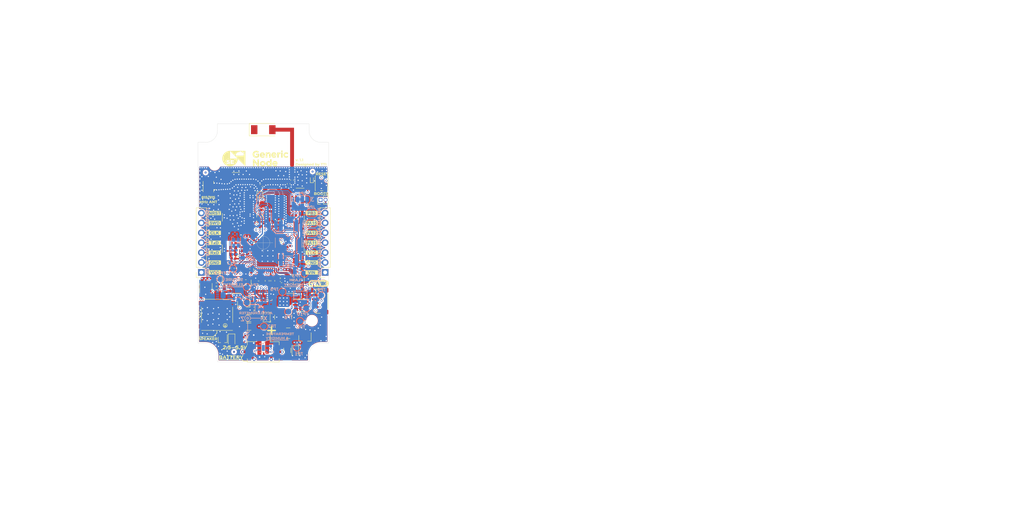
<source format=kicad_pcb>
(kicad_pcb (version 20171130) (host pcbnew "(5.1.8)-1")
  (title_block (title "Generic Node SE") (date 2020-10-12) (rev 1.1) (company "The Things Industries") (comment 1 "drawn by: Orkhan AmirAslan (azerimaker)"))
  (layers (0 Top.HF mixed) (1 In1.LF mixed) (2 In2.PWR power) (31 B.GND mixed) (34 B.Paste user) (35 F.Paste user) (36 B.SilkS user) (37 F.SilkS user) (38 B.Mask user) (39 F.Mask user) (44 Edge.Cuts user))
  (net 0 "")
  (net 1 GND)
  (net 2 +BATT)
  (net 3 "/LoRa MCU/PB2")
  (net 4 /Peripherals/VCC_SENSORS)
  (net 5 "/LoRa MCU/NRST")
  (net 6 "/LoRa MCU/PB3")
  (net 7 VDDA)
  (net 8 VDDRF)
  (net 9 OSC_IN)
  (net 10 OSC32_IN)
  (net 11 OSC32_OUT)
  (net 12 "/LoRa MCU/RFI_P")
  (net 13 "Net-(C35-Pad2)")
  (net 14 VDDRF1V55)
  (net 15 "Net-(C45-Pad2)")
  (net 16 PB0_VDD_TCXO)
  (net 17 VDDPA)
  (net 18 "Net-(D3-Pad1)")
  (net 19 "Net-(D3-Pad2)")
  (net 20 "/LoRa MCU/SWCLK")
  (net 21 "/LoRa MCU/SWDIO")
  (net 22 FE_CTRL3)
  (net 23 "Net-(L1-Pad1)")
  (net 24 "Net-(L1-Pad2)")
  (net 25 "Net-(L3-Pad1)")
  (net 26 VLXSMPS)
  (net 27 "Net-(Q2-Pad1)")
  (net 28 "/LoRa MCU/PB4")
  (net 29 /Peripherals/FlashCS)
  (net 30 FE_CTRL1)
  (net 31 FE_CTRL2)
  (net 32 /Peripherals/MOSI)
  (net 33 /Peripherals/MISO)
  (net 34 "/LoRa MCU/BOOT0")
  (net 35 "Net-(C2-Pad1)")
  (net 36 "/LoRa MCU/RFI_N")
  (net 37 "Net-(C37-Pad2)")
  (net 38 "Net-(C48-Pad2)")
  (net 39 "Net-(D2-Pad1)")
  (net 40 "Net-(D2-Pad2)")
  (net 41 "Net-(F1-Pad2)")
  (net 42 "Net-(JP2-Pad2)")
  (net 43 "Net-(C32-Pad2)")
  (net 44 "Net-(C36-Pad2)")
  (net 45 "Net-(C38-Pad2)")
  (net 46 "Net-(C42-Pad2)")
  (net 47 "Net-(D3-Pad4)")
  (net 48 "/LoRa MCU/PA09_SCL1")
  (net 49 "/LoRa MCU/PA10_SDA1")
  (net 50 "/LoRa MCU/PA2_TxD2")
  (net 51 "/LoRa MCU/PA3_RxD2")
  (net 52 "/LoRa MCU/PA11_SDA2")
  (net 53 "/LoRa MCU/PA12_SCL2")
  (net 54 "/LoRa MCU/PA5_SCK1")
  (net 55 "Net-(JP1-Pad2)")
  (net 56 "Net-(JP3-Pad1)")
  (net 57 "Net-(L2-Pad1)")
  (net 58 "/Power Supply/LS1_SENSORS_EN")
  (net 59 "Net-(R5-Pad2)")
  (net 60 "Net-(R11-Pad2)")
  (net 61 "Net-(R12-Pad2)")
  (net 62 Vin)
  (net 63 "/LoRa MCU/PA15")
  (net 64 "/LoRa MCU/PB5")
  (net 65 "/LoRa MCU/PB6")
  (net 66 "/LoRa MCU/PB7")
  (net 67 "/LoRa MCU/PA8")
  (net 68 "Net-(AE1-Pad2)")
  (net 69 "Net-(C25-Pad2)")
  (net 70 "Net-(C31-Pad2)")
  (net 71 "Net-(C33-Pad1)")
  (net 72 "Net-(C34-Pad2)")
  (net 73 "Net-(C41-Pad2)")
  (net 74 "Net-(C43-Pad1)")
  (net 75 "Net-(C44-Pad2)")
  (net 76 "Net-(C47-Pad2)")
  (net 77 "Net-(C50-Pad2)")
  (net 78 "Net-(C64-Pad2)")
  (net 79 "Net-(JP4-Pad1)")
  (net 80 "Net-(U2-Pad2)")
  (net 81 "Net-(JP6-Pad2)")
  (net 82 /Peripherals/VCC_FLASH)
  (net 83 "/Power Supply/LS2_FLASH_EN")
  (net 84 "Net-(C54-Pad2)")
  (net 85 "Net-(C54-Pad1)")
  (net 86 "Net-(J7-Pad1)")
  (net 87 "Net-(R10-Pad2)")
  (module node-lib-v1:D_SOD-323F_custom (layer Top.HF) (at 76.88 129.92 270)
    (fp_text reference D2 hide)
    (fp_text value 1N4148WSF-7 hide)
    (pad 2 smd rect (at 0.995 0 270) (size 0.71 0.5) (layers Top.HF F.Paste F.Mask) (net 40 "Net-(D2-Pad2)"))
    (pad 1 smd rect (at -0.995 0 270) (size 0.71 0.5) (layers Top.HF F.Paste F.Mask) (net 39 "Net-(D2-Pad1)"))
  )
  (module node-lib-v1:L_0805_2012Metric_custom (layer Top.HF) (at 92.5 114)
    (fp_text reference L4 hide)
    (fp_text value 15uH hide)
    (pad 2 smd roundrect (at 0.9 0) (size 0.8 1.2) (layers Top.HF F.Paste F.Mask) (roundrect_rratio 0.15) (net 14 VDDRF1V55))
    (pad 1 smd roundrect (at -0.9 0) (size 0.8 1.2) (layers Top.HF F.Paste F.Mask) (roundrect_rratio 0.15) (net 26 VLXSMPS))
  )
  (module node-lib-v1:RF_Shield_Clip_S1001-46R (layer Top.HF) (at 85 87.5)
    (fp_text reference J1)
    (fp_text value S1001-46R hide)
    (pad 1 smd roundrect (at -1.6 0) (size 1.5 0.8) (layers Top.HF F.Paste F.Mask) (roundrect_rratio 0.066) (net 1 GND))
    (pad 1 smd roundrect (at 1.6 0) (size 1.5 0.8) (layers Top.HF F.Paste F.Mask) (roundrect_rratio 0.066) (net 1 GND))
    (pad 1 smd roundrect (at 0 0) (size 1.1 0.8) (layers Top.HF F.Paste F.Mask) (roundrect_rratio 0.066) (net 1 GND))
  )
  (module node-lib-v1:RF_Shield_Clip_S1001-46R (layer Top.HF) (at 75 102.5 90)
    (fp_text reference J3)
    (fp_text value S1001-46R hide)
    (pad 1 smd roundrect (at -1.6 0 90) (size 1.5 0.8) (layers Top.HF F.Paste F.Mask) (roundrect_rratio 0.066) (net 1 GND))
    (pad 1 smd roundrect (at 1.6 0 90) (size 1.5 0.8) (layers Top.HF F.Paste F.Mask) (roundrect_rratio 0.066) (net 1 GND))
    (pad 1 smd roundrect (at 0 0 90) (size 1.1 0.8) (layers Top.HF F.Paste F.Mask) (roundrect_rratio 0.066) (net 1 GND))
  )
  (module node-lib-v1:RF_Shield_Clip_S1001-46R (layer Top.HF) (at 85 117.49)
    (fp_text reference J5)
    (fp_text value S1001-46R hide)
    (pad 1 smd roundrect (at -1.6 0) (size 1.5 0.8) (layers Top.HF F.Paste F.Mask) (roundrect_rratio 0.066) (net 1 GND))
    (pad 1 smd roundrect (at 1.6 0) (size 1.5 0.8) (layers Top.HF F.Paste F.Mask) (roundrect_rratio 0.066) (net 1 GND))
    (pad 1 smd roundrect (at 0 0) (size 1.1 0.8) (layers Top.HF F.Paste F.Mask) (roundrect_rratio 0.066) (net 1 GND))
  )
  (module node-lib-v1:RF_Shield_Clip_S1001-46R (layer Top.HF) (at 95 102.5 90)
    (fp_text reference J6)
    (fp_text value S1001-46R hide)
    (pad 1 smd roundrect (at -1.6 0 90) (size 1.5 0.8) (layers Top.HF F.Paste F.Mask) (roundrect_rratio 0.066) (net 1 GND))
    (pad 1 smd roundrect (at 1.6 0 90) (size 1.5 0.8) (layers Top.HF F.Paste F.Mask) (roundrect_rratio 0.066) (net 1 GND))
    (pad 1 smd roundrect (at 0 0 90) (size 1.1 0.8) (layers Top.HF F.Paste F.Mask) (roundrect_rratio 0.066) (net 1 GND))
  )
  (module node-lib-v1:Label_RESET_4000px (layer Top.HF) (at 100.1 87.3)
    (fp_text reference G-RST hide)
    (fp_text value LOGO hide)
  )
  (module node-lib-v1:Label_BATTERY_2500px (layer Top.HF) (at 76.7 134.3)
    (fp_text reference G-BAT hide)
    (fp_text value LOGO hide)
  )
  (module Crystal:Crystal_SMD_Abracon_ABM10-4Pin_2.5x2.0mm (layer Top.HF) (at 77.2697 107.1145 180)
    (fp_text reference X1 hide)
    (fp_text value 32MHz hide)
    (pad 4 smd rect (at 0.625 -0.825 180) (size 0.8 0.9) (layers Top.HF F.Paste F.Mask) (net 72 "Net-(C34-Pad2)"))
    (pad 2 smd rect (at -0.625 0.825 180) (size 0.8 0.9) (layers Top.HF F.Paste F.Mask) (net 1 GND))
    (pad 3 smd rect (at 0.625 0.825 180) (size 0.8 0.9) (layers Top.HF F.Paste F.Mask) (net 59 "Net-(R5-Pad2)"))
    (pad 1 smd rect (at -0.625 -0.825 180) (size 0.8 0.9) (layers Top.HF F.Paste F.Mask) (net 1 GND))
  )
  (module node-lib-v1:L_HPC4012TF-2R2M (layer Top.HF) (at 90.1 124.1 270)
    (fp_text reference L1 hide)
    (fp_text value 2.2uH hide)
    (pad 2 smd roundrect (at 1.4 0 270) (size 1.2 4) (layers Top.HF F.Paste F.Mask) (net 24 "Net-(L1-Pad2)"))
    (pad 1 smd roundrect (at -1.4 0 270) (size 1.2 4) (layers Top.HF F.Paste F.Mask) (net 23 "Net-(L1-Pad1)"))
  )
  (module node-lib-v1:Label_SE_3000px (layer B.GND) (at 76.95 115.05 180)
    (fp_text reference G-SE hide)
    (fp_text value LOGO hide)
  )
  (module node-lib-v1:Label_T_H_2000px (layer B.GND) (at 90 128.85 180)
    (fp_text reference G-TH hide)
    (fp_text value LOGO hide)
  )
  (module node-lib-v1:LAbel_ACCELL_2000px (layer B.GND) (at 83.1 122.95 180)
    (fp_text reference G-ACCELL hide)
    (fp_text value LOGO hide)
  )
  (module node-lib-v1:Label_FLASH_3000px (layer B.GND) (at 92.3 115.1 180)
    (fp_text reference G-FLASH hide)
    (fp_text value LOGO hide)
  )
  (module node-lib-v1:Label_BOOT0_4000px (layer Top.HF) (at 99.85 92.35)
    (fp_text reference G-BOOT0 hide)
    (fp_text value LOGO hide)
  )
  (module node-lib-v1:Logo_design_version_2000px (layer Top.HF) (at 97.55 84.25)
    (fp_text reference G-version hide)
    (fp_text value LOGO hide)
  )
  (module node-lib-v1:Buzzer_MLT-7525 (layer Top.HF) (at 73.15 123.5 180)
    (fp_text reference PZ1 hide)
    (fp_text value MLT-7525 hide)
    (fp_text user + (at -2.075 -2.825 180) (layer F.SilkS))
    (pad "" smd roundrect (at 3.78 -2.98) (size 1.78 1.15) (layers Top.HF F.Paste F.Mask) (roundrect_rratio 0.06))
    (pad "" smd roundrect (at 3.78 2.98) (size 1.78 1.15) (layers Top.HF F.Paste F.Mask) (roundrect_rratio 0.06))
    (pad 1 smd roundrect (at -3.78 -2.98) (size 1.78 1.15) (layers Top.HF F.Paste F.Mask) (roundrect_rratio 0.06) (net 39 "Net-(D2-Pad1)"))
    (pad 2 smd roundrect (at -3.78 2.98) (size 1.78 1.15) (layers Top.HF F.Paste F.Mask) (roundrect_rratio 0.06) (net 40 "Net-(D2-Pad2)"))
  )
  (module node-lib-v1:RF_Shield_SnapOn_30x20mm_w_Cutout_n_GND_Pads (layer Top.HF) (at 85 102.5)
    (fp_text reference J4 hide)
    (fp_text value RF_Shield_One_Piece hide)
    (pad 1 smd custom (at 9.9 -11 90) (size 0.1 0.1) (layers Top.HF F.Mask) (net 1 GND) (options (clearance outline) (anchor rect)) (primitives (gr_poly (pts (xy 0.4 0.5) (xy 0.4 -1.5) (xy -0.4 -1.5) (xy -0.4 -0.3) (xy -1.6 -0.3) (xy -1.6 0.5)) (width 0))))
    (pad 1 smd custom (at -10 -14.9 180) (size 0.1 0.1) (layers Top.HF F.Mask) (net 1 GND) (options (clearance outline) (anchor rect)) (primitives (gr_poly (pts (xy 0.4 0.5) (xy 0.4 -1.5) (xy -0.4 -1.5) (xy -0.4 -0.3) (xy -1.6 -0.3) (xy -1.6 0.5)) (width 0))))
    (pad 1 smd custom (at -9.9 15 270) (size 0.1 0.1) (layers Top.HF F.Mask) (net 1 GND) (options (clearance outline) (anchor rect)) (primitives (gr_poly (pts (xy 0.4 0.5) (xy 0.4 -1.5) (xy -0.4 -1.5) (xy -0.4 -0.3) (xy -1.6 -0.3) (xy -1.6 0.5)) (width 0))))
    (pad 1 smd custom (at 10 14.9) (size 0.1 0.1) (layers Top.HF F.Mask) (net 1 GND) (options (clearance outline) (anchor rect)) (primitives (gr_poly (pts (xy 0.4 0.5) (xy 0.4 -1.5) (xy -0.4 -1.5) (xy -0.4 -0.3) (xy -1.6 -0.3) (xy -1.6 0.5)) (width 0))))
    (pad 1 smd rect (at 10 -8) (size 0.8 5) (layers Top.HF F.Mask) (net 1 GND))
    (pad 1 smd rect (at -10 8) (size 0.8 5) (layers Top.HF F.Mask) (net 1 GND))
    (pad 1 smd rect (at -10 -8) (size 0.8 5) (layers Top.HF F.Mask) (net 1 GND))
    (pad 1 smd rect (at 10 8) (size 0.8 5) (layers Top.HF F.Mask) (net 1 GND))
  )
  (module node-lib-v1:Logo_GN-SE-4500px (layer Top.HF) (at 82.963 83.387)
    (fp_text reference G-Logo hide)
    (fp_text value LOGO hide)
  )
  (module node-lib-v1:Label_ANT (layer Top.HF) (at 70.95 93.9)
    (fp_text reference G-ANT hide)
    (fp_text value LOGO hide)
  )
  (module node-lib-v1:PinName_GND (layer Top.HF) (at 72.554 110.08)
    (fp_text reference G-GND2 hide)
    (fp_text value LOGO hide)
  )
  (module node-lib-v1:Antenna_Fractus_NN02-201 (layer Top.HF) (at 85 76)
    (fp_text reference AE1 hide)
    (fp_text value NN02-201 hide)
    (pad 1 smd rect (at -2.325 0 90) (size 2.3 1.65) (layers Top.HF F.Paste F.Mask))
    (pad 2 smd rect (at 2.325 0 90) (size 2.3 1.65) (layers Top.HF F.Paste F.Mask) (net 68 "Net-(AE1-Pad2)"))
  )
  (module node-lib-v1:Label_Speaker (layer Top.HF) (at 70.9 129.6)
    (fp_text reference G-SPKR hide)
    (fp_text value LOGO hide)
  )
  (module node-lib-v1:Logo_qwiic_4000px (layer Top.HF) (at 99.224 115.414)
    (fp_text reference G-QWIIC hide)
    (fp_text value LOGO hide)
  )
  (module Package_LGA:LGA-12_2x2mm_P0.5mm (layer B.GND) (at 85.008 118.538803 270)
    (fp_text reference U9 hide)
    (fp_text value LIS2DH12 hide)
    (pad 12 smd rect (at -0.25 0.7625 180) (size 0.375 0.35) (layers B.GND B.Paste B.Mask))
    (pad 11 smd rect (at 0.25 0.7625 180) (size 0.375 0.35) (layers B.GND B.Paste B.Mask) (net 67 "/LoRa MCU/PA8"))
    (pad 6 smd rect (at 0.25 -0.7625 180) (size 0.375 0.35) (layers B.GND B.Paste B.Mask) (net 1 GND))
    (pad 5 smd rect (at -0.25 -0.7625 180) (size 0.375 0.35) (layers B.GND B.Paste B.Mask) (net 1 GND))
    (pad 10 smd rect (at 0.7625 0.75 270) (size 0.375 0.35) (layers B.GND B.Paste B.Mask) (net 4 /Peripherals/VCC_SENSORS))
    (pad 1 smd rect (at -0.7625 0.75 270) (size 0.375 0.35) (layers B.GND B.Paste B.Mask) (net 48 "/LoRa MCU/PA09_SCL1"))
    (pad 7 smd rect (at 0.7625 -0.75 270) (size 0.375 0.35) (layers B.GND B.Paste B.Mask) (net 1 GND))
    (pad 4 smd rect (at -0.7625 -0.75 270) (size 0.375 0.35) (layers B.GND B.Paste B.Mask) (net 49 "/LoRa MCU/PA10_SDA1"))
    (pad 8 smd rect (at 0.7625 -0.25 270) (size 0.375 0.35) (layers B.GND B.Paste B.Mask) (net 1 GND))
    (pad 9 smd rect (at 0.7625 0.25 270) (size 0.375 0.35) (layers B.GND B.Paste B.Mask) (net 4 /Peripherals/VCC_SENSORS))
    (pad 3 smd rect (at -0.7625 -0.25 270) (size 0.375 0.35) (layers B.GND B.Paste B.Mask) (net 4 /Peripherals/VCC_SENSORS))
    (pad 2 smd rect (at -0.7625 0.25 270) (size 0.375 0.35) (layers B.GND B.Paste B.Mask) (net 4 /Peripherals/VCC_SENSORS))
  )
  (module Resistor_SMD:R_0402_1005Metric (layer Top.HF) (at 72.972 116.684)
    (fp_text reference R17 hide)
    (fp_text value 4K7 hide)
    (pad 2 smd roundrect (at 0.51 0) (size 0.54 0.64) (layers Top.HF F.Paste F.Mask) (net 49 "/LoRa MCU/PA10_SDA1"))
    (pad 1 smd roundrect (at -0.51 0) (size 0.54 0.64) (layers Top.HF F.Paste F.Mask) (net 4 /Peripherals/VCC_SENSORS))
  )
  (module Package_DFN_QFN:UQFN-10_1.4x1.8mm_P0.4mm (layer Top.HF) (at 84.081 98.863 180)
    (fp_text reference U6 hide)
    (fp_text value TS3A5223RSWR hide)
    (pad 2 smd rect (at -0.5685 0.2 180) (size 0.563 0.225) (layers Top.HF F.Paste F.Mask) (net 14 VDDRF1V55))
    (pad 3 smd rect (at -0.4 0.7685 180) (size 0.225 0.563) (layers Top.HF F.Paste F.Mask) (net 17 VDDPA))
    (pad 4 smd rect (at 0 0.7685 180) (size 0.225 0.563) (layers Top.HF F.Paste F.Mask) (net 30 FE_CTRL1))
    (pad 5 smd rect (at 0.4 0.7685 180) (size 0.225 0.563) (layers Top.HF F.Paste F.Mask) (net 8 VDDRF))
    (pad 6 smd rect (at 0.5685 0.2 180) (size 0.563 0.225) (layers Top.HF F.Paste F.Mask) (net 1 GND))
    (pad 7 smd rect (at 0.5685 -0.2 180) (size 0.563 0.225) (layers Top.HF F.Paste F.Mask) (net 43 "Net-(C32-Pad2)"))
    (pad 8 smd rect (at 0.4 -0.7685 180) (size 0.225 0.563) (layers Top.HF F.Paste F.Mask) (net 30 FE_CTRL1))
    (pad 9 smd rect (at 0 -0.7685 180) (size 0.225 0.563) (layers Top.HF F.Paste F.Mask) (net 69 "Net-(C25-Pad2)"))
    (pad 10 smd rect (at -0.4 -0.7685 180) (size 0.225 0.563) (layers Top.HF F.Paste F.Mask) (net 71 "Net-(C33-Pad1)"))
    (pad 1 smd rect (at -0.5185 -0.2 180) (size 0.663 0.225) (layers Top.HF F.Paste F.Mask) (net 8 VDDRF))
  )
  (module node-lib-v1:PCBStackup_FabDrawing-4Layer-Metric (layer Top.HF) (at 150 72.5)
    (fp_text reference REF** hide)
    (fp_text value FabDrawing-4Layer hide)
  )
  (module Package_DFN_QFN:DFN-8-1EP_3x2mm_P0.5mm_EP1.3x1.5mm (layer B.GND) (at 74.7 118.488803)
    (fp_text reference U11 hide)
    (fp_text value ATECC608A-TNGLORA hide)
    (pad 1 smd rect (at -1.45 0.75) (size 0.75 0.3) (layers B.GND B.Paste B.Mask))
    (pad 2 smd rect (at -1.45 0.25) (size 0.75 0.3) (layers B.GND B.Paste B.Mask))
    (pad 3 smd rect (at -1.45 -0.25) (size 0.75 0.3) (layers B.GND B.Paste B.Mask))
    (pad 4 smd rect (at -1.45 -0.75) (size 0.75 0.3) (layers B.GND B.Paste B.Mask) (net 1 GND))
    (pad 5 smd rect (at 1.45 -0.75) (size 0.75 0.3) (layers B.GND B.Paste B.Mask) (net 49 "/LoRa MCU/PA10_SDA1"))
    (pad 6 smd rect (at 1.45 -0.25) (size 0.75 0.3) (layers B.GND B.Paste B.Mask) (net 48 "/LoRa MCU/PA09_SCL1"))
    (pad 7 smd rect (at 1.45 0.25) (size 0.75 0.3) (layers B.GND B.Paste B.Mask))
    (pad 8 smd rect (at 1.45 0.75) (size 0.75 0.3) (layers B.GND B.Paste B.Mask) (net 4 /Peripherals/VCC_SENSORS))
    (pad 9 smd rect (at 0 0) (size 1.3 1.5) (layers B.GND B.Mask) (net 1 GND))
  )
  (module node-lib-v1:Sensirion_DFN-4-1EP_2x2mm_P1mm_EP0.7x1.6mm (layer B.GND) (at 85.0254 132.0129 180)
    (fp_text reference U10 hide)
    (fp_text value SHTC3 hide)
    (pad 5 smd roundrect (at 0 0 180) (size 0.7 1.6) (layers B.GND B.Mask))
    (pad 4 smd roundrect (at 0.925 0.5 180) (size 0.55 0.35) (layers B.GND B.Mask) (net 1 GND))
    (pad 3 smd roundrect (at 0.925 -0.5 180) (size 0.55 0.35) (layers B.GND B.Mask) (net 49 "/LoRa MCU/PA10_SDA1"))
    (pad 2 smd roundrect (at -0.925 -0.5 180) (size 0.55 0.35) (layers B.GND B.Mask) (net 48 "/LoRa MCU/PA09_SCL1"))
    (pad 1 smd roundrect (at -0.925 0.5 180) (size 0.55 0.35) (layers B.GND B.Mask) (net 4 /Peripherals/VCC_SENSORS))
  )
  (module node-lib-v1:FLASH_UFDFN-8-MX25R1635F (layer B.GND) (at 94.512 118.527)
    (fp_text reference U8 hide)
    (fp_text value MX25R1635 hide)
    (pad 9 smd rect (at 0 0) (size 0.3 1.7) (layers B.GND B.Paste B.Mask) (net 1 GND))
    (pad 8 smd rect (at 1.3 0.75) (size 0.6 0.27) (layers B.GND B.Paste B.Mask) (net 82 /Peripherals/VCC_FLASH))
    (pad 7 smd rect (at 1.3 0.25) (size 0.6 0.27) (layers B.GND B.Paste B.Mask) (net 60 "Net-(R11-Pad2)"))
    (pad 6 smd rect (at 1.3 -0.25) (size 0.6 0.27) (layers B.GND B.Paste B.Mask) (net 54 "/LoRa MCU/PA5_SCK1"))
    (pad 5 smd rect (at 1.3 -0.75) (size 0.6 0.27) (layers B.GND B.Paste B.Mask) (net 32 /Peripherals/MOSI))
    (pad 4 smd rect (at -1.3 -0.75) (size 0.6 0.27) (layers B.GND B.Paste B.Mask) (net 1 GND))
    (pad 3 smd rect (at -1.3 -0.25) (size 0.6 0.27) (layers B.GND B.Paste B.Mask) (net 61 "Net-(R12-Pad2)"))
    (pad 2 smd rect (at -1.3 0.25) (size 0.6 0.27) (layers B.GND B.Paste B.Mask) (net 33 /Peripherals/MISO))
    (pad 1 smd rect (at -1.3 0.75) (size 0.6 0.27) (layers B.GND B.Paste B.Mask) (net 29 /Peripherals/FlashCS))
  )
  (module node-lib-v1:RFSW_BGS13S4N9E6327XTSA1 (layer Top.HF) (at 84.1 92.65 180)
    (fp_text reference U7 hide)
    (fp_text value BGS13S4N9 hide)
    (pad 1 smd roundrect (at -0.4 -0.4 270) (size 0.25 0.25) (layers Top.HF F.Mask) (roundrect_rratio 0.08) (net 38 "Net-(C48-Pad2)"))
    (pad 2 smd roundrect (at -0.4 0 270) (size 0.25 0.25) (layers Top.HF F.Mask) (roundrect_rratio 0.08) (net 15 "Net-(C45-Pad2)"))
    (pad 3 smd roundrect (at -0.4 0.4 270) (size 0.25 0.25) (layers Top.HF F.Mask) (roundrect_rratio 0.08) (net 70 "Net-(C31-Pad2)"))
    (pad 4 smd roundrect (at 0 0.4 270) (size 0.25 0.25) (layers Top.HF F.Mask) (roundrect_rratio 0.08) (net 87 "Net-(R10-Pad2)"))
    (pad 5 smd roundrect (at 0.4 0.4 270) (size 0.25 0.25) (layers Top.HF F.Mask) (roundrect_rratio 0.08) (net 75 "Net-(C44-Pad2)"))
    (pad 6 smd roundrect (at 0.4 0 270) (size 0.25 0.25) (layers Top.HF F.Mask) (roundrect_rratio 0.08) (net 1 GND))
    (pad 7 smd roundrect (at 0.4 -0.4 270) (size 0.25 0.25) (layers Top.HF F.Mask) (roundrect_rratio 0.08) (net 77 "Net-(C50-Pad2)"))
    (pad 8 smd roundrect (at 0 -0.4 270) (size 0.25 0.25) (layers Top.HF F.Mask) (roundrect_rratio 0.08) (net 76 "Net-(C47-Pad2)"))
    (pad 9 smd roundrect (at 0 0 270) (size 0.25 0.25) (layers Top.HF F.Mask) (roundrect_rratio 0.08) (net 1 GND))
  )
  (module Package_DFN_QFN:QFN-48-1EP_7x7mm_P0.5mm_EP5.45x5.45mm (layer Top.HF) (at 86.12 108.4085 180)
    (fp_text reference U5 hide)
    (fp_text value STM32WLE5CC hide)
    (pad 1 smd roundrect (at -3.45 -2.75 180) (size 0.85 0.25) (layers Top.HF F.Paste F.Mask) (net 6 "/LoRa MCU/PB3"))
    (pad 2 smd roundrect (at -3.45 -2.25 180) (size 0.85 0.25) (layers Top.HF F.Paste F.Mask) (net 28 "/LoRa MCU/PB4"))
    (pad 3 smd roundrect (at -3.45 -1.75 180) (size 0.85 0.25) (layers Top.HF F.Paste F.Mask) (net 64 "/LoRa MCU/PB5"))
    (pad 4 smd roundrect (at -3.45 -1.25 180) (size 0.85 0.25) (layers Top.HF F.Paste F.Mask) (net 65 "/LoRa MCU/PB6"))
    (pad 5 smd roundrect (at -3.45 -0.75 180) (size 0.85 0.25) (layers Top.HF F.Paste F.Mask) (net 66 "/LoRa MCU/PB7"))
    (pad 6 smd roundrect (at -3.45 -0.25 180) (size 0.85 0.25) (layers Top.HF F.Paste F.Mask) (net 22 FE_CTRL3))
    (pad 7 smd roundrect (at -3.45 0.25 180) (size 0.85 0.25) (layers Top.HF F.Paste F.Mask) (net 30 FE_CTRL1))
    (pad 8 smd roundrect (at -3.45 0.75 180) (size 0.85 0.25) (layers Top.HF F.Paste F.Mask) (net 31 FE_CTRL2))
    (pad 9 smd roundrect (at -3.45 1.25 180) (size 0.85 0.25) (layers Top.HF F.Paste F.Mask) (net 50 "/LoRa MCU/PA2_TxD2"))
    (pad 10 smd roundrect (at -3.45 1.75 180) (size 0.85 0.25) (layers Top.HF F.Paste F.Mask) (net 51 "/LoRa MCU/PA3_RxD2"))
    (pad 11 smd roundrect (at -3.45 2.25 180) (size 0.85 0.25) (layers Top.HF F.Paste F.Mask) (net 8 VDDRF))
    (pad 12 smd roundrect (at -3.45 2.75 180) (size 0.85 0.25) (layers Top.HF F.Paste F.Mask) (net 29 /Peripherals/FlashCS))
    (pad 13 smd roundrect (at -2.75 3.45 180) (size 0.25 0.85) (layers Top.HF F.Paste F.Mask) (net 54 "/LoRa MCU/PA5_SCK1"))
    (pad 14 smd roundrect (at -2.25 3.45 180) (size 0.25 0.85) (layers Top.HF F.Paste F.Mask) (net 33 /Peripherals/MISO))
    (pad 15 smd roundrect (at -1.75 3.45 180) (size 0.25 0.85) (layers Top.HF F.Paste F.Mask) (net 32 /Peripherals/MOSI))
    (pad 16 smd roundrect (at -1.25 3.45 180) (size 0.25 0.85) (layers Top.HF F.Paste F.Mask) (net 67 "/LoRa MCU/PA8"))
    (pad 17 smd roundrect (at -0.75 3.45 180) (size 0.25 0.85) (layers Top.HF F.Paste F.Mask) (net 48 "/LoRa MCU/PA09_SCL1"))
    (pad 18 smd roundrect (at -0.25 3.45 180) (size 0.25 0.85) (layers Top.HF F.Paste F.Mask) (net 5 "/LoRa MCU/NRST"))
    (pad 19 smd roundrect (at 0.25 3.45 180) (size 0.25 0.85) (layers Top.HF F.Paste F.Mask) (net 34 "/LoRa MCU/BOOT0"))
    (pad 20 smd roundrect (at 0.75 3.45 180) (size 0.25 0.85) (layers Top.HF F.Paste F.Mask) (net 12 "/LoRa MCU/RFI_P"))
    (pad 21 smd roundrect (at 1.25 3.45 180) (size 0.25 0.85) (layers Top.HF F.Paste F.Mask) (net 36 "/LoRa MCU/RFI_N"))
    (pad 22 smd roundrect (at 1.75 3.45 180) (size 0.25 0.85) (layers Top.HF F.Paste F.Mask) (net 57 "Net-(L2-Pad1)"))
    (pad 23 smd roundrect (at 2.25 3.45 180) (size 0.25 0.85) (layers Top.HF F.Paste F.Mask) (net 25 "Net-(L3-Pad1)"))
    (pad 24 smd roundrect (at 2.75 3.45 180) (size 0.25 0.85) (layers Top.HF F.Paste F.Mask) (net 69 "Net-(C25-Pad2)"))
    (pad 25 smd roundrect (at 3.45 2.75 180) (size 0.85 0.25) (layers Top.HF F.Paste F.Mask) (net 17 VDDPA))
    (pad 26 smd roundrect (at 3.45 2.25 180) (size 0.85 0.25) (layers Top.HF F.Paste F.Mask) (net 9 OSC_IN))
    (pad 27 smd roundrect (at 3.45 1.75 180) (size 0.85 0.25) (layers Top.HF F.Paste F.Mask))
    (pad 28 smd roundrect (at 3.45 1.25 180) (size 0.85 0.25) (layers Top.HF F.Paste F.Mask) (net 8 VDDRF))
    (pad 29 smd roundrect (at 3.45 0.75 180) (size 0.85 0.25) (layers Top.HF F.Paste F.Mask) (net 14 VDDRF1V55))
    (pad 30 smd roundrect (at 3.45 0.25 180) (size 0.85 0.25) (layers Top.HF F.Paste F.Mask) (net 16 PB0_VDD_TCXO))
    (pad 31 smd roundrect (at 3.45 -0.25 180) (size 0.85 0.25) (layers Top.HF F.Paste F.Mask) (net 3 "/LoRa MCU/PB2"))
    (pad 32 smd roundrect (at 3.45 -0.75 180) (size 0.85 0.25) (layers Top.HF F.Paste F.Mask) (net 58 "/Power Supply/LS1_SENSORS_EN"))
    (pad 33 smd roundrect (at 3.45 -1.25 180) (size 0.85 0.25) (layers Top.HF F.Paste F.Mask) (net 49 "/LoRa MCU/PA10_SDA1"))
    (pad 34 smd roundrect (at 3.45 -1.75 180) (size 0.85 0.25) (layers Top.HF F.Paste F.Mask) (net 52 "/LoRa MCU/PA11_SDA2"))
    (pad 35 smd roundrect (at 3.45 -2.25 180) (size 0.85 0.25) (layers Top.HF F.Paste F.Mask) (net 53 "/LoRa MCU/PA12_SCL2"))
    (pad 36 smd roundrect (at 3.45 -2.75 180) (size 0.85 0.25) (layers Top.HF F.Paste F.Mask) (net 21 "/LoRa MCU/SWDIO"))
    (pad 37 smd roundrect (at 2.75 -3.45 180) (size 0.25 0.85) (layers Top.HF F.Paste F.Mask) (net 8 VDDRF))
    (pad 38 smd roundrect (at 2.25 -3.45 180) (size 0.25 0.85) (layers Top.HF F.Paste F.Mask) (net 83 "/Power Supply/LS2_FLASH_EN"))
    (pad 39 smd roundrect (at 1.75 -3.45 180) (size 0.25 0.85) (layers Top.HF F.Paste F.Mask) (net 10 OSC32_IN))
    (pad 40 smd roundrect (at 1.25 -3.45 180) (size 0.25 0.85) (layers Top.HF F.Paste F.Mask) (net 11 OSC32_OUT))
    (pad 41 smd roundrect (at 0.75 -3.45 180) (size 0.25 0.85) (layers Top.HF F.Paste F.Mask) (net 7 VDDA))
    (pad 42 smd roundrect (at 0.25 -3.45 180) (size 0.25 0.85) (layers Top.HF F.Paste F.Mask) (net 20 "/LoRa MCU/SWCLK"))
    (pad 43 smd roundrect (at -0.25 -3.45 180) (size 0.25 0.85) (layers Top.HF F.Paste F.Mask) (net 63 "/LoRa MCU/PA15"))
    (pad 44 smd roundrect (at -0.75 -3.45 180) (size 0.25 0.85) (layers Top.HF F.Paste F.Mask) (net 8 VDDRF))
    (pad 45 smd roundrect (at -1.25 -3.45 180) (size 0.25 0.85) (layers Top.HF F.Paste F.Mask) (net 14 VDDRF1V55))
    (pad 46 smd roundrect (at -1.75 -3.45 180) (size 0.25 0.85) (layers Top.HF F.Paste F.Mask) (net 8 VDDRF))
    (pad 47 smd roundrect (at -2.25 -3.45 180) (size 0.25 0.85) (layers Top.HF F.Paste F.Mask) (net 26 VLXSMPS))
    (pad 48 smd roundrect (at -2.75 -3.45 180) (size 0.25 0.85) (layers Top.HF F.Paste F.Mask) (net 1 GND))
    (pad 49 smd rect (at 0 0 180) (size 5.45 5.45) (layers Top.HF F.Mask) (net 1 GND))
  )
  (module node-lib-v1:WLCSP-20-P3_1.994x1.609mm_Layout5x4_P0.4mm (layer Top.HF) (at 85.85 124.08 90)
    (fp_text reference U4 hide)
    (fp_text value RP605Z283B hide)
    (pad D5 smd circle (at 0.8 -0.6 90) (size 0.21 0.21) (layers Top.HF F.Paste F.Mask) (net 3 "/LoRa MCU/PB2"))
    (pad C5 smd circle (at 0.8 -0.2 90) (size 0.21 0.21) (layers Top.HF F.Paste F.Mask) (net 8 VDDRF))
    (pad B5 smd circle (at 0.8 0.2 90) (size 0.21 0.21) (layers Top.HF F.Paste F.Mask) (net 8 VDDRF))
    (pad A5 smd circle (at 0.8 0.6 90) (size 0.21 0.21) (layers Top.HF F.Paste F.Mask) (net 8 VDDRF))
    (pad D4 smd circle (at 0.4 -0.6 90) (size 0.21 0.21) (layers Top.HF F.Paste F.Mask) (net 28 "/LoRa MCU/PB4"))
    (pad C4 smd circle (at 0.4 -0.2 90) (size 0.21 0.21) (layers Top.HF F.Paste F.Mask) (net 23 "Net-(L1-Pad1)"))
    (pad B4 smd circle (at 0.4 0.2 90) (size 0.21 0.21) (layers Top.HF F.Paste F.Mask) (net 23 "Net-(L1-Pad1)"))
    (pad A4 smd circle (at 0.4 0.6 90) (size 0.21 0.21) (layers Top.HF F.Paste F.Mask) (net 23 "Net-(L1-Pad1)"))
    (pad D3 smd circle (at 0 -0.6 90) (size 0.21 0.21) (layers Top.HF F.Paste F.Mask) (net 1 GND))
    (pad C3 smd circle (at 0 -0.2 90) (size 0.21 0.21) (layers Top.HF F.Paste F.Mask) (net 1 GND))
    (pad B3 smd circle (at 0 0.2 90) (size 0.21 0.21) (layers Top.HF F.Paste F.Mask) (net 1 GND))
    (pad A3 smd circle (at 0 0.6 90) (size 0.21 0.21) (layers Top.HF F.Paste F.Mask) (net 1 GND))
    (pad D2 smd circle (at -0.4 -0.6 90) (size 0.21 0.21) (layers Top.HF F.Paste F.Mask) (net 80 "Net-(U2-Pad2)"))
    (pad C2 smd circle (at -0.4 -0.2 90) (size 0.21 0.21) (layers Top.HF F.Paste F.Mask) (net 24 "Net-(L1-Pad2)"))
    (pad B2 smd circle (at -0.4 0.2 90) (size 0.21 0.21) (layers Top.HF F.Paste F.Mask) (net 24 "Net-(L1-Pad2)"))
    (pad A2 smd circle (at -0.4 0.6 90) (size 0.21 0.21) (layers Top.HF F.Paste F.Mask) (net 24 "Net-(L1-Pad2)"))
    (pad D1 smd circle (at -0.8 -0.6 90) (size 0.21 0.21) (layers Top.HF F.Paste F.Mask) (net 2 +BATT))
    (pad C1 smd circle (at -0.8 -0.2 90) (size 0.21 0.21) (layers Top.HF F.Paste F.Mask) (net 2 +BATT))
    (pad B1 smd circle (at -0.8 0.2 90) (size 0.21 0.21) (layers Top.HF F.Paste F.Mask) (net 2 +BATT))
    (pad A1 smd circle (at -0.8 0.6 90) (size 0.21 0.21) (layers Top.HF F.Paste F.Mask) (net 2 +BATT))
  )
  (module Package_TO_SOT_SMD:SOT-23-6 (layer Top.HF) (at 94.5 121.05)
    (fp_text reference U3 hide)
    (fp_text value TPS22917DBV hide)
    (pad 1 smd rect (at -1.1 -0.95) (size 1.06 0.65) (layers Top.HF F.Paste F.Mask) (net 8 VDDRF))
    (pad 2 smd rect (at -1.1 0) (size 1.06 0.65) (layers Top.HF F.Paste F.Mask) (net 1 GND))
    (pad 3 smd rect (at -1.1 0.95) (size 1.06 0.65) (layers Top.HF F.Paste F.Mask) (net 83 "/Power Supply/LS2_FLASH_EN"))
    (pad 4 smd rect (at 1.1 0.95) (size 1.06 0.65) (layers Top.HF F.Paste F.Mask))
    (pad 6 smd rect (at 1.1 -0.95) (size 1.06 0.65) (layers Top.HF F.Paste F.Mask) (net 82 /Peripherals/VCC_FLASH))
    (pad 5 smd rect (at 1.1 0) (size 1.06 0.65) (layers Top.HF F.Paste F.Mask) (net 82 /Peripherals/VCC_FLASH))
  )
  (module Package_TO_SOT_SMD:SOT-23 (layer Top.HF) (at 80 120.75 270)
    (fp_text reference U2 hide)
    (fp_text value TPS3839G25 hide)
    (pad 1 smd rect (at -1 -0.95 270) (size 0.9 0.8) (layers Top.HF F.Paste F.Mask) (net 1 GND))
    (pad 2 smd rect (at -1 0.95 270) (size 0.9 0.8) (layers Top.HF F.Paste F.Mask) (net 80 "Net-(U2-Pad2)"))
    (pad 3 smd rect (at 1 0 270) (size 0.9 0.8) (layers Top.HF F.Paste F.Mask) (net 2 +BATT))
  )
  (module Resistor_SMD:R_0402_1005Metric (layer B.GND) (at 77.135 107.465 90)
    (fp_text reference R21 hide)
    (fp_text value 1K hide)
    (pad 1 smd roundrect (at -0.51 0 90) (size 0.54 0.64) (layers B.GND B.Paste B.Mask) (net 64 "/LoRa MCU/PB5"))
    (pad 2 smd roundrect (at 0.51 0 90) (size 0.54 0.64) (layers B.GND B.Paste B.Mask) (net 18 "Net-(D3-Pad1)"))
  )
  (module Inductor_SMD:L_0402_1005Metric (layer Top.HF) (at 97.9 93.9 270)
    (fp_text reference R20 hide)
    (fp_text value 10K hide)
    (pad 1 smd roundrect (at -0.485 0 270) (size 0.59 0.64) (layers Top.HF F.Paste F.Mask) (net 1 GND))
    (pad 2 smd roundrect (at 0.485 0 270) (size 0.59 0.64) (layers Top.HF F.Paste F.Mask) (net 34 "/LoRa MCU/BOOT0"))
  )
  (module Resistor_SMD:R_0402_1005Metric (layer Top.HF) (at 72.982 115.705 180)
    (fp_text reference R14 hide)
    (fp_text value 4K7 hide)
    (pad 1 smd roundrect (at -0.51 0 180) (size 0.54 0.64) (layers Top.HF F.Paste F.Mask) (net 48 "/LoRa MCU/PA09_SCL1"))
    (pad 2 smd roundrect (at 0.51 0 180) (size 0.54 0.64) (layers Top.HF F.Paste F.Mask) (net 4 /Peripherals/VCC_SENSORS))
  )
  (module Jumper:SolderJumper-2_P1.3mm_Bridged2Bar_RoundedPad1.0x1.5mm (layer B.GND) (at 97.446 97.38 180)
    (fp_text reference JP6 (at 0.096 1.48 180) (layer B.SilkS) (effects (font (size 0.7 0.8) (thickness 0.15) italic) (justify mirror)))
    (fp_text value BTN_CUT hide)
    (fp_poly (pts (xy -0.25 -0.2) (xy 0.25 -0.2) (xy 0.25 -0.6) (xy -0.25 -0.6)) (layer B.GND) (width 0))
    (fp_poly (pts (xy -0.25 0.6) (xy 0.25 0.6) (xy 0.25 0.2) (xy -0.25 0.2)) (layer B.GND) (width 0))
    (pad 2 smd custom (at 0.65 0 180) (size 1 0.5) (layers B.GND B.Mask) (net 81 "Net-(JP6-Pad2)") (options (clearance outline) (anchor rect)) (primitives (gr_circle (center 0 -0.25) (end 0.5 -0.25) (width 0)) (gr_circle (center 0 0.25) (end 0.5 0.25) (width 0)) (gr_poly (pts (xy -0.5 -0.75) (xy -0.5 0.75) (xy 0 0.75) (xy 0 -0.75)) (width 0))))
    (pad 1 smd custom (at -0.65 0 180) (size 1 0.5) (layers B.GND B.Mask) (net 6 "/LoRa MCU/PB3") (options (clearance outline) (anchor rect)) (primitives (gr_circle (center 0 -0.25) (end 0.5 -0.25) (width 0)) (gr_circle (center 0 0.25) (end 0.5 0.25) (width 0)) (gr_poly (pts (xy 0.5 -0.75) (xy 0.5 0.75) (xy 0 0.75) (xy 0 -0.75)) (width 0))))
  )
  (module Connector_PinHeader_1.27mm:PinHeader_1x02_P1.27mm_Vertical (layer Top.HF) (at 99.7 94 90)
    (fp_text reference JP5 hide)
    (fp_text value BOOT0 hide)
    (pad 1 thru_hole rect (at 0 0 90) (size 1 1) (drill 0.65) (layers *.Cu *.Mask) (net 8 VDDRF))
    (pad 2 thru_hole oval (at 0 1.27 90) (size 1 1) (drill 0.65) (layers *.Cu *.Mask) (net 34 "/LoRa MCU/BOOT0"))
  )
  (module Jumper:SolderJumper-2_P1.3mm_Bridged2Bar_RoundedPad1.0x1.5mm (layer B.GND) (at 97.446 102.46)
    (fp_text reference JP4 (at -1.896 -0.01 90) (layer B.SilkS) (effects (font (size 0.7 0.8) (thickness 0.15) italic) (justify mirror)))
    (fp_text value SCL2_CUT hide)
    (fp_poly (pts (xy -0.25 -0.2) (xy 0.25 -0.2) (xy 0.25 -0.6) (xy -0.25 -0.6)) (layer B.GND) (width 0))
    (fp_poly (pts (xy -0.25 0.6) (xy 0.25 0.6) (xy 0.25 0.2) (xy -0.25 0.2)) (layer B.GND) (width 0))
    (pad 2 smd custom (at 0.65 0) (size 1 0.5) (layers B.GND B.Mask) (net 53 "/LoRa MCU/PA12_SCL2") (options (clearance outline) (anchor rect)) (primitives (gr_circle (center 0 -0.25) (end 0.5 -0.25) (width 0)) (gr_circle (center 0 0.25) (end 0.5 0.25) (width 0)) (gr_poly (pts (xy -0.5 -0.75) (xy -0.5 0.75) (xy 0 0.75) (xy 0 -0.75)) (width 0))))
    (pad 1 smd custom (at -0.65 0) (size 1 0.5) (layers B.GND B.Mask) (net 79 "Net-(JP4-Pad1)") (options (clearance outline) (anchor rect)) (primitives (gr_circle (center 0 -0.25) (end 0.5 -0.25) (width 0)) (gr_circle (center 0 0.25) (end 0.5 0.25) (width 0)) (gr_poly (pts (xy 0.5 -0.75) (xy 0.5 0.75) (xy 0 0.75) (xy 0 -0.75)) (width 0))))
  )
  (module Connector_PinSocket_2.54mm:PinSocket_1x07_P2.54mm_Vertical (layer Top.HF) (at 100.875 112.62 180)
    (fp_text reference J9 hide)
    (fp_text value UART/I2C hide)
    (pad 1 thru_hole rect (at 0 0 180) (size 1.7 1.7) (drill 1) (layers *.Cu *.Mask) (net 62 Vin))
    (pad 2 thru_hole oval (at 0 2.54 180) (size 1.7 1.7) (drill 1) (layers *.Cu *.Mask) (net 1 GND))
    (pad 3 thru_hole oval (at 0 5.08 180) (size 1.7 1.7) (drill 1) (layers *.Cu *.Mask) (net 8 VDDRF))
    (pad 4 thru_hole oval (at 0 7.62 180) (size 1.7 1.7) (drill 1) (layers *.Cu *.Mask) (net 52 "/LoRa MCU/PA11_SDA2"))
    (pad 5 thru_hole oval (at 0 10.16 180) (size 1.7 1.7) (drill 1) (layers *.Cu *.Mask) (net 53 "/LoRa MCU/PA12_SCL2"))
    (pad 6 thru_hole oval (at 0 12.7 180) (size 1.7 1.7) (drill 1) (layers *.Cu *.Mask) (net 63 "/LoRa MCU/PA15"))
    (pad 7 thru_hole oval (at 0 15.24 180) (size 1.7 1.7) (drill 1) (layers *.Cu *.Mask) (net 6 "/LoRa MCU/PB3"))
  )
  (module Capacitor_SMD:C_0402_1005Metric (layer B.GND) (at 86.114 120.371 180)
    (fp_text reference C59 hide)
    (fp_text value 100nF hide)
    (pad 1 smd roundrect (at -0.48 0 180) (size 0.56 0.62) (layers B.GND B.Paste B.Mask) (net 1 GND))
    (pad 2 smd roundrect (at 0.48 0 180) (size 0.56 0.62) (layers B.GND B.Paste B.Mask) (net 4 /Peripherals/VCC_SENSORS))
  )
  (module Capacitor_SMD:C_0603_1608Metric (layer B.GND) (at 84.47 121.38 90)
    (fp_text reference C58 hide)
    (fp_text value 10uF hide)
    (pad 1 smd roundrect (at -0.775 0 90) (size 0.9 0.95) (layers B.GND B.Paste B.Mask) (net 1 GND))
    (pad 2 smd roundrect (at 0.775 0 90) (size 0.9 0.95) (layers B.GND B.Paste B.Mask) (net 4 /Peripherals/VCC_SENSORS))
  )
  (module Capacitor_SMD:C_0402_1005Metric (layer Top.HF) (at 89.3812 113.6612)
    (fp_text reference C29 hide)
    (fp_text value 100nF hide)
    (pad 1 smd roundrect (at -0.48 0) (size 0.56 0.62) (layers Top.HF F.Paste F.Mask) (net 8 VDDRF))
    (pad 2 smd roundrect (at 0.48 0) (size 0.56 0.62) (layers Top.HF F.Paste F.Mask) (net 1 GND))
  )
  (module Capacitor_SMD:C_0603_1608Metric (layer Top.HF) (at 89.686 115.7948)
    (fp_text reference C27 hide)
    (fp_text value 4.7uF hide)
    (pad 1 smd roundrect (at -0.775 0) (size 0.9 0.95) (layers Top.HF F.Paste F.Mask) (net 8 VDDRF))
    (pad 2 smd roundrect (at 0.775 0) (size 0.9 0.95) (layers Top.HF F.Paste F.Mask) (net 1 GND))
  )
  (module Capacitor_SMD:C_0402_1005Metric (layer Top.HF) (at 81.55 112.1 180)
    (fp_text reference C16 hide)
    (fp_text value 100nF hide)
    (pad 1 smd roundrect (at -0.48 0 180) (size 0.56 0.62) (layers Top.HF F.Paste F.Mask) (net 8 VDDRF))
    (pad 2 smd roundrect (at 0.48 0 180) (size 0.56 0.62) (layers Top.HF F.Paste F.Mask) (net 1 GND))
  )
  (module Capacitor_SMD:C_0603_1608Metric (layer Top.HF) (at 83.7932 115.3376 180)
    (fp_text reference C15 hide)
    (fp_text value 4.7uF hide)
    (pad 1 smd roundrect (at -0.775 0 180) (size 0.9 0.95) (layers Top.HF F.Paste F.Mask) (net 7 VDDA))
    (pad 2 smd roundrect (at 0.775 0 180) (size 0.9 0.95) (layers Top.HF F.Paste F.Mask) (net 1 GND))
  )
  (module Capacitor_SMD:C_0402_1005Metric (layer Top.HF) (at 89.3812 114.5756)
    (fp_text reference C14 hide)
    (fp_text value 100nF hide)
    (pad 1 smd roundrect (at -0.48 0) (size 0.56 0.62) (layers Top.HF F.Paste F.Mask) (net 8 VDDRF))
    (pad 2 smd roundrect (at 0.48 0) (size 0.56 0.62) (layers Top.HF F.Paste F.Mask) (net 1 GND))
  )
  (module Capacitor_SMD:C_0603_1608Metric (layer Top.HF) (at 86.75 119.65 270)
    (fp_text reference C12 hide)
    (fp_text value 22uF hide)
    (pad 1 smd roundrect (at -0.775 0 270) (size 0.9 0.95) (layers Top.HF F.Paste F.Mask) (net 1 GND))
    (pad 2 smd roundrect (at 0.775 0 270) (size 0.9 0.95) (layers Top.HF F.Paste F.Mask) (net 8 VDDRF))
  )
  (module Capacitor_SMD:C_0402_1005Metric (layer Top.HF) (at 82.64 121.9 180)
    (fp_text reference C6 hide)
    (fp_text value 1uF hide)
    (pad 1 smd roundrect (at -0.48 0 180) (size 0.56 0.62) (layers Top.HF F.Paste F.Mask) (net 2 +BATT))
    (pad 2 smd roundrect (at 0.48 0 180) (size 0.56 0.62) (layers Top.HF F.Paste F.Mask) (net 1 GND))
  )
  (module node-lib-v1:PinName_VIN (layer Top.HF) (at 97.446 112.62)
    (fp_text reference G-VIN hide)
    (fp_text value LOGO hide)
  )
  (module node-lib-v1:PinName_PB3 (layer Top.HF) (at 97.446 97.38)
    (fp_text reference G-PB3 hide)
    (fp_text value LOGO hide)
  )
  (module node-lib-v1:PinName_PA15 (layer Top.HF) (at 97.446 99.92)
    (fp_text reference G-PA15 hide)
    (fp_text value LOGO hide)
  )
  (module node-lib-v1:PinName_PA11 (layer Top.HF) (at 97.446 105)
    (fp_text reference G-PA11 hide)
    (fp_text value LOGO hide)
  )
  (module node-lib-v1:PinName_PA12 (layer Top.HF) (at 97.446 102.46)
    (fp_text reference G-PA12 hide)
    (fp_text value LOGO hide)
  )
  (module node-lib-v1:PinName_VCC (layer Top.HF) (at 97.446 107.54)
    (fp_text reference G-VCC hide)
    (fp_text value LOGO hide)
  )
  (module node-lib-v1:PinName_GND (layer Top.HF) (at 97.446 110.08)
    (fp_text reference G-GND hide)
    (fp_text value LOGO hide)
  )
  (module node-lib-v1:PinName_VCC (layer Top.HF) (at 72.546 112.59)
    (fp_text reference G-VCC2 hide)
    (fp_text value LOGO hide)
  )
  (module node-lib-v1:PinName_RxD (layer Top.HF) (at 72.554 107.54)
    (fp_text reference G-RXD hide)
    (fp_text value LOGO hide)
  )
  (module node-lib-v1:PinName_TxD (layer Top.HF) (at 72.554 105)
    (fp_text reference G-TXD hide)
    (fp_text value LOGO hide)
  )
  (module node-lib-v1:PinName_CLK (layer Top.HF) (at 72.554 102.46)
    (fp_text reference G-CLK hide)
    (fp_text value LOGO hide)
  )
  (module node-lib-v1:PinName_SWD (layer Top.HF) (at 72.554 99.92)
    (fp_text reference G-SWD hide)
    (fp_text value LOGO hide)
  )
  (module node-lib-v1:PinName_NRST (layer Top.HF) (at 72.554 97.38)
    (fp_text reference G-NRST hide)
    (fp_text value LOGO hide)
  )
  (module Connector_PinSocket_2.54mm:PinSocket_1x07_P2.54mm_Vertical (layer Top.HF) (at 69.125 112.62 180)
    (fp_text reference J8 hide)
    (fp_text value DEBUG hide)
    (pad 1 thru_hole rect (at 0 0 180) (size 1.7 1.7) (drill 1) (layers *.Cu *.Mask) (net 8 VDDRF))
    (pad 2 thru_hole oval (at 0 2.54 180) (size 1.7 1.7) (drill 1) (layers *.Cu *.Mask) (net 1 GND))
    (pad 3 thru_hole oval (at 0 5.08 180) (size 1.7 1.7) (drill 1) (layers *.Cu *.Mask) (net 51 "/LoRa MCU/PA3_RxD2"))
    (pad 4 thru_hole oval (at 0 7.62 180) (size 1.7 1.7) (drill 1) (layers *.Cu *.Mask) (net 50 "/LoRa MCU/PA2_TxD2"))
    (pad 5 thru_hole oval (at 0 10.16 180) (size 1.7 1.7) (drill 1) (layers *.Cu *.Mask) (net 20 "/LoRa MCU/SWCLK"))
    (pad 6 thru_hole oval (at 0 12.7 180) (size 1.7 1.7) (drill 1) (layers *.Cu *.Mask) (net 21 "/LoRa MCU/SWDIO"))
    (pad 7 thru_hole oval (at 0 15.24 180) (size 1.7 1.7) (drill 1) (layers *.Cu *.Mask) (net 5 "/LoRa MCU/NRST"))
  )
  (module Capacitor_SMD:C_0402_1005Metric (layer Top.HF) (at 69.379 118.716)
    (fp_text reference C3 hide)
    (fp_text value 1uF hide)
    (pad 1 smd roundrect (at -0.485 0) (size 0.59 0.64) (layers Top.HF F.Paste F.Mask) (net 8 VDDRF))
    (pad 2 smd roundrect (at 0.485 0) (size 0.59 0.64) (layers Top.HF F.Paste F.Mask) (net 1 GND))
  )
  (module Capacitor_SMD:C_0402_1005Metric (layer Top.HF) (at 94.665 118.9)
    (fp_text reference C8 hide)
    (fp_text value 1uF hide)
    (pad 2 smd roundrect (at 0.485 0) (size 0.59 0.64) (layers Top.HF F.Paste F.Mask) (net 1 GND))
    (pad 1 smd roundrect (at -0.485 0) (size 0.59 0.64) (layers Top.HF F.Paste F.Mask) (net 8 VDDRF))
  )
  (module Capacitor_SMD:C_0402_1005Metric (layer Top.HF) (at 82.65 119 180)
    (fp_text reference C9 hide)
    (fp_text value 100nF hide)
    (pad 1 smd roundrect (at -0.485 0 180) (size 0.59 0.64) (layers Top.HF F.Paste F.Mask) (net 3 "/LoRa MCU/PB2"))
    (pad 2 smd roundrect (at 0.485 0 180) (size 0.59 0.64) (layers Top.HF F.Paste F.Mask) (net 1 GND))
  )
  (module Capacitor_SMD:C_0402_1005Metric (layer Top.HF) (at 85.5 120.2 90)
    (fp_text reference C11 hide)
    (fp_text value 1uF hide)
    (pad 2 smd roundrect (at 0.485 0 90) (size 0.59 0.64) (layers Top.HF F.Paste F.Mask) (net 1 GND))
    (pad 1 smd roundrect (at -0.485 0 90) (size 0.59 0.64) (layers Top.HF F.Paste F.Mask) (net 8 VDDRF))
  )
  (module Capacitor_SMD:C_0402_1005Metric (layer Top.HF) (at 84.55 120.2 270)
    (fp_text reference C10 hide)
    (fp_text value 100nF hide)
    (pad 2 smd roundrect (at 0.485 0 270) (size 0.59 0.64) (layers Top.HF F.Paste F.Mask) (net 8 VDDRF))
    (pad 1 smd roundrect (at -0.485 0 270) (size 0.59 0.64) (layers Top.HF F.Paste F.Mask) (net 1 GND))
  )
  (module Capacitor_SMD:C_0402_1005Metric (layer Top.HF) (at 84.215 114.15 180)
    (fp_text reference C17 hide)
    (fp_text value 100nF hide)
    (pad 1 smd roundrect (at -0.485 0 180) (size 0.59 0.64) (layers Top.HF F.Paste F.Mask) (net 7 VDDA))
    (pad 2 smd roundrect (at 0.485 0 180) (size 0.59 0.64) (layers Top.HF F.Paste F.Mask) (net 1 GND))
  )
  (module Capacitor_SMD:C_0402_1005Metric (layer Top.HF) (at 79.9235 106.6375 90)
    (fp_text reference C18 hide)
    (fp_text value 100nF hide)
    (pad 2 smd roundrect (at 0.485 0 90) (size 0.59 0.64) (layers Top.HF F.Paste F.Mask) (net 1 GND))
    (pad 1 smd roundrect (at -0.485 0 90) (size 0.59 0.64) (layers Top.HF F.Paste F.Mask) (net 8 VDDRF))
  )
  (module Capacitor_SMD:C_0402_1005Metric (layer Top.HF) (at 80.876 106.6375 90)
    (fp_text reference C19 hide)
    (fp_text value 33pF hide)
    (pad 2 smd roundrect (at 0.485 0 90) (size 0.59 0.64) (layers Top.HF F.Paste F.Mask) (net 1 GND))
    (pad 1 smd roundrect (at -0.485 0 90) (size 0.59 0.64) (layers Top.HF F.Paste F.Mask) (net 8 VDDRF))
  )
  (module Capacitor_SMD:C_0402_1005Metric (layer Top.HF) (at 90.8 105.7 90)
    (fp_text reference C20 hide)
    (fp_text value 100nF hide)
    (pad 1 smd roundrect (at -0.485 0 90) (size 0.59 0.64) (layers Top.HF F.Paste F.Mask) (net 8 VDDRF))
    (pad 2 smd roundrect (at 0.485 0 90) (size 0.59 0.64) (layers Top.HF F.Paste F.Mask) (net 1 GND))
  )
  (module Capacitor_SMD:C_0402_1005Metric (layer Top.HF) (at 80.34 104.275 180)
    (fp_text reference C21 hide)
    (fp_text value 33pF hide)
    (pad 1 smd roundrect (at -0.485 0 180) (size 0.59 0.64) (layers Top.HF F.Paste F.Mask) (net 17 VDDPA))
    (pad 2 smd roundrect (at 0.485 0 180) (size 0.59 0.64) (layers Top.HF F.Paste F.Mask) (net 1 GND))
  )
  (module Capacitor_SMD:C_0402_1005Metric (layer Top.HF) (at 85.05 100.769 180)
    (fp_text reference C25 hide)
    (fp_text value 47nF hide)
    (pad 1 smd roundrect (at -0.485 0 180) (size 0.59 0.64) (layers Top.HF F.Paste F.Mask) (net 1 GND))
    (pad 2 smd roundrect (at 0.485 0 180) (size 0.59 0.64) (layers Top.HF F.Paste F.Mask) (net 69 "Net-(C25-Pad2)"))
  )
  (module Capacitor_SMD:C_0402_1005Metric (layer Top.HF) (at 76.8595 111.595 270)
    (fp_text reference C24 hide)
    (fp_text value 100nF hide)
    (pad 1 smd roundrect (at -0.485 0 270) (size 0.59 0.64) (layers Top.HF F.Paste F.Mask) (net 16 PB0_VDD_TCXO))
    (pad 2 smd roundrect (at 0.485 0 270) (size 0.59 0.64) (layers Top.HF F.Paste F.Mask) (net 1 GND))
  )
  (module Capacitor_SMD:C_0402_1005Metric (layer Top.HF) (at 81.79 91.7 270)
    (fp_text reference C44 hide)
    (fp_text value 2.7pF hide)
    (pad 1 smd roundrect (at -0.485 0 270) (size 0.59 0.64) (layers Top.HF F.Paste F.Mask) (net 1 GND))
    (pad 2 smd roundrect (at 0.485 0 270) (size 0.59 0.64) (layers Top.HF F.Paste F.Mask) (net 75 "Net-(C44-Pad2)"))
  )
  (module Capacitor_SMD:C_0402_1005Metric (layer Top.HF) (at 77.3181 109.0957 180)
    (fp_text reference C34 hide)
    (fp_text value 10nF hide)
    (pad 2 smd roundrect (at 0.485 0 180) (size 0.59 0.64) (layers Top.HF F.Paste F.Mask) (net 72 "Net-(C34-Pad2)"))
    (pad 1 smd roundrect (at -0.485 0 180) (size 0.59 0.64) (layers Top.HF F.Paste F.Mask) (net 1 GND))
  )
  (module Capacitor_SMD:C_0402_1005Metric (layer Top.HF) (at 86.475 96.45 90)
    (fp_text reference C37 hide)
    (fp_text value 2.7pF hide)
    (pad 1 smd roundrect (at -0.485 0 90) (size 0.59 0.64) (layers Top.HF F.Paste F.Mask) (net 13 "Net-(C35-Pad2)"))
    (pad 2 smd roundrect (at 0.485 0 90) (size 0.59 0.64) (layers Top.HF F.Paste F.Mask) (net 37 "Net-(C37-Pad2)"))
  )
  (module Capacitor_SMD:C_0402_1005Metric (layer Top.HF) (at 87.875 97.9 180)
    (fp_text reference C35 hide)
    (fp_text value 5.6pF hide)
    (pad 1 smd roundrect (at -0.485 0 180) (size 0.59 0.64) (layers Top.HF F.Paste F.Mask) (net 1 GND))
    (pad 2 smd roundrect (at 0.485 0 180) (size 0.59 0.64) (layers Top.HF F.Paste F.Mask) (net 13 "Net-(C35-Pad2)"))
  )
  (module Capacitor_SMD:C_0402_1005Metric (layer Top.HF) (at 80.34 97.9)
    (fp_text reference C36 hide)
    (fp_text value 6.8pF hide)
    (pad 1 smd roundrect (at -0.485 0) (size 0.59 0.64) (layers Top.HF F.Paste F.Mask) (net 1 GND))
    (pad 2 smd roundrect (at 0.485 0) (size 0.59 0.64) (layers Top.HF F.Paste F.Mask) (net 44 "Net-(C36-Pad2)"))
  )
  (module Capacitor_SMD:C_0402_1005Metric (layer Top.HF) (at 80.825 94.55 90)
    (fp_text reference C41 hide)
    (fp_text value 33pF hide)
    (pad 1 smd roundrect (at -0.485 0 90) (size 0.59 0.64) (layers Top.HF F.Paste F.Mask) (net 45 "Net-(C38-Pad2)"))
    (pad 2 smd roundrect (at 0.485 0 90) (size 0.59 0.64) (layers Top.HF F.Paste F.Mask) (net 73 "Net-(C41-Pad2)"))
  )
  (module Capacitor_SMD:C_0402_1005Metric (layer Top.HF) (at 87.4 94.55 90)
    (fp_text reference C42 hide)
    (fp_text value 33pF hide)
    (pad 2 smd roundrect (at 0.485 0 90) (size 0.59 0.64) (layers Top.HF F.Paste F.Mask) (net 46 "Net-(C42-Pad2)"))
    (pad 1 smd roundrect (at -0.485 0 90) (size 0.59 0.64) (layers Top.HF F.Paste F.Mask) (net 37 "Net-(C37-Pad2)"))
  )
  (module Capacitor_SMD:C_0402_1005Metric (layer Top.HF) (at 81.775 100.31 90)
    (fp_text reference C32 hide)
    (fp_text value 33pF hide)
    (pad 2 smd roundrect (at 0.485 0 90) (size 0.59 0.64) (layers Top.HF F.Paste F.Mask) (net 43 "Net-(C32-Pad2)"))
    (pad 1 smd roundrect (at -0.485 0 90) (size 0.59 0.64) (layers Top.HF F.Paste F.Mask) (net 1 GND))
  )
  (module Capacitor_SMD:C_0402_1005Metric (layer Top.HF) (at 86.475 100.3 270)
    (fp_text reference C33 hide)
    (fp_text value 33pF hide)
    (pad 1 smd roundrect (at -0.485 0 270) (size 0.59 0.64) (layers Top.HF F.Paste F.Mask) (net 71 "Net-(C33-Pad1)"))
    (pad 2 smd roundrect (at 0.485 0 270) (size 0.59 0.64) (layers Top.HF F.Paste F.Mask) (net 1 GND))
  )
  (module Capacitor_SMD:C_0402_1005Metric (layer Top.HF) (at 79.612563 116.478858 180)
    (fp_text reference C46 hide)
    (fp_text value 5.6pF hide)
    (pad 2 smd roundrect (at 0.485 0 180) (size 0.59 0.64) (layers Top.HF F.Paste F.Mask) (net 10 OSC32_IN))
    (pad 1 smd roundrect (at -0.485 0 180) (size 0.59 0.64) (layers Top.HF F.Paste F.Mask) (net 1 GND))
  )
  (module Capacitor_SMD:C_0402_1005Metric (layer Top.HF) (at 86.475 92.675 90)
    (fp_text reference C45 hide)
    (fp_text value 1.3pF hide)
    (pad 1 smd roundrect (at -0.485 0 90) (size 0.59 0.64) (layers Top.HF F.Paste F.Mask) (net 1 GND))
    (pad 2 smd roundrect (at 0.485 0 90) (size 0.59 0.64) (layers Top.HF F.Paste F.Mask) (net 15 "Net-(C45-Pad2)"))
  )
  (module Capacitor_SMD:C_0402_1005Metric (layer Top.HF) (at 93.4 96.1 270)
    (fp_text reference C48 hide)
    (fp_text value 1nF hide)
    (pad 1 smd roundrect (at -0.485 0 270) (size 0.59 0.64) (layers Top.HF F.Paste F.Mask) (net 1 GND))
    (pad 2 smd roundrect (at 0.485 0 270) (size 0.59 0.64) (layers Top.HF F.Paste F.Mask) (net 38 "Net-(C48-Pad2)"))
  )
  (module Capacitor_SMD:C_0402_1005Metric (layer Top.HF) (at 92.4 96.1 270)
    (fp_text reference C47 hide)
    (fp_text value 1nF hide)
    (pad 1 smd roundrect (at -0.485 0 270) (size 0.59 0.64) (layers Top.HF F.Paste F.Mask) (net 1 GND))
    (pad 2 smd roundrect (at 0.485 0 270) (size 0.59 0.64) (layers Top.HF F.Paste F.Mask) (net 76 "Net-(C47-Pad2)"))
  )
  (module Capacitor_SMD:C_0402_1005Metric (layer Top.HF) (at 84.14 94.75 180)
    (fp_text reference C50 hide)
    (fp_text value 1nF hide)
    (pad 1 smd roundrect (at -0.485 0 180) (size 0.59 0.64) (layers Top.HF F.Paste F.Mask) (net 1 GND))
    (pad 2 smd roundrect (at 0.485 0 180) (size 0.59 0.64) (layers Top.HF F.Paste F.Mask) (net 77 "Net-(C50-Pad2)"))
  )
  (module Capacitor_SMD:C_0402_1005Metric (layer Top.HF) (at 81.451041 116.478858)
    (fp_text reference C49 hide)
    (fp_text value 5.6pF hide)
    (pad 1 smd roundrect (at -0.485 0) (size 0.59 0.64) (layers Top.HF F.Paste F.Mask) (net 1 GND))
    (pad 2 smd roundrect (at 0.485 0) (size 0.59 0.64) (layers Top.HF F.Paste F.Mask) (net 11 OSC32_OUT))
  )
  (module Capacitor_SMD:C_0402_1005Metric (layer Top.HF) (at 84.5 96.13 90)
    (fp_text reference C57 hide)
    (fp_text value 100nF hide)
    (pad 1 smd roundrect (at -0.485 0 90) (size 0.59 0.64) (layers Top.HF F.Paste F.Mask) (net 8 VDDRF))
    (pad 2 smd roundrect (at 0.485 0 90) (size 0.59 0.64) (layers Top.HF F.Paste F.Mask) (net 1 GND))
  )
  (module Capacitor_SMD:C_0402_1005Metric (layer B.GND) (at 97.51 119.33 180)
    (fp_text reference C60 hide)
    (fp_text value 100nF hide)
    (pad 2 smd roundrect (at 0.485 0 180) (size 0.59 0.64) (layers B.GND B.Paste B.Mask) (net 82 /Peripherals/VCC_FLASH))
    (pad 1 smd roundrect (at -0.485 0 180) (size 0.59 0.64) (layers B.GND B.Paste B.Mask) (net 1 GND))
  )
  (module Capacitor_SMD:C_0402_1005Metric (layer B.GND) (at 82.905 118.559 270)
    (fp_text reference C61 hide)
    (fp_text value 100nF hide)
    (pad 2 smd roundrect (at 0.485 0 270) (size 0.59 0.64) (layers B.GND B.Paste B.Mask) (net 4 /Peripherals/VCC_SENSORS))
    (pad 1 smd roundrect (at -0.485 0 270) (size 0.59 0.64) (layers B.GND B.Paste B.Mask) (net 1 GND))
  )
  (module Capacitor_SMD:C_0402_1005Metric (layer B.GND) (at 86.953 131.009 270)
    (fp_text reference C63 hide)
    (fp_text value 100nF hide)
    (pad 1 smd roundrect (at -0.485 0 270) (size 0.59 0.64) (layers B.GND B.Paste B.Mask) (net 1 GND))
    (pad 2 smd roundrect (at 0.485 0 270) (size 0.59 0.64) (layers B.GND B.Paste B.Mask) (net 4 /Peripherals/VCC_SENSORS))
  )
  (module Capacitor_SMD:C_0402_1005Metric (layer B.GND) (at 77.48 119.95 90)
    (fp_text reference C62 hide)
    (fp_text value 100nF hide)
    (pad 1 smd roundrect (at -0.485 0 90) (size 0.59 0.64) (layers B.GND B.Paste B.Mask) (net 1 GND))
    (pad 2 smd roundrect (at 0.485 0 90) (size 0.59 0.64) (layers B.GND B.Paste B.Mask) (net 4 /Peripherals/VCC_SENSORS))
  )
  (module Capacitor_SMD:C_0402_1005Metric (layer Top.HF) (at 97.468 90.713 90)
    (fp_text reference C65 hide)
    (fp_text value 100nF hide)
    (pad 2 smd roundrect (at 0.485 0 90) (size 0.59 0.64) (layers Top.HF F.Paste F.Mask) (net 5 "/LoRa MCU/NRST"))
    (pad 1 smd roundrect (at -0.485 0 90) (size 0.59 0.64) (layers Top.HF F.Paste F.Mask) (net 1 GND))
  )
  (module Capacitor_SMD:C_0402_1005Metric (layer Top.HF) (at 81.775 96.45 90)
    (fp_text reference C38 hide)
    (fp_text value 2.4pF hide)
    (pad 2 smd roundrect (at 0.485 0 90) (size 0.59 0.64) (layers Top.HF F.Paste F.Mask) (net 45 "Net-(C38-Pad2)"))
    (pad 1 smd roundrect (at -0.485 0 90) (size 0.59 0.64) (layers Top.HF F.Paste F.Mask) (net 44 "Net-(C36-Pad2)"))
  )
  (module Capacitor_SMD:C_0402_1005Metric (layer B.GND) (at 95.35 110.45 90)
    (fp_text reference C64 hide)
    (fp_text value 100nF hide)
    (pad 1 smd roundrect (at -0.485 0 90) (size 0.59 0.64) (layers B.GND B.Paste B.Mask) (net 1 GND))
    (pad 2 smd roundrect (at 0.485 0 90) (size 0.59 0.64) (layers B.GND B.Paste B.Mask) (net 78 "Net-(C64-Pad2)"))
  )
  (module Capacitor_SMD:C_0402_1005Metric (layer Top.HF) (at 86.475 94.55 270)
    (fp_text reference C39 hide)
    (fp_text value 3.3pF hide)
    (pad 2 smd roundrect (at 0.485 0 270) (size 0.59 0.64) (layers Top.HF F.Paste F.Mask) (net 37 "Net-(C37-Pad2)"))
    (pad 1 smd roundrect (at -0.485 0 270) (size 0.59 0.64) (layers Top.HF F.Paste F.Mask) (net 1 GND))
  )
  (module Capacitor_SMD:C_0402_1005Metric (layer Top.HF) (at 81.775 94.56 270)
    (fp_text reference C40 hide)
    (fp_text value 3.9pF hide)
    (pad 2 smd roundrect (at 0.485 0 270) (size 0.59 0.64) (layers Top.HF F.Paste F.Mask) (net 45 "Net-(C38-Pad2)"))
    (pad 1 smd roundrect (at -0.485 0 270) (size 0.59 0.64) (layers Top.HF F.Paste F.Mask) (net 1 GND))
  )
  (module Capacitor_SMD:C_0402_1005Metric (layer Top.HF) (at 80.3375 105.258)
    (fp_text reference C43 hide)
    (fp_text value 1nF hide)
    (pad 2 smd roundrect (at 0.485 0) (size 0.59 0.64) (layers Top.HF F.Paste F.Mask) (net 9 OSC_IN))
    (pad 1 smd roundrect (at -0.485 0) (size 0.59 0.64) (layers Top.HF F.Paste F.Mask) (net 74 "Net-(C43-Pad1)"))
  )
  (module Inductor_SMD:L_0603_1608Metric (layer Top.HF) (at 85.9903 114.7788 90)
    (fp_text reference FB1 hide)
    (fp_text value "600R @100MHz" hide)
    (pad 2 smd roundrect (at 0.7875 0 90) (size 0.875 0.95) (layers Top.HF F.Paste F.Mask) (net 8 VDDRF))
    (pad 1 smd roundrect (at -0.7875 0 90) (size 0.875 0.95) (layers Top.HF F.Paste F.Mask) (net 7 VDDA))
  )
  (module Fiducial:Fiducial_0.5mm_Mask1.5mm (layer Top.HF) (at 77.5 133)
    (fp_text reference FID1 hide)
    (fp_text value Fiducial hide)
    (pad "" smd circle (at 0 0) (size 0.5 0.5) (layers Top.HF F.Mask) (clearance 0.5))
  )
  (module MountingHole:MountingHole_2.5mm (layer Top.HF) (at 97.5 125)
    (fp_text reference H1 hide)
    (fp_text value MountingHole hide)
    (pad 1 np_thru_hole circle (at 0 0) (size 2.5 2.5) (drill 2.5) (layers *.Cu *.Mask))
  )
  (module MountingHole:MountingHole_2.5mm (layer Top.HF) (at 72.5 85)
    (fp_text reference H2 hide)
    (fp_text value MountingHole hide)
    (pad 1 np_thru_hole circle (at 0 0) (size 2.5 2.5) (drill 2.5) (layers *.Cu *.Mask))
  )
  (module Inductor_SMD:L_0402_1005Metric (layer Top.HF) (at 77.3205 110.0609 180)
    (fp_text reference L10 hide)
    (fp_text value "1400R @1GHz" hide)
    (pad 2 smd roundrect (at 0.485 0 180) (size 0.59 0.64) (layers Top.HF F.Paste F.Mask) (net 72 "Net-(C34-Pad2)"))
    (pad 1 smd roundrect (at -0.485 0 180) (size 0.59 0.64) (layers Top.HF F.Paste F.Mask) (net 16 PB0_VDD_TCXO))
  )
  (module Inductor_SMD:L_0402_1005Metric (layer Top.HF) (at 80.825 100.325 90)
    (fp_text reference L3 hide)
    (fp_text value 3.6nH hide)
    (pad 2 smd roundrect (at 0.485 0 90) (size 0.59 0.64) (layers Top.HF F.Paste F.Mask) (net 44 "Net-(C36-Pad2)"))
    (pad 1 smd roundrect (at -0.485 0 90) (size 0.59 0.64) (layers Top.HF F.Paste F.Mask) (net 25 "Net-(L3-Pad1)"))
  )
  (module Inductor_SMD:L_0402_1005Metric (layer Top.HF) (at 89.211066 100.744695)
    (fp_text reference L5 hide)
    (fp_text value 11nH hide)
    (pad 2 smd roundrect (at 0.485 0) (size 0.59 0.64) (layers Top.HF F.Paste F.Mask) (net 12 "/LoRa MCU/RFI_P"))
    (pad 1 smd roundrect (at -0.485 0) (size 0.59 0.64) (layers Top.HF F.Paste F.Mask) (net 36 "/LoRa MCU/RFI_N"))
  )
  (module Inductor_SMD:L_0402_1005Metric (layer Top.HF) (at 86.939999 98.9)
    (fp_text reference L7 hide)
    (fp_text value 47nH hide)
    (pad 1 smd roundrect (at -0.485 0) (size 0.59 0.64) (layers Top.HF F.Paste F.Mask) (net 71 "Net-(C33-Pad1)"))
    (pad 2 smd roundrect (at 0.485 0) (size 0.59 0.64) (layers Top.HF F.Paste F.Mask) (net 13 "Net-(C35-Pad2)"))
  )
  (module Inductor_SMD:L_0402_1005Metric (layer Top.HF) (at 81.31 98.9 180)
    (fp_text reference L6 hide)
    (fp_text value 47nH hide)
    (pad 2 smd roundrect (at 0.485 0 180) (size 0.59 0.64) (layers Top.HF F.Paste F.Mask) (net 44 "Net-(C36-Pad2)"))
    (pad 1 smd roundrect (at -0.485 0 180) (size 0.59 0.64) (layers Top.HF F.Paste F.Mask) (net 43 "Net-(C32-Pad2)"))
  )
  (module Inductor_SMD:L_0402_1005Metric (layer Top.HF) (at 80.825 96.45 90)
    (fp_text reference L9 hide)
    (fp_text value 3.3nH hide)
    (pad 1 smd roundrect (at -0.485 0 90) (size 0.59 0.64) (layers Top.HF F.Paste F.Mask) (net 44 "Net-(C36-Pad2)"))
    (pad 2 smd roundrect (at 0.485 0 90) (size 0.59 0.64) (layers Top.HF F.Paste F.Mask) (net 45 "Net-(C38-Pad2)"))
  )
  (module Inductor_SMD:L_0402_1005Metric (layer Top.HF) (at 87.4 96.45 90)
    (fp_text reference L8 hide)
    (fp_text value 3nH hide)
    (pad 2 smd roundrect (at 0.485 0 90) (size 0.59 0.64) (layers Top.HF F.Paste F.Mask) (net 37 "Net-(C37-Pad2)"))
    (pad 1 smd roundrect (at -0.485 0 90) (size 0.59 0.64) (layers Top.HF F.Paste F.Mask) (net 13 "Net-(C35-Pad2)"))
  )
  (module Inductor_SMD:L_0402_1005Metric (layer Top.HF) (at 80.825 92.675 90)
    (fp_text reference L11 hide)
    (fp_text value 6.8nH hide)
    (pad 2 smd roundrect (at 0.485 0 90) (size 0.59 0.64) (layers Top.HF F.Paste F.Mask) (net 75 "Net-(C44-Pad2)"))
    (pad 1 smd roundrect (at -0.485 0 90) (size 0.59 0.64) (layers Top.HF F.Paste F.Mask) (net 73 "Net-(C41-Pad2)"))
  )
  (module Inductor_SMD:L_0402_1005Metric (layer Top.HF) (at 87.4 92.675 90)
    (fp_text reference L12 hide)
    (fp_text value 8.7nH hide)
    (pad 1 smd roundrect (at -0.485 0 90) (size 0.59 0.64) (layers Top.HF F.Paste F.Mask) (net 46 "Net-(C42-Pad2)"))
    (pad 2 smd roundrect (at 0.485 0 90) (size 0.59 0.64) (layers Top.HF F.Paste F.Mask) (net 15 "Net-(C45-Pad2)"))
  )
  (module node-lib-v1:BoLink_704025 (layer Top.HF) (at 85 105)
    (fp_text reference N1 hide)
    (fp_text value BoLink-16174563 hide)
  )
  (module Package_TO_SOT_SMD:SOT-23 (layer Top.HF) (at 95.7 129.5 270)
    (fp_text reference Q1 hide)
    (fp_text value CEN2321A hide)
    (pad 3 smd rect (at 1 0 270) (size 0.9 0.8) (layers Top.HF F.Paste F.Mask) (net 62 Vin))
    (pad 2 smd rect (at -1 0.95 270) (size 0.9 0.8) (layers Top.HF F.Paste F.Mask) (net 41 "Net-(F1-Pad2)"))
    (pad 1 smd rect (at -1 -0.95 270) (size 0.9 0.8) (layers Top.HF F.Paste F.Mask) (net 35 "Net-(C2-Pad1)"))
  )
  (module Package_TO_SOT_SMD:SOT-323_SC-70 (layer Top.HF) (at 74.59 129.9 270)
    (fp_text reference Q2 hide)
    (fp_text value S9013W hide)
    (pad 3 smd rect (at 1 0 180) (size 0.45 0.7) (layers Top.HF F.Paste F.Mask) (net 40 "Net-(D2-Pad2)"))
    (pad 2 smd rect (at -1 0.65 180) (size 0.45 0.7) (layers Top.HF F.Paste F.Mask) (net 1 GND))
    (pad 1 smd rect (at -1 -0.65 180) (size 0.45 0.7) (layers Top.HF F.Paste F.Mask) (net 27 "Net-(Q2-Pad1)"))
  )
  (module Resistor_SMD:R_0402_1005Metric (layer Top.HF) (at 71.284 118.716)
    (fp_text reference R2 hide)
    (fp_text value 100K hide)
    (pad 2 smd roundrect (at 0.485 0) (size 0.59 0.64) (layers Top.HF F.Paste F.Mask) (net 58 "/Power Supply/LS1_SENSORS_EN"))
    (pad 1 smd roundrect (at -0.485 0) (size 0.59 0.64) (layers Top.HF F.Paste F.Mask) (net 1 GND))
  )
  (module Resistor_SMD:R_0402_1005Metric (layer Top.HF) (at 82.65 120.05)
    (fp_text reference R3 hide)
    (fp_text value 100K hide)
    (pad 1 smd roundrect (at -0.485 0) (size 0.59 0.64) (layers Top.HF F.Paste F.Mask) (net 1 GND))
    (pad 2 smd roundrect (at 0.485 0) (size 0.59 0.64) (layers Top.HF F.Paste F.Mask) (net 28 "/LoRa MCU/PB4"))
  )
  (module Resistor_SMD:R_0402_1005Metric (layer Top.HF) (at 94.55 123.4 180)
    (fp_text reference R4 hide)
    (fp_text value 100K hide)
    (pad 1 smd roundrect (at -0.485 0 180) (size 0.59 0.64) (layers Top.HF F.Paste F.Mask) (net 1 GND))
    (pad 2 smd roundrect (at 0.485 0 180) (size 0.59 0.64) (layers Top.HF F.Paste F.Mask) (net 83 "/Power Supply/LS2_FLASH_EN"))
  )
  (module Resistor_SMD:R_0402_1005Metric (layer Top.HF) (at 92.46 98.495 270)
    (fp_text reference R6 hide)
    (fp_text value 100R hide)
    (pad 2 smd roundrect (at 0.485 0 270) (size 0.59 0.64) (layers Top.HF F.Paste F.Mask) (net 31 FE_CTRL2))
    (pad 1 smd roundrect (at -0.485 0 270) (size 0.59 0.64) (layers Top.HF F.Paste F.Mask) (net 76 "Net-(C47-Pad2)"))
  )
  (module Resistor_SMD:R_0402_1005Metric (layer Top.HF) (at 93.4 98.5 270)
    (fp_text reference R7 hide)
    (fp_text value 100R hide)
    (pad 1 smd roundrect (at -0.485 0 270) (size 0.59 0.64) (layers Top.HF F.Paste F.Mask) (net 38 "Net-(C48-Pad2)"))
    (pad 2 smd roundrect (at 0.485 0 270) (size 0.59 0.64) (layers Top.HF F.Paste F.Mask) (net 30 FE_CTRL1))
  )
  (module Resistor_SMD:R_0402_1005Metric (layer Top.HF) (at 92.9 94.2 180)
    (fp_text reference R8 hide)
    (fp_text value 100R hide)
    (pad 1 smd roundrect (at -0.485 0 180) (size 0.59 0.64) (layers Top.HF F.Paste F.Mask) (net 55 "Net-(JP1-Pad2)"))
    (pad 2 smd roundrect (at 0.485 0 180) (size 0.59 0.64) (layers Top.HF F.Paste F.Mask) (net 77 "Net-(C50-Pad2)"))
  )
  (module Resistor_SMD:R_0402_1005Metric (layer B.GND) (at 97.514 118.369 180)
    (fp_text reference R11 hide)
    (fp_text value DNM hide)
    (pad 1 smd roundrect (at -0.485 0 180) (size 0.59 0.64) (layers B.GND B.Paste B.Mask) (net 82 /Peripherals/VCC_FLASH))
    (pad 2 smd roundrect (at 0.485 0 180) (size 0.59 0.64) (layers B.GND B.Paste B.Mask) (net 60 "Net-(R11-Pad2)"))
  )
  (module Resistor_SMD:R_0402_1005Metric (layer B.GND) (at 97.954 107.588 270)
    (fp_text reference R15 hide)
    (fp_text value 4K7 hide)
    (pad 1 smd roundrect (at -0.485 0 270) (size 0.59 0.64) (layers B.GND B.Paste B.Mask) (net 56 "Net-(JP3-Pad1)"))
    (pad 2 smd roundrect (at 0.485 0 270) (size 0.59 0.64) (layers B.GND B.Paste B.Mask) (net 8 VDDRF))
  )
  (module Resistor_SMD:R_0402_1005Metric (layer B.GND) (at 97.5 117.4 180)
    (fp_text reference R12 hide)
    (fp_text value DNM hide)
    (pad 1 smd roundrect (at -0.485 0 180) (size 0.59 0.64) (layers B.GND B.Paste B.Mask) (net 82 /Peripherals/VCC_FLASH))
    (pad 2 smd roundrect (at 0.485 0 180) (size 0.59 0.64) (layers B.GND B.Paste B.Mask) (net 61 "Net-(R12-Pad2)"))
  )
  (module Resistor_SMD:R_0402_1005Metric (layer Top.HF) (at 83.767053 90.307053 315)
    (fp_text reference R10 hide)
    (fp_text value DNM hide)
    (pad 2 smd roundrect (at 0.485 0 315) (size 0.59 0.64) (layers Top.HF F.Paste F.Mask) (net 87 "Net-(R10-Pad2)"))
    (pad 1 smd roundrect (at -0.485 0 315) (size 0.59 0.64) (layers Top.HF F.Paste F.Mask) (net 86 "Net-(J7-Pad1)"))
  )
  (module Resistor_SMD:R_0402_1005Metric (layer B.GND) (at 95 97.4 180)
    (fp_text reference R24 hide)
    (fp_text value 100R hide)
    (pad 2 smd roundrect (at 0.485 0 180) (size 0.59 0.64) (layers B.GND B.Paste B.Mask) (net 78 "Net-(C64-Pad2)"))
    (pad 1 smd roundrect (at -0.485 0 180) (size 0.59 0.64) (layers B.GND B.Paste B.Mask) (net 81 "Net-(JP6-Pad2)"))
  )
  (module Resistor_SMD:R_0402_1005Metric (layer B.GND) (at 78.151 107.465 90)
    (fp_text reference R23 hide)
    (fp_text value 330R hide)
    (pad 1 smd roundrect (at -0.485 0 90) (size 0.59 0.64) (layers B.GND B.Paste B.Mask) (net 66 "/LoRa MCU/PB7"))
    (pad 2 smd roundrect (at 0.485 0 90) (size 0.59 0.64) (layers B.GND B.Paste B.Mask) (net 19 "Net-(D3-Pad2)"))
  )
  (module Package_TO_SOT_SMD:SOT-23-6 (layer Top.HF) (at 70.268 116.321 90)
    (fp_text reference U1 hide)
    (fp_text value TPS22917DBV hide)
    (pad 1 smd rect (at -1.1 -0.95 90) (size 1.06 0.65) (layers Top.HF F.Paste F.Mask) (net 8 VDDRF))
    (pad 2 smd rect (at -1.1 0 90) (size 1.06 0.65) (layers Top.HF F.Paste F.Mask) (net 1 GND))
    (pad 3 smd rect (at -1.1 0.95 90) (size 1.06 0.65) (layers Top.HF F.Paste F.Mask) (net 58 "/Power Supply/LS1_SENSORS_EN"))
    (pad 4 smd rect (at 1.1 0.95 90) (size 1.06 0.65) (layers Top.HF F.Paste F.Mask))
    (pad 6 smd rect (at 1.1 -0.95 90) (size 1.06 0.65) (layers Top.HF F.Paste F.Mask) (net 4 /Peripherals/VCC_SENSORS))
    (pad 5 smd rect (at 1.1 0 90) (size 1.06 0.65) (layers Top.HF F.Paste F.Mask) (net 4 /Peripherals/VCC_SENSORS))
  )
  (module Capacitor_SMD:C_1206_3216Metric (layer Top.HF) (at 91.17 132.63 90)
    (fp_text reference C1 hide)
    (fp_text value 100uF hide)
    (pad 2 smd roundrect (at 1.4 0 90) (size 1.25 1.75) (layers Top.HF F.Paste F.Mask) (roundrect_rratio 0.2) (net 62 Vin))
    (pad 1 smd roundrect (at -1.4 0 90) (size 1.25 1.75) (layers Top.HF F.Paste F.Mask) (roundrect_rratio 0.2) (net 1 GND))
  )
  (module Capacitor_SMD:C_0402_1005Metric (layer Top.HF) (at 95.615 132.87 180)
    (fp_text reference C2 hide)
    (fp_text value 10nF hide)
    (pad 2 smd roundrect (at 0.485 0 180) (size 0.59 0.64) (layers Top.HF F.Paste F.Mask) (net 1 GND))
    (pad 1 smd roundrect (at -0.485 0 180) (size 0.59 0.64) (layers Top.HF F.Paste F.Mask) (net 35 "Net-(C2-Pad1)"))
  )
  (module Capacitor_SMD:C_1206_3216Metric (layer Top.HF) (at 81.27 124.37)
    (fp_text reference C4 hide)
    (fp_text value 100uF hide)
    (pad 2 smd roundrect (at 1.4 0) (size 1.25 1.75) (layers Top.HF F.Paste F.Mask) (roundrect_rratio 0.2) (net 2 +BATT))
    (pad 1 smd roundrect (at -1.4 0) (size 1.25 1.75) (layers Top.HF F.Paste F.Mask) (roundrect_rratio 0.2) (net 1 GND))
  )
  (module Capacitor_SMD:C_1206_3216Metric (layer Top.HF) (at 81.27 126.54)
    (fp_text reference C5 hide)
    (fp_text value 100uF hide)
    (pad 1 smd roundrect (at -1.4 0) (size 1.25 1.75) (layers Top.HF F.Paste F.Mask) (roundrect_rratio 0.2) (net 1 GND))
    (pad 2 smd roundrect (at 1.4 0) (size 1.25 1.75) (layers Top.HF F.Paste F.Mask) (roundrect_rratio 0.2) (net 2 +BATT))
  )
  (module Capacitor_SMD:C_0402_1005Metric (layer Top.HF) (at 80.365 108.05 180)
    (fp_text reference C22 hide)
    (fp_text value 33pF hide)
    (pad 1 smd roundrect (at -0.485 0 180) (size 0.59 0.64) (layers Top.HF F.Paste F.Mask) (net 14 VDDRF1V55))
    (pad 2 smd roundrect (at 0.485 0 180) (size 0.59 0.64) (layers Top.HF F.Paste F.Mask) (net 1 GND))
  )
  (module LED_SMD:LED_Cree-PLCC4_2x2mm_CW (layer B.GND) (at 78 105 270)
    (fp_text reference D3 hide)
    (fp_text value FM-B2020RGBA hide)
    (pad 4 smd rect (at -0.75 -0.55 270) (size 1 0.8) (layers B.GND B.Paste B.Mask) (net 47 "Net-(D3-Pad4)"))
    (pad 3 smd rect (at 0.75 -0.55 270) (size 1 0.8) (layers B.GND B.Paste B.Mask) (net 8 VDDRF))
    (pad 2 smd rect (at 0.75 0.55 270) (size 1 0.8) (layers B.GND B.Paste B.Mask) (net 19 "Net-(D3-Pad2)"))
    (pad 1 smd rect (at -0.75 0.55 270) (size 1 0.8) (layers B.GND B.Paste B.Mask) (net 18 "Net-(D3-Pad1)"))
  )
  (module Fuse:Fuse_1210_3225Metric_Castellated (layer Top.HF) (at 91.395 128.23)
    (fp_text reference F1 hide)
    (fp_text value "PTC 13V 1A" hide)
    (pad 2 smd roundrect (at 1.425 0) (size 1.6 2.55) (layers Top.HF F.Paste F.Mask) (roundrect_rratio 0.15625) (net 41 "Net-(F1-Pad2)"))
    (pad 1 smd roundrect (at -1.425 0) (size 1.6 2.55) (layers Top.HF F.Paste F.Mask) (roundrect_rratio 0.15625) (net 2 +BATT))
  )
  (module Resistor_SMD:R_0402_1005Metric (layer Top.HF) (at 95.605 131.77)
    (fp_text reference R1 hide)
    (fp_text value 10K hide)
    (pad 2 smd roundrect (at 0.485 0) (size 0.59 0.64) (layers Top.HF F.Paste F.Mask) (net 35 "Net-(C2-Pad1)"))
    (pad 1 smd roundrect (at -0.485 0) (size 0.59 0.64) (layers Top.HF F.Paste F.Mask) (net 1 GND))
  )
  (module Resistor_SMD:R_0402_1005Metric (layer B.GND) (at 93.25 120.9 90)
    (fp_text reference R13 hide)
    (fp_text value 10K hide)
    (pad 2 smd roundrect (at 0.485 0 90) (size 0.59 0.64) (layers B.GND B.Paste B.Mask) (net 29 /Peripherals/FlashCS))
    (pad 1 smd roundrect (at -0.485 0 90) (size 0.59 0.64) (layers B.GND B.Paste B.Mask) (net 82 /Peripherals/VCC_FLASH))
  )
  (module Resistor_SMD:R_0402_1005Metric (layer Top.HF) (at 79 130.75 180)
    (fp_text reference R16 hide)
    (fp_text value 1K hide)
    (pad 2 smd roundrect (at 0.485 0 180) (size 0.59 0.64) (layers Top.HF F.Paste F.Mask) (net 27 "Net-(Q2-Pad1)"))
    (pad 1 smd roundrect (at -0.485 0 180) (size 0.59 0.64) (layers Top.HF F.Paste F.Mask) (net 42 "Net-(JP2-Pad2)"))
  )
  (module Resistor_SMD:R_0402_1005Metric (layer B.GND) (at 96.938 107.588 90)
    (fp_text reference R18 hide)
    (fp_text value 4K7 hide)
    (pad 2 smd roundrect (at 0.485 0 90) (size 0.59 0.64) (layers B.GND B.Paste B.Mask) (net 79 "Net-(JP4-Pad1)"))
    (pad 1 smd roundrect (at -0.485 0 90) (size 0.59 0.64) (layers B.GND B.Paste B.Mask) (net 8 VDDRF))
  )
  (module Resistor_SMD:R_0402_1005Metric (layer Top.HF) (at 79 129.25 180)
    (fp_text reference R19 hide)
    (fp_text value 33R hide)
    (pad 1 smd roundrect (at -0.485 0 180) (size 0.59 0.64) (layers Top.HF F.Paste F.Mask) (net 8 VDDRF))
    (pad 2 smd roundrect (at 0.485 0 180) (size 0.59 0.64) (layers Top.HF F.Paste F.Mask) (net 39 "Net-(D2-Pad1)"))
  )
  (module Capacitor_SMD:C_0402_1005Metric (layer Top.HF) (at 82.64 122.8 180)
    (fp_text reference C7 hide)
    (fp_text value 100nF hide)
    (pad 1 smd roundrect (at -0.48 0 180) (size 0.56 0.62) (layers Top.HF F.Paste F.Mask) (net 2 +BATT))
    (pad 2 smd roundrect (at 0.48 0 180) (size 0.56 0.62) (layers Top.HF F.Paste F.Mask) (net 1 GND))
  )
  (module Capacitor_SMD:C_0603_1608Metric (layer Top.HF) (at 87.4508 114.7788 270)
    (fp_text reference C13 hide)
    (fp_text value 4.7uF hide)
    (pad 2 smd roundrect (at 0.775 0 270) (size 0.9 0.95) (layers Top.HF F.Paste F.Mask) (net 1 GND))
    (pad 1 smd roundrect (at -0.775 0 270) (size 0.9 0.95) (layers Top.HF F.Paste F.Mask) (net 8 VDDRF))
  )
  (module Capacitor_SMD:C_0402_1005Metric (layer Top.HF) (at 77.86 111.57 270)
    (fp_text reference C23 hide)
    (fp_text value 47pF hide)
    (pad 1 smd roundrect (at -0.48 0 270) (size 0.56 0.62) (layers Top.HF F.Paste F.Mask) (net 16 PB0_VDD_TCXO))
    (pad 2 smd roundrect (at 0.48 0 270) (size 0.56 0.62) (layers Top.HF F.Paste F.Mask) (net 1 GND))
  )
  (module Capacitor_SMD:C_0402_1005Metric (layer Top.HF) (at 83.211 100.779 180)
    (fp_text reference C26 hide)
    (fp_text value 68pF hide)
    (pad 2 smd roundrect (at 0.48 0 180) (size 0.56 0.62) (layers Top.HF F.Paste F.Mask) (net 1 GND))
    (pad 1 smd roundrect (at -0.48 0 180) (size 0.56 0.62) (layers Top.HF F.Paste F.Mask) (net 69 "Net-(C25-Pad2)"))
  )
  (module Capacitor_SMD:C_0603_1608Metric (layer Top.HF) (at 92.7 115.8 180)
    (fp_text reference C28 hide)
    (fp_text value 470nF hide)
    (pad 2 smd roundrect (at 0.775 0 180) (size 0.9 0.95) (layers Top.HF F.Paste F.Mask) (net 1 GND))
    (pad 1 smd roundrect (at -0.775 0 180) (size 0.9 0.95) (layers Top.HF F.Paste F.Mask) (net 14 VDDRF1V55))
  )
  (module Capacitor_SMD:C_0402_1005Metric (layer Top.HF) (at 88.723266 99.326695 270)
    (fp_text reference C30 hide)
    (fp_text value 2.7pF hide)
    (pad 1 smd roundrect (at -0.48 0 270) (size 0.56 0.62) (layers Top.HF F.Paste F.Mask) (net 1 GND))
    (pad 2 smd roundrect (at 0.48 0 270) (size 0.56 0.62) (layers Top.HF F.Paste F.Mask) (net 36 "/LoRa MCU/RFI_N"))
  )
  (module Capacitor_SMD:C_0402_1005Metric (layer Top.HF) (at 89.688467 99.326695 90)
    (fp_text reference C31 hide)
    (fp_text value 3.6pF hide)
    (pad 1 smd roundrect (at -0.48 0 90) (size 0.56 0.62) (layers Top.HF F.Paste F.Mask) (net 12 "/LoRa MCU/RFI_P"))
    (pad 2 smd roundrect (at 0.48 0 90) (size 0.56 0.62) (layers Top.HF F.Paste F.Mask) (net 70 "Net-(C31-Pad2)"))
  )
  (module Diode_SMD:D_SOD-323 (layer Top.HF) (at 93.22 132.93 270)
    (fp_text reference D1 hide)
    (fp_text value PESD5V0S1BA hide)
    (pad 2 smd rect (at 1.05 0 270) (size 0.6 0.45) (layers Top.HF F.Paste F.Mask) (net 1 GND))
    (pad 1 smd rect (at -1.05 0 270) (size 0.6 0.45) (layers Top.HF F.Paste F.Mask) (net 62 Vin))
  )
  (module Diode_SMD:D_SOD-923 (layer B.GND) (at 95.35 108.6 90)
    (fp_text reference D4 hide)
    (fp_text value ESD9D5V hide)
    (pad 1 smd rect (at -0.42 0 270) (size 0.36 0.25) (layers B.GND B.Paste B.Mask) (net 78 "Net-(C64-Pad2)"))
    (pad 2 smd rect (at 0.42 0 270) (size 0.36 0.25) (layers B.GND B.Paste B.Mask) (net 1 GND))
  )
  (module Diode_SMD:D_SOD-923 (layer Top.HF) (at 97.468 88.808 90)
    (fp_text reference D5 hide)
    (fp_text value ESD9D5V hide)
    (pad 2 smd rect (at 0.42 0 270) (size 0.36 0.25) (layers Top.HF F.Paste F.Mask) (net 1 GND))
    (pad 1 smd rect (at -0.42 0 270) (size 0.36 0.25) (layers Top.HF F.Paste F.Mask) (net 5 "/LoRa MCU/NRST"))
  )
  (module Fiducial:Fiducial_0.5mm_Mask1.5mm (layer B.GND) (at 77.5 133)
    (fp_text reference FID2 hide)
    (fp_text value Fiducial hide)
    (pad "" smd circle (at 0 0) (size 0.5 0.5) (layers B.GND B.Mask) (clearance 0.5))
  )
  (module Connector_Coaxial:U.FL_Hirose_U.FL-R-SMT-1_Vertical (layer Top.HF) (at 71.4 90.6 180)
    (fp_text reference J7 hide)
    (fp_text value U.FL/iPEX hide)
    (pad 2 smd rect (at 0.475 -1.475 180) (size 2.2 1.05) (layers Top.HF F.Paste F.Mask) (net 1 GND))
    (pad 1 smd rect (at -1.05 0 180) (size 1.05 1) (layers Top.HF F.Paste F.Mask) (net 86 "Net-(J7-Pad1)"))
    (pad 2 smd rect (at 0.475 1.475 180) (size 2.2 1.05) (layers Top.HF F.Paste F.Mask) (net 1 GND))
  )
  (module Jumper:SolderJumper-3_P1.3mm_Bridged12_RoundedPad1.0x1.5mm_NumberLabels (layer B.GND) (at 95.02 93.9)
    (fp_text reference JP1 (at 0 -1.5 180) (layer B.SilkS) (effects (font (size 0.7 0.8) (thickness 0.15) italic) (justify mirror)))
    (fp_text value VDD_RF_SW hide)
    (fp_poly (pts (xy -0.9 0.3) (xy -0.4 0.3) (xy -0.4 -0.3) (xy -0.9 -0.3)) (layer B.GND) (width 0))
    (fp_text user 1 (at -2.6 0 180) (layer B.SilkS) (effects (justify mirror)))
    (fp_text user 3 (at 2.6 0 180) (layer B.SilkS) (effects (justify mirror)))
    (pad 1 smd custom (at -1.3 0) (size 1 0.5) (layers B.GND B.Mask) (net 22 FE_CTRL3) (options (clearance outline) (anchor rect)) (primitives (gr_poly (pts (xy 0.55 0.75) (xy 0 0.75) (xy 0 -0.75) (xy 0.55 -0.75)) (width 0)) (gr_circle (center 0 -0.25) (end 0.5 -0.25) (width 0)) (gr_circle (center 0 0.25) (end 0.5 0.25) (width 0))))
    (pad 2 smd rect (at 0 0) (size 1 1.5) (layers B.GND B.Mask) (net 55 "Net-(JP1-Pad2)"))
    (pad 3 smd custom (at 1.3 0) (size 1 0.5) (layers B.GND B.Mask) (net 8 VDDRF) (options (clearance outline) (anchor rect)) (primitives (gr_circle (center 0 -0.25) (end 0.5 -0.25) (width 0)) (gr_circle (center 0 0.25) (end 0.5 0.25) (width 0)) (gr_poly (pts (xy -0.55 0.75) (xy 0 0.75) (xy 0 -0.75) (xy -0.55 -0.75)) (width 0))))
  )
  (module Jumper:SolderJumper-2_P1.3mm_Bridged2Bar_RoundedPad1.0x1.5mm (layer B.GND) (at 97.446 100 180)
    (fp_text reference JP2 (at 1.946 -0.05 90) (layer B.SilkS) (effects (font (size 0.7 0.8) (thickness 0.15) italic) (justify mirror)))
    (fp_text value BUZZ_KILL hide)
    (fp_poly (pts (xy -0.25 0.6) (xy 0.25 0.6) (xy 0.25 0.2) (xy -0.25 0.2)) (layer B.GND) (width 0))
    (fp_poly (pts (xy -0.25 -0.2) (xy 0.25 -0.2) (xy 0.25 -0.6) (xy -0.25 -0.6)) (layer B.GND) (width 0))
    (pad 2 smd custom (at 0.65 0 180) (size 1 0.5) (layers B.GND B.Mask) (net 42 "Net-(JP2-Pad2)") (options (clearance outline) (anchor rect)) (primitives (gr_circle (center 0 -0.25) (end 0.5 -0.25) (width 0)) (gr_circle (center 0 0.25) (end 0.5 0.25) (width 0)) (gr_poly (pts (xy -0.5 -0.75) (xy -0.5 0.75) (xy 0 0.75) (xy 0 -0.75)) (width 0))))
    (pad 1 smd custom (at -0.65 0 180) (size 1 0.5) (layers B.GND B.Mask) (net 63 "/LoRa MCU/PA15") (options (clearance outline) (anchor rect)) (primitives (gr_circle (center 0 -0.25) (end 0.5 -0.25) (width 0)) (gr_circle (center 0 0.25) (end 0.5 0.25) (width 0)) (gr_poly (pts (xy 0.5 -0.75) (xy 0.5 0.75) (xy 0 0.75) (xy 0 -0.75)) (width 0))))
  )
  (module Jumper:SolderJumper-2_P1.3mm_Bridged2Bar_RoundedPad1.0x1.5mm (layer B.GND) (at 97.446 105)
    (fp_text reference JP3 (at -1.846 0.1 270) (layer B.SilkS) (effects (font (size 0.7 0.8) (thickness 0.15) italic) (justify mirror)))
    (fp_text value SDA2_CUT hide)
    (fp_poly (pts (xy -0.25 0.6) (xy 0.25 0.6) (xy 0.25 0.2) (xy -0.25 0.2)) (layer B.GND) (width 0))
    (fp_poly (pts (xy -0.25 -0.2) (xy 0.25 -0.2) (xy 0.25 -0.6) (xy -0.25 -0.6)) (layer B.GND) (width 0))
    (pad 2 smd custom (at 0.65 0) (size 1 0.5) (layers B.GND B.Mask) (net 52 "/LoRa MCU/PA11_SDA2") (options (clearance outline) (anchor rect)) (primitives (gr_circle (center 0 -0.25) (end 0.5 -0.25) (width 0)) (gr_circle (center 0 0.25) (end 0.5 0.25) (width 0)) (gr_poly (pts (xy -0.5 -0.75) (xy -0.5 0.75) (xy 0 0.75) (xy 0 -0.75)) (width 0))))
    (pad 1 smd custom (at -0.65 0) (size 1 0.5) (layers B.GND B.Mask) (net 56 "Net-(JP3-Pad1)") (options (clearance outline) (anchor rect)) (primitives (gr_circle (center 0 -0.25) (end 0.5 -0.25) (width 0)) (gr_circle (center 0 0.25) (end 0.5 0.25) (width 0)) (gr_poly (pts (xy 0.5 -0.75) (xy 0.5 0.75) (xy 0 0.75) (xy 0 -0.75)) (width 0))))
  )
  (module Inductor_SMD:L_0402_1005Metric (layer Top.HF) (at 87.4 100.3 90)
    (fp_text reference L2 hide)
    (fp_text value 3.3nH hide)
    (pad 2 smd roundrect (at 0.485 0 90) (size 0.59 0.64) (layers Top.HF F.Paste F.Mask) (net 13 "Net-(C35-Pad2)"))
    (pad 1 smd roundrect (at -0.485 0 90) (size 0.59 0.64) (layers Top.HF F.Paste F.Mask) (net 57 "Net-(L2-Pad1)"))
  )
  (module Inductor_SMD:L_0402_1005Metric (layer Top.HF) (at 77.384 105.0825 180)
    (fp_text reference R5 hide)
    (fp_text value 220R hide)
    (pad 2 smd roundrect (at 0.485 0 180) (size 0.59 0.64) (layers Top.HF F.Paste F.Mask) (net 59 "Net-(R5-Pad2)"))
    (pad 1 smd roundrect (at -0.485 0 180) (size 0.59 0.64) (layers Top.HF F.Paste F.Mask) (net 74 "Net-(C43-Pad1)"))
  )
  (module Resistor_SMD:R_0402_1005Metric (layer B.GND) (at 77.715 102.741)
    (fp_text reference R22 hide)
    (fp_text value 330R hide)
    (pad 1 smd roundrect (at -0.51 0) (size 0.54 0.64) (layers B.GND B.Paste B.Mask) (net 65 "/LoRa MCU/PB6"))
    (pad 2 smd roundrect (at 0.51 0) (size 0.54 0.64) (layers B.GND B.Paste B.Mask) (net 47 "Net-(D3-Pad4)"))
  )
  (module TestPoint:TestPoint_Pad_D1.5mm (layer B.GND) (at 93.66 131.91)
    (fp_text reference TP1 (at 0.508 1.648) (layer B.SilkS) (effects (font (size 0.7 0.8) (thickness 0.15) italic) (justify mirror)))
    (fp_text value VIN hide)
    (pad 1 smd circle (at 0 0) (size 1.5 1.5) (layers B.GND B.Mask) (net 62 Vin))
  )
  (module TestPoint:TestPoint_Pad_D1.5mm (layer B.GND) (at 85.19 126.5)
    (fp_text reference TP2 (at 2.104 -0.05) (layer B.SilkS) (effects (font (size 0.7 0.8) (thickness 0.15) italic) (justify mirror)))
    (fp_text value VBAT hide)
    (pad 1 smd circle (at 0 0) (size 1.5 1.5) (layers B.GND B.Mask) (net 2 +BATT))
  )
  (module TestPoint:TestPoint_Pad_D1.5mm (layer B.GND) (at 95.55 112.95)
    (fp_text reference TP3 (at -2.075 0.575) (layer B.SilkS) (effects (font (size 0.7 0.8) (thickness 0.15) italic) (justify mirror)))
    (fp_text value VBAT_READ_EN hide)
    (pad 1 smd circle (at 0 0) (size 1.5 1.5) (layers B.GND B.Mask) (net 28 "/LoRa MCU/PB4"))
  )
  (module TestPoint:TestPoint_Pad_D1.5mm (layer B.GND) (at 80.825 116.425)
    (fp_text reference TP4 (at 1.975 -0.525) (layer B.SilkS) (effects (font (size 0.7 0.8) (thickness 0.15) italic) (justify mirror)))
    (fp_text value VBAT_ADC hide)
    (pad 1 smd circle (at 0 0) (size 1.5 1.5) (layers B.GND B.Mask) (net 3 "/LoRa MCU/PB2"))
  )
  (module TestPoint:TestPoint_Pad_D1.5mm (layer B.GND) (at 89.9 117.58)
    (fp_text reference TP5 (at -2 -0.58) (layer B.SilkS) (effects (font (size 0.7 0.8) (thickness 0.15) italic) (justify mirror)))
    (fp_text value VCC hide)
    (pad 1 smd circle (at 0 0) (size 1.5 1.5) (layers B.GND B.Mask) (net 8 VDDRF))
  )
  (module node-lib-v1:Crystal_SMD_NX2012SA_32.768KHz (layer Top.HF) (at 80.525123 115.197067 180)
    (fp_text reference Y1 hide)
    (fp_text value 32.768KHz hide)
    (pad 1 smd rect (at -0.75 0 180) (size 1 1.25) (layers Top.HF F.Paste F.Mask) (net 11 OSC32_OUT))
    (pad 2 smd rect (at 0.75 0 180) (size 1 1.25) (layers Top.HF F.Paste F.Mask) (net 10 OSC32_IN))
  )
  (module Connector_JST:JST_PH_B2B-PH-SM4-TB_1x02-1MP_P2.00mm_Vertical (layer Top.HF) (at 85 131.25 180)
    (fp_text reference J2 hide)
    (fp_text value JST-PH hide)
    (pad MP smd roundrect (at 3.4 -1.75 180) (size 1.6 3) (layers Top.HF F.Paste F.Mask) (roundrect_rratio 0.15625))
    (pad MP smd roundrect (at -3.4 -1.75 180) (size 1.6 3) (layers Top.HF F.Paste F.Mask) (roundrect_rratio 0.15625))
    (pad 2 smd roundrect (at 1 0.5 180) (size 1 5.5) (layers Top.HF F.Paste F.Mask) (net 1 GND))
    (pad 1 smd roundrect (at -1 0.5 180) (size 1 5.5) (layers Top.HF F.Paste F.Mask) (net 62 Vin))
  )
  (module node-lib-v1:SW_SPST_SKSHABE010 (layer Top.HF) (at 99.967 89.764 270)
    (fp_text reference SW2 hide)
    (fp_text value RESET hide)
    (pad 2 smd rect (at 1.55 1.075 270) (size 0.5 0.55) (layers Top.HF F.Paste F.Mask) (net 5 "/LoRa MCU/NRST"))
    (pad 2 smd rect (at -1.55 1.075 270) (size 0.5 0.55) (layers Top.HF F.Paste F.Mask) (net 5 "/LoRa MCU/NRST"))
    (pad 1 smd rect (at -1.55 -1.075 270) (size 0.5 0.55) (layers Top.HF F.Paste F.Mask) (net 1 GND))
    (pad 1 smd rect (at 1.55 -1.075 270) (size 0.5 0.55) (layers Top.HF F.Paste F.Mask) (net 1 GND))
  )
  (module Fiducial:Fiducial_0.5mm_Mask1.5mm (layer Top.HF) (at 70.2 87)
    (fp_text reference FID3 hide)
    (fp_text value Fiducial hide)
    (pad "" smd circle (at 0 0) (size 0.5 0.5) (layers Top.HF F.Mask) (clearance 0.5))
  )
  (module Fiducial:Fiducial_0.5mm_Mask1.5mm (layer B.GND) (at 70.2 87)
    (fp_text reference FID4 hide)
    (fp_text value Fiducial hide)
    (pad "" smd circle (at 0 0) (size 0.5 0.5) (layers B.GND B.Mask) (clearance 0.5))
  )
  (module Connector_JST:JST_SH_BM04B-SRSS-TB_1x04-1MP_P1.00mm_Vertical (layer Top.HF) (at 99.6 120 270)
    (fp_text reference J10 hide)
    (fp_text value Qwiic hide)
    (pad MP smd roundrect (at 2.8 -1.2 270) (size 1.2 1.8) (layers Top.HF F.Paste F.Mask) (roundrect_rratio 0.2083325))
    (pad MP smd roundrect (at -2.8 -1.2 270) (size 1.2 1.8) (layers Top.HF F.Paste F.Mask) (roundrect_rratio 0.2083325))
    (pad 4 smd roundrect (at 1.5 1.325 270) (size 0.6 1.55) (layers Top.HF F.Paste F.Mask) (net 53 "/LoRa MCU/PA12_SCL2"))
    (pad 3 smd roundrect (at 0.5 1.325 270) (size 0.6 1.55) (layers Top.HF F.Paste F.Mask) (net 52 "/LoRa MCU/PA11_SDA2"))
    (pad 2 smd roundrect (at -0.5 1.325 270) (size 0.6 1.55) (layers Top.HF F.Paste F.Mask) (net 8 VDDRF))
    (pad 1 smd roundrect (at -1.5 1.325 270) (size 0.6 1.55) (layers Top.HF F.Paste F.Mask) (net 1 GND))
  )
  (module TestPoint:TestPoint_Pad_D1.5mm (layer B.GND) (at 91.42 122.71)
    (fp_text reference TP6 (at 0.08 1.49) (layer B.SilkS) (effects (font (size 0.7 0.8) (thickness 0.15) italic) (justify mirror)))
    (fp_text value CS hide)
    (pad 1 smd circle (at 0 0) (size 1.5 1.5) (layers B.GND B.Mask) (net 29 /Peripherals/FlashCS))
  )
  (module TestPoint:TestPoint_Pad_D1.5mm (layer B.GND) (at 100.3 115.38)
    (fp_text reference TP7 (at -2 -0.38) (layer B.SilkS) (effects (font (size 0.7 0.8) (thickness 0.15) italic) (justify mirror)))
    (fp_text value MISO hide)
    (pad 1 smd circle (at 0 0) (size 1.5 1.5) (layers B.GND B.Mask) (net 33 /Peripherals/MISO))
  )
  (module TestPoint:TestPoint_Pad_D1.5mm (layer B.GND) (at 94.44 125.17)
    (fp_text reference TP8 (at 0.26 1.53) (layer B.SilkS) (effects (font (size 0.7 0.8) (thickness 0.15) italic) (justify mirror)))
    (fp_text value SCK hide)
    (pad 1 smd circle (at 0 0) (size 1.5 1.5) (layers B.GND B.Mask) (net 54 "/LoRa MCU/PA5_SCK1"))
  )
  (module TestPoint:TestPoint_Pad_D1.5mm (layer B.GND) (at 99.86 118.49)
    (fp_text reference TP9 (at 0.14 -1.39) (layer B.SilkS) (effects (font (size 0.7 0.8) (thickness 0.15) italic) (justify mirror)))
    (fp_text value MOSI hide)
    (pad 1 smd circle (at 0 0) (size 1.5 1.5) (layers B.GND B.Mask) (net 32 /Peripherals/MOSI))
  )
  (module TestPoint:TestPoint_Pad_D1.5mm (layer B.GND) (at 96.037 121.824)
    (fp_text reference TP10 (at -0.887 1.526) (layer B.SilkS) (effects (font (size 0.7 0.8) (thickness 0.15) italic) (justify mirror)))
    (fp_text value VCC_F hide)
    (pad 1 smd circle (at 0 0) (size 1.5 1.5) (layers B.GND B.Mask) (net 82 /Peripherals/VCC_FLASH))
  )
  (module TestPoint:TestPoint_Pad_D1.5mm (layer B.GND) (at 80.826 120.377)
    (fp_text reference TP11 (at 0.074 -1.377) (layer B.SilkS) (effects (font (size 0.7 0.8) (thickness 0.15) italic) (justify mirror)))
    (fp_text value VCC_S hide)
    (pad 1 smd circle (at 0 0) (size 1.5 1.5) (layers B.GND B.Mask) (net 4 /Peripherals/VCC_SENSORS))
  )
  (module TestPoint:TestPoint_Pad_D1.5mm (layer B.GND) (at 77.24 111.68)
    (fp_text reference TP12 (at -0.09 -1.43) (layer B.SilkS) (effects (font (size 0.7 0.8) (thickness 0.15) italic) (justify mirror)))
    (fp_text value SDA hide)
    (pad 1 smd circle (at 0 0) (size 1.5 1.5) (layers B.GND B.Mask) (net 49 "/LoRa MCU/PA10_SDA1"))
  )
  (module TestPoint:TestPoint_Pad_D1.5mm (layer B.GND) (at 74.021 114.36)
    (fp_text reference TP13 (at -0.071 -1.51) (layer B.SilkS) (effects (font (size 0.7 0.8) (thickness 0.15) italic) (justify mirror)))
    (fp_text value SCL hide)
    (pad 1 smd circle (at 0 0) (size 1.5 1.5) (layers B.GND B.Mask) (net 48 "/LoRa MCU/PA09_SCL1"))
  )
  (module Fiducial:Fiducial_0.5mm_Mask1.5mm (layer Top.HF) (at 97.65 86.75)
    (fp_text reference FID5 hide)
    (fp_text value Fiducial hide)
    (pad "" smd circle (at 0 0) (size 0.5 0.5) (layers Top.HF F.Mask) (clearance 0.5))
  )
  (module Fiducial:Fiducial_0.5mm_Mask1.5mm (layer B.GND) (at 97.65 86.75)
    (fp_text reference FID6 hide)
    (fp_text value Fiducial hide)
    (pad "" smd circle (at 0 0) (size 0.5 0.5) (layers B.GND B.Mask) (clearance 0.5))
  )
  (module Resistor_SMD:R_0402_1005Metric (layer Top.HF) (at 84.47 90.29 225)
    (fp_text reference R9 hide)
    (fp_text value 0R hide)
    (pad 2 smd roundrect (at 0.51 0 225) (size 0.54 0.64) (layers Top.HF F.Paste F.Mask) (net 87 "Net-(R10-Pad2)"))
    (pad 1 smd roundrect (at -0.51 0 225) (size 0.54 0.64) (layers Top.HF F.Paste F.Mask) (net 84 "Net-(C54-Pad2)"))
  )
  (module Capacitor_SMD:C_0402_1005Metric (layer Top.HF) (at 92.4 88.93 270)
    (fp_text reference C54 hide)
    (fp_text value 3.3pF hide)
    (pad 2 smd roundrect (at 0.48 0 270) (size 0.56 0.62) (layers Top.HF F.Paste F.Mask) (net 84 "Net-(C54-Pad2)"))
    (pad 1 smd roundrect (at -0.48 0 270) (size 0.56 0.62) (layers Top.HF F.Paste F.Mask) (net 85 "Net-(C54-Pad1)"))
  )
  (module Capacitor_SMD:C_0402_1005Metric (layer Top.HF) (at 91.5 89.895 90)
    (fp_text reference C55 hide)
    (fp_text value DNM hide)
    (pad 1 smd roundrect (at -0.48 0 90) (size 0.56 0.62) (layers Top.HF F.Paste F.Mask) (net 1 GND))
    (pad 2 smd roundrect (at 0.48 0 90) (size 0.56 0.62) (layers Top.HF F.Paste F.Mask) (net 84 "Net-(C54-Pad2)"))
  )
  (module Inductor_SMD:L_0402_1005Metric (layer Top.HF) (at 92.4 86.125 90)
    (fp_text reference L13 hide)
    (fp_text value 23nH hide)
    (pad 1 smd roundrect (at -0.485 0 90) (size 0.59 0.64) (layers Top.HF F.Paste F.Mask) (net 85 "Net-(C54-Pad1)"))
    (pad 2 smd roundrect (at 0.485 0 90) (size 0.59 0.64) (layers Top.HF F.Paste F.Mask) (net 68 "Net-(AE1-Pad2)"))
  )
  (module Inductor_SMD:L_0402_1005Metric (layer Top.HF) (at 92.89 87.52 180)
    (fp_text reference L14 hide)
    (fp_text value 4.3nH hide)
    (pad 2 smd roundrect (at 0.485 0 180) (size 0.59 0.64) (layers Top.HF F.Paste F.Mask) (net 85 "Net-(C54-Pad1)"))
    (pad 1 smd roundrect (at -0.485 0 180) (size 0.59 0.64) (layers Top.HF F.Paste F.Mask) (net 1 GND))
  )
  (module node-lib-v1:PushButton_KSC721GLFS (layer B.GND) (at 91.5 105 90)
    (fp_text reference SW1 hide)
    (fp_text value USR_BTN hide)
    (pad 2 smd roundrect (at 4.45 -2 90) (size 3 1) (layers B.GND B.Paste B.Mask) (roundrect_rratio 0.2) (net 1 GND))
    (pad 2 smd roundrect (at -4.45 -2 90) (size 3 1) (layers B.GND B.Paste B.Mask) (roundrect_rratio 0.2) (net 1 GND))
    (pad 1 smd roundrect (at 4.45 2 90) (size 3 1) (layers B.GND B.Paste B.Mask) (roundrect_rratio 0.2) (net 78 "Net-(C64-Pad2)"))
    (pad 1 smd roundrect (at -4.45 2 90) (size 3 1) (layers B.GND B.Paste B.Mask) (roundrect_rratio 0.2) (net 78 "Net-(C64-Pad2)"))
  )
  (gr_text 2.5-5.5V (at 74.4 131.9) (layer F.SilkS) (effects (font (size 0.8 0.9) (thickness 0.2) italic) (justify left)))
  (gr_text NRST (at 70.65 98.7 270) (layer B.SilkS) (effects (font (size 0.7 0.7) (thickness 0.175)) (justify left mirror)))
  (gr_text SWD (at 70.65 101.05 270) (layer B.SilkS) (effects (font (size 0.7 0.7) (thickness 0.175)) (justify left mirror)))
  (gr_text CLK (at 70.65 103.55 270) (layer B.SilkS) (effects (font (size 0.7 0.7) (thickness 0.175)) (justify left mirror)))
  (gr_text TXD (at 70.65 105.9 270) (layer B.SilkS) (effects (font (size 0.7 0.7) (thickness 0.175)) (justify left mirror)))
  (gr_text RXD (at 70.65 108.6 270) (layer B.SilkS) (effects (font (size 0.7 0.7) (thickness 0.175)) (justify left mirror)))
  (gr_text VCC (at 70.65 111.35 270) (layer B.SilkS) (effects (font (size 0.7 0.7) (thickness 0.175)) (justify left mirror)))
  (gr_text GND (at 70.7 113.75 270) (layer B.SilkS) (effects (font (size 0.7 0.7) (thickness 0.175)) (justify left mirror)))
  (gr_text PA15 (at 99.45 101.045138 90) (layer B.SilkS) (effects (font (size 0.7 0.7) (thickness 0.175)) (justify right mirror)))
  (gr_text PB3 (at 99.45 98.2 90) (layer B.SilkS) (effects (font (size 0.7 0.7) (thickness 0.175)) (justify right mirror)))
  (gr_text PA12 (at 99.45 103.890276 90) (layer B.SilkS) (effects (font (size 0.7 0.7) (thickness 0.175)) (justify right mirror)))
  (gr_text PA11 (at 99.45 106.735414 90) (layer B.SilkS) (effects (font (size 0.7 0.7) (thickness 0.175)) (justify right mirror)))
  (gr_text VCC (at 99.45 107.859719 90) (layer B.SilkS) (effects (font (size 0.7 0.7) (thickness 0.175)) (justify mirror)))
  (gr_text GND (at 99.45 110.138191 90) (layer B.SilkS) (effects (font (size 0.7 0.7) (thickness 0.175)) (justify mirror)))
  (gr_text VIN (at 99.45 112.6 90) (layer B.SilkS) (effects (font (size 0.7 0.7) (thickness 0.175)) (justify mirror)))
  (gr_line (start 85.9 130) (end 91.45 130) (layer B.SilkS) (width 0.15))
  (gr_line (start 85 130.9) (end 84 130.9) (layer B.SilkS) (width 0.15))
  (gr_line (start 85 130.9) (end 85.9 130) (layer B.SilkS) (width 0.15))
  (gr_line (start 82.9 120.6) (end 82.9 122.65) (layer B.SilkS) (width 0.15))
  (gr_line (start 83.9 119.6) (end 82.9 120.6) (layer B.SilkS) (width 0.15))
  (gr_line (start 74 116.35) (end 79.7 116.35) (layer B.SilkS) (width 0.15))
  (gr_line (start 95.1 116.3) (end 90.35 116.3) (layer B.SilkS) (width 0.15))
  (gr_line (start 95.8 117) (end 95.1 116.3) (layer B.SilkS) (width 0.15))
  (gr_line (start 73.2 117.15) (end 74 116.35) (layer B.SilkS) (width 0.15))
  (gr_line (start 73.2 117.35) (end 73.2 117.15) (layer B.SilkS) (width 0.15))
  (gr_line (start 95.8 117) (end 96.2 117.4) (layer B.SilkS) (width 0.15))
  (gr_line (start 73.1 128.2) (end 73.1 127.6) (layer F.SilkS) (width 0.15))
  (gr_line (start 72.2 129.1) (end 73.1 128.2) (layer F.SilkS) (width 0.15))
  (gr_line (start 68.6 129.1) (end 72.2 129.1) (layer F.SilkS) (width 0.15))
  (gr_line (start 80 135.4) (end 80.9 135.4) (layer F.SilkS) (width 0.15))
  (gr_line (start 79.6 135) (end 80 135.4) (layer F.SilkS) (width 0.15))
  (gr_line (start 73.7 135) (end 79.6 135) (layer F.SilkS) (width 0.15))
  (gr_text Y (at 80.987 129.123) (layer B.SilkS) (effects (font (size 1 1) (thickness 0.2)) (justify mirror)))
  (gr_text X (at 85.535 124.34 180) (layer B.SilkS) (effects (font (size 1 1) (thickness 0.2)) (justify mirror)))
  (gr_line (start 80.998025 128.221554) (end 81.498026 127.721553) (layer B.SilkS) (width 0.15))
  (gr_line (start 80.998025 128.221554) (end 80.498025 127.721553) (layer B.SilkS) (width 0.15))
  (gr_line (start 84.843 124.368) (end 84.343 124.868) (layer B.SilkS) (width 0.15))
  (gr_line (start 84.843 124.368) (end 84.343001 123.868) (layer B.SilkS) (width 0.15))
  (gr_line (start 80.998025 125.221553) (end 80.998025 128.221554) (layer B.SilkS) (width 0.15))
  (gr_line (start 81.843 124.368) (end 84.843 124.368) (layer B.SilkS) (width 0.15))
  (gr_text Z (at 79.65 124.6) (layer B.SilkS) (effects (font (size 1 1) (thickness 0.2)) (justify mirror)))
  (gr_circle (center 80.993 124.368) (end 80.993 123.618) (layer B.SilkS) (width 0.15))
  (gr_circle (center 80.993 124.368) (end 80.993 124.118) (layer B.SilkS) (width 0.15))
  (gr_text + (at 87.12 127.34) (layer F.SilkS) (effects (font (size 2.5 2.5) (thickness 0.4))))
  (target plus (at 85 105) (size 5) (width 0.05) (layer Edge.Cuts))
  (gr_line (start 96.75 135.5) (end 96.75 133.75) (layer Edge.Cuts) (width 0.05))
  (gr_line (start 70.25 130.75) (end 68.25 130.75) (layer Edge.Cuts) (width 0.05))
  (gr_line (start 73.25 133.75) (end 73.25 135.5) (layer Edge.Cuts) (width 0.05))
  (gr_arc (start 70.25 133.75) (end 73.25 133.75) (angle -90) (layer Edge.Cuts) (width 0.05))
  (gr_arc (start 99.75 133.75) (end 99.75 130.75) (angle -90) (layer Edge.Cuts) (width 0.05))
  (gr_line (start 101.75 130.75) (end 99.75 130.75) (layer Edge.Cuts) (width 0.05))
  (gr_line (start 68.25 79.25) (end 70.25 79.25) (layer Edge.Cuts) (width 0.05))
  (gr_line (start 96.75 74.5) (end 96.75 76.25) (layer Edge.Cuts) (width 0.05))
  (gr_line (start 99.75 79.25) (end 101.75 79.25) (layer Edge.Cuts) (width 0.05))
  (gr_arc (start 99.75 76.25) (end 96.75 76.25) (angle -90) (layer Edge.Cuts) (width 0.05))
  (gr_line (start 73.25 74.5) (end 73.25 76.25) (layer Edge.Cuts) (width 0.05))
  (gr_arc (start 70.25 76.25) (end 70.25 79.25) (angle -90) (layer Edge.Cuts) (width 0.05))
  (gr_line (start 68.25 130.75) (end 68.25 79.25) (layer Edge.Cuts) (width 0.05))
  (gr_line (start 96.75 135.5) (end 73.25 135.5) (layer Edge.Cuts) (width 0.05))
  (gr_line (start 101.75 79.25) (end 101.75 130.75) (layer Edge.Cuts) (width 0.05))
  (gr_line (start 73.25 74.5) (end 96.75 74.5) (layer Edge.Cuts) (width 0.05))
  (via (at 79.7 133) (size 0.8) (drill 0.4) (layers Top.HF B.GND) (net 0))
  (segment (start 81.6 133) (end 79.7 133) (width 0.762) (layer Top.HF) (net 0))
  (via (at 89.85 133.05) (size 0.8) (drill 0.4) (layers Top.HF B.GND) (net 0))
  (segment (start 89.8 133) (end 89.85 133.05) (width 0.635) (layer Top.HF) (net 0))
  (segment (start 88.4 133) (end 89.8 133) (width 0.635) (layer Top.HF) (net 0))
  (via (at 82.65 134.9) (size 0.8) (drill 0.4) (layers Top.HF B.GND) (net 0))
  (segment (start 81.6 133.85) (end 82.65 134.9) (width 0.635) (layer Top.HF) (net 0))
  (segment (start 81.6 133) (end 81.6 133.85) (width 0.635) (layer Top.HF) (net 0))
  (via (at 99.9 88.3) (size 0.55) (drill 0.3) (layers Top.HF B.GND) (net 0))
  (via (at 101.2 89.1) (size 0.55) (drill 0.3) (layers Top.HF B.GND) (net 0))
  (via (at 87.05 134.922568) (size 0.8) (drill 0.4) (layers Top.HF B.GND) (net 0))
  (segment (start 88.4 133) (end 87.05 134.35) (width 0.635) (layer Top.HF) (net 0))
  (segment (start 87.05 134.35) (end 87.05 134.922568) (width 0.635) (layer Top.HF) (net 0))
  (via (at 87.4776 108.4072) (size 0.55) (drill 0.3) (layers Top.HF B.GND) (net 1))
  (via (at 86.1568 109.7788) (size 0.55) (drill 0.3) (layers Top.HF B.GND) (net 1))
  (via (at 84.7344 109.7788) (size 0.55) (drill 0.3) (layers Top.HF B.GND) (net 1))
  (via (at 87.4776 107.0356) (size 0.55) (drill 0.3) (layers Top.HF B.GND) (net 1))
  (via (at 86.1568 107.0356) (size 0.55) (drill 0.3) (layers Top.HF B.GND) (net 1))
  (via (at 84.7344 107.0356) (size 0.55) (drill 0.3) (layers Top.HF B.GND) (net 1))
  (via (at 87.4776 109.7788) (size 0.55) (drill 0.3) (layers Top.HF B.GND) (net 1))
  (segment (start 84 130.75) (end 84 128.7) (width 1) (layer Top.HF) (net 1))
  (via (at 82.55 128.7) (size 0.8) (drill 0.4) (layers Top.HF B.GND) (net 1))
  (segment (start 84 128.7) (end 82.55 128.7) (width 1) (layer Top.HF) (net 1))
  (segment (start 84 130.75) (end 82.55 130.75) (width 0.762) (layer Top.HF) (net 1))
  (via (at 82.55 130.75) (size 0.8) (drill 0.4) (layers Top.HF B.GND) (net 1))
  (segment (start 91.22 133.98) (end 91.17 134.03) (width 0.635) (layer Top.HF) (net 1))
  (via (at 92.52 133.98) (size 0.55) (drill 0.3) (layers Top.HF B.GND) (net 1))
  (segment (start 93.22 133.98) (end 92.52 133.98) (width 0.635) (layer Top.HF) (net 1))
  (segment (start 92.52 133.98) (end 91.22 133.98) (width 0.635) (layer Top.HF) (net 1))
  (segment (start 95.12 132.86) (end 95.13 132.87) (width 0.381) (layer Top.HF) (net 1))
  (segment (start 95.12 131.77) (end 95.12 132.86) (width 0.381) (layer Top.HF) (net 1))
  (segment (start 95.13 132.87) (end 95.13 133.57) (width 0.381) (layer Top.HF) (net 1))
  (segment (start 94.72 133.98) (end 94.38 133.98) (width 0.381) (layer Top.HF) (net 1))
  (segment (start 95.13 133.57) (end 94.72 133.98) (width 0.381) (layer Top.HF) (net 1))
  (via (at 78.9 126.525) (size 0.55) (drill 0.3) (layers Top.HF B.GND) (net 1))
  (segment (start 78.915 126.54) (end 78.9 126.525) (width 0.508) (layer Top.HF) (net 1))
  (segment (start 79.87 126.54) (end 78.915 126.54) (width 0.508) (layer Top.HF) (net 1))
  (via (at 78.875 124.375) (size 0.55) (drill 0.3) (layers Top.HF B.GND) (net 1))
  (segment (start 78.88 124.37) (end 78.875 124.375) (width 0.508) (layer Top.HF) (net 1))
  (segment (start 79.87 124.37) (end 78.88 124.37) (width 0.508) (layer Top.HF) (net 1))
  (segment (start 82.16 122.8) (end 82.16 122.285) (width 0.508) (layer Top.HF) (net 1))
  (segment (start 82.16 122.285) (end 82.16 121.9) (width 0.508) (layer Top.HF) (net 1))
  (segment (start 85.25 124.08) (end 86.45 124.08) (width 0.18) (layer Top.HF) (net 1))
  (segment (start 86.45 124.08) (end 86.75 124.08) (width 0.2032) (layer Top.HF) (net 1))
  (via (at 87.62 124.08) (size 0.55) (drill 0.3) (layers Top.HF B.GND) (net 1))
  (segment (start 86.75 124.08) (end 87.62 124.08) (width 0.3048) (layer Top.HF) (net 1))
  (segment (start 82.165 119.425) (end 82.165 119) (width 0.254) (layer Top.HF) (net 1))
  (segment (start 82.165 120.05) (end 82.165 119.425) (width 0.254) (layer Top.HF) (net 1))
  (via (at 92.9 123.15) (size 0.6) (drill 0.3) (layers Top.HF B.GND) (net 1))
  (via (at 92.9 124.2) (size 0.6) (drill 0.3) (layers Top.HF B.GND) (net 1))
  (via (at 92.9 125.15) (size 0.6) (drill 0.3) (layers Top.HF B.GND) (net 1))
  (via (at 92.9 126.2) (size 0.6) (drill 0.3) (layers Top.HF B.GND) (net 1))
  (segment (start 95.035 123.4) (end 95.035 122.835) (width 0.254) (layer Top.HF) (net 1))
  (segment (start 95.035 122.835) (end 94.35 122.15) (width 0.254) (layer Top.HF) (net 1))
  (segment (start 94.184 121.05) (end 93.4 121.05) (width 0.254) (layer Top.HF) (net 1))
  (segment (start 94.35 121.216) (end 94.184 121.05) (width 0.254) (layer Top.HF) (net 1))
  (segment (start 94.35 122.15) (end 94.35 121.216) (width 0.254) (layer Top.HF) (net 1))
  (segment (start 84.55 119.715) (end 85.5 119.715) (width 0.381) (layer Top.HF) (net 1))
  (via (at 87.3 116.525) (size 0.55) (drill 0.3) (layers Top.HF B.GND) (net 1))
  (segment (start 86.6 117.442) (end 86.6 117.225) (width 0.381) (layer Top.HF) (net 1))
  (segment (start 87.4508 116.3742) (end 87.3 116.525) (width 0.381) (layer Top.HF) (net 1))
  (segment (start 87.4508 115.5538) (end 87.4508 116.3742) (width 0.381) (layer Top.HF) (net 1))
  (segment (start 95.15 119.077778) (end 94.475 119.752778) (width 0.381) (layer Top.HF) (net 1))
  (segment (start 95.15 118.9) (end 95.15 119.077778) (width 0.381) (layer Top.HF) (net 1))
  (via (at 94.375 121.025) (size 0.55) (drill 0.3) (layers Top.HF B.GND) (net 1))
  (segment (start 94.475 120.925) (end 94.375 121.025) (width 0.381) (layer Top.HF) (net 1))
  (segment (start 94.475 119.752778) (end 94.475 120.175) (width 0.381) (layer Top.HF) (net 1))
  (via (at 94.96 114.7) (size 0.55) (drill 0.3) (layers Top.HF B.GND) (net 1))
  (segment (start 95 117.4) (end 95 114.55) (width 0.762) (layer Top.HF) (net 1))
  (segment (start 95 114.55) (end 95 111) (width 0.762) (layer Top.HF) (net 1))
  (segment (start 74.99 117.39) (end 75.1 117.5) (width 0.635) (layer Top.HF) (net 1))
  (segment (start 83.4 117.442) (end 83.342 117.5) (width 0.635) (layer Top.HF) (net 1))
  (via (at 75 98.58) (size 0.55) (drill 0.3) (layers Top.HF B.GND) (net 1))
  (segment (start 75 100.9) (end 75 98.58) (width 0.635) (layer Top.HF) (net 1))
  (segment (start 75 98.58) (end 75 97.839) (width 0.635) (layer Top.HF) (net 1))
  (segment (start 75.1 87.5) (end 75 87.6) (width 0.635) (layer Top.HF) (net 1))
  (segment (start 83.4 87.5) (end 81.484 87.5) (width 0.635) (layer Top.HF) (net 1))
  (via (at 95 90.46) (size 0.55) (drill 0.3) (layers Top.HF B.GND) (net 1))
  (via (at 95 98.35) (size 0.55) (drill 0.3) (layers Top.HF B.GND) (net 1))
  (segment (start 95 100.9) (end 95 98.35) (width 0.635) (layer Top.HF) (net 1))
  (segment (start 95 98.35) (end 95 94.5) (width 0.635) (layer Top.HF) (net 1))
  (segment (start 82.165 117.545) (end 82.21 117.5) (width 0.381) (layer Top.HF) (net 1))
  (segment (start 83.342 117.5) (end 82.21 117.5) (width 0.635) (layer Top.HF) (net 1))
  (segment (start 70.22 118.716) (end 69.864 118.716) (width 0.508) (layer Top.HF) (net 1))
  (segment (start 70.268 118.668) (end 70.22 118.716) (width 0.508) (layer Top.HF) (net 1))
  (segment (start 70.751 118.668) (end 70.799 118.716) (width 0.508) (layer Top.HF) (net 1))
  (segment (start 70.268 118.668) (end 70.751 118.668) (width 0.508) (layer Top.HF) (net 1))
  (via (at 70.22 118.24) (size 0.55) (drill 0.3) (layers Top.HF B.GND) (net 1))
  (segment (start 70.268 117.421) (end 70.268 118.262) (width 0.508) (layer Top.HF) (net 1))
  (segment (start 70.268 118.262) (end 70.268 118.668) (width 0.508) (layer Top.HF) (net 1))
  (segment (start 85 118.5) (end 85 117.442) (width 0.381) (layer Top.HF) (net 1))
  (segment (start 84.55 118.95) (end 85 118.5) (width 0.381) (layer Top.HF) (net 1))
  (segment (start 84.55 119.715) (end 84.55 118.95) (width 0.381) (layer Top.HF) (net 1))
  (segment (start 85.5 119) (end 85.0495 118.5495) (width 0.381) (layer Top.HF) (net 1))
  (segment (start 85.5 119.715) (end 85.5 119) (width 0.381) (layer Top.HF) (net 1))
  (segment (start 89.8612 114.5756) (end 89.8612 114.1112) (width 0.3048) (layer Top.HF) (net 1))
  (segment (start 89.8612 114.1112) (end 89.8612 113.6612) (width 0.3048) (layer Top.HF) (net 1))
  (via (at 90.575 114.85) (size 0.55) (drill 0.3) (layers Top.HF B.GND) (net 1))
  (segment (start 90.461 114.964) (end 90.575 114.85) (width 0.3048) (layer Top.HF) (net 1))
  (segment (start 90.461 115.7948) (end 90.461 114.964) (width 0.3048) (layer Top.HF) (net 1))
  (via (at 91.2 115.8) (size 0.55) (drill 0.3) (layers Top.HF B.GND) (net 1))
  (segment (start 91.925 115.8) (end 91.2 115.8) (width 0.3048) (layer Top.HF) (net 1))
  (segment (start 91.1948 115.7948) (end 91.2 115.8) (width 0.3048) (layer Top.HF) (net 1))
  (segment (start 90.461 115.7948) (end 91.1948 115.7948) (width 0.3048) (layer Top.HF) (net 1))
  (via (at 89.5 111.93) (size 0.55) (drill 0.3) (layers Top.HF B.GND) (net 1))
  (segment (start 89.4915 111.8585) (end 89.5 111.85) (width 0.254) (layer Top.HF) (net 1))
  (segment (start 88.87 111.8585) (end 89.4915 111.8585) (width 0.254) (layer Top.HF) (net 1))
  (segment (start 86.12 108.617034) (end 86.12 108.4085) (width 0.254) (layer Top.HF) (net 1))
  (segment (start 80.876 106.1525) (end 79.9235 106.1525) (width 0.381) (layer Top.HF) (net 1))
  (segment (start 77.8697 108.0145) (end 77.8697 109.0291) (width 0.254) (layer Top.HF) (net 1))
  (segment (start 80.528858 117.328858) (end 80.7 117.5) (width 0.1778) (layer Top.HF) (net 1))
  (segment (start 80.95 117.5) (end 80.7 117.5) (width 0.635) (layer Top.HF) (net 1))
  (segment (start 80.966041 116.478858) (end 80.528858 116.478858) (width 0.1778) (layer Top.HF) (net 1))
  (segment (start 80.528858 116.478858) (end 80.097563 116.478858) (width 0.1778) (layer Top.HF) (net 1))
  (via (at 84.7344 108.4072) (size 0.55) (drill 0.3) (layers Top.HF B.GND) (net 1))
  (via (at 86.12 108.4085) (size 0.55) (drill 0.3) (layers Top.HF B.GND) (net 1))
  (segment (start 76.8895 112.05) (end 76.8595 112.08) (width 0.508) (layer Top.HF) (net 1))
  (segment (start 77.86 112.05) (end 76.8895 112.05) (width 0.508) (layer Top.HF) (net 1))
  (segment (start 76.8595 112.08) (end 76.58 112.08) (width 0.508) (layer Top.HF) (net 1))
  (segment (start 76.8595 112.08) (end 76.17 112.08) (width 0.508) (layer Top.HF) (net 1))
  (via (at 75.92 110.21) (size 0.55) (drill 0.3) (layers Top.HF B.GND) (net 1))
  (segment (start 80.95 118.650006) (end 80.95 117.5) (width 0.381) (layer Top.HF) (net 1))
  (segment (start 80.95 119.75) (end 80.95 118.650006) (width 0.4) (layer Top.HF) (net 1))
  (segment (start 82.715 100.795) (end 82.731 100.779) (width 0.35) (layer Top.HF) (net 1))
  (segment (start 81.775 100.795) (end 82.715 100.795) (width 0.35) (layer Top.HF) (net 1))
  (segment (start 85.535 100.135) (end 85.7 99.97) (width 0.35) (layer Top.HF) (net 1))
  (segment (start 85.535 100.769) (end 85.535 100.135) (width 0.35) (layer Top.HF) (net 1))
  (segment (start 85.551 100.785) (end 85.535 100.769) (width 0.35) (layer Top.HF) (net 1))
  (segment (start 86.475 100.785) (end 85.551 100.785) (width 0.35) (layer Top.HF) (net 1))
  (segment (start 84.1 92.65) (end 83.7 92.65) (width 0.1778) (layer Top.HF) (net 1))
  (segment (start 83.25 92.65) (end 83.075 92.825) (width 0.1778) (layer Top.HF) (net 1))
  (segment (start 83.7 92.65) (end 83.25 92.65) (width 0.1778) (layer Top.HF) (net 1))
  (segment (start 82.588 98.663) (end 82.5 98.575) (width 0.1524) (layer Top.HF) (net 1))
  (segment (start 83.5125 98.663) (end 82.588 98.663) (width 0.1524) (layer Top.HF) (net 1))
  (segment (start 82.497598 99.627402) (end 82.525 99.6) (width 0.35) (layer Top.HF) (net 1))
  (segment (start 82.497598 100.545598) (end 82.497598 99.627402) (width 0.35) (layer Top.HF) (net 1))
  (segment (start 82.731 100.779) (end 82.497598 100.545598) (width 0.35) (layer Top.HF) (net 1))
  (segment (start 84.5 94.875) (end 84.625 94.75) (width 0.1524) (layer Top.HF) (net 1))
  (segment (start 84.5 95.645) (end 84.5 94.875) (width 0.1524) (layer Top.HF) (net 1))
  (segment (start 95 94.5) (end 95 90.46) (width 0.635) (layer Top.HF) (net 1))
  (segment (start 85.0495 118.5495) (end 85 118.5) (width 0.381) (layer Top.HF) (net 1))
  (via (at 91.21259 115.1128) (size 0.55) (drill 0.3) (layers Top.HF B.GND) (net 1))
  (segment (start 91.2 115.8) (end 91.2 115.12539) (width 0.3048) (layer Top.HF) (net 1))
  (segment (start 91.2378 115.1128) (end 91.21259 115.1128) (width 0.3048) (layer Top.HF) (net 1))
  (segment (start 91.925 115.8) (end 91.2378 115.1128) (width 0.3048) (layer Top.HF) (net 1))
  (segment (start 91.2 115.12539) (end 91.21259 115.1128) (width 0.3048) (layer Top.HF) (net 1))
  (segment (start 94.475 120.175) (end 94.475 120.925) (width 0.381) (layer Top.HF) (net 1))
  (via (at 94.5 120.25) (size 0.6) (drill 0.3) (layers Top.HF B.GND) (net 1))
  (segment (start 94.512 120.138) (end 94.475 120.175) (width 0.1778) (layer B.GND) (net 1))
  (segment (start 94.512 118.527) (end 94.512 120.138) (width 0.1778) (layer B.GND) (net 1))
  (via (at 81.625 122.275) (size 0.55) (drill 0.3) (layers Top.HF B.GND) (net 1))
  (segment (start 82.16 122.285) (end 81.635 122.285) (width 0.508) (layer Top.HF) (net 1))
  (segment (start 81.635 122.285) (end 81.625 122.275) (width 0.508) (layer Top.HF) (net 1))
  (segment (start 85.258 119.301303) (end 85.258 119.698) (width 0.197575) (layer B.GND) (net 1))
  (segment (start 85.258 119.698) (end 85.34 119.78) (width 0.197575) (layer B.GND) (net 1))
  (segment (start 85.34 119.78) (end 86.56 119.78) (width 0.197575) (layer B.GND) (net 1))
  (segment (start 86.56 119.78) (end 86.775 119.565) (width 0.197575) (layer B.GND) (net 1))
  (segment (start 86.578697 119.301303) (end 86.775 119.105) (width 0.197575) (layer B.GND) (net 1))
  (segment (start 85.758 119.301303) (end 86.578697 119.301303) (width 0.197575) (layer B.GND) (net 1))
  (segment (start 86.775 119.565) (end 86.775 119.105) (width 0.197575) (layer B.GND) (net 1))
  (segment (start 95.25 117.4) (end 95 117.4) (width 0.508) (layer Top.HF) (net 1))
  (segment (start 96.35 118.5) (end 95.25 117.4) (width 0.508) (layer Top.HF) (net 1))
  (segment (start 98.275 118.5) (end 96.35 118.5) (width 0.508) (layer Top.HF) (net 1))
  (segment (start 86.6 116.707178) (end 86.684547 116.622631) (width 0.381) (layer Top.HF) (net 1))
  (segment (start 86.6 117.442) (end 86.6 116.707178) (width 0.381) (layer Top.HF) (net 1))
  (segment (start 86.782178 116.525) (end 86.684547 116.622631) (width 0.381) (layer Top.HF) (net 1))
  (segment (start 87.3 116.525) (end 86.782178 116.525) (width 0.381) (layer Top.HF) (net 1))
  (segment (start 70.268 117.421) (end 70.268 116.704127) (width 0.508) (layer Top.HF) (net 1))
  (via (at 70.005189 116.441316) (size 0.55) (drill 0.3) (layers Top.HF B.GND) (net 1))
  (segment (start 70.268 116.704127) (end 70.005189 116.441316) (width 0.508) (layer Top.HF) (net 1))
  (segment (start 75.1 117.5) (end 77.827597 117.5) (width 0.635) (layer Top.HF) (net 1))
  (segment (start 80.7 117.5) (end 77.919243 117.5) (width 0.635) (layer Top.HF) (net 1))
  (via (at 85.001 128.693) (size 0.55) (drill 0.3) (layers Top.HF B.GND) (net 1))
  (via (at 96.55 123.35) (size 0.55) (drill 0.3) (layers Top.HF B.GND) (net 1))
  (via (at 72.72 128.87) (size 0.55) (drill 0.3) (layers Top.HF B.GND) (net 1))
  (segment (start 72.75 128.9) (end 72.72 128.87) (width 0.35) (layer Top.HF) (net 1))
  (segment (start 73.94 128.9) (end 72.75 128.9) (width 0.35) (layer Top.HF) (net 1))
  (via (at 73.91 127.8) (size 0.55) (drill 0.3) (layers Top.HF B.GND) (net 1))
  (segment (start 73.94 127.83) (end 73.91 127.8) (width 0.35) (layer Top.HF) (net 1))
  (segment (start 73.94 128.9) (end 73.94 127.83) (width 0.35) (layer Top.HF) (net 1))
  (segment (start 81.25 120.05) (end 80.95 119.75) (width 0.1778) (layer Top.HF) (net 1))
  (segment (start 82.165 120.05) (end 81.25 120.05) (width 0.1778) (layer Top.HF) (net 1))
  (segment (start 81.924996 117.5) (end 81.925 117.499996) (width 0.635) (layer Top.HF) (net 1))
  (segment (start 81.925004 117.5) (end 81.925 117.499996) (width 0.635) (layer Top.HF) (net 1))
  (segment (start 82.21 117.5) (end 81.925004 117.5) (width 0.635) (layer Top.HF) (net 1))
  (segment (start 80.95 117.5) (end 81.924996 117.5) (width 0.635) (layer Top.HF) (net 1))
  (via (at 81.925 117.499996) (size 0.55) (drill 0.3) (layers Top.HF B.GND) (net 1))
  (segment (start 75 110.5) (end 75 106.510379) (width 0.635) (layer Top.HF) (net 1))
  (via (at 75.038491 106.471888) (size 0.55) (drill 0.3) (layers Top.HF B.GND) (net 1))
  (segment (start 75 106.510379) (end 75.038491 106.471888) (width 0.635) (layer Top.HF) (net 1))
  (via (at 80.535223 113.031078) (size 0.55) (drill 0.3) (layers Top.HF B.GND) (net 1))
  (segment (start 89.8612 114.1112) (end 90.5112 114.1112) (width 0.3048) (layer Top.HF) (net 1))
  (via (at 90.5 114.148581) (size 0.55) (drill 0.3) (layers Top.HF B.GND) (net 1))
  (segment (start 90.5112 114.1112) (end 90.548581 114.148581) (width 0.3048) (layer Top.HF) (net 1))
  (via (at 82.7 116.5) (size 0.55) (drill 0.3) (layers Top.HF B.GND) (net 1))
  (segment (start 83.0182 115.3376) (end 83.0182 116.1818) (width 0.3048) (layer Top.HF) (net 1))
  (segment (start 83.0182 116.1818) (end 82.7 116.5) (width 0.3048) (layer Top.HF) (net 1))
  (segment (start 92.4 95.615) (end 93.4 95.615) (width 0.193) (layer Top.HF) (net 1))
  (segment (start 75.025 106.458397) (end 75.038491 106.471888) (width 0.635) (layer Top.HF) (net 1))
  (segment (start 75.025 104.125) (end 75.025 106.458397) (width 0.635) (layer Top.HF) (net 1))
  (segment (start 75 104.1) (end 75.025 104.125) (width 0.635) (layer Top.HF) (net 1))
  (via (at 70.95 93.75) (size 0.55) (drill 0.3) (layers Top.HF B.GND) (net 1))
  (segment (start 70.925 93.725) (end 70.95 93.75) (width 0.35) (layer Top.HF) (net 1))
  (via (at 84.975 86.3) (size 0.55) (drill 0.3) (layers Top.HF B.GND) (net 1))
  (segment (start 85 86.325) (end 84.975 86.3) (width 0.35) (layer Top.HF) (net 1))
  (segment (start 85 87.5) (end 85 86.325) (width 0.35) (layer Top.HF) (net 1))
  (segment (start 94.512 117.263) (end 95.05 116.725) (width 0.1778) (layer B.GND) (net 1))
  (segment (start 94.512 118.527) (end 94.512 117.263) (width 0.1778) (layer B.GND) (net 1))
  (segment (start 95.15 117.55) (end 95 117.4) (width 0.5) (layer Top.HF) (net 1))
  (segment (start 95.15 118.9) (end 95.15 117.55) (width 0.5) (layer Top.HF) (net 1))
  (segment (start 95 104.1) (end 95 104.809998) (width 0.635) (layer Top.HF) (net 1))
  (segment (start 95 104.809998) (end 95.000002 104.81) (width 0.635) (layer Top.HF) (net 1))
  (segment (start 95 104.810002) (end 95.000002 104.81) (width 0.635) (layer Top.HF) (net 1))
  (segment (start 80.528858 116.478858) (end 80.528858 117.021142) (width 0.1778) (layer Top.HF) (net 1))
  (via (at 80.96099 117.594522) (size 0.55) (drill 0.3) (layers Top.HF B.GND) (net 1))
  (segment (start 80.528858 117.021142) (end 80.528858 117.328858) (width 0.1778) (layer Top.HF) (net 1))
  (segment (start 80.528858 117.021142) (end 80.528858 117.16239) (width 0.1397) (layer Top.HF) (net 1))
  (segment (start 75.92 111.83) (end 76.17 112.08) (width 0.5) (layer Top.HF) (net 1))
  (segment (start 75.92 110.21) (end 75.92 111.83) (width 0.5) (layer Top.HF) (net 1))
  (segment (start 80.876 106.1525) (end 81.2275 106.1525) (width 0.381) (layer Top.HF) (net 1))
  (segment (start 81.2275 106.1525) (end 81.617698 106.542698) (width 0.381) (layer Top.HF) (net 1))
  (via (at 81.617698 106.542698) (size 0.55) (drill 0.3) (layers Top.HF B.GND) (net 1))
  (via (at 86.97 118.15) (size 0.55) (drill 0.3) (layers Top.HF B.GND) (net 1))
  (segment (start 86.75 118.875) (end 86.75 118.37) (width 0.381) (layer Top.HF) (net 1))
  (segment (start 86.331197 118.788803) (end 86.97 118.15) (width 0.197575) (layer B.GND) (net 1))
  (segment (start 86.75 118.37) (end 86.97 118.15) (width 0.381) (layer Top.HF) (net 1))
  (segment (start 86.6 117.442) (end 86.6 117.78) (width 0.381) (layer Top.HF) (net 1))
  (segment (start 86.831197 118.288803) (end 86.97 118.15) (width 0.197575) (layer B.GND) (net 1))
  (segment (start 86.6 117.78) (end 86.97 118.15) (width 0.381) (layer Top.HF) (net 1))
  (segment (start 85.7705 118.288803) (end 86.831197 118.288803) (width 0.197575) (layer B.GND) (net 1))
  (segment (start 85.7705 118.788803) (end 86.331197 118.788803) (width 0.197575) (layer B.GND) (net 1))
  (segment (start 86.775 119.105) (end 86.775 118.345) (width 0.197575) (layer B.GND) (net 1))
  (segment (start 86.775 118.345) (end 86.97 118.15) (width 0.197575) (layer B.GND) (net 1))
  (via (at 87.64 118.27) (size 0.55) (drill 0.3) (layers Top.HF B.GND) (net 1))
  (segment (start 86.75 118.875) (end 87.035 118.875) (width 0.55) (layer Top.HF) (net 1))
  (segment (start 87.035 118.875) (end 87.64 118.27) (width 0.55) (layer Top.HF) (net 1))
  (segment (start 83.4 117.98) (end 83.4 117.442) (width 0.4) (layer Top.HF) (net 1))
  (segment (start 84.55 119.13) (end 83.4 117.98) (width 0.4) (layer Top.HF) (net 1))
  (segment (start 84.55 119.715) (end 84.55 119.13) (width 0.4) (layer Top.HF) (net 1))
  (via (at 79.277412 102.999994) (size 0.55) (drill 0.3) (layers Top.HF B.GND) (net 1))
  (via (at 75.017 107.169) (size 0.55) (drill 0.3) (layers Top.HF B.GND) (net 1))
  (segment (start 75.85 110.14) (end 75.92 110.21) (width 0.25) (layer Top.HF) (net 1))
  (segment (start 77.8031 109.0957) (end 77.8697 109.0291) (width 0.3) (layer Top.HF) (net 1))
  (via (at 84.81 90.97) (size 0.45) (drill 0.3) (layers Top.HF B.GND) (net 1))
  (via (at 85.22 90.61) (size 0.45) (drill 0.3) (layers Top.HF B.GND) (net 1))
  (via (at 85.654 90.245) (size 0.45) (drill 0.3) (layers Top.HF B.GND) (net 1))
  (segment (start 77.458 87.5) (end 75.1 87.5) (width 0.635) (layer Top.HF) (net 1))
  (via (at 77.458 87.5) (size 0.45) (drill 0.3) (layers Top.HF B.GND) (net 1))
  (segment (start 81.484 87.5) (end 79.84 87.5) (width 0.635) (layer Top.HF) (net 1))
  (via (at 81.484 87.5) (size 0.45) (drill 0.3) (layers Top.HF B.GND) (net 1))
  (segment (start 79.84 87.5) (end 78.719 87.5) (width 0.635) (layer Top.HF) (net 1))
  (via (at 79.84 87.5) (size 0.45) (drill 0.3) (layers Top.HF B.GND) (net 1))
  (segment (start 78.719 87.5) (end 77.458 87.5) (width 0.635) (layer Top.HF) (net 1))
  (via (at 78.719 87.5) (size 0.45) (drill 0.3) (layers Top.HF B.GND) (net 1))
  (via (at 75.05 89.9) (size 0.45) (drill 0.3) (layers Top.HF B.GND) (net 1))
  (segment (start 75.024 87.624) (end 75 87.6) (width 0.55) (layer Top.HF) (net 1))
  (segment (start 80.535223 113.031078) (end 80.535223 112.634777) (width 0.5) (layer Top.HF) (net 1))
  (segment (start 80.535223 113.031078) (end 80.563922 113.031078) (width 0.5) (layer Top.HF) (net 1))
  (segment (start 80.563922 113.031078) (end 80.479 112.946156) (width 0.5) (layer Top.HF) (net 1))
  (segment (start 80.479 112.946156) (end 80.479 112.322) (width 0.5) (layer Top.HF) (net 1))
  (segment (start 80.535223 113.031078) (end 80.558922 113.031078) (width 0.5) (layer Top.HF) (net 1))
  (segment (start 80.738 112.852) (end 80.738 112.432) (width 0.7) (layer Top.HF) (net 1))
  (segment (start 80.558922 113.031078) (end 80.738 112.852) (width 0.7) (layer Top.HF) (net 1))
  (segment (start 80.738 112.432) (end 81.07 112.1) (width 0.5) (layer Top.HF) (net 1))
  (segment (start 80.535223 112.634777) (end 80.738 112.432) (width 0.5) (layer Top.HF) (net 1))
  (segment (start 85.001 129.835) (end 86.835 129.835) (width 0.35) (layer B.GND) (net 1))
  (segment (start 86.953 129.953) (end 86.953 130.524) (width 0.35) (layer B.GND) (net 1))
  (segment (start 86.835 129.835) (end 86.953 129.953) (width 0.35) (layer B.GND) (net 1))
  (via (at 88.7 90.15) (size 0.45) (drill 0.3) (layers Top.HF B.GND) (net 1))
  (via (at 88.15 90.125) (size 0.45) (drill 0.3) (layers Top.HF B.GND) (net 1))
  (via (at 87.5 90.125) (size 0.45) (drill 0.3) (layers Top.HF B.GND) (net 1))
  (via (at 86.825 90.125) (size 0.45) (drill 0.3) (layers Top.HF B.GND) (net 1))
  (via (at 86.2 90.15) (size 0.45) (drill 0.3) (layers Top.HF B.GND) (net 1))
  (via (at 77.2 88.975) (size 0.45) (drill 0.3) (layers Top.HF B.GND) (net 1))
  (via (at 76.73 89.33) (size 0.45) (drill 0.3) (layers Top.HF B.GND) (net 1))
  (via (at 76.325 89.75) (size 0.45) (drill 0.3) (layers Top.HF B.GND) (net 1))
  (via (at 75.775 89.9) (size 0.45) (drill 0.3) (layers Top.HF B.GND) (net 1))
  (via (at 74.4 89.85) (size 0.45) (drill 0.3) (layers Top.HF B.GND) (net 1))
  (via (at 73.75 89.775) (size 0.45) (drill 0.3) (layers Top.HF B.GND) (net 1))
  (via (at 73.1 89.725) (size 0.45) (drill 0.3) (layers Top.HF B.GND) (net 1))
  (via (at 72.45 89.7) (size 0.45) (drill 0.3) (layers Top.HF B.GND) (net 1))
  (via (at 72.45 91.5) (size 0.45) (drill 0.3) (layers Top.HF B.GND) (net 1))
  (via (at 73.025 91.475) (size 0.45) (drill 0.3) (layers Top.HF B.GND) (net 1))
  (via (at 73.625 91.425) (size 0.45) (drill 0.3) (layers Top.HF B.GND) (net 1))
  (via (at 74.2 91.375) (size 0.45) (drill 0.3) (layers Top.HF B.GND) (net 1))
  (via (at 83.4 91.075) (size 0.45) (drill 0.3) (layers Top.HF B.GND) (net 1))
  (via (at 89.675 90.982) (size 0.45) (drill 0.3) (layers Top.HF B.GND) (net 1))
  (via (at 89.22 90.59) (size 0.45) (drill 0.3) (layers Top.HF B.GND) (net 1))
  (via (at 90.405 99.025) (size 0.45) (drill 0.3) (layers Top.HF B.GND) (net 1))
  (via (at 90.405 98.405) (size 0.45) (drill 0.3) (layers Top.HF B.GND) (net 1))
  (via (at 90.405 97.785) (size 0.45) (drill 0.3) (layers Top.HF B.GND) (net 1))
  (via (at 90.405 97.165) (size 0.45) (drill 0.3) (layers Top.HF B.GND) (net 1))
  (via (at 90.405 96.545) (size 0.45) (drill 0.3) (layers Top.HF B.GND) (net 1))
  (via (at 90.405 95.925) (size 0.45) (drill 0.3) (layers Top.HF B.GND) (net 1))
  (via (at 90.405 95.305) (size 0.45) (drill 0.3) (layers Top.HF B.GND) (net 1))
  (via (at 90.405 94.685) (size 0.45) (drill 0.3) (layers Top.HF B.GND) (net 1))
  (via (at 90.405 94.065) (size 0.45) (drill 0.3) (layers Top.HF B.GND) (net 1))
  (via (at 90.405 93.5) (size 0.45) (drill 0.3) (layers Top.HF B.GND) (net 1))
  (via (at 88.975 93.7) (size 0.45) (drill 0.3) (layers Top.HF B.GND) (net 1))
  (via (at 88.975 95.065) (size 0.45) (drill 0.3) (layers Top.HF B.GND) (net 1))
  (via (at 88.975 97.545) (size 0.45) (drill 0.3) (layers Top.HF B.GND) (net 1))
  (via (at 88.975 98.165) (size 0.45) (drill 0.3) (layers Top.HF B.GND) (net 1))
  (via (at 88.975 94.325) (size 0.45) (drill 0.3) (layers Top.HF B.GND) (net 1))
  (via (at 88.975 95.685) (size 0.45) (drill 0.3) (layers Top.HF B.GND) (net 1))
  (via (at 88.975 96.925) (size 0.45) (drill 0.3) (layers Top.HF B.GND) (net 1))
  (via (at 88.975 96.305) (size 0.45) (drill 0.3) (layers Top.HF B.GND) (net 1))
  (via (at 88.975 93) (size 0.45) (drill 0.3) (layers Top.HF B.GND) (net 1))
  (via (at 88.1 99.025) (size 0.45) (drill 0.3) (layers Top.HF B.GND) (net 1))
  (via (at 88.1 94.065) (size 0.45) (drill 0.3) (layers Top.HF B.GND) (net 1))
  (via (at 88.1 96.545) (size 0.45) (drill 0.3) (layers Top.HF B.GND) (net 1))
  (via (at 88.1 97.165) (size 0.45) (drill 0.3) (layers Top.HF B.GND) (net 1))
  (via (at 88.1 93.5) (size 0.45) (drill 0.3) (layers Top.HF B.GND) (net 1))
  (via (at 88.1 94.685) (size 0.45) (drill 0.3) (layers Top.HF B.GND) (net 1))
  (via (at 88.1 95.925) (size 0.45) (drill 0.3) (layers Top.HF B.GND) (net 1))
  (via (at 88.1 95.305) (size 0.45) (drill 0.3) (layers Top.HF B.GND) (net 1))
  (via (at 88.1 92.95) (size 0.45) (drill 0.3) (layers Top.HF B.GND) (net 1))
  (segment (start 83.075 92.825) (end 83.05 92.85) (width 0.1778) (layer Top.HF) (net 1))
  (via (at 83.075 92.825) (size 0.45) (drill 0.3) (layers Top.HF B.GND) (net 1))
  (via (at 82.353 92.918) (size 0.45) (drill 0.3) (layers Top.HF B.GND) (net 1))
  (via (at 82.388 93.462) (size 0.45) (drill 0.3) (layers Top.HF B.GND) (net 1))
  (via (at 82.5 94.4) (size 0.45) (drill 0.3) (layers Top.HF B.GND) (net 1))
  (via (at 82.475 95) (size 0.45) (drill 0.3) (layers Top.HF B.GND) (net 1))
  (via (at 82.475 95.525) (size 0.45) (drill 0.3) (layers Top.HF B.GND) (net 1))
  (via (at 82.475 96.1) (size 0.45) (drill 0.3) (layers Top.HF B.GND) (net 1))
  (via (at 82.475 96.65) (size 0.45) (drill 0.3) (layers Top.HF B.GND) (net 1))
  (via (at 82.475 97.2) (size 0.45) (drill 0.3) (layers Top.HF B.GND) (net 1))
  (via (at 82.475 97.8) (size 0.45) (drill 0.3) (layers Top.HF B.GND) (net 1))
  (via (at 82.5 98.575) (size 0.45) (drill 0.3) (layers Top.HF B.GND) (net 1))
  (via (at 82.525 99.6) (size 0.45) (drill 0.3) (layers Top.HF B.GND) (net 1))
  (via (at 85.75 98.825) (size 0.45) (drill 0.3) (layers Top.HF B.GND) (net 1))
  (via (at 85.775 98.23) (size 0.45) (drill 0.3) (layers Top.HF B.GND) (net 1))
  (via (at 85.775 97.635) (size 0.45) (drill 0.3) (layers Top.HF B.GND) (net 1))
  (via (at 85.75 97.04) (size 0.45) (drill 0.3) (layers Top.HF B.GND) (net 1))
  (via (at 85.76 96.445) (size 0.45) (drill 0.3) (layers Top.HF B.GND) (net 1))
  (via (at 85.725 95.85) (size 0.45) (drill 0.3) (layers Top.HF B.GND) (net 1))
  (via (at 85.775 94.525) (size 0.45) (drill 0.3) (layers Top.HF B.GND) (net 1))
  (via (at 85.8 94.025) (size 0.45) (drill 0.3) (layers Top.HF B.GND) (net 1))
  (via (at 85.825 93.5) (size 0.45) (drill 0.3) (layers Top.HF B.GND) (net 1))
  (via (at 85.8 93.025) (size 0.45) (drill 0.3) (layers Top.HF B.GND) (net 1))
  (via (at 85.2 93.15) (size 0.45) (drill 0.3) (layers Top.HF B.GND) (net 1))
  (via (at 80.125 96.305) (size 0.45) (drill 0.3) (layers Top.HF B.GND) (net 1))
  (via (at 80.125 100.025) (size 0.45) (drill 0.3) (layers Top.HF B.GND) (net 1))
  (via (at 80.125 99.405) (size 0.45) (drill 0.3) (layers Top.HF B.GND) (net 1))
  (via (at 80.125 96.925) (size 0.45) (drill 0.3) (layers Top.HF B.GND) (net 1))
  (via (at 80.125 95.685) (size 0.45) (drill 0.3) (layers Top.HF B.GND) (net 1))
  (via (at 80.125 98.785) (size 0.45) (drill 0.3) (layers Top.HF B.GND) (net 1))
  (via (at 80.125 95.065) (size 0.45) (drill 0.3) (layers Top.HF B.GND) (net 1))
  (via (at 80.125 93.325) (size 0.45) (drill 0.3) (layers Top.HF B.GND) (net 1))
  (via (at 80.125 92.775) (size 0.45) (drill 0.3) (layers Top.HF B.GND) (net 1))
  (via (at 80.125 92.2) (size 0.45) (drill 0.3) (layers Top.HF B.GND) (net 1))
  (via (at 80.275 91.575) (size 0.45) (drill 0.3) (layers Top.HF B.GND) (net 1))
  (via (at 80.9 91.49) (size 0.45) (drill 0.3) (layers Top.HF B.GND) (net 1))
  (via (at 82.89 91.63) (size 0.45) (drill 0.3) (layers Top.HF B.GND) (net 1))
  (via (at 69.445991 90.3157) (size 0.55) (drill 0.3) (layers Top.HF B.GND) (net 1))
  (via (at 69.445991 93.8277) (size 0.55) (drill 0.3) (layers Top.HF B.GND) (net 1))
  (via (at 69.445991 121.9237) (size 0.55) (drill 0.3) (layers Top.HF B.GND) (net 1))
  (via (at 69.445991 124.7333) (size 0.55) (drill 0.3) (layers Top.HF B.GND) (net 1))
  (via (at 69.445991 128.2453) (size 0.55) (drill 0.3) (layers Top.HF B.GND) (net 1))
  (via (at 70.850791 95.2325) (size 0.55) (drill 0.3) (layers Top.HF B.GND) (net 1))
  (via (at 70.850791 123.3285) (size 0.55) (drill 0.3) (layers Top.HF B.GND) (net 1))
  (via (at 70.850791 126.1381) (size 0.55) (drill 0.3) (layers Top.HF B.GND) (net 1))
  (via (at 70.850791 129.6501) (size 0.55) (drill 0.3) (layers Top.HF B.GND) (net 1))
  (via (at 71.553191 98.7445) (size 0.55) (drill 0.3) (layers Top.HF B.GND) (net 1))
  (via (at 72.255591 93.8277) (size 0.55) (drill 0.3) (layers Top.HF B.GND) (net 1))
  (via (at 72.255591 96.6373) (size 0.55) (drill 0.3) (layers Top.HF B.GND) (net 1))
  (via (at 72.255591 121.9237) (size 0.55) (drill 0.3) (layers Top.HF B.GND) (net 1))
  (via (at 72.255591 124.7333) (size 0.55) (drill 0.3) (layers Top.HF B.GND) (net 1))
  (via (at 72.255591 127.5429) (size 0.55) (drill 0.3) (layers Top.HF B.GND) (net 1))
  (via (at 72.957991 88.2085) (size 0.55) (drill 0.3) (layers Top.HF B.GND) (net 1))
  (via (at 72.957991 100.1493) (size 0.55) (drill 0.3) (layers Top.HF B.GND) (net 1))
  (via (at 72.957991 130.3525) (size 0.55) (drill 0.3) (layers Top.HF B.GND) (net 1))
  (via (at 73.660391 95.2325) (size 0.55) (drill 0.3) (layers Top.HF B.GND) (net 1))
  (via (at 73.660391 123.3285) (size 0.55) (drill 0.3) (layers Top.HF B.GND) (net 1))
  (via (at 73.660391 126.1381) (size 0.55) (drill 0.3) (layers Top.HF B.GND) (net 1))
  (via (at 74.362791 132.4597) (size 0.55) (drill 0.3) (layers Top.HF B.GND) (net 1))
  (via (at 75.767591 121.9237) (size 0.55) (drill 0.3) (layers Top.HF B.GND) (net 1))
  (via (at 75.767591 124.7333) (size 0.55) (drill 0.3) (layers Top.HF B.GND) (net 1))
  (via (at 75.767591 133.8645) (size 0.55) (drill 0.3) (layers Top.HF B.GND) (net 1))
  (via (at 76.469991 92.4229) (size 0.55) (drill 0.3) (layers Top.HF B.GND) (net 1))
  (via (at 76.469991 95.2325) (size 0.55) (drill 0.3) (layers Top.HF B.GND) (net 1))
  (via (at 76.469991 98.0421) (size 0.55) (drill 0.3) (layers Top.HF B.GND) (net 1))
  (via (at 77.172391 100.1493) (size 0.55) (drill 0.3) (layers Top.HF B.GND) (net 1))
  (via (at 77.874791 93.8277) (size 0.55) (drill 0.3) (layers Top.HF B.GND) (net 1))
  (via (at 77.874791 96.6373) (size 0.55) (drill 0.3) (layers Top.HF B.GND) (net 1))
  (via (at 77.874791 131.7573) (size 0.55) (drill 0.3) (layers Top.HF B.GND) (net 1))
  (via (at 78.577191 91.7205) (size 0.55) (drill 0.3) (layers Top.HF B.GND) (net 1))
  (via (at 78.577191 98.7445) (size 0.55) (drill 0.3) (layers Top.HF B.GND) (net 1))
  (via (at 78.577191 101.5541) (size 0.55) (drill 0.3) (layers Top.HF B.GND) (net 1))
  (via (at 92.75 91.5) (size 0.55) (drill 0.3) (layers Top.HF B.GND) (net 1))
  (via (at 94.732391 126.8405) (size 0.55) (drill 0.3) (layers Top.HF B.GND) (net 1))
  (via (at 96.137191 86.8037) (size 0.55) (drill 0.3) (layers Top.HF B.GND) (net 1))
  (via (at 98.244391 127.5429) (size 0.55) (drill 0.3) (layers Top.HF B.GND) (net 1))
  (via (at 98.946791 86.8037) (size 0.55) (drill 0.3) (layers Top.HF B.GND) (net 1))
  (via (at 99.649191 126.1381) (size 0.55) (drill 0.3) (layers Top.HF B.GND) (net 1))
  (via (at 101.25 85.75) (size 0.45) (drill 0.3) (layers Top.HF B.GND) (net 1))
  (via (at 100.669641 85.75) (size 0.45) (drill 0.3) (layers Top.HF B.GND) (net 1))
  (via (at 100.089284 85.75) (size 0.45) (drill 0.3) (layers Top.HF B.GND) (net 1))
  (via (at 99.508927 85.75) (size 0.45) (drill 0.3) (layers Top.HF B.GND) (net 1))
  (via (at 98.92857 85.75) (size 0.45) (drill 0.3) (layers Top.HF B.GND) (net 1))
  (via (at 98.348213 85.75) (size 0.45) (drill 0.3) (layers Top.HF B.GND) (net 1))
  (via (at 97.767856 85.75) (size 0.45) (drill 0.3) (layers Top.HF B.GND) (net 1))
  (via (at 97.187499 85.75) (size 0.45) (drill 0.3) (layers Top.HF B.GND) (net 1))
  (via (at 96.607142 85.75) (size 0.45) (drill 0.3) (layers Top.HF B.GND) (net 1))
  (via (at 96.026785 85.75) (size 0.45) (drill 0.3) (layers Top.HF B.GND) (net 1))
  (via (at 95.446428 85.75) (size 0.45) (drill 0.3) (layers Top.HF B.GND) (net 1))
  (via (at 94.866071 85.75) (size 0.45) (drill 0.3) (layers Top.HF B.GND) (net 1))
  (via (at 94.3 85.75) (size 0.45) (drill 0.3) (layers Top.HF B.GND) (net 1))
  (via (at 93.75 85.75) (size 0.45) (drill 0.3) (layers Top.HF B.GND) (net 1))
  (via (at 90.98975 85.75) (size 0.45) (drill 0.3) (layers Top.HF B.GND) (net 1))
  (via (at 90.4195 85.75) (size 0.45) (drill 0.3) (layers Top.HF B.GND) (net 1))
  (via (at 89.84925 85.75) (size 0.45) (drill 0.3) (layers Top.HF B.GND) (net 1))
  (via (at 89.279 85.75) (size 0.45) (drill 0.3) (layers Top.HF B.GND) (net 1))
  (via (at 88.70875 85.75) (size 0.45) (drill 0.3) (layers Top.HF B.GND) (net 1))
  (via (at 88.1385 85.75) (size 0.45) (drill 0.3) (layers Top.HF B.GND) (net 1))
  (via (at 87.56825 85.75) (size 0.45) (drill 0.3) (layers Top.HF B.GND) (net 1))
  (via (at 86.998 85.75) (size 0.45) (drill 0.3) (layers Top.HF B.GND) (net 1))
  (via (at 86.42775 85.75) (size 0.45) (drill 0.3) (layers Top.HF B.GND) (net 1))
  (via (at 85.8575 85.75) (size 0.45) (drill 0.3) (layers Top.HF B.GND) (net 1))
  (via (at 85.28725 85.75) (size 0.45) (drill 0.3) (layers Top.HF B.GND) (net 1))
  (via (at 84.717 85.75) (size 0.45) (drill 0.3) (layers Top.HF B.GND) (net 1))
  (via (at 84.14675 85.75) (size 0.45) (drill 0.3) (layers Top.HF B.GND) (net 1))
  (via (at 83.5765 85.75) (size 0.45) (drill 0.3) (layers Top.HF B.GND) (net 1))
  (via (at 83.00625 85.75) (size 0.45) (drill 0.3) (layers Top.HF B.GND) (net 1))
  (via (at 82.436 85.75) (size 0.45) (drill 0.3) (layers Top.HF B.GND) (net 1))
  (via (at 81.86575 85.75) (size 0.45) (drill 0.3) (layers Top.HF B.GND) (net 1))
  (via (at 81.2955 85.75) (size 0.45) (drill 0.3) (layers Top.HF B.GND) (net 1))
  (via (at 80.72525 85.75) (size 0.45) (drill 0.3) (layers Top.HF B.GND) (net 1))
  (via (at 80.155 85.75) (size 0.45) (drill 0.3) (layers Top.HF B.GND) (net 1))
  (via (at 79.58475 85.75) (size 0.45) (drill 0.3) (layers Top.HF B.GND) (net 1))
  (via (at 79.0145 85.75) (size 0.45) (drill 0.3) (layers Top.HF B.GND) (net 1))
  (via (at 78.44425 85.75) (size 0.45) (drill 0.3) (layers Top.HF B.GND) (net 1))
  (via (at 77.874 85.75) (size 0.45) (drill 0.3) (layers Top.HF B.GND) (net 1))
  (via (at 77.30375 85.75) (size 0.45) (drill 0.3) (layers Top.HF B.GND) (net 1))
  (via (at 76.7335 85.75) (size 0.45) (drill 0.3) (layers Top.HF B.GND) (net 1))
  (via (at 76.16325 85.75) (size 0.45) (drill 0.3) (layers Top.HF B.GND) (net 1))
  (via (at 75.593 85.75) (size 0.45) (drill 0.3) (layers Top.HF B.GND) (net 1))
  (via (at 75.02275 85.75) (size 0.45) (drill 0.3) (layers Top.HF B.GND) (net 1))
  (via (at 74.4525 85.75) (size 0.45) (drill 0.3) (layers Top.HF B.GND) (net 1))
  (via (at 70.46075 85.75) (size 0.45) (drill 0.3) (layers Top.HF B.GND) (net 1))
  (via (at 69.8905 85.75) (size 0.45) (drill 0.3) (layers Top.HF B.GND) (net 1))
  (via (at 69.32025 85.75) (size 0.45) (drill 0.3) (layers Top.HF B.GND) (net 1))
  (via (at 68.75 85.75) (size 0.45) (drill 0.3) (layers Top.HF B.GND) (net 1))
  (segment (start 95 111) (end 95 110.5) (width 0.762) (layer Top.HF) (net 1))
  (segment (start 92.135 116.7) (end 91.95 116.7) (width 0.1778) (layer B.GND) (net 1))
  (via (at 91.95 116.7) (size 0.6) (drill 0.3) (layers Top.HF B.GND) (net 1))
  (segment (start 93.212 117.777) (end 92.135 116.7) (width 0.1778) (layer B.GND) (net 1))
  (segment (start 91.95 115.825) (end 91.925 115.8) (width 0.5) (layer Top.HF) (net 1))
  (segment (start 91.95 116.7) (end 91.95 115.825) (width 0.5) (layer Top.HF) (net 1))
  (via (at 85.77 100.06) (size 0.45) (drill 0.3) (layers Top.HF B.GND) (net 1))
  (segment (start 70.925 92.075) (end 70.925 93.725) (width 0.35) (layer Top.HF) (net 1))
  (segment (start 75.05 87.65) (end 75 87.6) (width 0.4) (layer Top.HF) (net 1))
  (segment (start 75.05 89.9) (end 75.05 87.65) (width 0.4) (layer Top.HF) (net 1))
  (segment (start 75.05 94.45) (end 75 94.5) (width 0.4) (layer Top.HF) (net 1))
  (segment (start 75.05 91.3) (end 75.05 94.45) (width 0.4) (layer Top.HF) (net 1))
  (via (at 77.75 88.75) (size 0.45) (drill 0.3) (layers Top.HF B.GND) (net 1))
  (via (at 78.325 88.7) (size 0.45) (drill 0.3) (layers Top.HF B.GND) (net 1))
  (via (at 78.908333 88.7) (size 0.45) (drill 0.3) (layers Top.HF B.GND) (net 1))
  (via (at 79.491666 88.7) (size 0.45) (drill 0.3) (layers Top.HF B.GND) (net 1))
  (via (at 80.074999 88.7) (size 0.45) (drill 0.3) (layers Top.HF B.GND) (net 1))
  (via (at 80.658332 88.7) (size 0.45) (drill 0.3) (layers Top.HF B.GND) (net 1))
  (via (at 81.241665 88.7) (size 0.45) (drill 0.3) (layers Top.HF B.GND) (net 1))
  (via (at 81.825 88.7) (size 0.45) (drill 0.3) (layers Top.HF B.GND) (net 1))
  (via (at 82.475 88.7) (size 0.45) (drill 0.3) (layers Top.HF B.GND) (net 1))
  (via (at 83.125 88.82) (size 0.45) (drill 0.3) (layers Top.HF B.GND) (net 1))
  (via (at 83.64 89.2) (size 0.45) (drill 0.3) (layers Top.HF B.GND) (net 1))
  (via (at 83.525 91.65) (size 0.45) (drill 0.3) (layers Top.HF B.GND) (net 1))
  (via (at 83.075 90.6) (size 0.45) (drill 0.3) (layers Top.HF B.GND) (net 1))
  (via (at 82.675 90.225) (size 0.45) (drill 0.3) (layers Top.HF B.GND) (net 1))
  (via (at 82.1 90.1) (size 0.45) (drill 0.3) (layers Top.HF B.GND) (net 1))
  (via (at 79.191666 90.1) (size 0.45) (drill 0.3) (layers Top.HF B.GND) (net 1))
  (via (at 78.608333 90.1) (size 0.45) (drill 0.3) (layers Top.HF B.GND) (net 1))
  (via (at 78 90.15) (size 0.45) (drill 0.3) (layers Top.HF B.GND) (net 1))
  (via (at 79.774999 90.1) (size 0.45) (drill 0.3) (layers Top.HF B.GND) (net 1))
  (via (at 81.525 90.1) (size 0.45) (drill 0.3) (layers Top.HF B.GND) (net 1))
  (via (at 80.941665 90.1) (size 0.45) (drill 0.3) (layers Top.HF B.GND) (net 1))
  (via (at 80.358332 90.1) (size 0.45) (drill 0.3) (layers Top.HF B.GND) (net 1))
  (via (at 77.525 90.575) (size 0.45) (drill 0.3) (layers Top.HF B.GND) (net 1))
  (via (at 77.075 90.975) (size 0.45) (drill 0.3) (layers Top.HF B.GND) (net 1))
  (via (at 76.45 91.25) (size 0.45) (drill 0.3) (layers Top.HF B.GND) (net 1))
  (via (at 75.85 91.31) (size 0.45) (drill 0.3) (layers Top.HF B.GND) (net 1))
  (via (at 75.325 91.325) (size 0.45) (drill 0.3) (layers Top.HF B.GND) (net 1))
  (via (at 74.75 91.35) (size 0.45) (drill 0.3) (layers Top.HF B.GND) (net 1))
  (via (at 84.125 89.66) (size 0.45) (drill 0.3) (layers Top.HF B.GND) (net 1))
  (via (at 84.6 89.15) (size 0.45) (drill 0.3) (layers Top.HF B.GND) (net 1))
  (via (at 85.075 88.8) (size 0.45) (drill 0.3) (layers Top.HF B.GND) (net 1))
  (via (at 85.675 88.7) (size 0.45) (drill 0.3) (layers Top.HF B.GND) (net 1))
  (via (at 86.2775 88.7) (size 0.45) (drill 0.3) (layers Top.HF B.GND) (net 1))
  (via (at 86.88 88.7) (size 0.45) (drill 0.3) (layers Top.HF B.GND) (net 1))
  (via (at 90.405 92.95) (size 0.45) (drill 0.3) (layers Top.HF B.GND) (net 1))
  (via (at 70.611191 125.0025) (size 0.55) (drill 0.3) (layers Top.HF B.GND) (net 1))
  (via (at 70.611191 128.4025) (size 0.55) (drill 0.3) (layers Top.HF B.GND) (net 1))
  (via (at 72.311191 95.2525) (size 0.55) (drill 0.3) (layers Top.HF B.GND) (net 1))
  (via (at 74.011191 101.2025) (size 0.55) (drill 0.3) (layers Top.HF B.GND) (net 1))
  (via (at 74.011191 104.6025) (size 0.55) (drill 0.3) (layers Top.HF B.GND) (net 1))
  (via (at 74.011191 108.0025) (size 0.55) (drill 0.3) (layers Top.HF B.GND) (net 1))
  (via (at 75.711191 123.3025) (size 0.55) (drill 0.3) (layers Top.HF B.GND) (net 1))
  (via (at 75.711191 131.8025) (size 0.55) (drill 0.3) (layers Top.HF B.GND) (net 1))
  (via (at 76.561191 93.5525) (size 0.55) (drill 0.3) (layers Top.HF B.GND) (net 1))
  (via (at 96.111191 88.4525) (size 0.55) (drill 0.3) (layers Top.HF B.GND) (net 1))
  (via (at 69.261191 88.0525) (size 0.5) (drill 0.3) (layers Top.HF B.GND) (net 1))
  (via (at 69.261191 91.5525) (size 0.5) (drill 0.3) (layers Top.HF B.GND) (net 1))
  (via (at 69.261191 95.0525) (size 0.5) (drill 0.3) (layers Top.HF B.GND) (net 1))
  (via (at 69.261191 123.0525) (size 0.5) (drill 0.3) (layers Top.HF B.GND) (net 1))
  (via (at 69.261191 129.3525) (size 0.5) (drill 0.3) (layers Top.HF B.GND) (net 1))
  (via (at 70.661191 121.6525) (size 0.5) (drill 0.3) (layers Top.HF B.GND) (net 1))
  (via (at 72.061191 123.0525) (size 0.5) (drill 0.3) (layers Top.HF B.GND) (net 1))
  (via (at 72.061191 125.8525) (size 0.5) (drill 0.3) (layers Top.HF B.GND) (net 1))
  (via (at 73.461191 92.9525) (size 0.5) (drill 0.3) (layers Top.HF B.GND) (net 1))
  (via (at 73.461191 96.4525) (size 0.5) (drill 0.3) (layers Top.HF B.GND) (net 1))
  (via (at 73.461191 121.6525) (size 0.5) (drill 0.3) (layers Top.HF B.GND) (net 1))
  (via (at 73.461191 124.4525) (size 0.5) (drill 0.3) (layers Top.HF B.GND) (net 1))
  (via (at 74.161191 88.7525) (size 0.5) (drill 0.3) (layers Top.HF B.GND) (net 1))
  (via (at 75.561191 127.9525) (size 0.5) (drill 0.3) (layers Top.HF B.GND) (net 1))
  (via (at 76.261191 96.4525) (size 0.5) (drill 0.3) (layers Top.HF B.GND) (net 1))
  (via (at 76.961191 134.2525) (size 0.5) (drill 0.3) (layers Top.HF B.GND) (net 1))
  (via (at 77.661191 95.0525) (size 0.5) (drill 0.3) (layers Top.HF B.GND) (net 1))
  (via (at 78.361191 99.9525) (size 0.5) (drill 0.3) (layers Top.HF B.GND) (net 1))
  (via (at 78.361191 134.2525) (size 0.5) (drill 0.3) (layers Top.HF B.GND) (net 1))
  (via (at 79.061191 92.9525) (size 0.5) (drill 0.3) (layers Top.HF B.GND) (net 1))
  (via (at 79.061191 94.3525) (size 0.5) (drill 0.3) (layers Top.HF B.GND) (net 1))
  (via (at 79.061191 95.7525) (size 0.5) (drill 0.3) (layers Top.HF B.GND) (net 1))
  (via (at 79.061191 97.1525) (size 0.5) (drill 0.3) (layers Top.HF B.GND) (net 1))
  (via (at 85.361191 134.2525) (size 0.5) (drill 0.3) (layers Top.HF B.GND) (net 1))
  (via (at 95.861191 127.2525) (size 0.5) (drill 0.3) (layers Top.HF B.GND) (net 1))
  (segment (start 95 90.46) (end 95 94.25) (width 0.55) (layer Top.HF) (net 1))
  (segment (start 92.75 91.5) (end 94.25 91.5) (width 0.55) (layer Top.HF) (net 1))
  (via (at 89.425 90.125) (size 0.45) (drill 0.3) (layers Top.HF B.GND) (net 1))
  (via (at 90.05 90.125) (size 0.45) (drill 0.3) (layers Top.HF B.GND) (net 1))
  (via (at 90.625 90.125) (size 0.45) (drill 0.3) (layers Top.HF B.GND) (net 1))
  (via (at 87.4825 88.7) (size 0.45) (drill 0.3) (layers Top.HF B.GND) (net 1))
  (via (at 88.085 88.7) (size 0.45) (drill 0.3) (layers Top.HF B.GND) (net 1))
  (via (at 88.6875 88.7) (size 0.45) (drill 0.3) (layers Top.HF B.GND) (net 1))
  (via (at 89.29 88.7) (size 0.45) (drill 0.3) (layers Top.HF B.GND) (net 1))
  (via (at 89.8925 88.7) (size 0.45) (drill 0.3) (layers Top.HF B.GND) (net 1))
  (via (at 90.495 88.7) (size 0.45) (drill 0.3) (layers Top.HF B.GND) (net 1))
  (via (at 91.0975 88.7) (size 0.45) (drill 0.3) (layers Top.HF B.GND) (net 1))
  (via (at 91.7 88.7) (size 0.45) (drill 0.3) (layers Top.HF B.GND) (net 1))
  (via (at 90.8 90.7) (size 0.45) (drill 0.3) (layers Top.HF B.GND) (net 1))
  (via (at 91.548 91.016) (size 0.45) (drill 0.3) (layers Top.HF B.GND) (net 1))
  (via (at 92.16 90.74) (size 0.45) (drill 0.3) (layers Top.HF B.GND) (net 1))
  (via (at 92.2 90.178) (size 0.45) (drill 0.3) (layers Top.HF B.GND) (net 1))
  (via (at 92.75 90.12) (size 0.45) (drill 0.3) (layers Top.HF B.GND) (net 1))
  (via (at 93.1 88.7) (size 0.45) (drill 0.3) (layers Top.HF B.GND) (net 1))
  (via (at 93.1 88.2) (size 0.45) (drill 0.3) (layers Top.HF B.GND) (net 1))
  (via (at 93.1 89.2) (size 0.45) (drill 0.3) (layers Top.HF B.GND) (net 1))
  (via (at 91.7 88.1) (size 0.45) (drill 0.3) (layers Top.HF B.GND) (net 1))
  (via (at 91.7 87.5) (size 0.45) (drill 0.3) (layers Top.HF B.GND) (net 1))
  (via (at 91.7 86.9) (size 0.45) (drill 0.3) (layers Top.HF B.GND) (net 1))
  (via (at 91.7 86.3) (size 0.45) (drill 0.3) (layers Top.HF B.GND) (net 1))
  (via (at 91.6 85.75) (size 0.45) (drill 0.3) (layers Top.HF B.GND) (net 1))
  (via (at 93.15 85.75) (size 0.45) (drill 0.3) (layers Top.HF B.GND) (net 1))
  (via (at 93.1 86.3) (size 0.45) (drill 0.3) (layers Top.HF B.GND) (net 1))
  (via (at 93.1 86.87) (size 0.45) (drill 0.3) (layers Top.HF B.GND) (net 1))
  (via (at 93.8 86.85) (size 0.45) (drill 0.3) (layers Top.HF B.GND) (net 1))
  (via (at 94.1 87.5) (size 0.45) (drill 0.3) (layers Top.HF B.GND) (net 1))
  (via (at 93.8 88.15) (size 0.45) (drill 0.3) (layers Top.HF B.GND) (net 1))
  (via (at 93.1 89.7) (size 0.45) (drill 0.3) (layers Top.HF B.GND) (net 1))
  (segment (start 91.01639 115.309) (end 91.21259 115.1128) (width 0.3048) (layer Top.HF) (net 1))
  (segment (start 90.461 115.309) (end 91.01639 115.309) (width 0.3048) (layer Top.HF) (net 1))
  (segment (start 90.575 115.195) (end 90.461 115.309) (width 0.3048) (layer Top.HF) (net 1))
  (segment (start 90.575 114.85) (end 90.575 115.195) (width 0.3048) (layer Top.HF) (net 1))
  (segment (start 85.25 124.08) (end 84.813661 124.08) (width 0.2032) (layer Top.HF) (net 1))
  (segment (start 84.813661 124.08) (end 84.651286 123.917625) (width 0.2032) (layer Top.HF) (net 1))
  (via (at 84.651286 123.917625) (size 0.55) (drill 0.3) (layers Top.HF B.GND) (net 1))
  (segment (start 90.8 104.660825) (end 90.810825 104.65) (width 0.508) (layer Top.HF) (net 1))
  (segment (start 90.8 105.215) (end 90.8 104.660825) (width 0.508) (layer Top.HF) (net 1))
  (via (at 90.810825 104.65) (size 0.55) (drill 0.3) (layers Top.HF B.GND) (net 1))
  (via (at 96.55 114.3) (size 0.55) (drill 0.3) (layers Top.HF B.GND) (net 1))
  (via (at 96.4 103.75) (size 0.55) (drill 0.3) (layers Top.HF B.GND) (net 1))
  (via (at 96.3 98.85) (size 0.55) (drill 0.3) (layers Top.HF B.GND) (net 1))
  (via (at 93.85 90.15) (size 0.55) (drill 0.3) (layers Top.HF B.GND) (net 1))
  (via (at 93.95 89) (size 0.55) (drill 0.3) (layers Top.HF B.GND) (net 1))
  (via (at 95 89.1) (size 0.55) (drill 0.3) (layers Top.HF B.GND) (net 1))
  (via (at 95 87.6) (size 0.55) (drill 0.3) (layers Top.HF B.GND) (net 1))
  (via (at 96.1 87.55) (size 0.55) (drill 0.3) (layers Top.HF B.GND) (net 1))
  (via (at 94.7 86.55) (size 0.55) (drill 0.3) (layers Top.HF B.GND) (net 1))
  (via (at 101.25 86.45) (size 0.55) (drill 0.3) (layers Top.HF B.GND) (net 1))
  (via (at 100.1 86.5) (size 0.55) (drill 0.3) (layers Top.HF B.GND) (net 1))
  (via (at 99.967 89.764) (size 0.55) (drill 0.3) (layers Top.HF B.GND) (net 1))
  (via (at 96.15 89.65) (size 0.55) (drill 0.3) (layers Top.HF B.GND) (net 1))
  (via (at 90.75 86.75) (size 0.55) (drill 0.3) (layers Top.HF B.GND) (net 1))
  (via (at 90.25 87.8) (size 0.55) (drill 0.3) (layers Top.HF B.GND) (net 1))
  (via (at 89.35 86.6) (size 0.55) (drill 0.3) (layers Top.HF B.GND) (net 1))
  (via (at 88.9 87.8) (size 0.55) (drill 0.3) (layers Top.HF B.GND) (net 1))
  (via (at 88.25 86.55) (size 0.55) (drill 0.3) (layers Top.HF B.GND) (net 1))
  (via (at 80.65 86.6) (size 0.55) (drill 0.3) (layers Top.HF B.GND) (net 1))
  (via (at 78.75 86.6) (size 0.55) (drill 0.3) (layers Top.HF B.GND) (net 1))
  (via (at 77.45 86.65) (size 0.55) (drill 0.3) (layers Top.HF B.GND) (net 1))
  (via (at 76.55 99.15) (size 0.55) (drill 0.3) (layers Top.HF B.GND) (net 1))
  (via (at 73.94 103.44) (size 0.55) (drill 0.3) (layers Top.HF B.GND) (net 1))
  (via (at 73.96 106.24) (size 0.55) (drill 0.3) (layers Top.HF B.GND) (net 1))
  (via (at 68.73 86.58) (size 0.45) (drill 0.3) (layers Top.HF B.GND) (net 1))
  (via (at 68.73 87.615555) (size 0.45) (drill 0.3) (layers Top.HF B.GND) (net 1))
  (via (at 68.73 88.65111) (size 0.45) (drill 0.3) (layers Top.HF B.GND) (net 1))
  (via (at 68.73 89.686665) (size 0.45) (drill 0.3) (layers Top.HF B.GND) (net 1))
  (via (at 68.73 90.72222) (size 0.45) (drill 0.3) (layers Top.HF B.GND) (net 1))
  (via (at 68.73 91.757775) (size 0.45) (drill 0.3) (layers Top.HF B.GND) (net 1))
  (via (at 68.73 92.79333) (size 0.45) (drill 0.3) (layers Top.HF B.GND) (net 1))
  (via (at 68.73 93.828885) (size 0.45) (drill 0.3) (layers Top.HF B.GND) (net 1))
  (via (at 68.73 94.86444) (size 0.45) (drill 0.3) (layers Top.HF B.GND) (net 1))
  (via (at 68.73 95.9) (size 0.45) (drill 0.3) (layers Top.HF B.GND) (net 1))
  (via (at 95.73 134.51) (size 0.55) (drill 0.3) (layers Top.HF B.GND) (net 1))
  (via (at 83.046 114.092) (size 0.55) (drill 0.3) (layers Top.HF B.GND) (net 1))
  (segment (start 83.73 114.15) (end 83.088 114.15) (width 0.3048) (layer Top.HF) (net 1))
  (segment (start 83.0182 115.3376) (end 83.0182 114.2198) (width 0.3048) (layer Top.HF) (net 1))
  (segment (start 83.0182 114.2198) (end 83.088 114.15) (width 0.3048) (layer Top.HF) (net 1))
  (segment (start 79.277412 102.254321) (end 78.577191 101.5541) (width 0.64) (layer Top.HF) (net 1))
  (segment (start 79.277412 102.999994) (end 79.277412 102.254321) (width 0.64) (layer Top.HF) (net 1))
  (via (at 101.25 87.15) (size 0.55) (drill 0.3) (layers Top.HF B.GND) (net 1))
  (via (at 101.2 90.3) (size 0.55) (drill 0.3) (layers Top.HF B.GND) (net 1))
  (via (at 99.9 92.2) (size 0.55) (drill 0.3) (layers Top.HF B.GND) (net 1))
  (via (at 99.9 91.1) (size 0.55) (drill 0.3) (layers Top.HF B.GND) (net 1))
  (via (at 101.1 95.925) (size 0.55) (drill 0.3) (layers Top.HF B.GND) (net 1))
  (segment (start 78.445783 109.0957) (end 78.445787 109.095704) (width 0.35) (layer Top.HF) (net 1))
  (segment (start 77.8031 109.0957) (end 78.445783 109.0957) (width 0.35) (layer Top.HF) (net 1))
  (via (at 70.9 88) (size 0.55) (drill 0.3) (layers Top.HF B.GND) (net 1))
  (via (at 71.5 86.7) (size 0.55) (drill 0.3) (layers Top.HF B.GND) (net 1))
  (via (at 73.7 86.7) (size 0.55) (drill 0.3) (layers Top.HF B.GND) (net 1))
  (via (at 72.6 87) (size 0.55) (drill 0.3) (layers Top.HF B.GND) (net 1))
  (via (at 101.15 130.15) (size 0.55) (drill 0.3) (layers Top.HF B.GND) (net 1))
  (via (at 99.8 130.15) (size 0.55) (drill 0.3) (layers Top.HF B.GND) (net 1))
  (via (at 101.15 129.05) (size 0.55) (drill 0.3) (layers Top.HF B.GND) (net 1))
  (via (at 74.2 134.7) (size 0.55) (drill 0.3) (layers Top.HF B.GND) (net 1))
  (via (at 73.5 131.6) (size 0.55) (drill 0.3) (layers Top.HF B.GND) (net 1))
  (via (at 78.983257 109.245087) (size 0.55) (drill 0.3) (layers Top.HF B.GND) (net 1))
  (segment (start 78.445783 109.0957) (end 78.83387 109.0957) (width 0.35) (layer Top.HF) (net 1))
  (segment (start 78.83387 109.0957) (end 78.983257 109.245087) (width 0.35) (layer Top.HF) (net 1))
  (segment (start 82.55 131.3) (end 82.55 130.75) (width 0.35) (layer B.GND) (net 1))
  (segment (start 82.7629 131.5129) (end 82.55 131.3) (width 0.35) (layer B.GND) (net 1))
  (segment (start 84.1004 131.5129) (end 82.7629 131.5129) (width 0.35) (layer B.GND) (net 1))
  (segment (start 87.65 124.11) (end 87.62 124.08) (width 0.381) (layer Top.HF) (net 1))
  (segment (start 88.450004 124.11) (end 87.65 124.11) (width 0.381) (layer Top.HF) (net 1))
  (via (at 88.450004 124.11) (size 0.55) (drill 0.3) (layers Top.HF B.GND) (net 1))
  (via (at 91.525 124.125) (size 0.8) (drill 0.4) (layers Top.HF B.GND) (net 1))
  (via (at 90.125 124.1) (size 0.8) (drill 0.4) (layers Top.HF B.GND) (net 1))
  (segment (start 77.835 106.884) (end 77.835 106.2492) (width 0.35) (layer Top.HF) (net 1))
  (segment (start 77.597 107.122) (end 77.835 106.884) (width 0.35) (layer Top.HF) (net 1))
  (segment (start 77.835 106.2492) (end 77.8697 106.2145) (width 0.35) (layer Top.HF) (net 1))
  (segment (start 75.064 107.122) (end 77.597 107.122) (width 0.35) (layer Top.HF) (net 1))
  (segment (start 75.017 107.169) (end 75.064 107.122) (width 0.35) (layer Top.HF) (net 1))
  (segment (start 77.8947 107.9395) (end 77.8947 106.2895) (width 0.35) (layer Top.HF) (net 1))
  (segment (start 77.8947 107.4197) (end 77.597 107.122) (width 0.35) (layer Top.HF) (net 1))
  (segment (start 77.8947 107.9395) (end 77.8947 107.4197) (width 0.35) (layer Top.HF) (net 1))
  (segment (start 77.8947 109.0041) (end 77.8031 109.0957) (width 0.35) (layer Top.HF) (net 1))
  (segment (start 77.8947 107.9395) (end 77.8947 109.0041) (width 0.35) (layer Top.HF) (net 1))
  (segment (start 94.65 98.7) (end 95 98.35) (width 0.2) (layer B.GND) (net 1))
  (segment (start 95 107.4) (end 95 104.810002) (width 0.635) (layer Top.HF) (net 1))
  (segment (start 94.65 107.05) (end 95 107.4) (width 0.2) (layer B.GND) (net 1))
  (segment (start 95 110.5) (end 95 107.4) (width 0.635) (layer Top.HF) (net 1))
  (via (at 95 107.4) (size 0.55) (drill 0.3) (layers Top.HF B.GND) (net 1))
  (via (at 84.044198 134.339577) (size 0.8) (drill 0.4) (layers Top.HF B.GND) (net 1))
  (segment (start 84 130.75) (end 84 134.295379) (width 1) (layer Top.HF) (net 1))
  (segment (start 84 134.295379) (end 84.044198 134.339577) (width 1) (layer Top.HF) (net 1))
  (via (at 79 108.5) (size 0.55) (drill 0.3) (layers Top.HF B.GND) (net 1))
  (segment (start 79.581929 108.05) (end 79.081929 108.55) (width 0.3) (layer Top.HF) (net 1))
  (segment (start 79.88 108.05) (end 79.581929 108.05) (width 0.3) (layer Top.HF) (net 1))
  (via (at 80.125 94.5) (size 0.45) (drill 0.3) (layers Top.HF B.GND) (net 1))
  (via (at 80.125 93.9) (size 0.45) (drill 0.3) (layers Top.HF B.GND) (net 1))
  (segment (start 81.775 93.16) (end 81.775 93.344) (width 0.35) (layer Top.HF) (net 1))
  (via (at 81.615 92.896) (size 0.45) (drill 0.3) (layers Top.HF B.GND) (net 1))
  (via (at 83.049 93.849) (size 0.45) (drill 0.3) (layers Top.HF B.GND) (net 1))
  (via (at 81.63 97.678) (size 0.45) (drill 0.3) (layers Top.HF B.GND) (net 1))
  (via (at 81.617 98.169) (size 0.45) (drill 0.3) (layers Top.HF B.GND) (net 1))
  (via (at 86.668 97.6) (size 0.45) (drill 0.3) (layers Top.HF B.GND) (net 1))
  (via (at 86.666 98.219) (size 0.45) (drill 0.3) (layers Top.HF B.GND) (net 1))
  (segment (start 81.775 93.344) (end 81.775 94.075) (width 0.35) (layer Top.HF) (net 1))
  (via (at 81.625 93.447) (size 0.45) (drill 0.3) (layers Top.HF B.GND) (net 1))
  (via (at 79.563 98.623) (size 0.45) (drill 0.3) (layers Top.HF B.GND) (net 1))
  (via (at 79.064 98.272) (size 0.45) (drill 0.3) (layers Top.HF B.GND) (net 1))
  (via (at 79.003 97.706) (size 0.45) (drill 0.3) (layers Top.HF B.GND) (net 1))
  (via (at 79.6 97.01) (size 0.45) (drill 0.3) (layers Top.HF B.GND) (net 1))
  (via (at 77.316 98.057) (size 0.45) (drill 0.3) (layers Top.HF B.GND) (net 1))
  (via (at 78.252 97.952) (size 0.45) (drill 0.3) (layers Top.HF B.GND) (net 1))
  (via (at 76.91 96.917) (size 0.45) (drill 0.3) (layers Top.HF B.GND) (net 1))
  (via (at 77.248 95.809) (size 0.45) (drill 0.3) (layers Top.HF B.GND) (net 1))
  (via (at 78.172 95.803) (size 0.45) (drill 0.3) (layers Top.HF B.GND) (net 1))
  (via (at 79.243 96.443) (size 0.45) (drill 0.3) (layers Top.HF B.GND) (net 1))
  (via (at 78.738 95.009) (size 0.45) (drill 0.3) (layers Top.HF B.GND) (net 1))
  (via (at 77.445 92.761) (size 0.45) (drill 0.3) (layers Top.HF B.GND) (net 1))
  (via (at 79.058 92.318) (size 0.45) (drill 0.3) (layers Top.HF B.GND) (net 1))
  (via (at 78.726 93.617) (size 0.45) (drill 0.3) (layers Top.HF B.GND) (net 1))
  (via (at 77.611 91.702) (size 0.45) (drill 0.3) (layers Top.HF B.GND) (net 1))
  (via (at 78.418 90.81) (size 0.45) (drill 0.3) (layers Top.HF B.GND) (net 1))
  (via (at 79.563 90.853) (size 0.45) (drill 0.3) (layers Top.HF B.GND) (net 1))
  (via (at 80.518 90.81) (size 0.45) (drill 0.3) (layers Top.HF B.GND) (net 1))
  (via (at 82.654 91.007) (size 0.45) (drill 0.3) (layers Top.HF B.GND) (net 1))
  (via (at 81.737 90.662) (size 0.45) (drill 0.3) (layers Top.HF B.GND) (net 1))
  (via (at 79.446 91.555) (size 0.45) (drill 0.3) (layers Top.HF B.GND) (net 1))
  (via (at 78.209 92.718) (size 0.45) (drill 0.3) (layers Top.HF B.GND) (net 1))
  (via (at 71.255 96.19) (size 0.45) (drill 0.3) (layers Top.HF B.GND) (net 1))
  (via (at 77.117 94.327) (size 0.45) (drill 0.3) (layers Top.HF B.GND) (net 1))
  (via (at 90.888 93.796) (size 0.45) (drill 0.3) (layers Top.HF B.GND) (net 1))
  (via (at 90.876 94.972) (size 0.45) (drill 0.3) (layers Top.HF B.GND) (net 1))
  (via (at 90.87 96.228) (size 0.45) (drill 0.3) (layers Top.HF B.GND) (net 1))
  (via (at 90.882 95.606) (size 0.45) (drill 0.3) (layers Top.HF B.GND) (net 1))
  (via (at 90.901 94.399) (size 0.45) (drill 0.3) (layers Top.HF B.GND) (net 1))
  (via (at 90.87 93.229) (size 0.45) (drill 0.3) (layers Top.HF B.GND) (net 1))
  (via (at 90.882 96.856) (size 0.45) (drill 0.3) (layers Top.HF B.GND) (net 1))
  (via (at 90.875 97.425) (size 0.45) (drill 0.3) (layers Top.HF B.GND) (net 1))
  (via (at 90.85 98.075) (size 0.45) (drill 0.3) (layers Top.HF B.GND) (net 1))
  (via (at 90.85 98.7) (size 0.45) (drill 0.3) (layers Top.HF B.GND) (net 1))
  (via (at 90.85 99.3) (size 0.45) (drill 0.3) (layers Top.HF B.GND) (net 1))
  (via (at 90.8 99.825) (size 0.45) (drill 0.3) (layers Top.HF B.GND) (net 1))
  (via (at 90.725 100.475) (size 0.45) (drill 0.3) (layers Top.HF B.GND) (net 1))
  (via (at 71.063599 101.7952) (size 0.45) (drill 0.3) (layers Top.HF B.GND) (net 1))
  (via (at 71.063599 103.6024) (size 0.45) (drill 0.3) (layers Top.HF B.GND) (net 1))
  (via (at 71.063599 106.6144) (size 0.45) (drill 0.3) (layers Top.HF B.GND) (net 1))
  (via (at 71.063599 109.024) (size 0.45) (drill 0.3) (layers Top.HF B.GND) (net 1))
  (via (at 71.063599 110.8312) (size 0.45) (drill 0.3) (layers Top.HF B.GND) (net 1))
  (via (at 72.268399 104.8072) (size 0.45) (drill 0.3) (layers Top.HF B.GND) (net 1))
  (via (at 98.171599 89.1448) (size 0.45) (drill 0.3) (layers Top.HF B.GND) (net 1))
  (via (at 99.978799 124.084) (size 0.45) (drill 0.3) (layers Top.HF B.GND) (net 1))
  (segment (start 75 97.839) (end 75 94.5) (width 0.635) (layer Top.HF) (net 1))
  (via (at 75 97.839) (size 0.45) (drill 0.3) (layers Top.HF B.GND) (net 1))
  (via (at 73.525 94.027) (size 0.45) (drill 0.3) (layers Top.HF B.GND) (net 1))
  (via (at 76.229 102.541) (size 0.45) (drill 0.3) (layers Top.HF B.GND) (net 1))
  (via (at 77.59 100.88) (size 0.45) (drill 0.3) (layers Top.HF B.GND) (net 1))
  (via (at 78.688 100.672) (size 0.45) (drill 0.3) (layers Top.HF B.GND) (net 1))
  (via (at 72.519 98.966) (size 0.45) (drill 0.3) (layers Top.HF B.GND) (net 1))
  (via (at 70.27 98.594) (size 0.45) (drill 0.3) (layers Top.HF B.GND) (net 1))
  (via (at 72.12 98.241) (size 0.45) (drill 0.3) (layers Top.HF B.GND) (net 1))
  (via (at 73.127 101.153) (size 0.45) (drill 0.3) (layers Top.HF B.GND) (net 1))
  (via (at 71.612 104.119) (size 0.45) (drill 0.3) (layers Top.HF B.GND) (net 1))
  (via (at 70.115 103.756) (size 0.45) (drill 0.3) (layers Top.HF B.GND) (net 1))
  (via (at 70.079 106.387) (size 0.45) (drill 0.3) (layers Top.HF B.GND) (net 1))
  (via (at 71.83 106.768) (size 0.45) (drill 0.3) (layers Top.HF B.GND) (net 1))
  (via (at 70.66 110.115) (size 0.45) (drill 0.3) (layers Top.HF B.GND) (net 1))
  (via (at 70.814 111.648) (size 0.45) (drill 0.3) (layers Top.HF B.GND) (net 1))
  (via (at 74.124 105.479) (size 0.45) (drill 0.3) (layers Top.HF B.GND) (net 1))
  (via (at 74.07 106.854) (size 0.45) (drill 0.3) (layers Top.HF B.GND) (net 1))
  (via (at 79.283 100.573) (size 0.45) (drill 0.3) (layers Top.HF B.GND) (net 1))
  (via (at 79.444 99.566) (size 0.45) (drill 0.3) (layers Top.HF B.GND) (net 1))
  (via (at 77.448 99.156) (size 0.45) (drill 0.3) (layers Top.HF B.GND) (net 1))
  (via (at 75.714 98.72) (size 0.45) (drill 0.3) (layers Top.HF B.GND) (net 1))
  (via (at 99.985 101.189) (size 0.45) (drill 0.3) (layers Top.HF B.GND) (net 1))
  (via (at 100.056 98.656) (size 0.45) (drill 0.3) (layers Top.HF B.GND) (net 1))
  (via (at 99.967 103.763) (size 0.45) (drill 0.3) (layers Top.HF B.GND) (net 1))
  (via (at 100.052 106.296) (size 0.45) (drill 0.3) (layers Top.HF B.GND) (net 1))
  (via (at 100.115 108.74) (size 0.45) (drill 0.3) (layers Top.HF B.GND) (net 1))
  (via (at 99.704 111.237) (size 0.45) (drill 0.3) (layers Top.HF B.GND) (net 1))
  (via (at 96.997 127.374) (size 0.45) (drill 0.3) (layers Top.HF B.GND) (net 1))
  (via (at 99.121 126.937) (size 0.45) (drill 0.3) (layers Top.HF B.GND) (net 1))
  (via (at 94.204 134.878) (size 0.45) (drill 0.3) (layers Top.HF B.GND) (net 1))
  (via (at 96.202 133.853) (size 0.45) (drill 0.3) (layers Top.HF B.GND) (net 1))
  (segment (start 94.38 133.98) (end 93.22 133.98) (width 0.381) (layer Top.HF) (net 1))
  (via (at 94.38 133.98) (size 0.45) (drill 0.3) (layers Top.HF B.GND) (net 1))
  (via (at 78.995 134.969) (size 0.45) (drill 0.3) (layers Top.HF B.GND) (net 1))
  (via (at 75.808 134.953) (size 0.45) (drill 0.3) (layers Top.HF B.GND) (net 1))
  (via (at 73.922 133.415) (size 0.45) (drill 0.3) (layers Top.HF B.GND) (net 1))
  (via (at 74.54 133.621) (size 0.45) (drill 0.3) (layers Top.HF B.GND) (net 1))
  (via (at 75.745 132.828) (size 0.45) (drill 0.3) (layers Top.HF B.GND) (net 1))
  (via (at 72.027 130.596) (size 0.45) (drill 0.3) (layers Top.HF B.GND) (net 1))
  (via (at 72.8 131.222) (size 0.45) (drill 0.3) (layers Top.HF B.GND) (net 1))
  (via (at 68.879 123.967) (size 0.45) (drill 0.3) (layers Top.HF B.GND) (net 1))
  (via (at 68.886 122.297) (size 0.45) (drill 0.3) (layers Top.HF B.GND) (net 1))
  (via (at 76.403 122.55) (size 0.45) (drill 0.3) (layers Top.HF B.GND) (net 1))
  (via (at 76.387 124.042) (size 0.45) (drill 0.3) (layers Top.HF B.GND) (net 1))
  (via (at 92.417 117.528) (size 0.45) (drill 0.3) (layers Top.HF B.GND) (net 1))
  (via (at 91.566 117.552) (size 0.45) (drill 0.3) (layers Top.HF B.GND) (net 1))
  (segment (start 79.277412 102.999994) (end 79.277412 104.177412) (width 0.4) (layer Top.HF) (net 1))
  (segment (start 85.25 124.88) (end 85.25 125.5) (width 0.2032) (layer Top.HF) (net 2))
  (segment (start 85.25 125.5) (end 85.65 125.5) (width 0.2032) (layer Top.HF) (net 2))
  (segment (start 85.65 125.5) (end 85.65 124.88) (width 0.2032) (layer Top.HF) (net 2))
  (segment (start 86.05 124.88) (end 86.05 125.45) (width 0.2032) (layer Top.HF) (net 2))
  (segment (start 85.7 125.45) (end 85.65 125.5) (width 0.2032) (layer Top.HF) (net 2))
  (segment (start 86.05 125.45) (end 85.7 125.45) (width 0.2032) (layer Top.HF) (net 2))
  (segment (start 86.05 125.45) (end 86.45 125.45) (width 0.2032) (layer Top.HF) (net 2))
  (segment (start 86.45 125.45) (end 86.45 124.88) (width 0.2032) (layer Top.HF) (net 2))
  (segment (start 82.07 124.37) (end 82.67 124.37) (width 0.381) (layer Top.HF) (net 2))
  (segment (start 80 122.3) (end 82.07 124.37) (width 0.381) (layer Top.HF) (net 2))
  (segment (start 89.97 128.23) (end 89.83 128.23) (width 0.7) (layer Top.HF) (net 2))
  (segment (start 89.83 128.23) (end 89.4 127.8) (width 0.25) (layer Top.HF) (net 2))
  (segment (start 89.4 127.8) (end 88.45 127.8) (width 0.25) (layer Top.HF) (net 2))
  (segment (start 86.45 125.8) (end 86.45 125.45) (width 0.193) (layer Top.HF) (net 2))
  (segment (start 88.45 127.8) (end 86.45 125.8) (width 0.193) (layer Top.HF) (net 2))
  (segment (start 80 122.3) (end 80 121.75) (width 0.4) (layer Top.HF) (net 2))
  (via (at 83.86 126.5) (size 0.55) (drill 0.3) (layers Top.HF B.GND) (net 2))
  (segment (start 83.86 126.5) (end 85.11 126.5) (width 0.5) (layer B.GND) (net 2))
  (segment (start 83.135 119) (end 83.135 118.705) (width 0.1778) (layer Top.HF) (net 3))
  (via (at 81.65 118.25) (size 0.55) (drill 0.3) (layers Top.HF B.GND) (net 3))
  (segment (start 82.68 118.25) (end 81.65 118.25) (width 0.1778) (layer Top.HF) (net 3))
  (segment (start 83.135 118.705) (end 82.68 118.25) (width 0.1778) (layer Top.HF) (net 3))
  (segment (start 83.48 119) (end 83.135 119) (width 0.1524) (layer Top.HF) (net 3))
  (segment (start 83.8 119.32) (end 83.48 119) (width 0.1524) (layer Top.HF) (net 3))
  (segment (start 83.8 120.215) (end 83.8 119.32) (width 0.1524) (layer Top.HF) (net 3))
  (segment (start 80.72 118.25) (end 81.65 118.25) (width 0.197575) (layer B.GND) (net 3))
  (segment (start 80.41 117.94) (end 80.72 118.25) (width 0.197575) (layer B.GND) (net 3))
  (segment (start 80.41 116.84) (end 80.41 117.94) (width 0.197575) (layer B.GND) (net 3))
  (segment (start 80.825 116.425) (end 80.41 116.84) (width 0.197575) (layer B.GND) (net 3))
  (segment (start 85.13 123.28) (end 85.25 123.28) (width 0.1397) (layer Top.HF) (net 3))
  (segment (start 84.554786 121.532651) (end 84.75 121.727865) (width 0.1397) (layer Top.HF) (net 3))
  (segment (start 84.554737 121.532651) (end 84.554786 121.532651) (width 0.1397) (layer Top.HF) (net 3))
  (segment (start 83.8 120.215) (end 83.8 120.777914) (width 0.1397) (layer Top.HF) (net 3))
  (segment (start 83.8 120.777914) (end 84.554737 121.532651) (width 0.1397) (layer Top.HF) (net 3))
  (segment (start 84.75 122.9) (end 85.13 123.28) (width 0.1397) (layer Top.HF) (net 3))
  (segment (start 84.75 121.727865) (end 84.75 122.9) (width 0.1397) (layer Top.HF) (net 3))
  (segment (start 82.545 108.7835) (end 81.555457 108.7835) (width 0.1778) (layer Top.HF) (net 3))
  (segment (start 81.139137 109.19982) (end 80.874387 109.19982) (width 0.1778) (layer Top.HF) (net 3))
  (segment (start 81.555457 108.7835) (end 81.139137 109.19982) (width 0.1778) (layer Top.HF) (net 3))
  (via (at 80.874387 109.19982) (size 0.55) (drill 0.3) (layers Top.HF B.GND) (net 3))
  (segment (start 82.67 108.6585) (end 82.545 108.7835) (width 0.1778) (layer Top.HF) (net 3))
  (via (at 69.3 114.2) (size 0.55) (drill 0.3) (layers Top.HF B.GND) (net 4))
  (segment (start 69.318 114.218) (end 69.3 114.2) (width 0.635) (layer Top.HF) (net 4))
  (segment (start 69.318 115.221) (end 69.318 114.218) (width 0.635) (layer Top.HF) (net 4))
  (via (at 70.2 114.2) (size 0.55) (drill 0.3) (layers Top.HF B.GND) (net 4))
  (segment (start 70.2 114.2) (end 71.1 114.2) (width 0.508) (layer Top.HF) (net 4))
  (via (at 71.1 114.2) (size 0.55) (drill 0.3) (layers Top.HF B.GND) (net 4))
  (segment (start 69.3 114.2) (end 70.2 114.2) (width 0.508) (layer Top.HF) (net 4))
  (segment (start 70.25 115.203) (end 70.268 115.221) (width 0.3048) (layer Top.HF) (net 4))
  (segment (start 70.25 114.25) (end 70.25 115.203) (width 0.3048) (layer Top.HF) (net 4))
  (segment (start 70.2 114.2) (end 70.25 114.25) (width 0.3048) (layer Top.HF) (net 4))
  (via (at 77.49 118.49) (size 0.6) (drill 0.3) (layers Top.HF B.GND) (net 4))
  (segment (start 84.704 120.371) (end 84.47 120.605) (width 0.55) (layer B.GND) (net 4))
  (segment (start 85.634 120.371) (end 84.704 120.371) (width 0.55) (layer B.GND) (net 4))
  (segment (start 84.47 120.605) (end 84.275 120.41) (width 0.55) (layer B.GND) (net 4))
  (segment (start 82.905 120.335) (end 82.98 120.41) (width 0.55) (layer B.GND) (net 4))
  (segment (start 82.905 119.044) (end 82.905 120.335) (width 0.55) (layer B.GND) (net 4))
  (segment (start 84.275 120.41) (end 82.98 120.41) (width 0.55) (layer B.GND) (net 4))
  (segment (start 84.758 120.317) (end 84.47 120.605) (width 0.3) (layer B.GND) (net 4))
  (segment (start 84.758 119.301303) (end 84.758 120.317) (width 0.3) (layer B.GND) (net 4))
  (segment (start 84.258 120.393) (end 84.47 120.605) (width 0.3) (layer B.GND) (net 4))
  (segment (start 83.162303 119.301303) (end 82.905 119.044) (width 0.3) (layer B.GND) (net 4))
  (segment (start 84.258 119.301303) (end 83.162303 119.301303) (width 0.3) (layer B.GND) (net 4))
  (segment (start 77.49 119.455) (end 77.48 119.465) (width 0.5) (layer B.GND) (net 4))
  (segment (start 77.49 118.49) (end 77.49 119.455) (width 0.5) (layer B.GND) (net 4))
  (segment (start 77.455 119.44) (end 77.48 119.465) (width 0.3) (layer B.GND) (net 4))
  (segment (start 76.778803 119.238803) (end 76.98 119.44) (width 0.3) (layer B.GND) (net 4))
  (segment (start 76.98 119.44) (end 77.455 119.44) (width 0.3) (layer B.GND) (net 4))
  (segment (start 76.15 119.238803) (end 76.778803 119.238803) (width 0.3) (layer B.GND) (net 4))
  (segment (start 86.953 132.129) (end 86.936 132.146) (width 0.25) (layer B.GND) (net 4))
  (via (at 86.936 132.146) (size 0.55) (drill 0.3) (layers Top.HF B.GND) (net 4))
  (segment (start 86.953 131.494) (end 86.953 132.129) (width 0.25) (layer B.GND) (net 4))
  (segment (start 84.758 117.776303) (end 84.758 119.301303) (width 0.1397) (layer B.GND) (net 4))
  (segment (start 78.93869 118.49) (end 78.97 118.45869) (width 0.7) (layer B.GND) (net 4))
  (segment (start 80.92131 120.41) (end 79.269999 118.758689) (width 0.55) (layer B.GND) (net 4))
  (via (at 78.228823 118.486468) (size 0.6) (drill 0.3) (layers Top.HF B.GND) (net 4))
  (via (at 78.97 118.45869) (size 0.6) (drill 0.3) (layers Top.HF B.GND) (net 4))
  (segment (start 82.98 120.41) (end 80.92131 120.41) (width 0.55) (layer B.GND) (net 4))
  (segment (start 79.269999 118.758689) (end 78.97 118.45869) (width 0.55) (layer B.GND) (net 4))
  (segment (start 77.49 118.49) (end 78.93869 118.49) (width 0.7) (layer B.GND) (net 4))
  (segment (start 86.9341 131.5129) (end 86.953 131.494) (width 0.35) (layer B.GND) (net 4))
  (segment (start 85.9504 131.5129) (end 86.9341 131.5129) (width 0.35) (layer B.GND) (net 4))
  (segment (start 71.85 114.2) (end 72.472 114.822) (width 0.35) (layer Top.HF) (net 4))
  (segment (start 71.1 114.2) (end 71.85 114.2) (width 0.35) (layer Top.HF) (net 4))
  (segment (start 72.472 114.822) (end 72.472 115.705) (width 0.35) (layer Top.HF) (net 4))
  (segment (start 72.462 115.715) (end 72.472 115.705) (width 0.35) (layer Top.HF) (net 4))
  (segment (start 72.462 116.684) (end 72.462 115.715) (width 0.35) (layer Top.HF) (net 4))
  (segment (start 85.258 116.9955) (end 85.258 117.776303) (width 0.1778) (layer B.GND) (net 4))
  (segment (start 85.021875 116.759375) (end 85.258 116.9955) (width 0.1778) (layer B.GND) (net 4))
  (segment (start 84.758 117.02325) (end 85.021875 116.759375) (width 0.1778) (layer B.GND) (net 4))
  (segment (start 84.758 117.776303) (end 84.758 117.02325) (width 0.1778) (layer B.GND) (net 4))
  (segment (start 84.758 117.776303) (end 84.758 119.317) (width 0.1778) (layer B.GND) (net 4))
  (segment (start 84.758 119.317) (end 84.75 119.325) (width 0.1778) (layer B.GND) (net 4))
  (via (at 96.4 92) (size 0.55) (drill 0.3) (layers Top.HF B.GND) (net 5))
  (segment (start 96.4 92) (end 96.4 90.7) (width 0.3) (layer Top.HF) (net 5))
  (segment (start 96.4 90.7) (end 96.8 90.3) (width 0.3) (layer Top.HF) (net 5))
  (segment (start 97.468 90.228) (end 97.468 89.207) (width 0.2) (layer Top.HF) (net 5))
  (segment (start 98.892 88.283) (end 98.9 88.275) (width 0.35) (layer Top.HF) (net 5))
  (segment (start 98.747 90.228) (end 98.892 90.083) (width 0.35) (layer Top.HF) (net 5))
  (segment (start 97.468 90.228) (end 98.747 90.228) (width 0.35) (layer Top.HF) (net 5))
  (segment (start 98.892 90.083) (end 98.892 88.283) (width 0.35) (layer Top.HF) (net 5))
  (segment (start 98.892 91.314) (end 98.892 90.083) (width 0.35) (layer Top.HF) (net 5))
  (segment (start 96.8 90.3) (end 97.4 90.3) (width 0.3) (layer Top.HF) (net 5))
  (segment (start 86.37 104.5335) (end 88.35322 102.55028) (width 0.1524) (layer Top.HF) (net 5))
  (segment (start 91.258271 101.346399) (end 91.477603 101.346399) (width 0.1524) (layer Top.HF) (net 5))
  (segment (start 86.37 104.9585) (end 86.37 104.5335) (width 0.1524) (layer Top.HF) (net 5))
  (segment (start 88.35322 102.55028) (end 90.05439 102.55028) (width 0.1524) (layer Top.HF) (net 5))
  (segment (start 91.477603 101.346399) (end 92.180423 100.643579) (width 0.1524) (layer Top.HF) (net 5))
  (segment (start 90.05439 102.55028) (end 91.258271 101.346399) (width 0.1524) (layer Top.HF) (net 5))
  (via (at 92.238038 100.51295) (size 0.55) (drill 0.3) (layers Top.HF B.GND) (net 5))
  (segment (start 92.180423 100.643579) (end 92.180423 100.570565) (width 0.2) (layer Top.HF) (net 5))
  (segment (start 92.180423 100.570565) (end 92.238038 100.51295) (width 0.2) (layer Top.HF) (net 5))
  (segment (start 100.24 97.38) (end 98.847198 97.38) (width 0.197575) (layer B.GND) (net 6))
  (segment (start 98.096 97.38) (end 100.24 97.38) (width 0.1778) (layer B.GND) (net 6))
  (via (at 94.172578 112.8) (size 0.55) (drill 0.3) (layers Top.HF B.GND) (net 6))
  (segment (start 100.24 97.38) (end 99.732 97.888) (width 0.25) (layer Top.HF) (net 6))
  (segment (start 100.875 97.38) (end 100.24 97.38) (width 0.25) (layer Top.HF) (net 6))
  (segment (start 96.47 101.15) (end 96 101.15) (width 0.193) (layer Top.HF) (net 6))
  (segment (start 99.732 97.888) (end 96.47 101.15) (width 0.193) (layer Top.HF) (net 6))
  (via (at 96 101.15) (size 0.55) (drill 0.3) (layers Top.HF B.GND) (net 6))
  (segment (start 94.1 112.8) (end 94.172578 112.8) (width 0.2032) (layer Top.HF) (net 6))
  (segment (start 92.4585 111.1585) (end 94.1 112.8) (width 0.2032) (layer Top.HF) (net 6))
  (segment (start 89.57 111.1585) (end 92.4585 111.1585) (width 0.2032) (layer Top.HF) (net 6))
  (segment (start 85.9903 115.5663) (end 85.5163 115.5663) (width 0.635) (layer Top.HF) (net 7))
  (segment (start 85.2876 115.3376) (end 84.5682 115.3376) (width 0.635) (layer Top.HF) (net 7))
  (segment (start 85.5163 115.5663) (end 85.2876 115.3376) (width 0.635) (layer Top.HF) (net 7))
  (segment (start 84.5682 115.3376) (end 84.5682 114.7568) (width 0.508) (layer Top.HF) (net 7))
  (segment (start 84.7 114.625) (end 84.7 114.15) (width 0.508) (layer Top.HF) (net 7))
  (segment (start 84.5682 114.7568) (end 84.7 114.625) (width 0.508) (layer Top.HF) (net 7))
  (segment (start 85.37 111.8585) (end 85.37 112.405) (width 0.254) (layer Top.HF) (net 7))
  (segment (start 84.7 113.075) (end 84.7 114.15) (width 0.254) (layer Top.HF) (net 7))
  (segment (start 85.37 112.405) (end 84.7 113.075) (width 0.254) (layer Top.HF) (net 7))
  (segment (start 86.05 123.28) (end 86.05 122.675) (width 0.2032) (layer Top.HF) (net 8))
  (segment (start 86.45 123.28) (end 86.45 122.675) (width 0.2032) (layer Top.HF) (net 8))
  (segment (start 86.45 122.675) (end 86.05 122.675) (width 0.2032) (layer Top.HF) (net 8))
  (segment (start 85.65 122.95) (end 85.65 123.28) (width 0.2032) (layer Top.HF) (net 8))
  (segment (start 85.925 122.675) (end 85.65 122.95) (width 0.2032) (layer Top.HF) (net 8))
  (segment (start 86.05 122.675) (end 85.925 122.675) (width 0.2032) (layer Top.HF) (net 8))
  (via (at 69.5 119.5) (size 0.55) (drill 0.3) (layers Top.HF B.GND) (net 8))
  (segment (start 68.894 118.894) (end 68.894 118.716) (width 0.381) (layer Top.HF) (net 8))
  (segment (start 69.5 119.5) (end 68.894 118.894) (width 0.381) (layer Top.HF) (net 8))
  (segment (start 69.318 117.421) (end 69.318 117.982) (width 0.508) (layer Top.HF) (net 8))
  (segment (start 68.894 118.406) (end 68.894 118.716) (width 0.508) (layer Top.HF) (net 8))
  (segment (start 69.318 117.982) (end 68.894 118.406) (width 0.508) (layer Top.HF) (net 8))
  (segment (start 88.275 112.89975) (end 88.275 114.05) (width 0.254) (layer Top.HF) (net 8))
  (segment (start 87.87 112.49475) (end 88.275 112.89975) (width 0.254) (layer Top.HF) (net 8))
  (segment (start 87.87 111.8585) (end 87.87 112.49475) (width 0.254) (layer Top.HF) (net 8))
  (segment (start 79.9235 107.1225) (end 80.876 107.1225) (width 0.381) (layer Top.HF) (net 8))
  (segment (start 82.67 107.1585) (end 82.0585 107.1585) (width 0.254) (layer Top.HF) (net 8))
  (via (at 91.1 120.1) (size 0.55) (drill 0.3) (layers Top.HF B.GND) (net 8))
  (segment (start 85.025 96.615) (end 85.12 96.71) (width 0.1524) (layer Top.HF) (net 8))
  (segment (start 84.5 96.615) (end 85.025 96.615) (width 0.1524) (layer Top.HF) (net 8))
  (segment (start 83.98323 96.05078) (end 84.5 96.56755) (width 0.1524) (layer Top.HF) (net 8))
  (segment (start 83.18322 96.05078) (end 83.98323 96.05078) (width 0.1524) (layer Top.HF) (net 8))
  (segment (start 84.5 96.56755) (end 84.5 96.615) (width 0.1524) (layer Top.HF) (net 8))
  (segment (start 83.057192 96.176808) (end 83.18322 96.05078) (width 0.1524) (layer Top.HF) (net 8))
  (segment (start 83.057192 97.759192) (end 83.057192 96.176808) (width 0.1524) (layer Top.HF) (net 8))
  (segment (start 83.128 97.83) (end 83.057192 97.759192) (width 0.1524) (layer Top.HF) (net 8))
  (segment (start 83.478 97.83) (end 83.128 97.83) (width 0.1524) (layer Top.HF) (net 8))
  (segment (start 83.681 98.033) (end 83.478 97.83) (width 0.1524) (layer Top.HF) (net 8))
  (segment (start 83.681 98.0945) (end 83.681 98.033) (width 0.1524) (layer Top.HF) (net 8))
  (segment (start 85.0834 99.063) (end 84.5995 99.063) (width 0.1524) (layer Top.HF) (net 8))
  (segment (start 85.219399 98.927001) (end 85.0834 99.063) (width 0.1524) (layer Top.HF) (net 8))
  (segment (start 85.219399 96.809399) (end 85.219399 98.927001) (width 0.1524) (layer Top.HF) (net 8))
  (segment (start 85.12 96.71) (end 85.219399 96.809399) (width 0.1524) (layer Top.HF) (net 8))
  (via (at 85.015 96.296) (size 0.55) (drill 0.3) (layers Top.HF B.GND) (net 8))
  (segment (start 84.696 96.615) (end 85.015 96.296) (width 0.1524) (layer Top.HF) (net 8))
  (segment (start 84.5 96.615) (end 84.696 96.615) (width 0.1524) (layer Top.HF) (net 8))
  (via (at 89.3 119.2) (size 0.55) (drill 0.3) (layers Top.HF B.GND) (net 8))
  (via (at 90.2 119.2) (size 0.55) (drill 0.3) (layers Top.HF B.GND) (net 8))
  (via (at 91.1 119.2) (size 0.55) (drill 0.3) (layers Top.HF B.GND) (net 8))
  (via (at 90.2 120.1) (size 0.55) (drill 0.3) (layers Top.HF B.GND) (net 8))
  (via (at 89.3 121) (size 0.55) (drill 0.3) (layers Top.HF B.GND) (net 8))
  (via (at 90.2 121) (size 0.55) (drill 0.3) (layers Top.HF B.GND) (net 8))
  (via (at 91.1 121) (size 0.55) (drill 0.3) (layers Top.HF B.GND) (net 8))
  (segment (start 89.94 118.94) (end 90.2 119.2) (width 0.4) (layer B.GND) (net 8))
  (segment (start 89.94 118.03) (end 89.94 118.94) (width 0.4) (layer B.GND) (net 8))
  (segment (start 89.57 106.1585) (end 90.2815 106.1585) (width 0.25) (layer Top.HF) (net 8))
  (via (at 89.3 120.05) (size 0.55) (drill 0.3) (layers Top.HF B.GND) (net 8))
  (via (at 83.14 101.65) (size 0.55) (drill 0.3) (layers Top.HF B.GND) (net 8))
  (segment (start 93.4 120.1) (end 93.4 120.25) (width 0.1778) (layer Top.HF) (net 8))
  (via (at 98.075 115.675) (size 0.55) (drill 0.3) (layers Top.HF B.GND) (net 8))
  (segment (start 97.954 108.073) (end 96.938 108.073) (width 0.3) (layer B.GND) (net 8))
  (segment (start 99.707 108.073) (end 100.24 107.54) (width 0.3) (layer B.GND) (net 8))
  (segment (start 97.954 108.073) (end 99.707 108.073) (width 0.3) (layer B.GND) (net 8))
  (segment (start 99.522626 117.822626) (end 98.075 116.375) (width 0.5) (layer Top.HF) (net 8))
  (segment (start 98.075 116.375) (end 98.075 115.675) (width 0.5) (layer Top.HF) (net 8))
  (segment (start 98.275 119.5) (end 99.05 119.5) (width 0.5) (layer Top.HF) (net 8))
  (segment (start 99.522626 119.027374) (end 99.522626 117.822626) (width 0.5) (layer Top.HF) (net 8))
  (segment (start 99.05 119.5) (end 99.522626 119.027374) (width 0.5) (layer Top.HF) (net 8))
  (via (at 80.37 129.23) (size 0.55) (drill 0.3) (layers Top.HF B.GND) (net 8))
  (segment (start 80.35 129.25) (end 80.37 129.23) (width 0.5) (layer Top.HF) (net 8))
  (segment (start 79.485 129.25) (end 80.35 129.25) (width 0.5) (layer Top.HF) (net 8))
  (via (at 80.37 128.43) (size 0.55) (drill 0.3) (layers Top.HF B.GND) (net 8))
  (segment (start 80.37 129.23) (end 80.37 128.43) (width 0.5) (layer Top.HF) (net 8))
  (segment (start 81.802492 113.086138) (end 81.9 112.98863) (width 0.5) (layer Top.HF) (net 8))
  (segment (start 81.9 112.98863) (end 81.9 112.65) (width 0.5) (layer Top.HF) (net 8))
  (via (at 81.802492 113.086138) (size 0.55) (drill 0.3) (layers Top.HF B.GND) (net 8))
  (segment (start 82.03 112.52) (end 82.03 112.1) (width 0.5) (layer Top.HF) (net 8))
  (segment (start 81.9 112.65) (end 82.03 112.52) (width 0.5) (layer Top.HF) (net 8))
  (segment (start 82.0225 107.1225) (end 80.876 107.1225) (width 0.3048) (layer Top.HF) (net 8))
  (segment (start 82.0585 107.1585) (end 82.0225 107.1225) (width 0.3048) (layer Top.HF) (net 8))
  (segment (start 80.876 107.1225) (end 79.3725 107.1225) (width 0.508) (layer Top.HF) (net 8))
  (segment (start 79.9235 107.1225) (end 79.3725 107.1225) (width 0.3556) (layer Top.HF) (net 8))
  (segment (start 83.37 111.8585) (end 82.8915 111.8585) (width 0.25) (layer Top.HF) (net 8))
  (segment (start 82.65 112.1) (end 82.8915 111.8585) (width 0.4) (layer Top.HF) (net 8))
  (segment (start 82.03 112.1) (end 82.65 112.1) (width 0.4) (layer Top.HF) (net 8))
  (via (at 68.900002 119.500002) (size 0.55) (drill 0.3) (layers Top.HF B.GND) (net 8))
  (segment (start 68.900004 119.5) (end 68.900002 119.500002) (width 0.381) (layer Top.HF) (net 8))
  (segment (start 69.5 119.5) (end 68.900004 119.5) (width 0.381) (layer Top.HF) (net 8))
  (segment (start 68.894 118.716) (end 68.894 119.494) (width 0.381) (layer Top.HF) (net 8))
  (segment (start 68.894 119.494) (end 68.900002 119.500002) (width 0.381) (layer Top.HF) (net 8))
  (via (at 91.524998 105.825) (size 0.55) (drill 0.3) (layers Top.HF B.GND) (net 8))
  (segment (start 92.225 105.825) (end 92.25 105.85) (width 0.55) (layer Top.HF) (net 8))
  (via (at 92.25 105.85) (size 0.55) (drill 0.3) (layers Top.HF B.GND) (net 8))
  (segment (start 91.524998 105.825) (end 92.225 105.825) (width 0.55) (layer Top.HF) (net 8))
  (segment (start 86.87 111.8585) (end 86.87 113.423) (width 0.254) (layer Top.HF) (net 8))
  (segment (start 86.87 113.423) (end 87.4508 114.0038) (width 0.254) (layer Top.HF) (net 8))
  (segment (start 90.8 106.185) (end 91.164998 106.185) (width 0.55) (layer Top.HF) (net 8))
  (segment (start 91.164998 106.185) (end 91.524998 105.825) (width 0.55) (layer Top.HF) (net 8))
  (segment (start 90.2815 106.1585) (end 90.7735 106.1585) (width 0.3556) (layer Top.HF) (net 8))
  (segment (start 90.7735 106.1585) (end 90.8 106.185) (width 0.3556) (layer Top.HF) (net 8))
  (via (at 96.069 95.325) (size 0.55) (drill 0.3) (layers Top.HF B.GND) (net 8))
  (segment (start 96.101 95.293) (end 96.069 95.325) (width 0.508) (layer B.GND) (net 8))
  (segment (start 96.101 94.119) (end 96.101 95.293) (width 0.508) (layer B.GND) (net 8))
  (segment (start 96.32 93.9) (end 96.101 94.119) (width 0.508) (layer B.GND) (net 8))
  (via (at 79.139966 106.889966) (size 0.55) (drill 0.3) (layers Top.HF B.GND) (net 8))
  (segment (start 79.3725 107.1225) (end 79.139966 106.889966) (width 0.3556) (layer Top.HF) (net 8))
  (via (at 79.1834 107.4892) (size 0.55) (drill 0.3) (layers Top.HF B.GND) (net 8))
  (segment (start 79.35 106.679932) (end 79.139966 106.889966) (width 0.1778) (layer B.GND) (net 8))
  (segment (start 79.35 105.9722) (end 79.35 106.679932) (width 0.1778) (layer B.GND) (net 8))
  (segment (start 79.1278 105.75) (end 79.35 105.9722) (width 0.1778) (layer B.GND) (net 8))
  (segment (start 78.55 105.75) (end 79.1278 105.75) (width 0.1778) (layer B.GND) (net 8))
  (segment (start 91.183038 106.185) (end 91.518038 105.85) (width 0.5) (layer Top.HF) (net 8))
  (segment (start 90.8 106.185) (end 91.183038 106.185) (width 0.5) (layer Top.HF) (net 8))
  (segment (start 91.518038 105.85) (end 92.25 105.85) (width 0.5) (layer Top.HF) (net 8))
  (segment (start 82.318 106.1585) (end 82.67 106.1585) (width 0.1778) (layer Top.HF) (net 9))
  (segment (start 82.318 106.1585) (end 82.282461 106.157627) (width 0.1778) (layer Top.HF) (net 9))
  (segment (start 82.282461 106.157627) (end 82.247009 106.155012) (width 0.1778) (layer Top.HF) (net 9))
  (segment (start 82.247009 106.155012) (end 82.211728 106.15066) (width 0.1778) (layer Top.HF) (net 9))
  (segment (start 82.211728 106.15066) (end 82.176702 106.144583) (width 0.1778) (layer Top.HF) (net 9))
  (segment (start 82.176702 106.144583) (end 82.142017 106.136794) (width 0.1778) (layer Top.HF) (net 9))
  (segment (start 82.142017 106.136794) (end 82.107756 106.127313) (width 0.1778) (layer Top.HF) (net 9))
  (segment (start 82.107756 106.127313) (end 82.074002 106.116162) (width 0.1778) (layer Top.HF) (net 9))
  (segment (start 82.074002 106.116162) (end 82.040835 106.103368) (width 0.1778) (layer Top.HF) (net 9))
  (segment (start 82.040835 106.103368) (end 82.008336 106.088962) (width 0.1778) (layer Top.HF) (net 9))
  (segment (start 82.008336 106.088962) (end 81.976583 106.072979) (width 0.1778) (layer Top.HF) (net 9))
  (segment (start 81.976583 106.072979) (end 81.945652 106.055457) (width 0.1778) (layer Top.HF) (net 9))
  (segment (start 81.945652 106.055457) (end 81.915619 106.036439) (width 0.1778) (layer Top.HF) (net 9))
  (segment (start 81.915619 106.036439) (end 81.886555 106.015969) (width 0.1778) (layer Top.HF) (net 9))
  (segment (start 81.886555 106.015969) (end 81.85853 105.994099) (width 0.1778) (layer Top.HF) (net 9))
  (segment (start 81.85853 105.994099) (end 81.831612 105.970879) (width 0.1778) (layer Top.HF) (net 9))
  (segment (start 81.831612 105.970879) (end 81.805867 105.946367) (width 0.1778) (layer Top.HF) (net 9))
  (segment (start 80.9175 105.258) (end 80.8225 105.258) (width 0.1778) (layer Top.HF) (net 9))
  (segment (start 80.9175 105.258) (end 80.941191 105.258581) (width 0.1778) (layer Top.HF) (net 9))
  (segment (start 80.941191 105.258581) (end 80.964826 105.260325) (width 0.1778) (layer Top.HF) (net 9))
  (segment (start 80.964826 105.260325) (end 80.988347 105.263226) (width 0.1778) (layer Top.HF) (net 9))
  (segment (start 80.988347 105.263226) (end 81.011697 105.267277) (width 0.1778) (layer Top.HF) (net 9))
  (segment (start 81.011697 105.267277) (end 81.034821 105.27247) (width 0.1778) (layer Top.HF) (net 9))
  (segment (start 81.034821 105.27247) (end 81.057661 105.278791) (width 0.1778) (layer Top.HF) (net 9))
  (segment (start 81.057661 105.278791) (end 81.080164 105.286224) (width 0.1778) (layer Top.HF) (net 9))
  (segment (start 81.080164 105.286224) (end 81.102275 105.294754) (width 0.1778) (layer Top.HF) (net 9))
  (segment (start 81.102275 105.294754) (end 81.123941 105.304358) (width 0.1778) (layer Top.HF) (net 9))
  (segment (start 81.123941 105.304358) (end 81.14511 105.315013) (width 0.1778) (layer Top.HF) (net 9))
  (segment (start 81.14511 105.315013) (end 81.16573 105.326694) (width 0.1778) (layer Top.HF) (net 9))
  (segment (start 81.16573 105.326694) (end 81.185752 105.339373) (width 0.1778) (layer Top.HF) (net 9))
  (segment (start 81.185752 105.339373) (end 81.205128 105.353019) (width 0.1778) (layer Top.HF) (net 9))
  (segment (start 81.205128 105.353019) (end 81.223811 105.3676) (width 0.1778) (layer Top.HF) (net 9))
  (segment (start 81.223811 105.3676) (end 81.241756 105.383079) (width 0.1778) (layer Top.HF) (net 9))
  (segment (start 81.241756 105.383079) (end 81.258921 105.399421) (width 0.1778) (layer Top.HF) (net 9))
  (segment (start 81.258921 105.399421) (end 81.805867 105.946367) (width 0.1778) (layer Top.HF) (net 9))
  (segment (start 83.589486 113.142079) (end 83.580903 113.150249) (width 0.1778) (layer Top.HF) (net 10))
  (segment (start 83.580903 113.150249) (end 83.571931 113.157989) (width 0.1778) (layer Top.HF) (net 10))
  (segment (start 83.571931 113.157989) (end 83.562589 113.165279) (width 0.1778) (layer Top.HF) (net 10))
  (segment (start 83.562589 113.165279) (end 83.552901 113.172102) (width 0.1778) (layer Top.HF) (net 10))
  (segment (start 83.552901 113.172102) (end 83.54289 113.178442) (width 0.1778) (layer Top.HF) (net 10))
  (segment (start 83.54289 113.178442) (end 83.53258 113.184282) (width 0.1778) (layer Top.HF) (net 10))
  (segment (start 83.53258 113.184282) (end 83.521996 113.18961) (width 0.1778) (layer Top.HF) (net 10))
  (segment (start 83.521996 113.18961) (end 83.511163 113.194412) (width 0.1778) (layer Top.HF) (net 10))
  (segment (start 83.511163 113.194412) (end 83.500108 113.198677) (width 0.1778) (layer Top.HF) (net 10))
  (segment (start 83.500108 113.198677) (end 83.488856 113.202394) (width 0.1778) (layer Top.HF) (net 10))
  (segment (start 83.488856 113.202394) (end 83.477436 113.205554) (width 0.1778) (layer Top.HF) (net 10))
  (segment (start 83.477436 113.205554) (end 83.465874 113.20815) (width 0.1778) (layer Top.HF) (net 10))
  (segment (start 83.465874 113.20815) (end 83.454199 113.210176) (width 0.1778) (layer Top.HF) (net 10))
  (segment (start 83.454199 113.210176) (end 83.442439 113.211627) (width 0.1778) (layer Top.HF) (net 10))
  (segment (start 83.442439 113.211627) (end 83.430621 113.212498) (width 0.1778) (layer Top.HF) (net 10))
  (segment (start 83.430621 113.212498) (end 83.418776 113.21279) (width 0.1778) (layer Top.HF) (net 10))
  (segment (start 84.37 112.261566) (end 84.37 111.8585) (width 0.1778) (layer Top.HF) (net 10))
  (segment (start 84.37 112.261566) (end 84.369708 112.273411) (width 0.1778) (layer Top.HF) (net 10))
  (segment (start 84.369708 112.273411) (end 84.368837 112.285229) (width 0.1778) (layer Top.HF) (net 10))
  (segment (start 84.368837 112.285229) (end 84.367386 112.296989) (width 0.1778) (layer Top.HF) (net 10))
  (segment (start 84.367386 112.296989) (end 84.36536 112.308664) (width 0.1778) (layer Top.HF) (net 10))
  (segment (start 84.36536 112.308664) (end 84.362764 112.320226) (width 0.1778) (layer Top.HF) (net 10))
  (segment (start 84.362764 112.320226) (end 84.359604 112.331646) (width 0.1778) (layer Top.HF) (net 10))
  (segment (start 84.359604 112.331646) (end 84.355887 112.342898) (width 0.1778) (layer Top.HF) (net 10))
  (segment (start 84.355887 112.342898) (end 84.351622 112.353953) (width 0.1778) (layer Top.HF) (net 10))
  (segment (start 84.351622 112.353953) (end 84.34682 112.364786) (width 0.1778) (layer Top.HF) (net 10))
  (segment (start 84.34682 112.364786) (end 84.341492 112.37537) (width 0.1778) (layer Top.HF) (net 10))
  (segment (start 84.341492 112.37537) (end 84.335652 112.38568) (width 0.1778) (layer Top.HF) (net 10))
  (segment (start 84.335652 112.38568) (end 84.329312 112.395691) (width 0.1778) (layer Top.HF) (net 10))
  (segment (start 84.329312 112.395691) (end 84.322489 112.405379) (width 0.1778) (layer Top.HF) (net 10))
  (segment (start 84.322489 112.405379) (end 84.315199 112.414721) (width 0.1778) (layer Top.HF) (net 10))
  (segment (start 84.315199 112.414721) (end 84.307459 112.423693) (width 0.1778) (layer Top.HF) (net 10))
  (segment (start 84.307459 112.423693) (end 84.299289 112.432276) (width 0.1778) (layer Top.HF) (net 10))
  (segment (start 84.299289 112.432276) (end 83.589486 113.142079) (width 0.1778) (layer Top.HF) (net 10))
  (segment (start 82.4288 113.354211) (end 82.445963 113.337869) (width 0.1778) (layer Top.HF) (net 10))
  (segment (start 82.445963 113.337869) (end 82.463909 113.322389) (width 0.1778) (layer Top.HF) (net 10))
  (segment (start 82.463909 113.322389) (end 82.482592 113.307809) (width 0.1778) (layer Top.HF) (net 10))
  (segment (start 82.482592 113.307809) (end 82.501968 113.294163) (width 0.1778) (layer Top.HF) (net 10))
  (segment (start 82.501968 113.294163) (end 82.52199 113.281484) (width 0.1778) (layer Top.HF) (net 10))
  (segment (start 82.52199 113.281484) (end 82.542611 113.269803) (width 0.1778) (layer Top.HF) (net 10))
  (segment (start 82.542611 113.269803) (end 82.563779 113.259147) (width 0.1778) (layer Top.HF) (net 10))
  (segment (start 82.563779 113.259147) (end 82.585445 113.249543) (width 0.1778) (layer Top.HF) (net 10))
  (segment (start 82.585445 113.249543) (end 82.607556 113.241014) (width 0.1778) (layer Top.HF) (net 10))
  (segment (start 82.607556 113.241014) (end 82.630059 113.23358) (width 0.1778) (layer Top.HF) (net 10))
  (segment (start 82.630059 113.23358) (end 82.6529 113.227259) (width 0.1778) (layer Top.HF) (net 10))
  (segment (start 82.6529 113.227259) (end 82.676023 113.222067) (width 0.1778) (layer Top.HF) (net 10))
  (segment (start 82.676023 113.222067) (end 82.699374 113.218015) (width 0.1778) (layer Top.HF) (net 10))
  (segment (start 82.699374 113.218015) (end 82.722895 113.215114) (width 0.1778) (layer Top.HF) (net 10))
  (segment (start 82.722895 113.215114) (end 82.746529 113.213371) (width 0.1778) (layer Top.HF) (net 10))
  (segment (start 82.746529 113.213371) (end 82.770222 113.21279) (width 0.1778) (layer Top.HF) (net 10))
  (segment (start 82.770222 113.21279) (end 83.418776 113.21279) (width 0.1778) (layer Top.HF) (net 10))
  (segment (start 81.883012 113.7) (end 81.906703 113.699417) (width 0.1778) (layer Top.HF) (net 10))
  (segment (start 81.906703 113.699417) (end 81.930338 113.697674) (width 0.1778) (layer Top.HF) (net 10))
  (segment (start 81.930338 113.697674) (end 81.953859 113.694773) (width 0.1778) (layer Top.HF) (net 10))
  (segment (start 81.953859 113.694773) (end 81.977209 113.690721) (width 0.1778) (layer Top.HF) (net 10))
  (segment (start 81.977209 113.690721) (end 82.000333 113.685529) (width 0.1778) (layer Top.HF) (net 10))
  (segment (start 82.000333 113.685529) (end 82.023173 113.679208) (width 0.1778) (layer Top.HF) (net 10))
  (segment (start 82.023173 113.679208) (end 82.045676 113.671774) (width 0.1778) (layer Top.HF) (net 10))
  (segment (start 82.045676 113.671774) (end 82.067787 113.663245) (width 0.1778) (layer Top.HF) (net 10))
  (segment (start 82.067787 113.663245) (end 82.089453 113.653641) (width 0.1778) (layer Top.HF) (net 10))
  (segment (start 82.089453 113.653641) (end 82.110622 113.642985) (width 0.1778) (layer Top.HF) (net 10))
  (segment (start 82.110622 113.642985) (end 82.131242 113.631304) (width 0.1778) (layer Top.HF) (net 10))
  (segment (start 82.131242 113.631304) (end 82.151264 113.618625) (width 0.1778) (layer Top.HF) (net 10))
  (segment (start 82.151264 113.618625) (end 82.17064 113.604979) (width 0.1778) (layer Top.HF) (net 10))
  (segment (start 82.17064 113.604979) (end 82.189323 113.590399) (width 0.1778) (layer Top.HF) (net 10))
  (segment (start 82.189323 113.590399) (end 82.207268 113.574919) (width 0.1778) (layer Top.HF) (net 10))
  (segment (start 82.207268 113.574919) (end 82.224433 113.558578) (width 0.1778) (layer Top.HF) (net 10))
  (segment (start 82.224433 113.558578) (end 82.4288 113.354211) (width 0.1778) (layer Top.HF) (net 10))
  (segment (start 80.708578 113.841421) (end 80.725741 113.825079) (width 0.1778) (layer Top.HF) (net 10))
  (segment (start 80.725741 113.825079) (end 80.743687 113.809599) (width 0.1778) (layer Top.HF) (net 10))
  (segment (start 80.743687 113.809599) (end 80.76237 113.795019) (width 0.1778) (layer Top.HF) (net 10))
  (segment (start 80.76237 113.795019) (end 80.781746 113.781373) (width 0.1778) (layer Top.HF) (net 10))
  (segment (start 80.781746 113.781373) (end 80.801768 113.768694) (width 0.1778) (layer Top.HF) (net 10))
  (segment (start 80.801768 113.768694) (end 80.822389 113.757013) (width 0.1778) (layer Top.HF) (net 10))
  (segment (start 80.822389 113.757013) (end 80.843557 113.746357) (width 0.1778) (layer Top.HF) (net 10))
  (segment (start 80.843557 113.746357) (end 80.865223 113.736753) (width 0.1778) (layer Top.HF) (net 10))
  (segment (start 80.865223 113.736753) (end 80.887334 113.728224) (width 0.1778) (layer Top.HF) (net 10))
  (segment (start 80.887334 113.728224) (end 80.909837 113.72079) (width 0.1778) (layer Top.HF) (net 10))
  (segment (start 80.909837 113.72079) (end 80.932678 113.714469) (width 0.1778) (layer Top.HF) (net 10))
  (segment (start 80.932678 113.714469) (end 80.955801 113.709277) (width 0.1778) (layer Top.HF) (net 10))
  (segment (start 80.955801 113.709277) (end 80.979152 113.705225) (width 0.1778) (layer Top.HF) (net 10))
  (segment (start 80.979152 113.705225) (end 81.002673 113.702324) (width 0.1778) (layer Top.HF) (net 10))
  (segment (start 81.002673 113.702324) (end 81.026307 113.700581) (width 0.1778) (layer Top.HF) (net 10))
  (segment (start 81.026307 113.700581) (end 81.05 113.7) (width 0.1778) (layer Top.HF) (net 10))
  (segment (start 81.05 113.7) (end 81.883012 113.7) (width 0.1778) (layer Top.HF) (net 10))
  (segment (start 80.318301 114.431699) (end 80.318882 114.408006) (width 0.1778) (layer Top.HF) (net 10))
  (segment (start 80.318882 114.408006) (end 80.320625 114.384372) (width 0.1778) (layer Top.HF) (net 10))
  (segment (start 80.320625 114.384372) (end 80.323526 114.360851) (width 0.1778) (layer Top.HF) (net 10))
  (segment (start 80.323526 114.360851) (end 80.327578 114.3375) (width 0.1778) (layer Top.HF) (net 10))
  (segment (start 80.327578 114.3375) (end 80.33277 114.314377) (width 0.1778) (layer Top.HF) (net 10))
  (segment (start 80.33277 114.314377) (end 80.339091 114.291536) (width 0.1778) (layer Top.HF) (net 10))
  (segment (start 80.339091 114.291536) (end 80.346525 114.269033) (width 0.1778) (layer Top.HF) (net 10))
  (segment (start 80.346525 114.269033) (end 80.355054 114.246922) (width 0.1778) (layer Top.HF) (net 10))
  (segment (start 80.355054 114.246922) (end 80.364658 114.225256) (width 0.1778) (layer Top.HF) (net 10))
  (segment (start 80.364658 114.225256) (end 80.375313 114.204088) (width 0.1778) (layer Top.HF) (net 10))
  (segment (start 80.375313 114.204088) (end 80.386995 114.183467) (width 0.1778) (layer Top.HF) (net 10))
  (segment (start 80.386995 114.183467) (end 80.399674 114.163445) (width 0.1778) (layer Top.HF) (net 10))
  (segment (start 80.399674 114.163445) (end 80.41332 114.144069) (width 0.1778) (layer Top.HF) (net 10))
  (segment (start 80.41332 114.144069) (end 80.4279 114.125386) (width 0.1778) (layer Top.HF) (net 10))
  (segment (start 80.4279 114.125386) (end 80.44338 114.10744) (width 0.1778) (layer Top.HF) (net 10))
  (segment (start 80.44338 114.10744) (end 80.459722 114.090277) (width 0.1778) (layer Top.HF) (net 10))
  (segment (start 80.459722 114.090277) (end 80.708578 113.841421) (width 0.1778) (layer Top.HF) (net 10))
  (segment (start 80.24759 114.724599) (end 79.775123 115.197067) (width 0.1778) (layer Top.HF) (net 10))
  (segment (start 80.24759 114.724599) (end 80.25576 114.716016) (width 0.1778) (layer Top.HF) (net 10))
  (segment (start 80.25576 114.716016) (end 80.2635 114.707044) (width 0.1778) (layer Top.HF) (net 10))
  (segment (start 80.2635 114.707044) (end 80.27079 114.697702) (width 0.1778) (layer Top.HF) (net 10))
  (segment (start 80.27079 114.697702) (end 80.277613 114.688014) (width 0.1778) (layer Top.HF) (net 10))
  (segment (start 80.277613 114.688014) (end 80.283953 114.678003) (width 0.1778) (layer Top.HF) (net 10))
  (segment (start 80.283953 114.678003) (end 80.289793 114.667693) (width 0.1778) (layer Top.HF) (net 10))
  (segment (start 80.289793 114.667693) (end 80.295121 114.657109) (width 0.1778) (layer Top.HF) (net 10))
  (segment (start 80.295121 114.657109) (end 80.299923 114.646276) (width 0.1778) (layer Top.HF) (net 10))
  (segment (start 80.299923 114.646276) (end 80.304188 114.635221) (width 0.1778) (layer Top.HF) (net 10))
  (segment (start 80.304188 114.635221) (end 80.307905 114.623969) (width 0.1778) (layer Top.HF) (net 10))
  (segment (start 80.307905 114.623969) (end 80.311065 114.612549) (width 0.1778) (layer Top.HF) (net 10))
  (segment (start 80.311065 114.612549) (end 80.313661 114.600987) (width 0.1778) (layer Top.HF) (net 10))
  (segment (start 80.313661 114.600987) (end 80.315687 114.589312) (width 0.1778) (layer Top.HF) (net 10))
  (segment (start 80.315687 114.589312) (end 80.317138 114.577552) (width 0.1778) (layer Top.HF) (net 10))
  (segment (start 80.317138 114.577552) (end 80.318009 114.565734) (width 0.1778) (layer Top.HF) (net 10))
  (segment (start 80.318009 114.565734) (end 80.318301 114.553889) (width 0.1778) (layer Top.HF) (net 10))
  (segment (start 80.318301 114.553889) (end 80.318301 114.431699) (width 0.1778) (layer Top.HF) (net 10))
  (segment (start 79.339695 115.632494) (end 79.775123 115.197067) (width 0.1778) (layer Top.HF) (net 10))
  (segment (start 79.339695 115.632494) (end 79.315182 115.658239) (width 0.1778) (layer Top.HF) (net 10))
  (segment (start 79.315182 115.658239) (end 79.291963 115.685157) (width 0.1778) (layer Top.HF) (net 10))
  (segment (start 79.291963 115.685157) (end 79.270092 115.713182) (width 0.1778) (layer Top.HF) (net 10))
  (segment (start 79.270092 115.713182) (end 79.249623 115.742246) (width 0.1778) (layer Top.HF) (net 10))
  (segment (start 79.249623 115.742246) (end 79.230604 115.77228) (width 0.1778) (layer Top.HF) (net 10))
  (segment (start 79.230604 115.77228) (end 79.213082 115.80321) (width 0.1778) (layer Top.HF) (net 10))
  (segment (start 79.213082 115.80321) (end 79.197099 115.834963) (width 0.1778) (layer Top.HF) (net 10))
  (segment (start 79.197099 115.834963) (end 79.182694 115.867462) (width 0.1778) (layer Top.HF) (net 10))
  (segment (start 79.182694 115.867462) (end 79.1699 115.900629) (width 0.1778) (layer Top.HF) (net 10))
  (segment (start 79.1699 115.900629) (end 79.158749 115.934383) (width 0.1778) (layer Top.HF) (net 10))
  (segment (start 79.158749 115.934383) (end 79.149268 115.968644) (width 0.1778) (layer Top.HF) (net 10))
  (segment (start 79.149268 115.968644) (end 79.141479 116.003329) (width 0.1778) (layer Top.HF) (net 10))
  (segment (start 79.141479 116.003329) (end 79.135401 116.038355) (width 0.1778) (layer Top.HF) (net 10))
  (segment (start 79.135401 116.038355) (end 79.13105 116.073636) (width 0.1778) (layer Top.HF) (net 10))
  (segment (start 79.13105 116.073636) (end 79.128435 116.109088) (width 0.1778) (layer Top.HF) (net 10))
  (segment (start 79.128435 116.109088) (end 79.127563 116.144627) (width 0.1778) (layer Top.HF) (net 10))
  (segment (start 79.127563 116.144627) (end 79.127563 116.478858) (width 0.1778) (layer Top.HF) (net 10))
  (segment (start 84.799289 112.42571) (end 84.807459 112.417127) (width 0.1778) (layer Top.HF) (net 11))
  (segment (start 84.807459 112.417127) (end 84.815199 112.408155) (width 0.1778) (layer Top.HF) (net 11))
  (segment (start 84.815199 112.408155) (end 84.822489 112.398813) (width 0.1778) (layer Top.HF) (net 11))
  (segment (start 84.822489 112.398813) (end 84.829312 112.389125) (width 0.1778) (layer Top.HF) (net 11))
  (segment (start 84.829312 112.389125) (end 84.835652 112.379114) (width 0.1778) (layer Top.HF) (net 11))
  (segment (start 84.835652 112.379114) (end 84.841492 112.368804) (width 0.1778) (layer Top.HF) (net 11))
  (segment (start 84.841492 112.368804) (end 84.84682 112.35822) (width 0.1778) (layer Top.HF) (net 11))
  (segment (start 84.84682 112.35822) (end 84.851622 112.347387) (width 0.1778) (layer Top.HF) (net 11))
  (segment (start 84.851622 112.347387) (end 84.855887 112.336332) (width 0.1778) (layer Top.HF) (net 11))
  (segment (start 84.855887 112.336332) (end 84.859604 112.32508) (width 0.1778) (layer Top.HF) (net 11))
  (segment (start 84.859604 112.32508) (end 84.862764 112.31366) (width 0.1778) (layer Top.HF) (net 11))
  (segment (start 84.862764 112.31366) (end 84.86536 112.302098) (width 0.1778) (layer Top.HF) (net 11))
  (segment (start 84.86536 112.302098) (end 84.867386 112.290423) (width 0.1778) (layer Top.HF) (net 11))
  (segment (start 84.867386 112.290423) (end 84.868837 112.278663) (width 0.1778) (layer Top.HF) (net 11))
  (segment (start 84.868837 112.278663) (end 84.869708 112.266845) (width 0.1778) (layer Top.HF) (net 11))
  (segment (start 84.869708 112.266845) (end 84.87 112.255) (width 0.1778) (layer Top.HF) (net 11))
  (segment (start 84.87 112.255) (end 84.87 111.8585) (width 0.1778) (layer Top.HF) (net 11))
  (segment (start 83.581999 113.543001) (end 83.593844 113.542709) (width 0.1778) (layer Top.HF) (net 11))
  (segment (start 83.593844 113.542709) (end 83.605662 113.541838) (width 0.1778) (layer Top.HF) (net 11))
  (segment (start 83.605662 113.541838) (end 83.617422 113.540387) (width 0.1778) (layer Top.HF) (net 11))
  (segment (start 83.617422 113.540387) (end 83.629097 113.538361) (width 0.1778) (layer Top.HF) (net 11))
  (segment (start 83.629097 113.538361) (end 83.640659 113.535765) (width 0.1778) (layer Top.HF) (net 11))
  (segment (start 83.640659 113.535765) (end 83.652079 113.532605) (width 0.1778) (layer Top.HF) (net 11))
  (segment (start 83.652079 113.532605) (end 83.663331 113.528888) (width 0.1778) (layer Top.HF) (net 11))
  (segment (start 83.663331 113.528888) (end 83.674386 113.524623) (width 0.1778) (layer Top.HF) (net 11))
  (segment (start 83.674386 113.524623) (end 83.685219 113.519821) (width 0.1778) (layer Top.HF) (net 11))
  (segment (start 83.685219 113.519821) (end 83.695803 113.514493) (width 0.1778) (layer Top.HF) (net 11))
  (segment (start 83.695803 113.514493) (end 83.706113 113.508653) (width 0.1778) (layer Top.HF) (net 11))
  (segment (start 83.706113 113.508653) (end 83.716124 113.502313) (width 0.1778) (layer Top.HF) (net 11))
  (segment (start 83.716124 113.502313) (end 83.725812 113.49549) (width 0.1778) (layer Top.HF) (net 11))
  (segment (start 83.725812 113.49549) (end 83.735154 113.4882) (width 0.1778) (layer Top.HF) (net 11))
  (segment (start 83.735154 113.4882) (end 83.744126 113.48046) (width 0.1778) (layer Top.HF) (net 11))
  (segment (start 83.744126 113.48046) (end 83.752709 113.47229) (width 0.1778) (layer Top.HF) (net 11))
  (segment (start 83.752709 113.47229) (end 84.799289 112.42571) (width 0.1778) (layer Top.HF) (net 11))
  (segment (start 82.565577 113.684422) (end 82.58274 113.668079) (width 0.1778) (layer Top.HF) (net 11))
  (segment (start 82.58274 113.668079) (end 82.600685 113.6526) (width 0.1778) (layer Top.HF) (net 11))
  (segment (start 82.600685 113.6526) (end 82.619368 113.638019) (width 0.1778) (layer Top.HF) (net 11))
  (segment (start 82.619368 113.638019) (end 82.638745 113.624373) (width 0.1778) (layer Top.HF) (net 11))
  (segment (start 82.638745 113.624373) (end 82.658767 113.611694) (width 0.1778) (layer Top.HF) (net 11))
  (segment (start 82.658767 113.611694) (end 82.679387 113.600013) (width 0.1778) (layer Top.HF) (net 11))
  (segment (start 82.679387 113.600013) (end 82.700556 113.589358) (width 0.1778) (layer Top.HF) (net 11))
  (segment (start 82.700556 113.589358) (end 82.722222 113.579754) (width 0.1778) (layer Top.HF) (net 11))
  (segment (start 82.722222 113.579754) (end 82.744333 113.571225) (width 0.1778) (layer Top.HF) (net 11))
  (segment (start 82.744333 113.571225) (end 82.766836 113.563791) (width 0.1778) (layer Top.HF) (net 11))
  (segment (start 82.766836 113.563791) (end 82.789677 113.55747) (width 0.1778) (layer Top.HF) (net 11))
  (segment (start 82.789677 113.55747) (end 82.8128 113.552278) (width 0.1778) (layer Top.HF) (net 11))
  (segment (start 82.8128 113.552278) (end 82.836151 113.548226) (width 0.1778) (layer Top.HF) (net 11))
  (segment (start 82.836151 113.548226) (end 82.859672 113.545325) (width 0.1778) (layer Top.HF) (net 11))
  (segment (start 82.859672 113.545325) (end 82.883306 113.543582) (width 0.1778) (layer Top.HF) (net 11))
  (segment (start 82.883306 113.543582) (end 82.906999 113.543001) (width 0.1778) (layer Top.HF) (net 11))
  (segment (start 82.906999 113.543001) (end 83.581999 113.543001) (width 0.1778) (layer Top.HF) (net 11))
  (segment (start 82 114.05) (end 82.023691 114.049417) (width 0.1778) (layer Top.HF) (net 11))
  (segment (start 82.023691 114.049417) (end 82.047326 114.047674) (width 0.1778) (layer Top.HF) (net 11))
  (segment (start 82.047326 114.047674) (end 82.070847 114.044773) (width 0.1778) (layer Top.HF) (net 11))
  (segment (start 82.070847 114.044773) (end 82.094197 114.040721) (width 0.1778) (layer Top.HF) (net 11))
  (segment (start 82.094197 114.040721) (end 82.117321 114.035529) (width 0.1778) (layer Top.HF) (net 11))
  (segment (start 82.117321 114.035529) (end 82.140161 114.029208) (width 0.1778) (layer Top.HF) (net 11))
  (segment (start 82.140161 114.029208) (end 82.162664 114.021774) (width 0.1778) (layer Top.HF) (net 11))
  (segment (start 82.162664 114.021774) (end 82.184775 114.013245) (width 0.1778) (layer Top.HF) (net 11))
  (segment (start 82.184775 114.013245) (end 82.206441 114.003641) (width 0.1778) (layer Top.HF) (net 11))
  (segment (start 82.206441 114.003641) (end 82.22761 113.992985) (width 0.1778) (layer Top.HF) (net 11))
  (segment (start 82.22761 113.992985) (end 82.24823 113.981304) (width 0.1778) (layer Top.HF) (net 11))
  (segment (start 82.24823 113.981304) (end 82.268252 113.968625) (width 0.1778) (layer Top.HF) (net 11))
  (segment (start 82.268252 113.968625) (end 82.287628 113.954979) (width 0.1778) (layer Top.HF) (net 11))
  (segment (start 82.287628 113.954979) (end 82.306311 113.940399) (width 0.1778) (layer Top.HF) (net 11))
  (segment (start 82.306311 113.940399) (end 82.324256 113.924919) (width 0.1778) (layer Top.HF) (net 11))
  (segment (start 82.324256 113.924919) (end 82.341421 113.908578) (width 0.1778) (layer Top.HF) (net 11))
  (segment (start 82.341421 113.908578) (end 82.565577 113.684422) (width 0.1778) (layer Top.HF) (net 11))
  (segment (start 80.908578 114.191421) (end 80.925741 114.175079) (width 0.1778) (layer Top.HF) (net 11))
  (segment (start 80.925741 114.175079) (end 80.943687 114.159599) (width 0.1778) (layer Top.HF) (net 11))
  (segment (start 80.943687 114.159599) (end 80.96237 114.145019) (width 0.1778) (layer Top.HF) (net 11))
  (segment (start 80.96237 114.145019) (end 80.981746 114.131373) (width 0.1778) (layer Top.HF) (net 11))
  (segment (start 80.981746 114.131373) (end 81.001768 114.118694) (width 0.1778) (layer Top.HF) (net 11))
  (segment (start 81.001768 114.118694) (end 81.022389 114.107013) (width 0.1778) (layer Top.HF) (net 11))
  (segment (start 81.022389 114.107013) (end 81.043557 114.096357) (width 0.1778) (layer Top.HF) (net 11))
  (segment (start 81.043557 114.096357) (end 81.065223 114.086753) (width 0.1778) (layer Top.HF) (net 11))
  (segment (start 81.065223 114.086753) (end 81.087334 114.078224) (width 0.1778) (layer Top.HF) (net 11))
  (segment (start 81.087334 114.078224) (end 81.109837 114.07079) (width 0.1778) (layer Top.HF) (net 11))
  (segment (start 81.109837 114.07079) (end 81.132678 114.064469) (width 0.1778) (layer Top.HF) (net 11))
  (segment (start 81.132678 114.064469) (end 81.155801 114.059277) (width 0.1778) (layer Top.HF) (net 11))
  (segment (start 81.155801 114.059277) (end 81.179152 114.055225) (width 0.1778) (layer Top.HF) (net 11))
  (segment (start 81.179152 114.055225) (end 81.202673 114.052324) (width 0.1778) (layer Top.HF) (net 11))
  (segment (start 81.202673 114.052324) (end 81.226307 114.050581) (width 0.1778) (layer Top.HF) (net 11))
  (segment (start 81.226307 114.050581) (end 81.25 114.05) (width 0.1778) (layer Top.HF) (net 11))
  (segment (start 81.25 114.05) (end 82 114.05) (width 0.1778) (layer Top.HF) (net 11))
  (segment (start 80.75 114.55) (end 80.75058 114.526308) (width 0.1778) (layer Top.HF) (net 11))
  (segment (start 80.75058 114.526308) (end 80.752324 114.502673) (width 0.1778) (layer Top.HF) (net 11))
  (segment (start 80.752324 114.502673) (end 80.755225 114.479152) (width 0.1778) (layer Top.HF) (net 11))
  (segment (start 80.755225 114.479152) (end 80.759276 114.455801) (width 0.1778) (layer Top.HF) (net 11))
  (segment (start 80.759276 114.455801) (end 80.764469 114.432678) (width 0.1778) (layer Top.HF) (net 11))
  (segment (start 80.764469 114.432678) (end 80.77079 114.409837) (width 0.1778) (layer Top.HF) (net 11))
  (segment (start 80.77079 114.409837) (end 80.778224 114.387334) (width 0.1778) (layer Top.HF) (net 11))
  (segment (start 80.778224 114.387334) (end 80.786753 114.365223) (width 0.1778) (layer Top.HF) (net 11))
  (segment (start 80.786753 114.365223) (end 80.796356 114.343557) (width 0.1778) (layer Top.HF) (net 11))
  (segment (start 80.796356 114.343557) (end 80.807012 114.322389) (width 0.1778) (layer Top.HF) (net 11))
  (segment (start 80.807012 114.322389) (end 80.818693 114.301768) (width 0.1778) (layer Top.HF) (net 11))
  (segment (start 80.818693 114.301768) (end 80.831372 114.281746) (width 0.1778) (layer Top.HF) (net 11))
  (segment (start 80.831372 114.281746) (end 80.845018 114.26237) (width 0.1778) (layer Top.HF) (net 11))
  (segment (start 80.845018 114.26237) (end 80.859598 114.243687) (width 0.1778) (layer Top.HF) (net 11))
  (segment (start 80.859598 114.243687) (end 80.875078 114.225741) (width 0.1778) (layer Top.HF) (net 11))
  (segment (start 80.875078 114.225741) (end 80.89142 114.208578) (width 0.1778) (layer Top.HF) (net 11))
  (segment (start 80.89142 114.208578) (end 80.908578 114.191421) (width 0.1778) (layer Top.HF) (net 11))
  (segment (start 80.82071 114.742654) (end 81.275123 115.197067) (width 0.1778) (layer Top.HF) (net 11))
  (segment (start 80.82071 114.742654) (end 80.812539 114.734072) (width 0.1778) (layer Top.HF) (net 11))
  (segment (start 80.812539 114.734072) (end 80.804799 114.725099) (width 0.1778) (layer Top.HF) (net 11))
  (segment (start 80.804799 114.725099) (end 80.797509 114.715757) (width 0.1778) (layer Top.HF) (net 11))
  (segment (start 80.797509 114.715757) (end 80.790686 114.706069) (width 0.1778) (layer Top.HF) (net 11))
  (segment (start 80.790686 114.706069) (end 80.784346 114.696058) (width 0.1778) (layer Top.HF) (net 11))
  (segment (start 80.784346 114.696058) (end 80.778506 114.685748) (width 0.1778) (layer Top.HF) (net 11))
  (segment (start 80.778506 114.685748) (end 80.773178 114.675164) (width 0.1778) (layer Top.HF) (net 11))
  (segment (start 80.773178 114.675164) (end 80.768376 114.664331) (width 0.1778) (layer Top.HF) (net 11))
  (segment (start 80.768376 114.664331) (end 80.764112 114.653276) (width 0.1778) (layer Top.HF) (net 11))
  (segment (start 80.764112 114.653276) (end 80.760395 114.642024) (width 0.1778) (layer Top.HF) (net 11))
  (segment (start 80.760395 114.642024) (end 80.757234 114.630604) (width 0.1778) (layer Top.HF) (net 11))
  (segment (start 80.757234 114.630604) (end 80.754638 114.619042) (width 0.1778) (layer Top.HF) (net 11))
  (segment (start 80.754638 114.619042) (end 80.752612 114.607367) (width 0.1778) (layer Top.HF) (net 11))
  (segment (start 80.752612 114.607367) (end 80.751162 114.595607) (width 0.1778) (layer Top.HF) (net 11))
  (segment (start 80.751162 114.595607) (end 80.75029 114.583789) (width 0.1778) (layer Top.HF) (net 11))
  (segment (start 80.75029 114.583789) (end 80.75 114.571944) (width 0.1778) (layer Top.HF) (net 11))
  (segment (start 80.75 114.571944) (end 80.75 114.55) (width 0.1778) (layer Top.HF) (net 11))
  (segment (start 81.723908 115.645852) (end 81.275123 115.197067) (width 0.1778) (layer Top.HF) (net 11))
  (segment (start 81.723908 115.645852) (end 81.74842 115.671598) (width 0.1778) (layer Top.HF) (net 11))
  (segment (start 81.74842 115.671598) (end 81.771639 115.698515) (width 0.1778) (layer Top.HF) (net 11))
  (segment (start 81.771639 115.698515) (end 81.79351 115.72654) (width 0.1778) (layer Top.HF) (net 11))
  (segment (start 81.79351 115.72654) (end 81.813979 115.755604) (width 0.1778) (layer Top.HF) (net 11))
  (segment (start 81.813979 115.755604) (end 81.832998 115.785638) (width 0.1778) (layer Top.HF) (net 11))
  (segment (start 81.832998 115.785638) (end 81.85052 115.816568) (width 0.1778) (layer Top.HF) (net 11))
  (segment (start 81.85052 115.816568) (end 81.866503 115.848321) (width 0.1778) (layer Top.HF) (net 11))
  (segment (start 81.866503 115.848321) (end 81.880909 115.88082) (width 0.1778) (layer Top.HF) (net 11))
  (segment (start 81.880909 115.88082) (end 81.893702 115.913987) (width 0.1778) (layer Top.HF) (net 11))
  (segment (start 81.893702 115.913987) (end 81.904853 115.947741) (width 0.1778) (layer Top.HF) (net 11))
  (segment (start 81.904853 115.947741) (end 81.914335 115.982002) (width 0.1778) (layer Top.HF) (net 11))
  (segment (start 81.914335 115.982002) (end 81.922123 116.016687) (width 0.1778) (layer Top.HF) (net 11))
  (segment (start 81.922123 116.016687) (end 81.928201 116.051713) (width 0.1778) (layer Top.HF) (net 11))
  (segment (start 81.928201 116.051713) (end 81.932552 116.086994) (width 0.1778) (layer Top.HF) (net 11))
  (segment (start 81.932552 116.086994) (end 81.935168 116.122446) (width 0.1778) (layer Top.HF) (net 11))
  (segment (start 81.935168 116.122446) (end 81.936041 116.157985) (width 0.1778) (layer Top.HF) (net 11))
  (segment (start 81.936041 116.157985) (end 81.936041 116.478858) (width 0.1778) (layer Top.HF) (net 11))
  (segment (start 89.477 100.018162) (end 89.688467 99.806695) (width 0.1524) (layer Top.HF) (net 12))
  (segment (start 89.477 100.525629) (end 89.477 100.018162) (width 0.1524) (layer Top.HF) (net 12))
  (segment (start 89.696066 100.744695) (end 89.477 100.525629) (width 0.1524) (layer Top.HF) (net 12))
  (segment (start 85.534399 104.26053) (end 85.557619 104.233612) (width 0.1524) (layer Top.HF) (net 12))
  (segment (start 87.567544 102.22451) (end 87.524635 102.265364) (width 0.1524) (layer Top.HF) (net 12))
  (segment (start 87.707555 102.115244) (end 87.659115 102.149359) (width 0.1524) (layer Top.HF) (net 12))
  (segment (start 87.757611 102.083547) (end 87.707555 102.115244) (width 0.1524) (layer Top.HF) (net 12))
  (segment (start 87.862083 102.027705) (end 87.809162 102.054344) (width 0.1524) (layer Top.HF) (net 12))
  (segment (start 87.916248 102.003696) (end 87.862083 102.027705) (width 0.1524) (layer Top.HF) (net 12))
  (segment (start 87.971526 101.982373) (end 87.916248 102.003696) (width 0.1524) (layer Top.HF) (net 12))
  (segment (start 88.084885 101.947986) (end 88.027784 101.963788) (width 0.1524) (layer Top.HF) (net 12))
  (segment (start 88.201069 101.924875) (end 88.142693 101.935004) (width 0.1524) (layer Top.HF) (net 12))
  (segment (start 88.259871 101.917623) (end 88.201069 101.924875) (width 0.1524) (layer Top.HF) (net 12))
  (segment (start 88.667189 101.911811) (end 88.378189 101.911811) (width 0.1524) (layer Top.HF) (net 12))
  (segment (start 88.702726 101.910937) (end 88.667189 101.911811) (width 0.1524) (layer Top.HF) (net 12))
  (segment (start 88.77346 101.903971) (end 88.738179 101.908322) (width 0.1524) (layer Top.HF) (net 12))
  (segment (start 89.008604 101.826289) (end 88.976851 101.842273) (width 0.1524) (layer Top.HF) (net 12))
  (segment (start 89.069568 101.789749) (end 89.039535 101.808768) (width 0.1524) (layer Top.HF) (net 12))
  (segment (start 89.098632 101.76928) (end 89.069568 101.789749) (width 0.1524) (layer Top.HF) (net 12))
  (segment (start 89.153574 101.72419) (end 89.126657 101.747409) (width 0.1524) (layer Top.HF) (net 12))
  (segment (start 89.179321 101.699678) (end 89.153574 101.72419) (width 0.1524) (layer Top.HF) (net 12))
  (segment (start 89.379598 101.494467) (end 89.356378 101.521384) (width 0.1524) (layer Top.HF) (net 12))
  (segment (start 89.401469 101.466442) (end 89.379598 101.494467) (width 0.1524) (layer Top.HF) (net 12))
  (segment (start 89.458478 101.376414) (end 89.440956 101.407345) (width 0.1524) (layer Top.HF) (net 12))
  (segment (start 89.501661 101.278996) (end 89.488867 101.312163) (width 0.1524) (layer Top.HF) (net 12))
  (segment (start 89.512812 101.245242) (end 89.501661 101.278996) (width 0.1524) (layer Top.HF) (net 12))
  (segment (start 89.522293 101.210981) (end 89.512812 101.245242) (width 0.1524) (layer Top.HF) (net 12))
  (segment (start 89.530082 101.176296) (end 89.522293 101.210981) (width 0.1524) (layer Top.HF) (net 12))
  (segment (start 89.53616 101.141271) (end 89.530082 101.176296) (width 0.1524) (layer Top.HF) (net 12))
  (segment (start 89.540511 101.10599) (end 89.53616 101.141271) (width 0.1524) (layer Top.HF) (net 12))
  (segment (start 89.544 101.035) (end 89.544 100.896761) (width 0.1524) (layer Top.HF) (net 12))
  (segment (start 89.696066 100.744695) (end 89.544 100.896761) (width 0.1524) (layer Top.HF) (net 12))
  (segment (start 89.421938 101.437378) (end 89.401469 101.466442) (width 0.1524) (layer Top.HF) (net 12))
  (segment (start 88.944352 101.856678) (end 88.911186 101.869472) (width 0.1524) (layer Top.HF) (net 12))
  (segment (start 85.557619 104.233612) (end 85.582132 104.207867) (width 0.1524) (layer Top.HF) (net 12))
  (segment (start 89.474461 101.344662) (end 89.458478 101.376414) (width 0.1524) (layer Top.HF) (net 12))
  (segment (start 88.142693 101.935004) (end 88.084885 101.947986) (width 0.1524) (layer Top.HF) (net 12))
  (segment (start 88.84317 101.890104) (end 88.808485 101.897893) (width 0.1524) (layer Top.HF) (net 12))
  (segment (start 87.524635 102.265364) (end 85.582132 104.207867) (width 0.1524) (layer Top.HF) (net 12))
  (segment (start 89.356378 101.521384) (end 89.331867 101.547131) (width 0.1524) (layer Top.HF) (net 12))
  (segment (start 88.318959 101.913264) (end 88.259871 101.917623) (width 0.1524) (layer Top.HF) (net 12))
  (segment (start 89.039535 101.808768) (end 89.008604 101.826289) (width 0.1524) (layer Top.HF) (net 12))
  (segment (start 87.612407 102.185811) (end 87.567544 102.22451) (width 0.1524) (layer Top.HF) (net 12))
  (segment (start 88.911186 101.869472) (end 88.877431 101.880623) (width 0.1524) (layer Top.HF) (net 12))
  (segment (start 87.659115 102.149359) (end 87.612407 102.185811) (width 0.1524) (layer Top.HF) (net 12))
  (segment (start 88.378189 101.911811) (end 88.318959 101.913264) (width 0.1524) (layer Top.HF) (net 12))
  (segment (start 85.37 104.72) (end 85.37 104.9585) (width 0.1524) (layer Top.HF) (net 12))
  (segment (start 89.544 101.035) (end 89.543126 101.070537) (width 0.1524) (layer Top.HF) (net 12))
  (segment (start 88.808485 101.897893) (end 88.77346 101.903971) (width 0.1524) (layer Top.HF) (net 12))
  (segment (start 89.488867 101.312163) (end 89.474461 101.344662) (width 0.1524) (layer Top.HF) (net 12))
  (segment (start 87.809162 102.054344) (end 87.757611 102.083547) (width 0.1524) (layer Top.HF) (net 12))
  (segment (start 85.512529 104.288555) (end 85.534399 104.26053) (width 0.1524) (layer Top.HF) (net 12))
  (segment (start 85.473041 104.347652) (end 85.49206 104.317619) (width 0.1524) (layer Top.HF) (net 12))
  (segment (start 88.976851 101.842273) (end 88.944352 101.856678) (width 0.1524) (layer Top.HF) (net 12))
  (segment (start 88.027784 101.963788) (end 87.971526 101.982373) (width 0.1524) (layer Top.HF) (net 12))
  (segment (start 89.543126 101.070537) (end 89.540511 101.10599) (width 0.1524) (layer Top.HF) (net 12))
  (segment (start 89.440956 101.407345) (end 89.421938 101.437378) (width 0.1524) (layer Top.HF) (net 12))
  (segment (start 88.738179 101.908322) (end 88.702726 101.910937) (width 0.1524) (layer Top.HF) (net 12))
  (segment (start 89.331867 101.547131) (end 89.179321 101.699678) (width 0.1524) (layer Top.HF) (net 12))
  (segment (start 89.126657 101.747409) (end 89.098632 101.76928) (width 0.1524) (layer Top.HF) (net 12))
  (segment (start 88.877431 101.880623) (end 88.84317 101.890104) (width 0.1524) (layer Top.HF) (net 12))
  (segment (start 85.49206 104.317619) (end 85.512529 104.288555) (width 0.1524) (layer Top.HF) (net 12))
  (segment (start 85.37 104.72) (end 85.370871 104.684461) (width 0.1524) (layer Top.HF) (net 12))
  (segment (start 85.455519 104.378583) (end 85.473041 104.347652) (width 0.1524) (layer Top.HF) (net 12))
  (segment (start 85.439536 104.410336) (end 85.455519 104.378583) (width 0.1524) (layer Top.HF) (net 12))
  (segment (start 85.42513 104.442835) (end 85.439536 104.410336) (width 0.1524) (layer Top.HF) (net 12))
  (segment (start 85.412337 104.476002) (end 85.42513 104.442835) (width 0.1524) (layer Top.HF) (net 12))
  (segment (start 85.401186 104.509756) (end 85.412337 104.476002) (width 0.1524) (layer Top.HF) (net 12))
  (segment (start 85.391704 104.544017) (end 85.401186 104.509756) (width 0.1524) (layer Top.HF) (net 12))
  (segment (start 85.383916 104.578702) (end 85.391704 104.544017) (width 0.1524) (layer Top.HF) (net 12))
  (segment (start 85.377838 104.613728) (end 85.383916 104.578702) (width 0.1524) (layer Top.HF) (net 12))
  (segment (start 85.373487 104.649009) (end 85.377838 104.613728) (width 0.1524) (layer Top.HF) (net 12))
  (segment (start 85.370871 104.684461) (end 85.373487 104.649009) (width 0.1524) (layer Top.HF) (net 12))
  (segment (start 93.525 114.0375) (end 93.5625 114) (width 0.635) (layer Top.HF) (net 14))
  (segment (start 93.475 115.8) (end 93.525 115.75) (width 0.635) (layer Top.HF) (net 14))
  (segment (start 93.525 115.75) (end 93.525 115) (width 0.635) (layer Top.HF) (net 14))
  (segment (start 93.525 115) (end 93.525 114.0375) (width 0.635) (layer Top.HF) (net 14))
  (segment (start 82.67 107.6585) (end 82.1165 107.6585) (width 0.254) (layer Top.HF) (net 14))
  (segment (start 82.1165 107.6585) (end 81.9415 107.6585) (width 0.254) (layer Top.HF) (net 14))
  (segment (start 87.37 112.778806) (end 87.545596 112.954402) (width 0.254) (layer Top.HF) (net 14))
  (segment (start 87.37 111.8585) (end 87.37 112.778806) (width 0.254) (layer Top.HF) (net 14))
  (via (at 87.545596 112.954402) (size 0.55) (drill 0.3) (layers Top.HF B.GND) (net 14))
  (via (at 84.736 97.335) (size 0.55) (drill 0.3) (layers Top.HF B.GND) (net 14))
  (segment (start 84.914588 97.513588) (end 84.736 97.335) (width 0.1524) (layer Top.HF) (net 14))
  (segment (start 84.914588 98.666) (end 84.914588 97.513588) (width 0.1524) (layer Top.HF) (net 14))
  (segment (start 84.6525 98.666) (end 84.914588 98.666) (width 0.1524) (layer Top.HF) (net 14))
  (segment (start 84.6495 98.663) (end 84.6525 98.666) (width 0.1524) (layer Top.HF) (net 14))
  (via (at 85.471 101.563) (size 0.55) (drill 0.3) (layers Top.HF B.GND) (net 14))
  (segment (start 81.9415 107.6585) (end 81.640406 107.6585) (width 0.3556) (layer Top.HF) (net 14))
  (segment (start 81.309736 107.70231) (end 81.596596 107.70231) (width 0.381) (layer Top.HF) (net 14))
  (segment (start 80.962046 108.05) (end 81.309736 107.70231) (width 0.381) (layer Top.HF) (net 14))
  (via (at 81.596596 107.70231) (size 0.55) (drill 0.3) (layers Top.HF B.GND) (net 14))
  (segment (start 81.640406 107.6585) (end 81.596596 107.70231) (width 0.3556) (layer Top.HF) (net 14))
  (segment (start 80.85 108.05) (end 80.962046 108.05) (width 0.381) (layer Top.HF) (net 14))
  (via (at 90.525 111.89726) (size 0.55) (drill 0.3) (layers Top.HF B.GND) (net 14))
  (via (at 91.301519 111.894584) (size 0.55) (drill 0.3) (layers Top.HF B.GND) (net 14))
  (segment (start 77.84 111.11) (end 77.86 111.09) (width 0.508) (layer Top.HF) (net 16))
  (segment (start 77.36 111.11) (end 77.36 110.59) (width 0.3556) (layer Top.HF) (net 16))
  (segment (start 76.8595 111.11) (end 77.36 111.11) (width 0.508) (layer Top.HF) (net 16))
  (segment (start 77.36 111.11) (end 77.84 111.11) (width 0.508) (layer Top.HF) (net 16))
  (segment (start 77.8055 110.1445) (end 77.8055 110.0609) (width 0.3556) (layer Top.HF) (net 16))
  (segment (start 77.36 110.59) (end 77.8055 110.1445) (width 0.3556) (layer Top.HF) (net 16))
  (segment (start 81.173506 108.64741) (end 81.472825 108.348091) (width 0.25) (layer Top.HF) (net 16))
  (segment (start 82.245 108.1585) (end 82.67 108.1585) (width 0.25) (layer Top.HF) (net 16))
  (segment (start 82.055409 108.348091) (end 82.245 108.1585) (width 0.25) (layer Top.HF) (net 16))
  (segment (start 81.472825 108.348091) (end 82.055409 108.348091) (width 0.25) (layer Top.HF) (net 16))
  (segment (start 80.61259 108.64741) (end 81.173506 108.64741) (width 0.25) (layer Top.HF) (net 16))
  (segment (start 78.17 111.09) (end 80.61259 108.64741) (width 0.25) (layer Top.HF) (net 16))
  (segment (start 77.86 111.09) (end 78.17 111.09) (width 0.25) (layer Top.HF) (net 16))
  (segment (start 80.825 104.305) (end 80.825 104.275) (width 0.3) (layer Top.HF) (net 17))
  (segment (start 81.105 104.305) (end 80.825 104.305) (width 0.3) (layer Top.HF) (net 17))
  (segment (start 82.67 105.6585) (end 82.2085 105.6585) (width 0.2) (layer Top.HF) (net 17))
  (segment (start 82.2085 105.6585) (end 81.425 104.875) (width 0.2) (layer Top.HF) (net 17))
  (segment (start 81.425 104.875) (end 80.825 104.275) (width 0.2) (layer Top.HF) (net 17))
  (via (at 83.565 96.526) (size 0.55) (drill 0.3) (layers Top.HF B.GND) (net 17))
  (segment (start 84.407835 97.665165) (end 84.407835 97.658835) (width 0.1524) (layer Top.HF) (net 17))
  (segment (start 84.481 97.73833) (end 84.407835 97.665165) (width 0.1524) (layer Top.HF) (net 17))
  (segment (start 84.481 98.0945) (end 84.481 97.73833) (width 0.1524) (layer Top.HF) (net 17))
  (segment (start 84.407835 97.658835) (end 84.264601 97.515601) (width 0.1524) (layer Top.HF) (net 17))
  (segment (start 84.264601 97.515601) (end 84.264601 97.231501) (width 0.1524) (layer Top.HF) (net 17))
  (segment (start 84.264601 97.231501) (end 83.95139 96.91829) (width 0.1524) (layer Top.HF) (net 17))
  (segment (start 83.95139 96.91239) (end 83.565 96.526) (width 0.1524) (layer Top.HF) (net 17))
  (segment (start 83.95139 96.91829) (end 83.95139 96.91239) (width 0.1524) (layer Top.HF) (net 17))
  (via (at 82 105) (size 0.55) (drill 0.3) (layers Top.HF B.GND) (net 17))
  (via (at 81.5 104.55) (size 0.55) (drill 0.3) (layers Top.HF B.GND) (net 17))
  (segment (start 81.599 104.591) (end 81.503 104.591) (width 0.197575) (layer B.GND) (net 17))
  (segment (start 81.625 104.565) (end 81.599 104.591) (width 0.197575) (layer B.GND) (net 17))
  (segment (start 80.825 104.275) (end 81.187 104.275) (width 0.197575) (layer Top.HF) (net 17))
  (segment (start 81.187 104.275) (end 81.503 104.591) (width 0.197575) (layer Top.HF) (net 17))
  (segment (start 83.565 96.526) (end 83.953908 96.526) (width 0.3) (layer B.GND) (net 17))
  (segment (start 83.953908 96.526) (end 84.158599 96.730691) (width 0.3) (layer B.GND) (net 17))
  (segment (start 84.158599 96.730691) (end 84.158599 97.801599) (width 0.3) (layer B.GND) (net 17))
  (segment (start 84.158599 97.801599) (end 84.786 98.429) (width 0.3) (layer B.GND) (net 17))
  (segment (start 84.786 98.429) (end 84.786 102.681773) (width 0.3) (layer B.GND) (net 17))
  (segment (start 82.150328 104.943672) (end 82.051 105.043) (width 0.5) (layer B.GND) (net 17))
  (segment (start 82.051 105.043) (end 81.599 104.591) (width 0.7) (layer B.GND) (net 17))
  (segment (start 84.786 102.681773) (end 82.524101 104.943672) (width 0.3) (layer B.GND) (net 17))
  (segment (start 81.95 105) (end 81.5 104.55) (width 0.859502) (layer B.GND) (net 17))
  (segment (start 82.056328 104.943672) (end 82 105) (width 0.3) (layer B.GND) (net 17))
  (segment (start 82.524101 104.943672) (end 82.056328 104.943672) (width 0.3) (layer B.GND) (net 17))
  (segment (start 77.114 104.25) (end 77.45 104.25) (width 0.1524) (layer B.GND) (net 18))
  (segment (start 76.657 106.507) (end 76.657 104.707) (width 0.1524) (layer B.GND) (net 18))
  (segment (start 77.105 106.955) (end 76.657 106.507) (width 0.1524) (layer B.GND) (net 18))
  (segment (start 76.657 104.707) (end 77.114 104.25) (width 0.1524) (layer B.GND) (net 18))
  (segment (start 77.135 106.955) (end 77.105 106.955) (width 0.1524) (layer B.GND) (net 18))
  (segment (start 77.45 106.279) (end 78.151 106.98) (width 0.1778) (layer B.GND) (net 19))
  (segment (start 77.45 105.75) (end 77.45 106.279) (width 0.1778) (layer B.GND) (net 19))
  (segment (start 73.9045 113.8575) (end 73.791 113.744) (width 0.1778) (layer Top.HF) (net 20))
  (via (at 78.54977 114.309423) (size 0.55) (drill 0.3) (layers Top.HF B.GND) (net 20))
  (segment (start 78.229925 113.989578) (end 78.54977 114.309423) (width 0.1778) (layer Top.HF) (net 20))
  (segment (start 74.036578 113.989578) (end 78.229925 113.989578) (width 0.1778) (layer Top.HF) (net 20))
  (segment (start 73.9045 113.8575) (end 74.036578 113.989578) (width 0.1778) (layer Top.HF) (net 20))
  (segment (start 72.95 104.25) (end 72.95 112.903) (width 0.1778) (layer Top.HF) (net 20))
  (segment (start 71.16 102.46) (end 72.95 104.25) (width 0.1778) (layer Top.HF) (net 20))
  (segment (start 72.95 112.903) (end 73.9045 113.8575) (width 0.1778) (layer Top.HF) (net 20))
  (via (at 85.61628 112.968537) (size 0.55) (drill 0.3) (layers Top.HF B.GND) (net 20))
  (segment (start 85.87 112.714817) (end 85.61628 112.968537) (width 0.1778) (layer Top.HF) (net 20))
  (segment (start 85.87 111.8585) (end 85.87 112.714817) (width 0.1778) (layer Top.HF) (net 20))
  (segment (start 70.44 102.46) (end 71.16 102.46) (width 0.1778) (layer Top.HF) (net 20))
  (segment (start 69.125 102.46) (end 70.44 102.46) (width 0.25) (layer Top.HF) (net 20))
  (segment (start 69.76 102.46) (end 70.44 102.46) (width 0.1778) (layer Top.HF) (net 20))
  (segment (start 69.125 99.92) (end 70.48 99.92) (width 0.25) (layer Top.HF) (net 21))
  (segment (start 70.48 99.92) (end 69.76 99.92) (width 0.1778) (layer Top.HF) (net 21))
  (segment (start 73.327175 102.767175) (end 70.48 99.92) (width 0.1778) (layer Top.HF) (net 21))
  (segment (start 73.327175 112.457175) (end 73.327175 102.767175) (width 0.1778) (layer Top.HF) (net 21))
  (segment (start 81.367946 111.54869) (end 80.36131 111.54869) (width 0.1778) (layer Top.HF) (net 21))
  (segment (start 79.83 113.22) (end 79.390633 113.659367) (width 0.1778) (layer Top.HF) (net 21))
  (segment (start 81.368041 111.548785) (end 81.367946 111.54869) (width 0.1778) (layer Top.HF) (net 21))
  (segment (start 81.73196 111.548785) (end 81.368041 111.548785) (width 0.1778) (layer Top.HF) (net 21))
  (segment (start 81.732054 111.548691) (end 81.73196 111.548785) (width 0.1778) (layer Top.HF) (net 21))
  (segment (start 79.83 112.08) (end 79.83 113.22) (width 0.1778) (layer Top.HF) (net 21))
  (segment (start 82.27981 111.54869) (end 81.732054 111.548691) (width 0.1778) (layer Top.HF) (net 21))
  (segment (start 74.529367 113.659367) (end 73.327175 112.457175) (width 0.1778) (layer Top.HF) (net 21))
  (segment (start 79.390633 113.659367) (end 74.529367 113.659367) (width 0.1778) (layer Top.HF) (net 21))
  (segment (start 80.36131 111.54869) (end 79.83 112.08) (width 0.1778) (layer Top.HF) (net 21))
  (segment (start 82.67 111.1585) (end 82.27981 111.54869) (width 0.1778) (layer Top.HF) (net 21))
  (via (at 93.97 94.89) (size 0.55) (drill 0.3) (layers Top.HF B.GND) (net 22))
  (segment (start 93.958 94.878) (end 93.97 94.89) (width 0.508) (layer B.GND) (net 22))
  (segment (start 93.958 94.023) (end 93.958 94.878) (width 0.508) (layer B.GND) (net 22))
  (segment (start 93.835 93.9) (end 93.958 94.023) (width 0.508) (layer B.GND) (net 22))
  (segment (start 93.72 93.9) (end 93.835 93.9) (width 0.508) (layer B.GND) (net 22))
  (segment (start 94 102.658564) (end 93.999988 102.658576) (width 0.25) (layer Top.HF) (net 22))
  (segment (start 94.001213 102.659777) (end 94 102.658564) (width 0.254) (layer Top.HF) (net 22))
  (segment (start 94.225 95.145) (end 93.97 94.89) (width 0.25) (layer Top.HF) (net 22))
  (segment (start 94.225 99.95) (end 94.225 95.145) (width 0.25) (layer Top.HF) (net 22))
  (segment (start 94.001213 100.173787) (end 94.225 99.95) (width 0.25) (layer Top.HF) (net 22))
  (segment (start 94.001213 102.659777) (end 94.001213 100.173787) (width 0.25) (layer Top.HF) (net 22))
  (segment (start 89.57 108.6585) (end 91.007758 108.6585) (width 0.254) (layer Top.HF) (net 22))
  (segment (start 91.007758 108.6585) (end 91.13806 108.528198) (width 0.254) (layer Top.HF) (net 22))
  (segment (start 91.13806 108.528198) (end 92.76009 108.528198) (width 0.254) (layer Top.HF) (net 22))
  (segment (start 94.001213 107.287075) (end 94.001213 102.659777) (width 0.254) (layer Top.HF) (net 22))
  (segment (start 92.76009 108.528198) (end 94.001213 107.287075) (width 0.254) (layer Top.HF) (net 22))
  (segment (start 85.65 123.68) (end 86.45 123.68) (width 0.18) (layer Top.HF) (net 23))
  (segment (start 86.69641 123.67359) (end 86.85 123.52) (width 0.2032) (layer Top.HF) (net 23))
  (segment (start 90.1 122.45) (end 88.9 122.45) (width 0.3048) (layer Top.HF) (net 23))
  (segment (start 86.69 123.68) (end 86.69641 123.67359) (width 0.1524) (layer Top.HF) (net 23))
  (segment (start 86.45 123.68) (end 86.69 123.68) (width 0.2) (layer Top.HF) (net 23))
  (segment (start 86.69 123.68) (end 86.77 123.68) (width 0.1524) (layer Top.HF) (net 23))
  (segment (start 86.77 123.68) (end 87 123.45) (width 0.1524) (layer Top.HF) (net 23))
  (segment (start 87 123.45) (end 87.575 123.45) (width 0.1524) (layer Top.HF) (net 23))
  (segment (start 88.575 122.45) (end 90.1 122.45) (width 0.1524) (layer Top.HF) (net 23))
  (segment (start 87.575 123.45) (end 88.575 122.45) (width 0.1524) (layer Top.HF) (net 23))
  (segment (start 85.65 124.48) (end 86.45 124.48) (width 0.18) (layer Top.HF) (net 24))
  (segment (start 86.58166 124.48641) (end 86.68641 124.48641) (width 0.2032) (layer Top.HF) (net 24))
  (segment (start 86.57525 124.48) (end 86.58166 124.48641) (width 0.2032) (layer Top.HF) (net 24))
  (segment (start 86.45 124.48) (end 86.57525 124.48) (width 0.2032) (layer Top.HF) (net 24))
  (segment (start 86.68641 124.48641) (end 86.8 124.6) (width 0.2032) (layer Top.HF) (net 24))
  (segment (start 90.1 125.75) (end 89.05 125.75) (width 0.3048) (layer Top.HF) (net 24))
  (segment (start 90.1 125.75) (end 88.95 125.75) (width 0.3048) (layer Top.HF) (net 24))
  (segment (start 86.45 124.48) (end 86.83 124.48) (width 0.1524) (layer Top.HF) (net 24))
  (segment (start 86.83 124.48) (end 87.225 124.875) (width 0.1524) (layer Top.HF) (net 24))
  (segment (start 87.225 124.875) (end 87.85 124.875) (width 0.1524) (layer Top.HF) (net 24))
  (segment (start 88.725 125.75) (end 90.1 125.75) (width 0.1524) (layer Top.HF) (net 24))
  (segment (start 87.85 124.875) (end 88.725 125.75) (width 0.1524) (layer Top.HF) (net 24))
  (segment (start 81.037132 101.437132) (end 81.012619 101.411385) (width 0.25) (layer Top.HF) (net 25))
  (segment (start 81.012619 101.411385) (end 80.9894 101.384468) (width 0.25) (layer Top.HF) (net 25))
  (segment (start 80.9894 101.384468) (end 80.967529 101.356443) (width 0.25) (layer Top.HF) (net 25))
  (segment (start 80.967529 101.356443) (end 80.94706 101.327379) (width 0.25) (layer Top.HF) (net 25))
  (segment (start 80.94706 101.327379) (end 80.928042 101.297346) (width 0.25) (layer Top.HF) (net 25))
  (segment (start 80.928042 101.297346) (end 80.91052 101.266415) (width 0.25) (layer Top.HF) (net 25))
  (segment (start 80.91052 101.266415) (end 80.894537 101.234662) (width 0.25) (layer Top.HF) (net 25))
  (segment (start 80.894537 101.234662) (end 80.880131 101.202163) (width 0.25) (layer Top.HF) (net 25))
  (segment (start 80.880131 101.202163) (end 80.867337 101.168997) (width 0.25) (layer Top.HF) (net 25))
  (segment (start 80.867337 101.168997) (end 80.856186 101.135242) (width 0.25) (layer Top.HF) (net 25))
  (segment (start 80.856186 101.135242) (end 80.846705 101.100981) (width 0.25) (layer Top.HF) (net 25))
  (segment (start 80.846705 101.100981) (end 80.838916 101.066296) (width 0.25) (layer Top.HF) (net 25))
  (segment (start 80.838916 101.066296) (end 80.832839 101.031271) (width 0.25) (layer Top.HF) (net 25))
  (segment (start 80.832839 101.031271) (end 80.828487 100.99599) (width 0.25) (layer Top.HF) (net 25))
  (segment (start 80.828487 100.99599) (end 80.825872 100.960537) (width 0.25) (layer Top.HF) (net 25))
  (segment (start 80.825872 100.960537) (end 80.825 100.925) (width 0.25) (layer Top.HF) (net 25))
  (segment (start 80.825 100.925) (end 80.825 100.8) (width 0.25) (layer Top.HF) (net 25))
  (segment (start 83.87 104.57) (end 83.87 104.9585) (width 0.25) (layer Top.HF) (net 25))
  (segment (start 83.87 104.57) (end 83.869127 104.534461) (width 0.25) (layer Top.HF) (net 25))
  (segment (start 83.869127 104.534461) (end 83.866512 104.499009) (width 0.25) (layer Top.HF) (net 25))
  (segment (start 83.866512 104.499009) (end 83.86216 104.463728) (width 0.25) (layer Top.HF) (net 25))
  (segment (start 83.86216 104.463728) (end 83.856083 104.428702) (width 0.25) (layer Top.HF) (net 25))
  (segment (start 83.856083 104.428702) (end 83.848294 104.394017) (width 0.25) (layer Top.HF) (net 25))
  (segment (start 83.848294 104.394017) (end 83.838813 104.359756) (width 0.25) (layer Top.HF) (net 25))
  (segment (start 83.838813 104.359756) (end 83.827662 104.326002) (width 0.25) (layer Top.HF) (net 25))
  (segment (start 83.827662 104.326002) (end 83.814868 104.292835) (width 0.25) (layer Top.HF) (net 25))
  (segment (start 83.814868 104.292835) (end 83.800462 104.260336) (width 0.25) (layer Top.HF) (net 25))
  (segment (start 83.800462 104.260336) (end 83.784479 104.228583) (width 0.25) (layer Top.HF) (net 25))
  (segment (start 83.784479 104.228583) (end 83.766957 104.197652) (width 0.25) (layer Top.HF) (net 25))
  (segment (start 83.766957 104.197652) (end 83.747939 104.167619) (width 0.25) (layer Top.HF) (net 25))
  (segment (start 83.747939 104.167619) (end 83.727469 104.138555) (width 0.25) (layer Top.HF) (net 25))
  (segment (start 83.727469 104.138555) (end 83.705599 104.11053) (width 0.25) (layer Top.HF) (net 25))
  (segment (start 83.705599 104.11053) (end 83.682379 104.083612) (width 0.25) (layer Top.HF) (net 25))
  (segment (start 83.682379 104.083612) (end 83.657867 104.057867) (width 0.25) (layer Top.HF) (net 25))
  (segment (start 83.657867 104.057867) (end 81.037132 101.437132) (width 0.25) (layer Top.HF) (net 25))
  (segment (start 91.4375 113.325) (end 91.4375 114) (width 0.254) (layer Top.HF) (net 26))
  (segment (start 88.59 112.64) (end 90.7525 112.64) (width 0.254) (layer Top.HF) (net 26))
  (segment (start 88.37 112.42) (end 88.59 112.64) (width 0.254) (layer Top.HF) (net 26))
  (segment (start 90.7525 112.64) (end 91.4375 113.325) (width 0.254) (layer Top.HF) (net 26))
  (segment (start 88.37 111.8585) (end 88.37 112.42) (width 0.254) (layer Top.HF) (net 26))
  (segment (start 75.24 129.86) (end 75.38 130) (width 0.35) (layer Top.HF) (net 27))
  (segment (start 75.24 128.9) (end 75.24 129.86) (width 0.35) (layer Top.HF) (net 27))
  (segment (start 78.515 130.75) (end 78.07 130.75) (width 0.35) (layer Top.HF) (net 27))
  (segment (start 77.32 130) (end 75.38 130) (width 0.35) (layer Top.HF) (net 27))
  (segment (start 78.07 130.75) (end 77.32 130) (width 0.35) (layer Top.HF) (net 27))
  (segment (start 84.43116 121.831112) (end 84.431112 121.831112) (width 0.1524) (layer Top.HF) (net 28))
  (segment (start 83.135 120.535) (end 83.135 120.05) (width 0.1524) (layer Top.HF) (net 28))
  (segment (start 84.431112 121.831112) (end 83.135 120.535) (width 0.1524) (layer Top.HF) (net 28))
  (via (at 78.9 121.7) (size 0.55) (drill 0.3) (layers Top.HF B.GND) (net 28))
  (segment (start 78.225 121.025) (end 78.9 121.7) (width 0.1778) (layer Top.HF) (net 28))
  (segment (start 78.225 119.175) (end 78.225 121.025) (width 0.1778) (layer Top.HF) (net 28))
  (segment (start 79.75 119) (end 78.4 119) (width 0.1778) (layer Top.HF) (net 28))
  (segment (start 80.04 119.29) (end 79.75 119) (width 0.1778) (layer Top.HF) (net 28))
  (segment (start 80.04 120.12) (end 80.04 119.29) (width 0.1778) (layer Top.HF) (net 28))
  (segment (start 80.345658 120.425658) (end 80.04 120.12) (width 0.1778) (layer Top.HF) (net 28))
  (segment (start 80.345658 120.43) (end 80.345658 120.425658) (width 0.1778) (layer Top.HF) (net 28))
  (segment (start 80.705658 120.79) (end 80.345658 120.43) (width 0.1778) (layer Top.HF) (net 28))
  (segment (start 78.4 119) (end 78.225 119.175) (width 0.1778) (layer Top.HF) (net 28))
  (segment (start 82.86 120.79) (end 80.705658 120.79) (width 0.1778) (layer Top.HF) (net 28))
  (segment (start 83.135 120.515) (end 82.86 120.79) (width 0.1778) (layer Top.HF) (net 28))
  (segment (start 83.135 120.05) (end 83.135 120.515) (width 0.1778) (layer Top.HF) (net 28))
  (segment (start 84.43116 122.994267) (end 84.43116 121.831112) (width 0.1397) (layer Top.HF) (net 28))
  (segment (start 85.116893 123.68) (end 84.43116 122.994267) (width 0.1397) (layer Top.HF) (net 28))
  (segment (start 85.25 123.68) (end 85.116893 123.68) (width 0.1397) (layer Top.HF) (net 28))
  (via (at 93.718826 126.478836) (size 0.55) (drill 0.3) (layers Top.HF B.GND) (net 28))
  (via (at 94.089455 112.032611) (size 0.55) (drill 0.3) (layers Top.HF B.GND) (net 28))
  (segment (start 92.744674 110.68783) (end 94.089455 112.032611) (width 0.2032) (layer Top.HF) (net 28))
  (segment (start 89.59933 110.68783) (end 92.744674 110.68783) (width 0.2032) (layer Top.HF) (net 28))
  (segment (start 89.57 110.6585) (end 89.59933 110.68783) (width 0.2032) (layer Top.HF) (net 28))
  (segment (start 94.089455 112.032611) (end 94.582611 112.032611) (width 0.3) (layer B.GND) (net 28))
  (segment (start 94.582611 112.032611) (end 95.5 112.95) (width 0.3) (layer B.GND) (net 28))
  (segment (start 92.35 119.45) (end 92.523 119.277) (width 0.1778) (layer B.GND) (net 29))
  (segment (start 92.35 120.4) (end 92.35 119.45) (width 0.1778) (layer B.GND) (net 29))
  (segment (start 92.523 119.277) (end 93.212 119.277) (width 0.1778) (layer B.GND) (net 29))
  (segment (start 92.365 120.415) (end 92.35 120.4) (width 0.1778) (layer B.GND) (net 29))
  (segment (start 93.25 120.415) (end 92.365 120.415) (width 0.1778) (layer B.GND) (net 29))
  (via (at 92.35 121.55) (size 0.55) (drill 0.3) (layers Top.HF B.GND) (net 29))
  (segment (start 92.35 120.4) (end 92.35 121.55) (width 0.1778) (layer B.GND) (net 29))
  (segment (start 92.35 121.78) (end 91.42 122.71) (width 0.3) (layer B.GND) (net 29))
  (segment (start 92.35 121.55) (end 92.35 121.78) (width 0.3) (layer B.GND) (net 29))
  (segment (start 90.0915 105.6585) (end 90.225308 105.524692) (width 0.1778) (layer Top.HF) (net 29))
  (via (at 89.925309 104.974691) (size 0.55) (drill 0.3) (layers Top.HF B.GND) (net 29))
  (segment (start 90.225308 105.524692) (end 90.225308 105.27469) (width 0.1778) (layer Top.HF) (net 29))
  (segment (start 90.225308 105.27469) (end 89.925309 104.974691) (width 0.1778) (layer Top.HF) (net 29))
  (segment (start 89.57 105.6585) (end 90.0915 105.6585) (width 0.1778) (layer Top.HF) (net 29))
  (via (at 83.560793 97.236186) (size 0.55) (drill 0.3) (layers Top.HF B.GND) (net 30))
  (segment (start 83.560793 97.24919) (end 83.560793 97.236186) (width 0.1524) (layer Top.HF) (net 30))
  (segment (start 84.081 97.769397) (end 83.560793 97.24919) (width 0.1524) (layer Top.HF) (net 30))
  (segment (start 84.081 98.0945) (end 84.081 97.769397) (width 0.1524) (layer Top.HF) (net 30))
  (segment (start 87.366985 99.806985) (end 86.825 99.265) (width 0.193) (layer B.GND) (net 30))
  (segment (start 86.825 99.265) (end 86.825 95.7) (width 0.193) (layer B.GND) (net 30))
  (segment (start 83.236714 97.049901) (end 83.374508 97.049901) (width 0.193) (layer B.GND) (net 30))
  (segment (start 86.271901 95.146901) (end 84.603099 95.146901) (width 0.193) (layer B.GND) (net 30))
  (segment (start 84.603099 95.146901) (end 83.747901 96.002099) (width 0.193) (layer B.GND) (net 30))
  (segment (start 83.747901 96.002099) (end 83.313527 96.002099) (width 0.193) (layer B.GND) (net 30))
  (segment (start 86.825 95.7) (end 86.271901 95.146901) (width 0.193) (layer B.GND) (net 30))
  (segment (start 83.025 96.838187) (end 83.236714 97.049901) (width 0.193) (layer B.GND) (net 30))
  (segment (start 83.025 96.290626) (end 83.025 96.838187) (width 0.193) (layer B.GND) (net 30))
  (segment (start 83.313527 96.002099) (end 83.025 96.290626) (width 0.193) (layer B.GND) (net 30))
  (segment (start 83.374508 97.049901) (end 83.560793 97.236186) (width 0.193) (layer B.GND) (net 30))
  (segment (start 93.621802 102.921802) (end 93.4 102.7) (width 0.2) (layer Top.HF) (net 30))
  (segment (start 93.621802 103.350563) (end 93.621802 102.921802) (width 0.2) (layer Top.HF) (net 30))
  (via (at 93.4 102.7) (size 0.55) (drill 0.3) (layers Top.HF B.GND) (net 30))
  (segment (start 93.4 98.985) (end 93.4 102.7) (width 0.2) (layer Top.HF) (net 30))
  (segment (start 93.05 102.35) (end 93.4 102.7) (width 0.2) (layer B.GND) (net 30))
  (segment (start 87.366985 101.366985) (end 88.35 102.35) (width 0.2) (layer B.GND) (net 30))
  (segment (start 88.35 102.35) (end 93.05 102.35) (width 0.2) (layer B.GND) (net 30))
  (segment (start 87.366985 99.806985) (end 87.366985 101.366985) (width 0.2) (layer B.GND) (net 30))
  (via (at 83.265004 100.059998) (size 0.55) (drill 0.3) (layers Top.HF B.GND) (net 30))
  (segment (start 83.265004 99.782596) (end 83.265004 100.059998) (width 0.1524) (layer Top.HF) (net 30))
  (segment (start 83.681 99.6315) (end 83.4161 99.6315) (width 0.1524) (layer Top.HF) (net 30))
  (segment (start 83.4161 99.6315) (end 83.265004 99.782596) (width 0.1524) (layer Top.HF) (net 30))
  (segment (start 89.5785 108.15) (end 89.57 108.1585) (width 0.197575) (layer Top.HF) (net 30))
  (segment (start 92.571241 108.15) (end 89.5785 108.15) (width 0.197575) (layer Top.HF) (net 30))
  (segment (start 93.621802 103.350563) (end 93.621802 107.099439) (width 0.197575) (layer Top.HF) (net 30))
  (segment (start 93.621802 107.099439) (end 92.571241 108.15) (width 0.197575) (layer Top.HF) (net 30))
  (segment (start 92.46 99.275) (end 92.46 98.98) (width 0.197575) (layer Top.HF) (net 31))
  (segment (start 92.873811 99.688811) (end 92.46 99.275) (width 0.197575) (layer Top.HF) (net 31))
  (segment (start 92.873811 103.09924) (end 92.873811 99.688811) (width 0.197575) (layer Top.HF) (net 31))
  (segment (start 93.271817 106.954471) (end 93.271817 103.497246) (width 0.197575) (layer Top.HF) (net 31))
  (segment (start 92.426288 107.8) (end 93.271817 106.954471) (width 0.197575) (layer Top.HF) (net 31))
  (segment (start 90.975 107.8) (end 92.426288 107.8) (width 0.197575) (layer Top.HF) (net 31))
  (segment (start 93.271817 103.497246) (end 92.873811 103.09924) (width 0.197575) (layer Top.HF) (net 31))
  (segment (start 90.8335 107.6585) (end 90.975 107.8) (width 0.197575) (layer Top.HF) (net 31))
  (segment (start 89.57 107.6585) (end 90.8335 107.6585) (width 0.197575) (layer Top.HF) (net 31))
  (segment (start 96.475001 116.924999) (end 96.75 116.65) (width 0.1778) (layer B.GND) (net 32))
  (segment (start 95.812 117.777) (end 96.2898 117.777) (width 0.1778) (layer B.GND) (net 32))
  (segment (start 96.2898 117.777) (end 96.475001 117.591799) (width 0.1778) (layer B.GND) (net 32))
  (segment (start 96.475001 117.591799) (end 96.475001 116.924999) (width 0.1778) (layer B.GND) (net 32))
  (via (at 96.75 116.65) (size 0.55) (drill 0.3) (layers Top.HF B.GND) (net 32))
  (segment (start 87.87 104.5335) (end 88.938787 103.464713) (width 0.1524) (layer Top.HF) (net 32))
  (via (at 92.566833 103.730691) (size 0.55) (drill 0.3) (layers Top.HF B.GND) (net 32))
  (segment (start 87.87 104.9585) (end 87.87 104.5335) (width 0.1524) (layer Top.HF) (net 32))
  (segment (start 90.66171 103.464713) (end 90.927688 103.730691) (width 0.1524) (layer Top.HF) (net 32))
  (segment (start 88.938787 103.464713) (end 90.66171 103.464713) (width 0.1524) (layer Top.HF) (net 32))
  (segment (start 90.927688 103.730691) (end 92.566833 103.730691) (width 0.1524) (layer Top.HF) (net 32))
  (segment (start 99.86 119.76) (end 99.975 119.875) (width 0.2) (layer B.GND) (net 32))
  (segment (start 99.86 118.49) (end 99.86 119.76) (width 0.2) (layer B.GND) (net 32))
  (via (at 99.975 119.875) (size 0.55) (drill 0.3) (layers Top.HF B.GND) (net 32))
  (via (at 96.288259 116.0094) (size 0.55) (drill 0.3) (layers Top.HF B.GND) (net 33))
  (via (at 99.52 114.2) (size 0.55) (drill 0.3) (layers Top.HF B.GND) (net 33))
  (segment (start 99.52 114.6) (end 100.3 115.38) (width 0.2) (layer B.GND) (net 33))
  (segment (start 99.52 114.2) (end 99.52 114.6) (width 0.2) (layer B.GND) (net 33))
  (via (at 92.384558 104.411505) (size 0.55) (drill 0.3) (layers Top.HF B.GND) (net 33))
  (segment (start 94.120699 118.346101) (end 94.120699 116.890173) (width 0.1778) (layer B.GND) (net 33))
  (segment (start 95.001472 116.0094) (end 96.288259 116.0094) (width 0.1778) (layer B.GND) (net 33))
  (segment (start 93.212 118.777) (end 93.6898 118.777) (width 0.1778) (layer B.GND) (net 33))
  (segment (start 93.6898 118.777) (end 94.120699 118.346101) (width 0.1778) (layer B.GND) (net 33))
  (segment (start 94.120699 116.890173) (end 95.001472 116.0094) (width 0.1778) (layer B.GND) (net 33))
  (segment (start 90.535455 103.769524) (end 90.862329 104.096398) (width 0.1524) (layer Top.HF) (net 33))
  (segment (start 92.069451 104.096398) (end 92.384558 104.411505) (width 0.1524) (layer Top.HF) (net 33))
  (segment (start 90.862329 104.096398) (end 92.069451 104.096398) (width 0.1524) (layer Top.HF) (net 33))
  (segment (start 89.129409 103.769524) (end 90.535455 103.769524) (width 0.1524) (layer Top.HF) (net 33))
  (segment (start 88.37 104.9585) (end 88.37 104.528933) (width 0.1524) (layer Top.HF) (net 33))
  (segment (start 88.37 104.528933) (end 89.129409 103.769524) (width 0.1524) (layer Top.HF) (net 33))
  (segment (start 98.097659 114.2) (end 98.11 114.2) (width 0.2) (layer Top.HF) (net 33))
  (segment (start 96.288259 116.0094) (end 98.097659 114.2) (width 0.2) (layer Top.HF) (net 33))
  (segment (start 98.097659 114.2) (end 99.52 114.2) (width 0.2) (layer Top.HF) (net 33))
  (via (at 91.499809 100.469952) (size 0.55) (drill 0.3) (layers Top.HF B.GND) (net 34))
  (segment (start 101 94.925) (end 101 94) (width 0.25) (layer Top.HF) (net 34))
  (segment (start 100.725 95.2) (end 101 94.925) (width 0.25) (layer Top.HF) (net 34))
  (segment (start 98.05 95.2) (end 100.725 95.2) (width 0.25) (layer Top.HF) (net 34))
  (segment (start 97.9 95.05) (end 98.05 95.2) (width 0.25) (layer Top.HF) (net 34))
  (segment (start 97.9 94.385) (end 97.9 95.05) (width 0.25) (layer Top.HF) (net 34))
  (segment (start 88.158031 102.245469) (end 89.724292 102.245469) (width 0.1524) (layer Top.HF) (net 34))
  (segment (start 85.87 104.9585) (end 85.87 104.5335) (width 0.1524) (layer Top.HF) (net 34))
  (segment (start 85.87 104.5335) (end 88.158031 102.245469) (width 0.1524) (layer Top.HF) (net 34))
  (segment (start 89.724292 102.245469) (end 91.499809 100.469952) (width 0.1524) (layer Top.HF) (net 34))
  (segment (start 96.1 131.78) (end 96.09 131.77) (width 0.381) (layer Top.HF) (net 35))
  (segment (start 96.1 132.87) (end 96.1 131.78) (width 0.381) (layer Top.HF) (net 35))
  (segment (start 97 128.85) (end 96.65 128.5) (width 0.381) (layer Top.HF) (net 35))
  (segment (start 97 131) (end 97 128.85) (width 0.381) (layer Top.HF) (net 35))
  (segment (start 96.23 131.77) (end 97 131) (width 0.381) (layer Top.HF) (net 35))
  (segment (start 96.09 131.77) (end 96.23 131.77) (width 0.381) (layer Top.HF) (net 35))
  (segment (start 88.926 100.544761) (end 88.726066 100.744695) (width 0.1524) (layer Top.HF) (net 36))
  (segment (start 88.926 100.016) (end 88.926 100.544761) (width 0.1524) (layer Top.HF) (net 36))
  (segment (start 88.723266 99.813266) (end 88.926 100.016) (width 0.1524) (layer Top.HF) (net 36))
  (segment (start 88.723266 99.806695) (end 88.723266 99.813266) (width 0.1524) (layer Top.HF) (net 36))
  (segment (start 88.676 101.607) (end 88.24 101.607) (width 0.1524) (layer Top.HF) (net 36))
  (segment (start 87.619422 101.778736) (end 87.569366 101.810433) (width 0.1524) (layer Top.HF) (net 36))
  (segment (start 88.807695 100.744695) (end 88.937 100.874) (width 0.1524) (layer Top.HF) (net 36))
  (segment (start 88.73466 101.599764) (end 88.723098 101.60236) (width 0.1524) (layer Top.HF) (net 36))
  (segment (start 88.687845 101.606708) (end 88.676 101.607) (width 0.1524) (layer Top.HF) (net 36))
  (segment (start 88.829155 101.552199) (end 88.819813 101.559489) (width 0.1524) (layer Top.HF) (net 36))
  (segment (start 88.838127 101.544459) (end 88.829155 101.552199) (width 0.1524) (layer Top.HF) (net 36))
  (segment (start 88.866288 101.51671) (end 88.84671 101.536289) (width 0.1524) (layer Top.HF) (net 36))
  (segment (start 87.386446 101.960553) (end 85.082132 104.264867) (width 0.1524) (layer Top.HF) (net 36))
  (segment (start 87.429355 101.919699) (end 87.386446 101.960553) (width 0.1524) (layer Top.HF) (net 36))
  (segment (start 88.934386 101.381423) (end 88.93236 101.393098) (width 0.1524) (layer Top.HF) (net 36))
  (segment (start 88.902651 101.470114) (end 88.896311 101.480125) (width 0.1524) (layer Top.HF) (net 36))
  (segment (start 88.874458 101.508127) (end 88.866288 101.51671) (width 0.1524) (layer Top.HF) (net 36))
  (segment (start 88.937 101.346) (end 88.936708 101.357845) (width 0.1524) (layer Top.HF) (net 36))
  (segment (start 88.922886 101.427332) (end 88.918621 101.438387) (width 0.1524) (layer Top.HF) (net 36))
  (segment (start 88.913819 101.44922) (end 88.908492 101.459804) (width 0.1524) (layer Top.HF) (net 36))
  (segment (start 88.908492 101.459804) (end 88.902651 101.470114) (width 0.1524) (layer Top.HF) (net 36))
  (segment (start 88.889488 101.489813) (end 88.882198 101.499155) (width 0.1524) (layer Top.HF) (net 36))
  (segment (start 87.833337 101.677562) (end 87.778059 101.698885) (width 0.1524) (layer Top.HF) (net 36))
  (segment (start 84.901186 104.566756) (end 84.912337 104.533002) (width 0.1524) (layer Top.HF) (net 36))
  (segment (start 88.74608 101.596604) (end 88.73466 101.599764) (width 0.1524) (layer Top.HF) (net 36))
  (segment (start 88.711423 101.604386) (end 88.699663 101.605837) (width 0.1524) (layer Top.HF) (net 36))
  (segment (start 88.896311 101.480125) (end 88.889488 101.489813) (width 0.1524) (layer Top.HF) (net 36))
  (segment (start 88.800114 101.572652) (end 88.789804 101.578492) (width 0.1524) (layer Top.HF) (net 36))
  (segment (start 88.810125 101.566312) (end 88.800114 101.572652) (width 0.1524) (layer Top.HF) (net 36))
  (segment (start 88.935836 101.369663) (end 88.934386 101.381423) (width 0.1524) (layer Top.HF) (net 36))
  (segment (start 88.926603 101.41608) (end 88.922886 101.427332) (width 0.1524) (layer Top.HF) (net 36))
  (segment (start 88.121682 101.612812) (end 88.06288 101.620064) (width 0.1524) (layer Top.HF) (net 36))
  (segment (start 88.93236 101.393098) (end 88.929763 101.40466) (width 0.1524) (layer Top.HF) (net 36))
  (segment (start 88.726066 100.744695) (end 88.807695 100.744695) (width 0.1524) (layer Top.HF) (net 36))
  (segment (start 88.06288 101.620064) (end 88.004504 101.630193) (width 0.1524) (layer Top.HF) (net 36))
  (segment (start 88.882198 101.499155) (end 88.874458 101.508127) (width 0.1524) (layer Top.HF) (net 36))
  (segment (start 88.918621 101.438387) (end 88.913819 101.44922) (width 0.1524) (layer Top.HF) (net 36))
  (segment (start 87.474218 101.881) (end 87.429355 101.919699) (width 0.1524) (layer Top.HF) (net 36))
  (segment (start 88.768387 101.588622) (end 88.757332 101.592887) (width 0.1524) (layer Top.HF) (net 36))
  (segment (start 87.670973 101.749533) (end 87.619422 101.778736) (width 0.1524) (layer Top.HF) (net 36))
  (segment (start 88.937 101.346) (end 88.937 100.874) (width 0.1524) (layer Top.HF) (net 36))
  (segment (start 88.936708 101.357845) (end 88.935836 101.369663) (width 0.1524) (layer Top.HF) (net 36))
  (segment (start 88.929763 101.40466) (end 88.926603 101.41608) (width 0.1524) (layer Top.HF) (net 36))
  (segment (start 88.84671 101.536289) (end 88.838127 101.544459) (width 0.1524) (layer Top.HF) (net 36))
  (segment (start 88.819813 101.559489) (end 88.810125 101.566312) (width 0.1524) (layer Top.HF) (net 36))
  (segment (start 88.789804 101.578492) (end 88.77922 101.58382) (width 0.1524) (layer Top.HF) (net 36))
  (segment (start 88.77922 101.58382) (end 88.768387 101.588622) (width 0.1524) (layer Top.HF) (net 36))
  (segment (start 88.757332 101.592887) (end 88.74608 101.596604) (width 0.1524) (layer Top.HF) (net 36))
  (segment (start 88.723098 101.60236) (end 88.711423 101.604386) (width 0.1524) (layer Top.HF) (net 36))
  (segment (start 88.699663 101.605837) (end 88.687845 101.606708) (width 0.1524) (layer Top.HF) (net 36))
  (segment (start 88.24 101.607) (end 88.18077 101.608453) (width 0.1524) (layer Top.HF) (net 36))
  (segment (start 88.18077 101.608453) (end 88.121682 101.612812) (width 0.1524) (layer Top.HF) (net 36))
  (segment (start 88.004504 101.630193) (end 87.946696 101.643175) (width 0.1524) (layer Top.HF) (net 36))
  (segment (start 87.946696 101.643175) (end 87.889595 101.658977) (width 0.1524) (layer Top.HF) (net 36))
  (segment (start 87.889595 101.658977) (end 87.833337 101.677562) (width 0.1524) (layer Top.HF) (net 36))
  (segment (start 87.778059 101.698885) (end 87.723894 101.722894) (width 0.1524) (layer Top.HF) (net 36))
  (segment (start 87.723894 101.722894) (end 87.670973 101.749533) (width 0.1524) (layer Top.HF) (net 36))
  (segment (start 87.569366 101.810433) (end 87.520926 101.844548) (width 0.1524) (layer Top.HF) (net 36))
  (segment (start 87.520926 101.844548) (end 87.474218 101.881) (width 0.1524) (layer Top.HF) (net 36))
  (segment (start 85.057619 104.290612) (end 85.082132 104.264867) (width 0.1524) (layer Top.HF) (net 36))
  (segment (start 85.034399 104.31753) (end 85.057619 104.290612) (width 0.1524) (layer Top.HF) (net 36))
  (segment (start 85.012529 104.345555) (end 85.034399 104.31753) (width 0.1524) (layer Top.HF) (net 36))
  (segment (start 84.99206 104.374619) (end 85.012529 104.345555) (width 0.1524) (layer Top.HF) (net 36))
  (segment (start 84.973041 104.404652) (end 84.99206 104.374619) (width 0.1524) (layer Top.HF) (net 36))
  (segment (start 84.955519 104.435583) (end 84.973041 104.404652) (width 0.1524) (layer Top.HF) (net 36))
  (segment (start 84.939536 104.467336) (end 84.955519 104.435583) (width 0.1524) (layer Top.HF) (net 36))
  (segment (start 84.92513 104.499835) (end 84.939536 104.467336) (width 0.1524) (layer Top.HF) (net 36))
  (segment (start 84.912337 104.533002) (end 84.92513 104.499835) (width 0.1524) (layer Top.HF) (net 36))
  (segment (start 84.891704 104.601017) (end 84.901186 104.566756) (width 0.1524) (layer Top.HF) (net 36))
  (segment (start 84.883916 104.635702) (end 84.891704 104.601017) (width 0.1524) (layer Top.HF) (net 36))
  (segment (start 84.877838 104.670728) (end 84.883916 104.635702) (width 0.1524) (layer Top.HF) (net 36))
  (segment (start 84.873487 104.706009) (end 84.877838 104.670728) (width 0.1524) (layer Top.HF) (net 36))
  (segment (start 84.870871 104.741461) (end 84.873487 104.706009) (width 0.1524) (layer Top.HF) (net 36))
  (segment (start 84.87 104.777) (end 84.870871 104.741461) (width 0.1524) (layer Top.HF) (net 36))
  (segment (start 84.87 104.777) (end 84.87 104.9585) (width 0.1524) (layer Top.HF) (net 36))
  (via (at 85.022109 93.949353) (size 0.55) (drill 0.3) (layers Top.HF B.GND) (net 38))
  (segment (start 84.5 93.05) (end 84.5 93.427244) (width 0.1397) (layer Top.HF) (net 38))
  (segment (start 84.5 93.427244) (end 85.022109 93.949353) (width 0.1397) (layer Top.HF) (net 38))
  (segment (start 93.4 98.015) (end 93.4 97.554592) (width 0.2) (layer Top.HF) (net 38))
  (segment (start 93.4 97.554592) (end 93.59645 97.358142) (width 0.2) (layer Top.HF) (net 38))
  (segment (start 93.4 96.585) (end 93.4 97.161692) (width 0.2) (layer Top.HF) (net 38))
  (segment (start 93.4 97.161692) (end 93.59645 97.358142) (width 0.2) (layer Top.HF) (net 38))
  (via (at 93.59645 97.358142) (size 0.55) (drill 0.3) (layers Top.HF B.GND) (net 38))
  (segment (start 93.104592 97.85) (end 93.59645 97.358142) (width 0.1524) (layer B.GND) (net 38))
  (segment (start 92.01 97.85) (end 93.104592 97.85) (width 0.1524) (layer B.GND) (net 38))
  (segment (start 91.5 97.34) (end 92.01 97.85) (width 0.1524) (layer B.GND) (net 38))
  (segment (start 90.867059 92.34) (end 91.5 92.972941) (width 0.1524) (layer B.GND) (net 38))
  (segment (start 85.17467 92.34) (end 90.867059 92.34) (width 0.1524) (layer B.GND) (net 38))
  (segment (start 84.65 93.577244) (end 84.65 92.86467) (width 0.1524) (layer B.GND) (net 38))
  (segment (start 91.5 92.972941) (end 91.5 97.34) (width 0.1524) (layer B.GND) (net 38))
  (segment (start 84.65 92.86467) (end 85.17467 92.34) (width 0.1524) (layer B.GND) (net 38))
  (segment (start 85.022109 93.949353) (end 84.65 93.577244) (width 0.1524) (layer B.GND) (net 38))
  (segment (start 76.93 128.77) (end 76.88 128.82) (width 0.35) (layer Top.HF) (net 39))
  (segment (start 76.88 128.925) (end 76.88 126.54) (width 0.35) (layer Top.HF) (net 39))
  (segment (start 78.515 129.25) (end 77.96 129.25) (width 0.35) (layer Top.HF) (net 39))
  (segment (start 77.96 129.25) (end 77.65 128.94) (width 0.35) (layer Top.HF) (net 39))
  (segment (start 77.65 128.94) (end 76.88 128.94) (width 0.35) (layer Top.HF) (net 39))
  (segment (start 76.93 120.52) (end 75.61 120.52) (width 0.35) (layer Top.HF) (net 40))
  (segment (start 74.59 130.9) (end 74.59 121.38) (width 0.35) (layer Top.HF) (net 40))
  (segment (start 75.45 120.52) (end 76.93 120.52) (width 0.35) (layer Top.HF) (net 40))
  (segment (start 74.59 121.38) (end 75.45 120.52) (width 0.35) (layer Top.HF) (net 40))
  (segment (start 76.88 130.915) (end 74.645 130.915) (width 0.35) (layer Top.HF) (net 40))
  (segment (start 93.09 128.5) (end 92.82 128.23) (width 0.762) (layer Top.HF) (net 41))
  (segment (start 94.75 128.5) (end 93.09 128.5) (width 0.762) (layer Top.HF) (net 41))
  (via (at 80.38 130.21) (size 0.55) (drill 0.3) (layers Top.HF B.GND) (net 42))
  (segment (start 79.84 130.75) (end 80.38 130.21) (width 0.35) (layer Top.HF) (net 42))
  (segment (start 79.485 130.75) (end 79.84 130.75) (width 0.35) (layer Top.HF) (net 42))
  (via (at 98.4 122.47) (size 0.55) (drill 0.3) (layers Top.HF B.GND) (net 42))
  (via (at 95.9 101.95) (size 0.55) (drill 0.3) (layers Top.HF B.GND) (net 42))
  (segment (start 96.296 100) (end 95.476099 100.819901) (width 0.193) (layer B.GND) (net 42))
  (segment (start 96.796 100) (end 96.296 100) (width 0.193) (layer B.GND) (net 42))
  (segment (start 95.476099 100.819901) (end 95.476099 101.526099) (width 0.193) (layer B.GND) (net 42))
  (segment (start 95.476099 101.526099) (end 95.9 101.95) (width 0.193) (layer B.GND) (net 42))
  (segment (start 81.958 99.063) (end 81.795 98.9) (width 0.197575) (layer Top.HF) (net 43))
  (segment (start 83.5125 99.063) (end 81.958 99.063) (width 0.197575) (layer Top.HF) (net 43))
  (segment (start 81.795 99.805) (end 81.775 99.825) (width 0.55) (layer Top.HF) (net 43))
  (segment (start 81.795 98.9) (end 81.795 99.805) (width 0.55) (layer Top.HF) (net 43))
  (segment (start 78.55 104.25) (end 78.55 103.64) (width 0.1778) (layer B.GND) (net 47))
  (segment (start 78.225 103.315) (end 78.225 102.741) (width 0.1778) (layer B.GND) (net 47))
  (segment (start 78.55 103.64) (end 78.225 103.315) (width 0.1778) (layer B.GND) (net 47))
  (via (at 84.493 116.463) (size 0.55) (drill 0.3) (layers Top.HF B.GND) (net 48))
  (segment (start 84.258 117.776303) (end 84.258 116.698) (width 0.1778) (layer B.GND) (net 48))
  (segment (start 84.258 116.698) (end 84.493 116.463) (width 0.1778) (layer B.GND) (net 48))
  (via (at 74.1 115.7) (size 0.55) (drill 0.3) (layers Top.HF B.GND) (net 48))
  (segment (start 73.492 115.705) (end 74.095 115.705) (width 0.2) (layer Top.HF) (net 48))
  (segment (start 74.095 115.705) (end 74.1 115.7) (width 0.2) (layer Top.HF) (net 48))
  (segment (start 74.1 115.7) (end 74.1 114.334) (width 0.2) (layer B.GND) (net 48))
  (segment (start 74.65 116.25) (end 74.1 115.7) (width 0.1778) (layer B.GND) (net 48))
  (segment (start 76.4 116.25) (end 74.65 116.25) (width 0.1778) (layer B.GND) (net 48))
  (segment (start 77.280211 117.130211) (end 76.4 116.25) (width 0.1778) (layer B.GND) (net 48))
  (segment (start 77.280211 117.736777) (end 77.280211 117.130211) (width 0.1778) (layer B.GND) (net 48))
  (segment (start 76.778185 118.238803) (end 77.280211 117.736777) (width 0.1778) (layer B.GND) (net 48))
  (segment (start 76.15 118.238803) (end 76.778185 118.238803) (width 0.1778) (layer B.GND) (net 48))
  (via (at 79.106337 112.998825) (size 0.55) (drill 0.3) (layers Top.HF B.GND) (net 48))
  (via (at 91.315004 102.92227) (size 0.55) (drill 0.3) (layers Top.HF B.GND) (net 48))
  (segment (start 91.247825 102.855091) (end 91.315004 102.92227) (width 0.1524) (layer Top.HF) (net 48))
  (segment (start 86.87 104.5335) (end 88.548409 102.855091) (width 0.1524) (layer Top.HF) (net 48))
  (segment (start 86.87 104.9585) (end 86.87 104.5335) (width 0.1524) (layer Top.HF) (net 48))
  (segment (start 88.548409 102.855091) (end 91.247825 102.855091) (width 0.1524) (layer Top.HF) (net 48))
  (segment (start 86.470017 133.032517) (end 87.106482 133.032517) (width 0.1778) (layer B.GND) (net 48))
  (segment (start 85.9504 132.5129) (end 86.470017 133.032517) (width 0.1778) (layer B.GND) (net 48))
  (via (at 87.106482 133.032517) (size 0.55) (drill 0.3) (layers Top.HF B.GND) (net 48))
  (via (at 85.61369 116.520087) (size 0.55) (drill 0.3) (layers Top.HF B.GND) (net 49))
  (segment (start 85.758 116.664397) (end 85.61369 116.520087) (width 0.1778) (layer B.GND) (net 49))
  (segment (start 85.758 117.776303) (end 85.758 116.664397) (width 0.1778) (layer B.GND) (net 49))
  (segment (start 74.139 116.684) (end 74.176 116.647) (width 0.2) (layer Top.HF) (net 49))
  (segment (start 73.482 116.684) (end 74.139 116.684) (width 0.2) (layer Top.HF) (net 49))
  (via (at 82.935 132.81959) (size 0.55) (drill 0.3) (layers Top.HF B.GND) (net 49))
  (segment (start 83.24169 132.5129) (end 82.935 132.81959) (width 0.1778) (layer B.GND) (net 49))
  (segment (start 77.7 112.14) (end 77.24 111.68) (width 0.1778) (layer B.GND) (net 49))
  (via (at 77.776334 113.08762) (size 0.55) (drill 0.3) (layers Top.HF B.GND) (net 49))
  (segment (start 83.24169 132.5129) (end 84.1004 132.5129) (width 0.1778) (layer B.GND) (net 49))
  (via (at 74.100004 116.65) (size 0.55) (drill 0.3) (layers Top.HF B.GND) (net 49))
  (segment (start 77.379 111.819) (end 77.24 111.68) (width 0.1778) (layer B.GND) (net 49))
  (segment (start 77.379 112.690286) (end 77.379 111.819) (width 0.1778) (layer B.GND) (net 49))
  (segment (start 77.776334 113.08762) (end 77.379 112.690286) (width 0.1778) (layer B.GND) (net 49))
  (segment (start 76.15 117.738803) (end 76.2 117.688803) (width 0.1778) (layer B.GND) (net 49))
  (segment (start 76.15 117.75) (end 76.1 117.75) (width 0.1778) (layer B.GND) (net 49))
  (segment (start 76.8 117.75) (end 76.15 117.75) (width 0.1778) (layer B.GND) (net 49))
  (segment (start 76.95 117.6) (end 76.8 117.75) (width 0.1778) (layer B.GND) (net 49))
  (segment (start 76.95 117.375) (end 76.95 117.6) (width 0.1778) (layer B.GND) (net 49))
  (segment (start 76.225 116.65) (end 76.95 117.375) (width 0.1778) (layer B.GND) (net 49))
  (segment (start 74.100004 116.65) (end 76.225 116.65) (width 0.1778) (layer B.GND) (net 49))
  (segment (start 78.194065 113.08762) (end 77.776334 113.08762) (width 0.1778) (layer Top.HF) (net 49))
  (segment (start 79.21 112.071685) (end 78.194065 113.08762) (width 0.1778) (layer Top.HF) (net 49))
  (segment (start 79.21 111.6) (end 79.21 112.071685) (width 0.1778) (layer Top.HF) (net 49))
  (segment (start 80.624038 110.185962) (end 79.21 111.6) (width 0.1778) (layer Top.HF) (net 49))
  (segment (start 81.277155 110.185962) (end 80.624038 110.185962) (width 0.1778) (layer Top.HF) (net 49))
  (segment (start 81.804617 109.6585) (end 81.277155 110.185962) (width 0.1778) (layer Top.HF) (net 49))
  (segment (start 82.67 109.6585) (end 81.804617 109.6585) (width 0.1778) (layer Top.HF) (net 49))
  (via (at 77.80989 114.635662) (size 0.55) (drill 0.3) (layers Top.HF B.GND) (net 50))
  (segment (start 77.494017 114.319789) (end 77.80989 114.635662) (width 0.1778) (layer Top.HF) (net 50))
  (segment (start 73.626789 114.319789) (end 77.494017 114.319789) (width 0.1778) (layer Top.HF) (net 50))
  (segment (start 72.476 113.169) (end 73.626789 114.319789) (width 0.1778) (layer Top.HF) (net 50))
  (segment (start 72.476 106.426) (end 72.476 113.169) (width 0.1778) (layer Top.HF) (net 50))
  (segment (start 71.05 105) (end 72.476 106.426) (width 0.1778) (layer Top.HF) (net 50))
  (segment (start 70.41 105) (end 71.05 105) (width 0.1778) (layer Top.HF) (net 50))
  (segment (start 69.125 105) (end 70.41 105) (width 0.25) (layer Top.HF) (net 50))
  (segment (start 69.76 105) (end 70.41 105) (width 0.1778) (layer Top.HF) (net 50))
  (via (at 92.32263 107.024003) (size 0.6) (drill 0.3) (layers Top.HF B.GND) (net 50))
  (segment (start 91.263004 107.382806) (end 91.963827 107.382806) (width 0.1778) (layer Top.HF) (net 50))
  (segment (start 89.57 107.1585) (end 91.038698 107.1585) (width 0.1778) (layer Top.HF) (net 50))
  (segment (start 91.038698 107.1585) (end 91.263004 107.382806) (width 0.1778) (layer Top.HF) (net 50))
  (segment (start 91.963827 107.382806) (end 92.32263 107.024003) (width 0.1778) (layer Top.HF) (net 50))
  (via (at 77.55 115.35) (size 0.55) (drill 0.3) (layers Top.HF B.GND) (net 51))
  (segment (start 76.85 114.65) (end 77.55 115.35) (width 0.1778) (layer Top.HF) (net 51))
  (segment (start 71.725 113.125) (end 73.25 114.65) (width 0.1778) (layer Top.HF) (net 51))
  (segment (start 71.725 108.325) (end 71.725 113.125) (width 0.1778) (layer Top.HF) (net 51))
  (segment (start 73.25 114.65) (end 76.85 114.65) (width 0.1778) (layer Top.HF) (net 51))
  (segment (start 70.94 107.54) (end 71.725 108.325) (width 0.1778) (layer Top.HF) (net 51))
  (segment (start 69.125 107.54) (end 70.46 107.54) (width 0.25) (layer Top.HF) (net 51))
  (segment (start 70.46 107.54) (end 70.94 107.54) (width 0.1778) (layer Top.HF) (net 51))
  (segment (start 69.76 107.54) (end 70.46 107.54) (width 0.1778) (layer Top.HF) (net 51))
  (segment (start 91.5156 106.791) (end 91.566096 106.841496) (width 0.1778) (layer Top.HF) (net 51))
  (via (at 91.566096 106.841496) (size 0.6) (drill 0.3) (layers Top.HF B.GND) (net 51))
  (segment (start 89.57 106.6585) (end 90.2085 106.6585) (width 0.197575) (layer Top.HF) (net 51))
  (segment (start 90.2085 106.6585) (end 90.3 106.75) (width 0.197575) (layer Top.HF) (net 51))
  (segment (start 91.4746 106.75) (end 91.566096 106.841496) (width 0.197575) (layer Top.HF) (net 51))
  (segment (start 90.3 106.75) (end 91.4746 106.75) (width 0.197575) (layer Top.HF) (net 51))
  (segment (start 98.096 105) (end 100.24 105) (width 0.197575) (layer B.GND) (net 52))
  (via (at 99.425 120.525) (size 0.55) (drill 0.3) (layers Top.HF B.GND) (net 52))
  (segment (start 99.4 120.5) (end 99.425 120.525) (width 0.2) (layer Top.HF) (net 52))
  (segment (start 98.275 120.5) (end 99.4 120.5) (width 0.2) (layer Top.HF) (net 52))
  (via (at 96.6 110.975) (size 0.55) (drill 0.3) (layers Top.HF B.GND) (net 52))
  (segment (start 97.24 106.37) (end 98.61 105) (width 0.1778) (layer Top.HF) (net 52))
  (segment (start 97.24 110.335) (end 97.24 106.37) (width 0.1778) (layer Top.HF) (net 52))
  (segment (start 96.6 110.975) (end 97.24 110.335) (width 0.1778) (layer Top.HF) (net 52))
  (via (at 81.63152 110.612291) (size 0.55) (drill 0.3) (layers Top.HF B.GND) (net 52))
  (segment (start 82.085311 110.1585) (end 81.63152 110.612291) (width 0.1778) (layer Top.HF) (net 52))
  (segment (start 82.67 110.1585) (end 82.085311 110.1585) (width 0.1778) (layer Top.HF) (net 52))
  (segment (start 100.875 105) (end 99.425 105) (width 0.3) (layer Top.HF) (net 52))
  (segment (start 99.425 105) (end 100.24 105) (width 0.1778) (layer Top.HF) (net 52))
  (segment (start 98.61 105) (end 99.425 105) (width 0.1778) (layer Top.HF) (net 52))
  (segment (start 100.24 102.46) (end 98.096 102.46) (width 0.197575) (layer B.GND) (net 53))
  (via (at 99.425 121.5) (size 0.55) (drill 0.3) (layers Top.HF B.GND) (net 53))
  (segment (start 98.275 121.5) (end 99.425 121.5) (width 0.2) (layer Top.HF) (net 53))
  (via (at 96.542618 109.957142) (size 0.55) (drill 0.3) (layers Top.HF B.GND) (net 53))
  (segment (start 96.542618 109.957142) (end 96.542618 106.157382) (width 0.1778) (layer Top.HF) (net 53))
  (via (at 80.900004 110.9) (size 0.55) (drill 0.3) (layers Top.HF B.GND) (net 53))
  (segment (start 81.175003 111.174999) (end 80.900004 110.9) (width 0.1778) (layer Top.HF) (net 53))
  (segment (start 82.67 110.6585) (end 82.315346 110.6585) (width 0.1778) (layer Top.HF) (net 53))
  (segment (start 82.315346 110.6585) (end 82.00369 110.970156) (width 0.1778) (layer Top.HF) (net 53))
  (segment (start 81.844004 111.174999) (end 81.175003 111.174999) (width 0.1778) (layer Top.HF) (net 53))
  (segment (start 82.00369 111.015313) (end 81.844004 111.174999) (width 0.1778) (layer Top.HF) (net 53))
  (segment (start 82.00369 110.970156) (end 82.00369 111.015313) (width 0.1778) (layer Top.HF) (net 53))
  (segment (start 100.24 102.46) (end 99.4 103.3) (width 0.3) (layer Top.HF) (net 53))
  (segment (start 100.875 102.46) (end 100.24 102.46) (width 0.3) (layer Top.HF) (net 53))
  (segment (start 96.542618 106.157382) (end 99.4 103.3) (width 0.1778) (layer Top.HF) (net 53))
  (via (at 95.9 116.8) (size 0.55) (drill 0.3) (layers Top.HF B.GND) (net 54))
  (segment (start 95.3342 118.277) (end 95.270699 118.213499) (width 0.1778) (layer B.GND) (net 54))
  (segment (start 95.812 118.277) (end 95.3342 118.277) (width 0.1778) (layer B.GND) (net 54))
  (segment (start 95.270699 117.429301) (end 95.9 116.8) (width 0.1778) (layer B.GND) (net 54))
  (segment (start 95.270699 118.213499) (end 95.270699 117.429301) (width 0.1778) (layer B.GND) (net 54))
  (segment (start 88.87 104.46) (end 89.056874 104.273126) (width 0.1524) (layer Top.HF) (net 54))
  (via (at 89.643126 104.273126) (size 0.55) (drill 0.3) (layers Top.HF B.GND) (net 54))
  (segment (start 89.056874 104.273126) (end 89.643126 104.273126) (width 0.1524) (layer Top.HF) (net 54))
  (segment (start 88.87 104.9585) (end 88.87 104.46) (width 0.1524) (layer Top.HF) (net 54))
  (segment (start 95.37 125.17) (end 95.7 125.5) (width 0.193) (layer B.GND) (net 54))
  (segment (start 94.44 125.17) (end 95.37 125.17) (width 0.193) (layer B.GND) (net 54))
  (via (at 95.7 125.5) (size 0.55) (drill 0.3) (layers Top.HF B.GND) (net 54))
  (segment (start 95.02 93.9) (end 95.02 92.945) (width 0.5) (layer B.GND) (net 55))
  (via (at 93.375 92.65) (size 0.55) (drill 0.3) (layers Top.HF B.GND) (net 55))
  (segment (start 95.02 92.945) (end 94.725 92.65) (width 0.5) (layer B.GND) (net 55))
  (segment (start 93.375 94.19) (end 93.385 94.2) (width 0.5) (layer Top.HF) (net 55))
  (segment (start 93.375 92.65) (end 93.375 94.19) (width 0.5) (layer Top.HF) (net 55))
  (segment (start 94.725 92.65) (end 93.375 92.65) (width 0.5) (layer B.GND) (net 55))
  (segment (start 97.821846 107.103) (end 97.954 107.103) (width 0.197575) (layer B.GND) (net 56))
  (segment (start 96.796 105) (end 96.796 106.077154) (width 0.197575) (layer B.GND) (net 56))
  (segment (start 96.796 106.077154) (end 97.821846 107.103) (width 0.197575) (layer B.GND) (net 56))
  (segment (start 84.37 104.9585) (end 84.37 104.752) (width 0.1397) (layer Top.HF) (net 57))
  (segment (start 84.37 104.58) (end 84.37 104.9585) (width 0.25) (layer Top.HF) (net 57))
  (segment (start 84.37 104.58) (end 84.370871 104.544461) (width 0.25) (layer Top.HF) (net 57))
  (segment (start 84.370871 104.544461) (end 84.373487 104.509009) (width 0.25) (layer Top.HF) (net 57))
  (segment (start 84.373487 104.509009) (end 84.377838 104.473728) (width 0.25) (layer Top.HF) (net 57))
  (segment (start 84.377838 104.473728) (end 84.383916 104.438702) (width 0.25) (layer Top.HF) (net 57))
  (segment (start 84.383916 104.438702) (end 84.391704 104.404017) (width 0.25) (layer Top.HF) (net 57))
  (segment (start 84.391704 104.404017) (end 84.401186 104.369756) (width 0.25) (layer Top.HF) (net 57))
  (segment (start 84.401186 104.369756) (end 84.412337 104.336002) (width 0.25) (layer Top.HF) (net 57))
  (segment (start 84.412337 104.336002) (end 84.42513 104.302835) (width 0.25) (layer Top.HF) (net 57))
  (segment (start 84.42513 104.302835) (end 84.439536 104.270336) (width 0.25) (layer Top.HF) (net 57))
  (segment (start 84.439536 104.270336) (end 84.455519 104.238583) (width 0.25) (layer Top.HF) (net 57))
  (segment (start 84.455519 104.238583) (end 84.473041 104.207652) (width 0.25) (layer Top.HF) (net 57))
  (segment (start 84.473041 104.207652) (end 84.49206 104.177619) (width 0.25) (layer Top.HF) (net 57))
  (segment (start 84.49206 104.177619) (end 84.512529 104.148555) (width 0.25) (layer Top.HF) (net 57))
  (segment (start 84.512529 104.148555) (end 84.534399 104.12053) (width 0.25) (layer Top.HF) (net 57))
  (segment (start 84.534399 104.12053) (end 84.557619 104.093612) (width 0.25) (layer Top.HF) (net 57))
  (segment (start 84.557619 104.093612) (end 84.582132 104.067867) (width 0.25) (layer Top.HF) (net 57))
  (segment (start 87.4 100.95) (end 87.4 100.775) (width 0.25) (layer Top.HF) (net 57))
  (segment (start 87.4 100.95) (end 87.399126 100.985537) (width 0.25) (layer Top.HF) (net 57))
  (segment (start 87.399126 100.985537) (end 87.396511 101.02099) (width 0.25) (layer Top.HF) (net 57))
  (segment (start 87.396511 101.02099) (end 87.39216 101.056271) (width 0.25) (layer Top.HF) (net 57))
  (segment (start 87.39216 101.056271) (end 87.386082 101.091296) (width 0.25) (layer Top.HF) (net 57))
  (segment (start 87.386082 101.091296) (end 87.378293 101.125981) (width 0.25) (layer Top.HF) (net 57))
  (segment (start 87.378293 101.125981) (end 87.368812 101.160242) (width 0.25) (layer Top.HF) (net 57))
  (segment (start 87.368812 101.160242) (end 87.357661 101.193996) (width 0.25) (layer Top.HF) (net 57))
  (segment (start 87.357661 101.193996) (end 87.344867 101.227163) (width 0.25) (layer Top.HF) (net 57))
  (segment (start 87.344867 101.227163) (end 87.330461 101.259662) (width 0.25) (layer Top.HF) (net 57))
  (segment (start 87.330461 101.259662) (end 87.314478 101.291414) (width 0.25) (layer Top.HF) (net 57))
  (segment (start 87.314478 101.291414) (end 87.296956 101.322345) (width 0.25) (layer Top.HF) (net 57))
  (segment (start 87.296956 101.322345) (end 87.277938 101.352378) (width 0.25) (layer Top.HF) (net 57))
  (segment (start 87.277938 101.352378) (end 87.257469 101.381442) (width 0.25) (layer Top.HF) (net 57))
  (segment (start 87.257469 101.381442) (end 87.235598 101.409467) (width 0.25) (layer Top.HF) (net 57))
  (segment (start 87.235598 101.409467) (end 87.212378 101.436384) (width 0.25) (layer Top.HF) (net 57))
  (segment (start 87.212378 101.436384) (end 87.187867 101.462131) (width 0.25) (layer Top.HF) (net 57))
  (segment (start 87.187867 101.462131) (end 84.582132 104.067867) (width 0.25) (layer Top.HF) (net 57))
  (segment (start 71.9 118.585) (end 71.769 118.716) (width 0.3048) (layer Top.HF) (net 58))
  (segment (start 71.9 117.45) (end 71.9 118.585) (width 0.3048) (layer Top.HF) (net 58))
  (segment (start 71.871 117.421) (end 71.9 117.45) (width 0.3048) (layer Top.HF) (net 58))
  (segment (start 71.218 117.421) (end 71.871 117.421) (width 0.3048) (layer Top.HF) (net 58))
  (via (at 71.927 117.533) (size 0.55) (drill 0.3) (layers Top.HF B.GND) (net 58))
  (via (at 75.827484 112.784913) (size 0.55) (drill 0.3) (layers Top.HF B.GND) (net 58))
  (segment (start 77.528278 112.57131) (end 77.314675 112.784913) (width 0.1778) (layer Top.HF) (net 58))
  (segment (start 77.314675 112.784913) (end 75.827484 112.784913) (width 0.1778) (layer Top.HF) (net 58))
  (segment (start 78.234636 112.57131) (end 77.528278 112.57131) (width 0.1778) (layer Top.HF) (net 58))
  (segment (start 78.775 111.325) (end 78.775 112.030946) (width 0.1778) (layer Top.HF) (net 58))
  (segment (start 80.244249 109.855751) (end 78.775 111.325) (width 0.1778) (layer Top.HF) (net 58))
  (segment (start 81.140378 109.855751) (end 80.244249 109.855751) (width 0.1778) (layer Top.HF) (net 58))
  (segment (start 78.775 112.030946) (end 78.234636 112.57131) (width 0.1778) (layer Top.HF) (net 58))
  (segment (start 81.837629 109.1585) (end 81.140378 109.855751) (width 0.1778) (layer Top.HF) (net 58))
  (segment (start 82.67 109.1585) (end 81.837629 109.1585) (width 0.1778) (layer Top.HF) (net 58))
  (segment (start 76.76 106.1242) (end 76.6697 106.2145) (width 0.1778) (layer Top.HF) (net 59))
  (segment (start 76.76 105.2215) (end 76.76 106.1242) (width 0.1778) (layer Top.HF) (net 59))
  (segment (start 76.899 105.0825) (end 76.76 105.2215) (width 0.1778) (layer Top.HF) (net 59))
  (segment (start 96.621 118.777) (end 97.029 118.369) (width 0.197575) (layer B.GND) (net 60))
  (segment (start 95.812 118.777) (end 96.621 118.777) (width 0.197575) (layer B.GND) (net 60))
  (segment (start 97.266302 117.148698) (end 97.015 117.4) (width 0.1778) (layer B.GND) (net 61))
  (segment (start 96.859128 115.37) (end 97.266302 115.777174) (width 0.1778) (layer B.GND) (net 61))
  (segment (start 95.173884 115.37) (end 96.859128 115.37) (width 0.1778) (layer B.GND) (net 61))
  (segment (start 97.266302 115.777174) (end 97.266302 117.148698) (width 0.1778) (layer B.GND) (net 61))
  (segment (start 93.790488 116.753396) (end 95.173884 115.37) (width 0.1778) (layer B.GND) (net 61))
  (segment (start 93.212 118.277) (end 93.6898 118.277) (width 0.1778) (layer B.GND) (net 61))
  (segment (start 93.790488 118.176312) (end 93.790488 116.753396) (width 0.1778) (layer B.GND) (net 61))
  (segment (start 93.6898 118.277) (end 93.790488 118.176312) (width 0.1778) (layer B.GND) (net 61))
  (via (at 93.68 130.58) (size 0.55) (drill 0.3) (layers Top.HF B.GND) (net 62))
  (via (at 94.48 130.58) (size 0.55) (drill 0.3) (layers Top.HF B.GND) (net 62))
  (via (at 92.96 130.58) (size 0.55) (drill 0.3) (layers Top.HF B.GND) (net 62))
  (segment (start 92.96 130.58) (end 94.48 130.58) (width 0.55) (layer B.GND) (net 62))
  (segment (start 93.68 131.89) (end 93.66 131.91) (width 0.55) (layer B.GND) (net 62))
  (segment (start 93.68 130.58) (end 93.68 131.89) (width 0.55) (layer B.GND) (net 62))
  (segment (start 100.16 100) (end 100.24 99.92) (width 0.1778) (layer B.GND) (net 63))
  (segment (start 98.096 100) (end 100.16 100) (width 0.1778) (layer B.GND) (net 63))
  (via (at 86.31559 113.034485) (size 0.55) (drill 0.3) (layers Top.HF B.GND) (net 63))
  (segment (start 86.37 112.980075) (end 86.31559 113.034485) (width 0.1778) (layer Top.HF) (net 63))
  (segment (start 86.37 111.8585) (end 86.37 112.980075) (width 0.1778) (layer Top.HF) (net 63))
  (segment (start 77.135 108.245) (end 77.135 107.975) (width 0.1778) (layer B.GND) (net 64))
  (segment (start 91.85 110.357066) (end 91.606734 110.1138) (width 0.1524) (layer B.GND) (net 64))
  (segment (start 91.65 112.65) (end 91.85 112.45) (width 0.1524) (layer B.GND) (net 64))
  (segment (start 89.2 112.65) (end 91.65 112.65) (width 0.1524) (layer B.GND) (net 64))
  (segment (start 91.562034 110.1585) (end 91.606734 110.1138) (width 0.2032) (layer Top.HF) (net 64))
  (segment (start 87.65 111.1) (end 89.2 112.65) (width 0.1524) (layer B.GND) (net 64))
  (segment (start 83.8 111.1) (end 87.65 111.1) (width 0.1524) (layer B.GND) (net 64))
  (segment (start 82.46578 109.76578) (end 83.8 111.1) (width 0.1524) (layer B.GND) (net 64))
  (segment (start 77.135 109.035) (end 77.86578 109.76578) (width 0.1524) (layer B.GND) (net 64))
  (segment (start 89.57 110.1585) (end 91.562034 110.1585) (width 0.2032) (layer Top.HF) (net 64))
  (via (at 91.606734 110.1138) (size 0.55) (drill 0.3) (layers Top.HF B.GND) (net 64))
  (segment (start 77.86578 109.76578) (end 82.46578 109.76578) (width 0.1524) (layer B.GND) (net 64))
  (segment (start 91.85 112.45) (end 91.85 110.357066) (width 0.1524) (layer B.GND) (net 64))
  (segment (start 77.135 108.245) (end 77.135 109.035) (width 0.1524) (layer B.GND) (net 64))
  (via (at 92.168066 109.586861) (size 0.55) (drill 0.3) (layers Top.HF B.GND) (net 65))
  (segment (start 92.168066 112.237) (end 92.168066 109.586861) (width 0.1524) (layer B.GND) (net 65))
  (segment (start 92.168066 112.731934) (end 92.168066 112.237) (width 0.1524) (layer B.GND) (net 65))
  (segment (start 87.523745 111.404811) (end 89.073744 112.954811) (width 0.1524) (layer B.GND) (net 65))
  (segment (start 91.945189 112.954811) (end 92.168066 112.731934) (width 0.1524) (layer B.GND) (net 65))
  (segment (start 83.573744 111.404811) (end 87.523745 111.404811) (width 0.1524) (layer B.GND) (net 65))
  (segment (start 77.541991 110.095991) (end 82.264924 110.095991) (width 0.1524) (layer B.GND) (net 65))
  (segment (start 89.073744 112.954811) (end 91.945189 112.954811) (width 0.1524) (layer B.GND) (net 65))
  (segment (start 76.326789 108.880789) (end 77.541991 110.095991) (width 0.1524) (layer B.GND) (net 65))
  (segment (start 76.326789 103.619211) (end 76.326789 108.880789) (width 0.1524) (layer B.GND) (net 65))
  (segment (start 76.330789 103.619211) (end 76.326789 103.619211) (width 0.1524) (layer B.GND) (net 65))
  (segment (start 82.264924 110.095991) (end 83.573744 111.404811) (width 0.1524) (layer B.GND) (net 65))
  (segment (start 77.2 102.75) (end 76.330789 103.619211) (width 0.1524) (layer B.GND) (net 65))
  (segment (start 90.405139 109.586861) (end 92.168066 109.586861) (width 0.1524) (layer Top.HF) (net 65))
  (segment (start 90.3335 109.6585) (end 90.405139 109.586861) (width 0.1524) (layer Top.HF) (net 65))
  (segment (start 89.57 109.6585) (end 90.3335 109.6585) (width 0.1524) (layer Top.HF) (net 65))
  (segment (start 81.558887 108.274911) (end 83.773556 110.48958) (width 0.1524) (layer B.GND) (net 66))
  (segment (start 83.773556 110.48958) (end 87.88958 110.48958) (width 0.1524) (layer B.GND) (net 66))
  (segment (start 89.57 109.1585) (end 91.405392 109.1585) (width 0.2032) (layer Top.HF) (net 66))
  (segment (start 90.5 111.3) (end 91.046399 110.753601) (width 0.1524) (layer B.GND) (net 66))
  (segment (start 88.7 111.3) (end 90.5 111.3) (width 0.1524) (layer B.GND) (net 66))
  (segment (start 87.88958 110.48958) (end 88.7 111.3) (width 0.1524) (layer B.GND) (net 66))
  (segment (start 91.046399 109.517493) (end 91.481284 109.082608) (width 0.1524) (layer B.GND) (net 66))
  (segment (start 80.292801 107.992801) (end 80.574911 108.274911) (width 0.1524) (layer B.GND) (net 66))
  (segment (start 78.193801 107.992801) (end 80.292801 107.992801) (width 0.1524) (layer B.GND) (net 66))
  (segment (start 78.151 107.95) (end 78.193801 107.992801) (width 0.1524) (layer B.GND) (net 66))
  (segment (start 91.405392 109.1585) (end 91.481284 109.082608) (width 0.2032) (layer Top.HF) (net 66))
  (segment (start 80.574911 108.274911) (end 81.558887 108.274911) (width 0.1524) (layer B.GND) (net 66))
  (via (at 91.481284 109.082608) (size 0.55) (drill 0.3) (layers Top.HF B.GND) (net 66))
  (segment (start 91.046399 110.753601) (end 91.046399 109.517493) (width 0.1524) (layer B.GND) (net 66))
  (segment (start 83.46631 118.374913) (end 83.46631 116.69469) (width 0.1778) (layer B.GND) (net 67))
  (via (at 83.644 116.517) (size 0.55) (drill 0.3) (layers Top.HF B.GND) (net 67))
  (segment (start 83.8802 118.788803) (end 83.46631 118.374913) (width 0.1778) (layer B.GND) (net 67))
  (segment (start 83.46631 116.69469) (end 83.644 116.517) (width 0.1778) (layer B.GND) (net 67))
  (segment (start 84.2455 118.788803) (end 83.8802 118.788803) (width 0.1778) (layer B.GND) (net 67))
  (via (at 92.347615 102.953698) (size 0.55) (drill 0.3) (layers Top.HF B.GND) (net 67))
  (segment (start 87.37 104.9585) (end 87.37 104.5335) (width 0.1524) (layer Top.HF) (net 67))
  (segment (start 91.053944 103.42588) (end 91.875433 103.42588) (width 0.1524) (layer Top.HF) (net 67))
  (segment (start 90.787966 103.159902) (end 91.053944 103.42588) (width 0.1524) (layer Top.HF) (net 67))
  (segment (start 88.743598 103.159902) (end 90.787966 103.159902) (width 0.1524) (layer Top.HF) (net 67))
  (segment (start 87.37 104.5335) (end 88.743598 103.159902) (width 0.1524) (layer Top.HF) (net 67))
  (segment (start 91.875433 103.42588) (end 92.347615 102.953698) (width 0.1524) (layer Top.HF) (net 67))
  (segment (start 92.4 85.64) (end 92.4 76.125) (width 0.25) (layer Top.HF) (net 68))
  (segment (start 92.275 76) (end 88.525 76) (width 0.25) (layer Top.HF) (net 68))
  (segment (start 92.4 76.125) (end 92.275 76) (width 0.25) (layer Top.HF) (net 68))
  (segment (start 88.525 76) (end 88.88 76) (width 0.4) (layer Top.HF) (net 68))
  (segment (start 87.325 76) (end 88.525 76) (width 0.4) (layer Top.HF) (net 68))
  (segment (start 84.555 100.779) (end 84.565 100.769) (width 0.4) (layer Top.HF) (net 69))
  (segment (start 84.081 100.645) (end 83.947 100.779) (width 0.25) (layer Top.HF) (net 69))
  (segment (start 83.691 100.779) (end 83.947 100.779) (width 0.4) (layer Top.HF) (net 69))
  (via (at 80.391 103.334) (size 0.55) (drill 0.3) (layers Top.HF B.GND) (net 69))
  (segment (start 83.1185 104.9585) (end 81.494 103.334) (width 0.2) (layer Top.HF) (net 69))
  (segment (start 81.494 103.334) (end 81.203 103.334) (width 0.2) (layer Top.HF) (net 69))
  (segment (start 83.37 104.9585) (end 83.1185 104.9585) (width 0.2) (layer Top.HF) (net 69))
  (via (at 81.203 103.334) (size 0.55) (drill 0.3) (layers Top.HF B.GND) (net 69))
  (segment (start 84.131 100.779) (end 84.555 100.779) (width 0.4) (layer Top.HF) (net 69))
  (segment (start 83.947 100.779) (end 84.131 100.779) (width 0.4) (layer Top.HF) (net 69))
  (via (at 84.1 102.19) (size 0.55) (drill 0.3) (layers Top.HF B.GND) (net 69))
  (segment (start 84.565 100.769) (end 84.429 100.769) (width 0.193) (layer Top.HF) (net 69))
  (segment (start 84.429 100.769) (end 84.081 100.421) (width 0.193) (layer Top.HF) (net 69))
  (segment (start 84.081 100.421) (end 84.081 100.645) (width 0.25) (layer Top.HF) (net 69))
  (segment (start 84.081 99.6315) (end 84.081 100.421) (width 0.25) (layer Top.HF) (net 69))
  (segment (start 83.723 100.779) (end 84.081 100.421) (width 0.193) (layer Top.HF) (net 69))
  (segment (start 83.691 100.779) (end 83.723 100.779) (width 0.193) (layer Top.HF) (net 69))
  (via (at 84.134612 101.496614) (size 0.55) (drill 0.3) (layers Top.HF B.GND) (net 69))
  (segment (start 84.134612 100.698612) (end 84.134612 101.496614) (width 0.4) (layer Top.HF) (net 69))
  (segment (start 84.081 100.645) (end 84.134612 100.698612) (width 0.4) (layer Top.HF) (net 69))
  (segment (start 85.223893 91.539106) (end 85.266301 91.497725) (width 0.64) (layer Top.HF) (net 70))
  (segment (start 84.514026 92.25) (end 85.266301 91.497725) (width 0.2) (layer Top.HF) (net 70))
  (segment (start 84.5 92.25) (end 84.514026 92.25) (width 0.2) (layer Top.HF) (net 70))
  (segment (start 85.223893 91.539106) (end 85.149 91.614) (width 0.64) (layer Top.HF) (net 70))
  (segment (start 85.540875 91.272388) (end 85.589734 91.238867) (width 0.64) (layer Top.HF) (net 70))
  (segment (start 86.576761 90.858129) (end 86.635474 90.850155) (width 0.64) (layer Top.HF) (net 70))
  (segment (start 85.689845 91.175472) (end 85.741038 91.145636) (width 0.64) (layer Top.HF) (net 70))
  (segment (start 86.402042 90.890659) (end 86.46001 90.878387) (width 0.64) (layer Top.HF) (net 70))
  (segment (start 86.81254 90.834907) (end 86.871752 90.832726) (width 0.64) (layer Top.HF) (net 70))
  (segment (start 86.753399 90.83854) (end 86.81254 90.834907) (width 0.64) (layer Top.HF) (net 70))
  (segment (start 85.399438 91.38) (end 85.445699 91.342976) (width 0.64) (layer Top.HF) (net 70))
  (segment (start 86.931 90.832) (end 87.965 90.832) (width 0.64) (layer Top.HF) (net 70))
  (segment (start 86.871752 90.832726) (end 86.931 90.832) (width 0.64) (layer Top.HF) (net 70))
  (segment (start 86.46001 90.878387) (end 86.518261 90.867542) (width 0.64) (layer Top.HF) (net 70))
  (segment (start 86.173705 90.953849) (end 86.23019 90.935954) (width 0.64) (layer Top.HF) (net 70))
  (segment (start 86.062136 90.993769) (end 86.117675 90.973124) (width 0.64) (layer Top.HF) (net 70))
  (segment (start 85.89879 91.063789) (end 85.95266 91.039115) (width 0.64) (layer Top.HF) (net 70))
  (segment (start 85.792947 91.117066) (end 85.845542 91.089778) (width 0.64) (layer Top.HF) (net 70))
  (segment (start 86.635474 90.850155) (end 86.694365 90.843624) (width 0.64) (layer Top.HF) (net 70))
  (segment (start 85.309712 91.457398) (end 85.3541 91.418148) (width 0.64) (layer Top.HF) (net 70))
  (segment (start 85.266301 91.497725) (end 85.309712 91.457398) (width 0.64) (layer Top.HF) (net 70))
  (segment (start 86.518261 90.867542) (end 86.576761 90.858129) (width 0.64) (layer Top.HF) (net 70))
  (segment (start 86.00712 91.01577) (end 86.062136 90.993769) (width 0.64) (layer Top.HF) (net 70))
  (segment (start 85.741038 91.145636) (end 85.792947 91.117066) (width 0.64) (layer Top.HF) (net 70))
  (segment (start 85.589734 91.238867) (end 85.639401 91.206555) (width 0.64) (layer Top.HF) (net 70))
  (segment (start 85.639401 91.206555) (end 85.689845 91.175472) (width 0.64) (layer Top.HF) (net 70))
  (segment (start 86.23019 90.935954) (end 86.287098 90.919451) (width 0.64) (layer Top.HF) (net 70))
  (segment (start 85.95266 91.039115) (end 86.00712 91.01577) (width 0.64) (layer Top.HF) (net 70))
  (segment (start 85.492854 91.307098) (end 85.540875 91.272388) (width 0.64) (layer Top.HF) (net 70))
  (segment (start 86.344393 90.90435) (end 86.402042 90.890659) (width 0.64) (layer Top.HF) (net 70))
  (segment (start 85.3541 91.418148) (end 85.399438 91.38) (width 0.64) (layer Top.HF) (net 70))
  (segment (start 86.117675 90.973124) (end 86.173705 90.953849) (width 0.64) (layer Top.HF) (net 70))
  (segment (start 85.845542 91.089778) (end 85.89879 91.063789) (width 0.64) (layer Top.HF) (net 70))
  (segment (start 86.287098 90.919451) (end 86.344393 90.90435) (width 0.64) (layer Top.HF) (net 70))
  (segment (start 86.694365 90.843624) (end 86.753399 90.83854) (width 0.64) (layer Top.HF) (net 70))
  (segment (start 85.445699 91.342976) (end 85.492854 91.307098) (width 0.64) (layer Top.HF) (net 70))
  (segment (start 89.063066 91.43418) (end 89.102316 91.478568) (width 0.64) (layer Top.HF) (net 70))
  (segment (start 89.687738 92.996219) (end 89.688467 93.055467) (width 0.64) (layer Top.HF) (net 70))
  (segment (start 89.685557 92.937007) (end 89.687738 92.996219) (width 0.64) (layer Top.HF) (net 70))
  (segment (start 89.662335 92.701228) (end 89.670309 92.759941) (width 0.64) (layer Top.HF) (net 70))
  (segment (start 89.504694 92.131587) (end 89.526696 92.186603) (width 0.64) (layer Top.HF) (net 70))
  (segment (start 89.670309 92.759941) (end 89.67684 92.818832) (width 0.64) (layer Top.HF) (net 70))
  (segment (start 89.54734 92.242143) (end 89.566616 92.298172) (width 0.64) (layer Top.HF) (net 70))
  (segment (start 89.526696 92.186603) (end 89.54734 92.242143) (width 0.64) (layer Top.HF) (net 70))
  (segment (start 89.344992 91.814313) (end 89.374828 91.865505) (width 0.64) (layer Top.HF) (net 70))
  (segment (start 89.102316 91.478568) (end 89.140464 91.523906) (width 0.64) (layer Top.HF) (net 70))
  (segment (start 89.642077 92.584477) (end 89.652922 92.642728) (width 0.64) (layer Top.HF) (net 70))
  (segment (start 89.58451 92.354657) (end 89.601013 92.411565) (width 0.64) (layer Top.HF) (net 70))
  (segment (start 89.374828 91.865505) (end 89.403398 91.917414) (width 0.64) (layer Top.HF) (net 70))
  (segment (start 89.313909 91.763868) (end 89.344992 91.814313) (width 0.64) (layer Top.HF) (net 70))
  (segment (start 89.177489 91.570166) (end 89.213367 91.617321) (width 0.64) (layer Top.HF) (net 70))
  (segment (start 89.022739 91.390769) (end 89.063066 91.43418) (width 0.64) (layer Top.HF) (net 70))
  (segment (start 89.140464 91.523906) (end 89.177489 91.570166) (width 0.64) (layer Top.HF) (net 70))
  (segment (start 89.616114 92.468861) (end 89.629805 92.526509) (width 0.64) (layer Top.HF) (net 70))
  (segment (start 89.456675 92.023257) (end 89.48135 92.077128) (width 0.64) (layer Top.HF) (net 70))
  (segment (start 89.403398 91.917414) (end 89.430686 91.970009) (width 0.64) (layer Top.HF) (net 70))
  (segment (start 89.281597 91.714202) (end 89.313909 91.763868) (width 0.64) (layer Top.HF) (net 70))
  (segment (start 89.248076 91.665343) (end 89.281597 91.714202) (width 0.64) (layer Top.HF) (net 70))
  (segment (start 89.566616 92.298172) (end 89.58451 92.354657) (width 0.64) (layer Top.HF) (net 70))
  (segment (start 89.688467 93.055467) (end 89.688467 98.846695) (width 0.64) (layer Top.HF) (net 70))
  (segment (start 89.67684 92.818832) (end 89.681924 92.877866) (width 0.64) (layer Top.HF) (net 70))
  (segment (start 89.652922 92.642728) (end 89.662335 92.701228) (width 0.64) (layer Top.HF) (net 70))
  (segment (start 89.629805 92.526509) (end 89.642077 92.584477) (width 0.64) (layer Top.HF) (net 70))
  (segment (start 89.601013 92.411565) (end 89.616114 92.468861) (width 0.64) (layer Top.HF) (net 70))
  (segment (start 89.48135 92.077128) (end 89.504694 92.131587) (width 0.64) (layer Top.HF) (net 70))
  (segment (start 89.430686 91.970009) (end 89.456675 92.023257) (width 0.64) (layer Top.HF) (net 70))
  (segment (start 89.681924 92.877866) (end 89.685557 92.937007) (width 0.64) (layer Top.HF) (net 70))
  (segment (start 89.213367 91.617321) (end 89.248076 91.665343) (width 0.64) (layer Top.HF) (net 70))
  (segment (start 88.98136 91.34836) (end 89.022739 91.390769) (width 0.64) (layer Top.HF) (net 70))
  (segment (start 88.818553 91.185553) (end 88.98136 91.34836) (width 0.64) (layer Top.HF) (net 70))
  (segment (start 88.730779 91.106) (end 88.775642 91.144699) (width 0.64) (layer Top.HF) (net 70))
  (segment (start 88.024229 90.833454) (end 88.083317 90.837812) (width 0.64) (layer Top.HF) (net 70))
  (segment (start 88.585576 91.003736) (end 88.635632 91.035434) (width 0.64) (layer Top.HF) (net 70))
  (segment (start 88.142119 90.845065) (end 88.200494 90.855194) (width 0.64) (layer Top.HF) (net 70))
  (segment (start 88.481104 90.947895) (end 88.534025 90.974533) (width 0.64) (layer Top.HF) (net 70))
  (segment (start 88.371661 90.902562) (end 88.426939 90.923885) (width 0.64) (layer Top.HF) (net 70))
  (segment (start 88.200494 90.855194) (end 88.258302 90.868175) (width 0.64) (layer Top.HF) (net 70))
  (segment (start 88.534025 90.974533) (end 88.585576 91.003736) (width 0.64) (layer Top.HF) (net 70))
  (segment (start 87.965 90.832) (end 88.024229 90.833454) (width 0.64) (layer Top.HF) (net 70))
  (segment (start 88.775642 91.144699) (end 88.818553 91.185553) (width 0.64) (layer Top.HF) (net 70))
  (segment (start 88.258302 90.868175) (end 88.315404 90.883977) (width 0.64) (layer Top.HF) (net 70))
  (segment (start 88.684072 91.069549) (end 88.730779 91.106) (width 0.64) (layer Top.HF) (net 70))
  (segment (start 88.315404 90.883977) (end 88.371661 90.902562) (width 0.64) (layer Top.HF) (net 70))
  (segment (start 88.083317 90.837812) (end 88.142119 90.845065) (width 0.64) (layer Top.HF) (net 70))
  (segment (start 88.635632 91.035434) (end 88.684072 91.069549) (width 0.64) (layer Top.HF) (net 70))
  (segment (start 88.426939 90.923885) (end 88.481104 90.947895) (width 0.64) (layer Top.HF) (net 70))
  (segment (start 84.522248 92.25) (end 85.3541 91.418148) (width 0.193) (layer Top.HF) (net 70))
  (segment (start 84.5 92.25) (end 84.522248 92.25) (width 0.193) (layer Top.HF) (net 70))
  (segment (start 86.475 98.920001) (end 86.454999 98.9) (width 0.55) (layer Top.HF) (net 71))
  (segment (start 86.475 99.125) (end 86.475 98.920001) (width 0.55) (layer Top.HF) (net 71))
  (segment (start 86.305 99.366) (end 86.475 99.196) (width 0.2) (layer Top.HF) (net 71))
  (segment (start 86.475 99.196) (end 86.475 99.125) (width 0.55) (layer Top.HF) (net 71))
  (segment (start 86.475 99.815) (end 86.475 99.196) (width 0.55) (layer Top.HF) (net 71))
  (segment (start 85.383289 99.43671) (end 85.39187 99.428539) (width 0.2) (layer Top.HF) (net 71))
  (segment (start 85.39187 99.428539) (end 85.400843 99.420799) (width 0.2) (layer Top.HF) (net 71))
  (segment (start 85.400843 99.420799) (end 85.410185 99.413509) (width 0.2) (layer Top.HF) (net 71))
  (segment (start 85.410185 99.413509) (end 85.419873 99.406686) (width 0.2) (layer Top.HF) (net 71))
  (segment (start 85.419873 99.406686) (end 85.429884 99.400346) (width 0.2) (layer Top.HF) (net 71))
  (segment (start 85.429884 99.400346) (end 85.440194 99.394506) (width 0.2) (layer Top.HF) (net 71))
  (segment (start 85.440194 99.394506) (end 85.450778 99.389178) (width 0.2) (layer Top.HF) (net 71))
  (segment (start 85.450778 99.389178) (end 85.461611 99.384376) (width 0.2) (layer Top.HF) (net 71))
  (segment (start 85.461611 99.384376) (end 85.472667 99.380111) (width 0.2) (layer Top.HF) (net 71))
  (segment (start 85.472667 99.380111) (end 85.483918 99.376394) (width 0.2) (layer Top.HF) (net 71))
  (segment (start 85.483918 99.376394) (end 85.495339 99.373234) (width 0.2) (layer Top.HF) (net 71))
  (segment (start 85.495339 99.373234) (end 85.5069 99.370638) (width 0.2) (layer Top.HF) (net 71))
  (segment (start 85.5069 99.370638) (end 85.518576 99.368612) (width 0.2) (layer Top.HF) (net 71))
  (segment (start 85.518576 99.368612) (end 85.530336 99.367161) (width 0.2) (layer Top.HF) (net 71))
  (segment (start 85.530336 99.367161) (end 85.542153 99.36629) (width 0.2) (layer Top.HF) (net 71))
  (segment (start 85.542153 99.36629) (end 85.554 99.366) (width 0.2) (layer Top.HF) (net 71))
  (segment (start 85.554 99.366) (end 86.305 99.366) (width 0.2) (layer Top.HF) (net 71))
  (segment (start 85.0885 99.6315) (end 84.481 99.6315) (width 0.2) (layer Top.HF) (net 71))
  (segment (start 85.0885 99.6315) (end 85.100345 99.631208) (width 0.2) (layer Top.HF) (net 71))
  (segment (start 85.100345 99.631208) (end 85.112163 99.630337) (width 0.2) (layer Top.HF) (net 71))
  (segment (start 85.112163 99.630337) (end 85.123923 99.628886) (width 0.2) (layer Top.HF) (net 71))
  (segment (start 85.123923 99.628886) (end 85.135598 99.62686) (width 0.2) (layer Top.HF) (net 71))
  (segment (start 85.135598 99.62686) (end 85.14716 99.624264) (width 0.2) (layer Top.HF) (net 71))
  (segment (start 85.14716 99.624264) (end 85.15858 99.621104) (width 0.2) (layer Top.HF) (net 71))
  (segment (start 85.15858 99.621104) (end 85.169832 99.617387) (width 0.2) (layer Top.HF) (net 71))
  (segment (start 85.169832 99.617387) (end 85.180887 99.613122) (width 0.2) (layer Top.HF) (net 71))
  (segment (start 85.180887 99.613122) (end 85.19172 99.60832) (width 0.2) (layer Top.HF) (net 71))
  (segment (start 85.19172 99.60832) (end 85.202304 99.602992) (width 0.2) (layer Top.HF) (net 71))
  (segment (start 85.202304 99.602992) (end 85.212614 99.597152) (width 0.2) (layer Top.HF) (net 71))
  (segment (start 85.212614 99.597152) (end 85.222625 99.590812) (width 0.2) (layer Top.HF) (net 71))
  (segment (start 85.222625 99.590812) (end 85.232313 99.583989) (width 0.2) (layer Top.HF) (net 71))
  (segment (start 85.232313 99.583989) (end 85.241655 99.576699) (width 0.2) (layer Top.HF) (net 71))
  (segment (start 85.241655 99.576699) (end 85.250627 99.568959) (width 0.2) (layer Top.HF) (net 71))
  (segment (start 85.250627 99.568959) (end 85.25921 99.560789) (width 0.2) (layer Top.HF) (net 71))
  (segment (start 85.25921 99.560789) (end 85.383289 99.43671) (width 0.2) (layer Top.HF) (net 71))
  (segment (start 76.8355 109.0981) (end 76.8331 109.0957) (width 0.508) (layer Top.HF) (net 72))
  (segment (start 76.8355 110.0609) (end 76.8355 109.0981) (width 0.508) (layer Top.HF) (net 72))
  (segment (start 76.8331 109.0957) (end 76.8331 108.7331) (width 0.3556) (layer Top.HF) (net 72))
  (segment (start 76.6697 108.5697) (end 76.6697 108.0145) (width 0.3556) (layer Top.HF) (net 72))
  (segment (start 76.8331 108.7331) (end 76.6697 108.5697) (width 0.3556) (layer Top.HF) (net 72))
  (segment (start 79.677 105.0825) (end 77.869 105.0825) (width 0.1778) (layer Top.HF) (net 74))
  (segment (start 79.8525 105.258) (end 79.677 105.0825) (width 0.1778) (layer Top.HF) (net 74))
  (segment (start 81.835 92.25) (end 81.775 92.19) (width 0.193) (layer Top.HF) (net 75))
  (segment (start 83.7 92.25) (end 81.835 92.25) (width 0.193) (layer Top.HF) (net 75))
  (via (at 84.32 93.97) (size 0.55) (drill 0.3) (layers Top.HF B.GND) (net 76))
  (segment (start 84.1 93.75) (end 84.32 93.97) (width 0.1397) (layer Top.HF) (net 76))
  (segment (start 84.1 93.05) (end 84.1 93.75) (width 0.1397) (layer Top.HF) (net 76))
  (segment (start 92.46 98.01) (end 92.46 97.759821) (width 0.193) (layer Top.HF) (net 76))
  (segment (start 92.4 96.830179) (end 92.894821 97.325) (width 0.2) (layer Top.HF) (net 76))
  (segment (start 92.4 96.585) (end 92.4 96.830179) (width 0.2) (layer Top.HF) (net 76))
  (via (at 92.894821 97.325) (size 0.55) (drill 0.3) (layers Top.HF B.GND) (net 76))
  (segment (start 92.46 97.759821) (end 92.894821 97.325) (width 0.193) (layer Top.HF) (net 76))
  (segment (start 91.85 96.981) (end 92.194 97.325) (width 0.1524) (layer B.GND) (net 76))
  (segment (start 92.194 97.325) (end 92.894821 97.325) (width 0.1524) (layer B.GND) (net 76))
  (segment (start 91.85 92.785436) (end 91.85 96.981) (width 0.1524) (layer B.GND) (net 76))
  (segment (start 91.099753 92.035189) (end 91.85 92.785436) (width 0.1524) (layer B.GND) (net 76))
  (segment (start 85.048414 92.035189) (end 91.099753 92.035189) (width 0.1524) (layer B.GND) (net 76))
  (segment (start 84.32 92.763603) (end 85.048414 92.035189) (width 0.1524) (layer B.GND) (net 76))
  (segment (start 84.32 93.97) (end 84.32 92.763603) (width 0.1524) (layer B.GND) (net 76))
  (via (at 92.4 92.75) (size 0.55) (drill 0.3) (layers Top.HF B.GND) (net 77))
  (segment (start 92.415 92.765) (end 92.4 92.75) (width 0.5) (layer Top.HF) (net 77))
  (segment (start 92.415 94.2) (end 92.415 92.765) (width 0.5) (layer Top.HF) (net 77))
  (via (at 83.383 95.465) (size 0.55) (drill 0.3) (layers Top.HF B.GND) (net 77))
  (segment (start 83.7 93.05) (end 83.7 93.548) (width 0.2) (layer Top.HF) (net 77))
  (segment (start 83.7 93.548) (end 83.655 93.593) (width 0.3) (layer Top.HF) (net 77))
  (segment (start 83.655 94.294) (end 83.655 95.193) (width 0.3) (layer Top.HF) (net 77))
  (segment (start 83.655 95.193) (end 83.383 95.465) (width 0.3) (layer Top.HF) (net 77))
  (segment (start 83.655 93.593) (end 83.655 94.294) (width 0.3) (layer Top.HF) (net 77))
  (segment (start 83.655 94.294) (end 83.655 94.75) (width 0.3) (layer Top.HF) (net 77))
  (segment (start 84.891589 91.656578) (end 83.657999 92.890168) (width 0.3) (layer B.GND) (net 77))
  (segment (start 91.306578 91.656578) (end 84.891589 91.656578) (width 0.3) (layer B.GND) (net 77))
  (segment (start 92.4 92.75) (end 91.306578 91.656578) (width 0.3) (layer B.GND) (net 77))
  (segment (start 83.657999 92.890168) (end 83.657999 95.190001) (width 0.3) (layer B.GND) (net 77))
  (segment (start 83.657999 95.190001) (end 83.383 95.465) (width 0.3) (layer B.GND) (net 77))
  (segment (start 94.515 97.4) (end 94.515 97.585) (width 0.2) (layer B.GND) (net 78))
  (segment (start 93.5 98.9) (end 93.5 100.25) (width 0.3) (layer B.GND) (net 78))
  (segment (start 94.515 97.885) (end 93.5 98.9) (width 0.3) (layer B.GND) (net 78))
  (segment (start 94.515 97.585) (end 94.515 97.885) (width 0.3) (layer B.GND) (net 78))
  (segment (start 93.422599 100.677401) (end 93.5 100.6) (width 0.3) (layer B.GND) (net 78))
  (segment (start 93.5 100.55) (end 93.5 101.9) (width 0.25) (layer B.GND) (net 78))
  (segment (start 93.5 101.9) (end 93.5 100.6) (width 0.3) (layer B.GND) (net 78))
  (segment (start 95.35 109.02) (end 95.35 110) (width 0.2) (layer B.GND) (net 78))
  (segment (start 95.35 109.965) (end 93.535 109.965) (width 0.35) (layer B.GND) (net 78))
  (segment (start 93.535 109.965) (end 93.5 110) (width 0.35) (layer B.GND) (net 78))
  (segment (start 94 102.35) (end 93.45 101.8) (width 0.3) (layer B.GND) (net 78))
  (segment (start 94 103.3) (end 94 102.35) (width 0.3) (layer B.GND) (net 78))
  (segment (start 93.45 101.8) (end 93.45 100.85) (width 0.3) (layer B.GND) (net 78))
  (segment (start 93.3 104) (end 94 103.3) (width 0.3) (layer B.GND) (net 78))
  (segment (start 93.3 109.25) (end 93.3 104) (width 0.3) (layer B.GND) (net 78))
  (segment (start 93.5 109.45) (end 93.3 109.25) (width 0.3) (layer B.GND) (net 78))
  (segment (start 96.19 102.46) (end 96.796 102.46) (width 0.197575) (layer B.GND) (net 79))
  (segment (start 95.85 102.8) (end 96.19 102.46) (width 0.197575) (layer B.GND) (net 79))
  (segment (start 95.85 105.95) (end 95.85 102.8) (width 0.197575) (layer B.GND) (net 79))
  (segment (start 96.938 107.038) (end 95.85 105.95) (width 0.197575) (layer B.GND) (net 79))
  (segment (start 96.938 107.103) (end 96.938 107.038) (width 0.197575) (layer B.GND) (net 79))
  (segment (start 80.648881 121.200211) (end 79.19867 119.75) (width 0.1778) (layer Top.HF) (net 80))
  (segment (start 83.316781 121.200211) (end 80.648881 121.200211) (width 0.1778) (layer Top.HF) (net 80))
  (segment (start 84.12 122.00343) (end 83.316781 121.200211) (width 0.1778) (layer Top.HF) (net 80))
  (segment (start 84.12 124.150467) (end 84.12 122.00343) (width 0.1778) (layer Top.HF) (net 80))
  (segment (start 84.449533 124.48) (end 84.12 124.150467) (width 0.1778) (layer Top.HF) (net 80))
  (segment (start 85.25 124.48) (end 84.449533 124.48) (width 0.1778) (layer Top.HF) (net 80))
  (segment (start 79.19867 119.75) (end 79.05 119.75) (width 0.1778) (layer Top.HF) (net 80))
  (segment (start 96.75 97.426) (end 96.796 97.38) (width 0.1778) (layer B.GND) (net 81))
  (segment (start 95.485 97.4) (end 96.8 97.4) (width 0.3) (layer B.GND) (net 81))
  (segment (start 97.986 118.369) (end 97.025 119.33) (width 0.193) (layer B.GND) (net 82))
  (segment (start 97.999 118.369) (end 97.986 118.369) (width 0.193) (layer B.GND) (net 82))
  (segment (start 96.972 119.277) (end 97.025 119.33) (width 0.25) (layer B.GND) (net 82))
  (segment (start 95.812 119.277) (end 96.972 119.277) (width 0.25) (layer B.GND) (net 82))
  (via (at 96.82 120.14) (size 0.6) (drill 0.3) (layers Top.HF B.GND) (net 82))
  (segment (start 96.78 120.1) (end 96.82 120.14) (width 0.55) (layer Top.HF) (net 82))
  (segment (start 95.6 120.1) (end 96.78 120.1) (width 0.55) (layer Top.HF) (net 82))
  (via (at 96.81 120.95) (size 0.6) (drill 0.3) (layers Top.HF B.GND) (net 82))
  (segment (start 96.71 121.05) (end 96.81 120.95) (width 0.55) (layer Top.HF) (net 82))
  (segment (start 95.6 121.05) (end 96.71 121.05) (width 0.55) (layer Top.HF) (net 82))
  (segment (start 96.82 120.94) (end 96.81 120.95) (width 0.55) (layer Top.HF) (net 82))
  (segment (start 96.82 120.14) (end 96.82 120.94) (width 0.55) (layer Top.HF) (net 82))
  (segment (start 96.82 120.94) (end 96.81 120.95) (width 0.5) (layer B.GND) (net 82))
  (segment (start 97.025 119.935) (end 96.82 120.14) (width 0.35) (layer B.GND) (net 82))
  (segment (start 97.025 119.33) (end 97.025 119.935) (width 0.35) (layer B.GND) (net 82))
  (segment (start 96.82 120.14) (end 96.82 121.041) (width 0.5) (layer B.GND) (net 82))
  (segment (start 97.985 118.355) (end 97.999 118.369) (width 0.1778) (layer B.GND) (net 82))
  (segment (start 97.985 117.4) (end 97.985 118.355) (width 0.1778) (layer B.GND) (net 82))
  (segment (start 93.25 121.385) (end 93.485 121.385) (width 0.1778) (layer B.GND) (net 82))
  (segment (start 93.924 121.824) (end 96.037 121.824) (width 0.1778) (layer B.GND) (net 82))
  (segment (start 93.485 121.385) (end 93.924 121.824) (width 0.1778) (layer B.GND) (net 82))
  (via (at 96.84 121.786) (size 0.6) (drill 0.3) (layers Top.HF B.GND) (net 82))
  (segment (start 96.81 121.756) (end 96.84 121.786) (width 0.55) (layer B.GND) (net 82))
  (segment (start 96.81 120.95) (end 96.81 121.756) (width 0.55) (layer B.GND) (net 82))
  (segment (start 96.84 121.786) (end 96.071 121.786) (width 0.55) (layer B.GND) (net 82))
  (segment (start 94.065 122.665) (end 93.4 122) (width 0.254) (layer Top.HF) (net 83))
  (via (at 94.065 122.665) (size 0.55) (drill 0.3) (layers Top.HF B.GND) (net 83))
  (segment (start 94.065 123.4) (end 94.065 122.665) (width 0.25) (layer Top.HF) (net 83))
  (via (at 83.079777 112.682882) (size 0.55) (drill 0.3) (layers Top.HF B.GND) (net 83))
  (segment (start 83.87 112.376) (end 83.563118 112.682882) (width 0.1778) (layer Top.HF) (net 83))
  (segment (start 83.87 111.8585) (end 83.87 112.376) (width 0.1778) (layer Top.HF) (net 83))
  (segment (start 83.563118 112.682882) (end 83.079777 112.682882) (width 0.1778) (layer Top.HF) (net 83))
  (segment (start 85.635 89.415) (end 87.54 89.415) (width 0.64) (layer Top.HF) (net 84))
  (segment (start 85.599461 89.415871) (end 85.635 89.415) (width 0.64) (layer Top.HF) (net 84))
  (segment (start 85.528728 89.422838) (end 85.564009 89.418487) (width 0.64) (layer Top.HF) (net 84))
  (segment (start 85.493702 89.428916) (end 85.528728 89.422838) (width 0.64) (layer Top.HF) (net 84))
  (segment (start 84.9 89.86) (end 85.122867 89.627132) (width 0.64) (layer Top.HF) (net 84))
  (segment (start 85.122867 89.627132) (end 85.148612 89.602619) (width 0.64) (layer Top.HF) (net 84))
  (segment (start 87.54 89.415) (end 92.366 89.415) (width 0.64) (layer Top.HF) (net 84))
  (segment (start 85.17553 89.579399) (end 85.203555 89.557529) (width 0.64) (layer Top.HF) (net 84))
  (segment (start 85.203555 89.557529) (end 85.232619 89.53706) (width 0.64) (layer Top.HF) (net 84))
  (segment (start 85.357835 89.47013) (end 85.391002 89.457337) (width 0.64) (layer Top.HF) (net 84))
  (segment (start 85.232619 89.53706) (end 85.262652 89.518041) (width 0.64) (layer Top.HF) (net 84))
  (segment (start 85.262652 89.518041) (end 85.293583 89.500519) (width 0.64) (layer Top.HF) (net 84))
  (segment (start 85.459017 89.436704) (end 85.493702 89.428916) (width 0.64) (layer Top.HF) (net 84))
  (segment (start 85.293583 89.500519) (end 85.325336 89.484536) (width 0.64) (layer Top.HF) (net 84))
  (segment (start 85.564009 89.418487) (end 85.599461 89.415871) (width 0.64) (layer Top.HF) (net 84))
  (segment (start 85.325336 89.484536) (end 85.357835 89.47013) (width 0.64) (layer Top.HF) (net 84))
  (segment (start 85.148612 89.602619) (end 85.17553 89.579399) (width 0.64) (layer Top.HF) (net 84))
  (segment (start 85.391002 89.457337) (end 85.424756 89.446186) (width 0.64) (layer Top.HF) (net 84))
  (segment (start 85.424756 89.446186) (end 85.459017 89.436704) (width 0.64) (layer Top.HF) (net 84))
  (segment (start 92.4 88.41) (end 92.4 86.64) (width 0.64) (layer Top.HF) (net 85))
  (segment (start 82.55 89.4) (end 82.585537 89.400872) (width 0.64) (layer Top.HF) (net 86))
  (segment (start 82.585537 89.400872) (end 82.62099 89.403487) (width 0.64) (layer Top.HF) (net 86))
  (segment (start 82.62099 89.403487) (end 82.656271 89.407839) (width 0.64) (layer Top.HF) (net 86))
  (segment (start 82.656271 89.407839) (end 82.691296 89.413916) (width 0.64) (layer Top.HF) (net 86))
  (segment (start 82.691296 89.413916) (end 82.725981 89.421705) (width 0.64) (layer Top.HF) (net 86))
  (segment (start 82.725981 89.421705) (end 82.760242 89.431186) (width 0.64) (layer Top.HF) (net 86))
  (segment (start 82.760242 89.431186) (end 82.793997 89.442337) (width 0.64) (layer Top.HF) (net 86))
  (segment (start 82.793997 89.442337) (end 82.827163 89.455131) (width 0.64) (layer Top.HF) (net 86))
  (segment (start 82.827163 89.455131) (end 82.859662 89.469537) (width 0.64) (layer Top.HF) (net 86))
  (segment (start 82.859662 89.469537) (end 82.891415 89.48552) (width 0.64) (layer Top.HF) (net 86))
  (segment (start 82.891415 89.48552) (end 82.922346 89.503042) (width 0.64) (layer Top.HF) (net 86))
  (segment (start 82.922346 89.503042) (end 82.952379 89.52206) (width 0.64) (layer Top.HF) (net 86))
  (segment (start 82.952379 89.52206) (end 82.981443 89.542529) (width 0.64) (layer Top.HF) (net 86))
  (segment (start 82.981443 89.542529) (end 83.009468 89.5644) (width 0.64) (layer Top.HF) (net 86))
  (segment (start 83.009468 89.5644) (end 83.036385 89.587619) (width 0.64) (layer Top.HF) (net 86))
  (segment (start 83.036385 89.587619) (end 83.062132 89.612132) (width 0.64) (layer Top.HF) (net 86))
  (segment (start 83.062132 89.612132) (end 83.414106 89.964106) (width 0.64) (layer Top.HF) (net 86))
  (segment (start 77.346446 89.753553) (end 77.389355 89.712699) (width 0.64) (layer Top.HF) (net 86))
  (segment (start 77.389355 89.712699) (end 77.434218 89.674) (width 0.64) (layer Top.HF) (net 86))
  (segment (start 77.434218 89.674) (end 77.480926 89.637548) (width 0.64) (layer Top.HF) (net 86))
  (segment (start 77.480926 89.637548) (end 77.529366 89.603433) (width 0.64) (layer Top.HF) (net 86))
  (segment (start 77.529366 89.603433) (end 77.579422 89.571736) (width 0.64) (layer Top.HF) (net 86))
  (segment (start 77.579422 89.571736) (end 77.630973 89.542533) (width 0.64) (layer Top.HF) (net 86))
  (segment (start 77.630973 89.542533) (end 77.683894 89.515894) (width 0.64) (layer Top.HF) (net 86))
  (segment (start 77.683894 89.515894) (end 77.738059 89.491885) (width 0.64) (layer Top.HF) (net 86))
  (segment (start 77.738059 89.491885) (end 77.793337 89.470562) (width 0.64) (layer Top.HF) (net 86))
  (segment (start 77.793337 89.470562) (end 77.849595 89.451977) (width 0.64) (layer Top.HF) (net 86))
  (segment (start 77.849595 89.451977) (end 77.906696 89.436175) (width 0.64) (layer Top.HF) (net 86))
  (segment (start 77.906696 89.436175) (end 77.964504 89.423193) (width 0.64) (layer Top.HF) (net 86))
  (segment (start 77.964504 89.423193) (end 78.02288 89.413064) (width 0.64) (layer Top.HF) (net 86))
  (segment (start 78.02288 89.413064) (end 78.081682 89.405812) (width 0.64) (layer Top.HF) (net 86))
  (segment (start 78.081682 89.405812) (end 78.14077 89.401453) (width 0.64) (layer Top.HF) (net 86))
  (segment (start 78.14077 89.401453) (end 78.2 89.4) (width 0.64) (layer Top.HF) (net 86))
  (segment (start 78.2 89.4) (end 82.55 89.4) (width 0.64) (layer Top.HF) (net 86))
  (segment (start 76 90.6) (end 72.45 90.6) (width 0.64) (layer Top.HF) (net 86))
  (segment (start 76 90.6) (end 76.059229 90.598545) (width 0.64) (layer Top.HF) (net 86))
  (segment (start 76.059229 90.598545) (end 76.118317 90.594187) (width 0.64) (layer Top.HF) (net 86))
  (segment (start 76.118317 90.594187) (end 76.177119 90.586934) (width 0.64) (layer Top.HF) (net 86))
  (segment (start 76.177119 90.586934) (end 76.235494 90.576805) (width 0.64) (layer Top.HF) (net 86))
  (segment (start 76.235494 90.576805) (end 76.293302 90.563824) (width 0.64) (layer Top.HF) (net 86))
  (segment (start 76.293302 90.563824) (end 76.350404 90.548021) (width 0.64) (layer Top.HF) (net 86))
  (segment (start 76.350404 90.548021) (end 76.406661 90.529436) (width 0.64) (layer Top.HF) (net 86))
  (segment (start 76.406661 90.529436) (end 76.461939 90.508113) (width 0.64) (layer Top.HF) (net 86))
  (segment (start 76.461939 90.508113) (end 76.516104 90.484104) (width 0.64) (layer Top.HF) (net 86))
  (segment (start 76.516104 90.484104) (end 76.569025 90.457465) (width 0.64) (layer Top.HF) (net 86))
  (segment (start 76.569025 90.457465) (end 76.620576 90.428262) (width 0.64) (layer Top.HF) (net 86))
  (segment (start 76.620576 90.428262) (end 76.670632 90.396565) (width 0.64) (layer Top.HF) (net 86))
  (segment (start 76.670632 90.396565) (end 76.719072 90.362449) (width 0.64) (layer Top.HF) (net 86))
  (segment (start 76.719072 90.362449) (end 76.765779 90.325998) (width 0.64) (layer Top.HF) (net 86))
  (segment (start 76.765779 90.325998) (end 76.810642 90.287299) (width 0.64) (layer Top.HF) (net 86))
  (segment (start 76.810642 90.287299) (end 76.853553 90.246446) (width 0.64) (layer Top.HF) (net 86))
  (segment (start 76.853553 90.246446) (end 77.346446 89.753553) (width 0.64) (layer Top.HF) (net 86))
  (segment (start 84.109376 92.240624) (end 84.1 92.25) (width 0.193) (layer Top.HF) (net 87))
  (segment (start 84.109376 90.650624) (end 84.109376 92.240624) (width 0.193) (layer Top.HF) (net 87))
  (zone (net 0) (net_name "") (layers In1.LF In2.PWR B.GND) (connect_pads (clearance 0.3)) (min_thickness 0.254)
    (keepout (tracks allowed) (vias not_allowed) (copperpour not_allowed))
    (fill (arc_segments 32) (thermal_gap 0.508) (thermal_bridge_width 0.508))
    (polygon (pts (xy 101.75 79.25) (xy 101.75 85.5) (xy 68.25 85.5) (xy 68.25 79.25) (xy 73 74.5) (xy 97 74.5)))
  )
  (zone (net 62) (net_name Vin) (layer Top.HF) (priority 1) (connect_pads thru_hole_only (clearance 0.3)) (min_thickness 0.25) (fill yes (arc_segments 32) (thermal_gap 0.25) (thermal_bridge_width 1) (smoothing fillet) (radius 0.3))
    (polygon (pts (xy 88.375 129.475) (xy 89 129.875) (xy 89.725 130) (xy 96.3 130) (xy 96.3 131.1) (xy 93.75 131.1) (xy 93.75 131.75) (xy 93.75 132.25) (xy 92.75 132.25) (xy 92.75 131.75) (xy 90.2 131.75) (xy 89.6 131.1) (xy 85.5 131.1) (xy 85.5 127.8) (xy 86.7 127.8)))
  )
  (zone (net 2) (net_name +BATT) (layer Top.HF) (priority 1) (connect_pads thru_hole_only (clearance 0.3)) (min_thickness 0.25) (fill yes (arc_segments 32) (thermal_gap 0.25) (thermal_bridge_width 1) (smoothing fillet) (radius 0.3))
    (polygon (pts (xy 83.65 124.2) (xy 84.55 125.2) (xy 84.7 125.2) (xy 86.6 125.2) (xy 88.7 127) (xy 89.5 127) (xy 89.5 129.5) (xy 89.2 129.5) (xy 87 127.3) (xy 82.1 127.3) (xy 82.1 123.6) (xy 82.8 123.6) (xy 82.8 121.6) (xy 83.65 121.6)))
  )
  (zone (net 41) (net_name "Net-(F1-Pad2)") (layer Top.HF) (priority 1) (connect_pads thru_hole_only (clearance 0.3)) (min_thickness 0.25) (fill yes (arc_segments 32) (thermal_gap 0.25) (thermal_bridge_width 1) (smoothing chamfer) (radius 0.1))
    (polygon (pts (xy 94.35 128) (xy 95.15 128) (xy 95.15 129) (xy 94.35 129) (xy 93.4 129.5) (xy 93.4 126.95)))
  )
  (zone (net 23) (net_name "Net-(L1-Pad1)") (layer Top.HF) (priority 1) (connect_pads yes (clearance 0.2)) (min_thickness 0.2) (fill yes (arc_segments 32) (thermal_gap 0.2) (thermal_bridge_width 1) (smoothing fillet) (radius 0.1))
    (polygon (pts (xy 88.9 123.3) (xy 88.2 123.3) (xy 86.65 123.85) (xy 86.65 123.5) (xy 88.2 122.175) (xy 88.675 122.1) (xy 88.9 122.1)))
  )
  (zone (net 24) (net_name "Net-(L1-Pad2)") (layer Top.HF) (priority 1) (connect_pads yes (clearance 0.2)) (min_thickness 0.2) (fill yes (arc_segments 32) (thermal_gap 0.2) (thermal_bridge_width 1) (smoothing fillet) (radius 0.1))
    (polygon (pts (xy 88.2 124.9) (xy 88.875 124.9) (xy 88.875 126.1) (xy 88.7 126.075) (xy 88.2 126.025) (xy 86.6 124.675) (xy 86.6 124.325)))
  )
  (zone (net 8) (net_name VDDRF) (layer Top.HF) (priority 1) (connect_pads yes (clearance 0.2)) (min_thickness 0.2) (fill yes (arc_segments 32) (thermal_gap 0.2) (thermal_bridge_width 1) (smoothing fillet) (radius 0.1))
    (polygon (pts (xy 89.3 115.15) (xy 89.69 115.4) (xy 89.7 116.45) (xy 89.85 116.65) (xy 90.05 116.9) (xy 90.95 116.9) (xy 90.95 118.55) (xy 93.025 118.55) (xy 93.05 118.55) (xy 93.6 118.55) (xy 94.45 118.55) (xy 94.45 119.325) (xy 93.975 119.325) (xy 93.975 120.4) (xy 92.6 120.4) (xy 91.65 121.37) (xy 88.25 121.4) (xy 87.5 122.1) (xy 86.65 123.05) (xy 85.45 123.05) (xy 85 122.6) (xy 85 121.65) (xy 84.25 120.9) (xy 84.25 120.4) (xy 85.95 120.4) (xy 86.35 120) (xy 87.3 120) (xy 88.45 119.3) (xy 88.45 115.062) (xy 88.2015 114.808) (xy 87.85 114.6) (xy 85.5 114.6) (xy 85.5 113.4) (xy 89.3 113.4)))
  )
  (zone (net 1) (net_name GND) (layer Top.HF) (connect_pads thru_hole_only (clearance 0.3)) (min_thickness 0.25) (fill yes (arc_segments 32) (thermal_gap 0.25) (thermal_bridge_width 1) (smoothing chamfer) (radius 0.1))
    (polygon (pts (xy 94.55 121.45) (xy 92.7 121.45) (xy 92.7 122.45) (xy 92.9 122.6) (xy 93.55 122.6) (xy 93.55 126.7) (xy 88.1 126.7) (xy 88.1 123.75) (xy 89 123.75) (xy 89.6 123.15) (xy 90.6 123.15) (xy 91.15 123.7) (xy 92.25 123.7) (xy 92.25 122.55) (xy 91.5 121.8) (xy 92.6 120.7) (xy 94.55 120.7)))
  )
  (zone (net 4) (net_name /Peripherals/VCC_SENSORS) (layer Top.HF) (priority 1) (connect_pads thru_hole_only (clearance 0.3)) (min_thickness 0.25) (fill yes (arc_segments 32) (thermal_gap 0.25) (thermal_bridge_width 1) (smoothing fillet) (radius 0.2))
    (polygon (pts (xy 71.55 114.45) (xy 69.65 114.45) (xy 69.65 115.75) (xy 69 115.75) (xy 69 113.8) (xy 71.55 113.8)))
  )
  (zone (net 8) (net_name VDDRF) (layer Top.HF) (priority 1) (connect_pads thru_hole_only (clearance 0.2)) (min_thickness 0.2) (fill yes (arc_segments 32) (thermal_gap 0.25) (thermal_bridge_width 1) (smoothing fillet) (radius 0.1))
    (polygon (pts (xy 87.05 112.925) (xy 87.15 113.175) (xy 87.425 113.4) (xy 87.575 113.4) (xy 87.825 113.4) (xy 88 113.22) (xy 88 112.85) (xy 87.76 112.58) (xy 87.725 112.25) (xy 88.025 112.25) (xy 88.025 112.45) (xy 88.425 112.875) (xy 89 113.45) (xy 89 113.625) (xy 86.75 113.625) (xy 86.525 113.45) (xy 86.725 112.95) (xy 86.725 112.25) (xy 87.025 112.25)))
  )
  (zone (net 14) (net_name VDDRF1V55) (layer Top.HF) (priority 1) (connect_pads thru_hole_only (clearance 0.25)) (min_thickness 0.2) (fill yes (arc_segments 32) (thermal_gap 0.25) (thermal_bridge_width 1) (smoothing fillet) (radius 0.1))
    (polygon (pts (xy 92.625 112.025) (xy 93.9 113.4) (xy 93.875 116.2) (xy 93.02 116.2) (xy 93.02 115.35) (xy 92.9 113.65) (xy 92.8 113.55) (xy 92.275 113.05) (xy 91.6 112.4) (xy 91.5 112.3) (xy 90.1 112.3) (xy 90.1 111.5) (xy 91.925 111.5) (xy 92.3 111.65)))
  )
  (zone (net 26) (net_name VLXSMPS) (layer Top.HF) (priority 1) (connect_pads yes (clearance 0.15)) (min_thickness 0.05) (fill yes (arc_segments 32) (thermal_gap 0.25) (thermal_bridge_width 1) (smoothing fillet) (radius 0.1))
    (polygon (pts (xy 88.8 112.5) (xy 91.1 112.5) (xy 91.99 113.41) (xy 91.98 114.59) (xy 91.2 114.58) (xy 91.19 113.73) (xy 90.26 112.99) (xy 88.73 112.95) (xy 88.26 112.49) (xy 88.2 112.3) (xy 88.6 112.3)))
  )
  (zone (net 8) (net_name VDDRF) (layer Top.HF) (priority 1) (connect_pads thru_hole_only (clearance 0.25)) (min_thickness 0.2) (fill yes (arc_segments 32) (thermal_gap 0.25) (thermal_bridge_width 1) (smoothing fillet) (radius 0.1))
    (polygon (pts (xy 81.5 107) (xy 82.1 107) (xy 82.1 107.3) (xy 81.5 107.3) (xy 81.1 107.4) (xy 79.5 107.4) (xy 79.5 108) (xy 78.8 108) (xy 78.8 106.7) (xy 81.2 106.7)))
  )
  (zone (net 1) (net_name GND) (layer Top.HF) (priority 1) (connect_pads thru_hole_only (clearance 0.25)) (min_thickness 0.2) (fill yes (arc_segments 32) (thermal_gap 0.25) (thermal_bridge_width 1) (smoothing fillet) (radius 0.1))
    (polygon (pts (xy 90.7288 113.7412) (xy 90.7288 114.6048) (xy 91.19 114.92) (xy 91.68 115.33) (xy 92.19 115.33) (xy 92.36 115.49) (xy 92.35 116.16) (xy 90.06 116.16) (xy 90.06 115.13) (xy 89.5604 114.8588) (xy 89.5604 113.3856) (xy 90.2716 113.3856)))
  )
  (zone (net 17) (net_name VDDPA) (layer Top.HF) (priority 1) (connect_pads yes (clearance 0.2)) (min_thickness 0.25) (fill yes (arc_segments 32) (thermal_gap 0.508) (thermal_bridge_width 0.508) (smoothing fillet) (radius 0.1))
    (polygon (pts (xy 82.15 104.68) (xy 82.38 104.97) (xy 82.325 105.475) (xy 82.6 105.475) (xy 83.075 105.475) (xy 83.075 105.825) (xy 82.125 105.825) (xy 80.925 104.625) (xy 80.55 104.625) (xy 80.55 103.875) (xy 81.17 103.88)))
  )
  (zone (net 45) (net_name "Net-(C38-Pad2)") (layer Top.HF) (priority 1) (connect_pads yes (clearance 0.1)) (min_thickness 0.1) (fill yes (arc_segments 32) (thermal_gap 0.508) (thermal_bridge_width 0.508))
    (polygon (pts (xy 82.09 96.259) (xy 80.505 96.259) (xy 80.505 94.741) (xy 82.09 94.741)))
  )
  (zone (net 37) (net_name "Net-(C37-Pad2)") (layer Top.HF) (priority 1) (connect_pads yes (clearance 0.1)) (min_thickness 0.1) (fill yes (arc_segments 32) (thermal_gap 0.508) (thermal_bridge_width 0.508))
    (polygon (pts (xy 87.720391 96.258) (xy 86.135391 96.258) (xy 86.135391 94.74) (xy 87.720391 94.74)))
  )
  (zone (net 13) (net_name "Net-(C35-Pad2)") (layer Top.HF) (priority 1) (connect_pads yes (clearance 0.1)) (min_thickness 0.1) (fill yes (arc_segments 32) (thermal_gap 0.508) (thermal_bridge_width 0.508))
    (polygon (pts (xy 87.720862 100.131817) (xy 87.079862 100.131817) (xy 87.075826 97.309992) (xy 87.02 97.27) (xy 86.970001 97.230999) (xy 86.154 97.231) (xy 86.155 96.636) (xy 87.074862 96.636817) (xy 87.720862 96.636817)))
  )
  (zone (net 73) (net_name "Net-(C41-Pad2)") (layer Top.HF) (priority 1) (connect_pads yes (clearance 0.1)) (min_thickness 0.1) (fill yes (arc_segments 32) (thermal_gap 0.508) (thermal_bridge_width 0.508))
    (polygon (pts (xy 81.144 94.361) (xy 80.506 94.361) (xy 80.506 92.865) (xy 81.144 92.865)))
  )
  (zone (net 46) (net_name "Net-(C42-Pad2)") (layer Top.HF) (priority 1) (connect_pads yes (clearance 0.1)) (min_thickness 0.1) (fill yes (arc_segments 32) (thermal_gap 0.508) (thermal_bridge_width 0.508))
    (polygon (pts (xy 87.72 94.359692) (xy 87.082 94.359692) (xy 87.082 92.863692) (xy 87.72 92.863692)))
  )
  (zone (net 15) (net_name "Net-(C45-Pad2)") (layer Top.HF) (priority 1) (connect_pads yes (clearance 0.1)) (min_thickness 0.1) (fill yes (arc_segments 32) (thermal_gap 0.508) (thermal_bridge_width 0.508))
    (polygon (pts (xy 87.721691 91.9) (xy 87.721692 92.505001) (xy 86.225692 92.505) (xy 86.083 92.505) (xy 84.915 92.775) (xy 84.6 92.775) (xy 84.488 92.775) (xy 84.488 92.525) (xy 84.608 92.525) (xy 84.915 92.527) (xy 86.275 91.9)))
  )
  (zone (net 75) (net_name "Net-(C44-Pad2)") (layer Top.HF) (priority 1) (connect_pads yes (clearance 0.1)) (min_thickness 0.05) (fill yes (arc_segments 32) (thermal_gap 0.508) (thermal_bridge_width 0.508))
    (polygon (pts (xy 81.999892 91.870999) (xy 83.59 92.125) (xy 83.699 92.125) (xy 83.699 92.375) (xy 83.595 92.375) (xy 81.999893 92.509) (xy 80.503892 92.509) (xy 80.503892 91.871)))
  )
  (zone (net 44) (net_name "Net-(C36-Pad2)") (layer Top.HF) (priority 1) (connect_pads yes (clearance 0.1)) (min_thickness 0.1) (fill yes (arc_segments 32) (thermal_gap 0.508) (thermal_bridge_width 0.508))
    (polygon (pts (xy 82.094 97.23) (xy 81.230001 97.230911) (xy 81.19 97.27) (xy 81.146 97.32) (xy 81.146 100.135) (xy 80.505 100.135) (xy 80.5 96.64) (xy 82.095 96.642)))
  )
  (zone (net 70) (net_name "Net-(C31-Pad2)") (layer Top.HF) (priority 1) (connect_pads yes (clearance 0.05)) (min_thickness 0.05) (fill yes (arc_segments 32) (thermal_gap 0.508) (thermal_bridge_width 0.508) (smoothing chamfer) (radius 0.1))
    (polygon (pts (xy 85.1 91.217) (xy 85.576 91.644) (xy 85.307 91.893) (xy 84.809 92.106) (xy 84.716 92.189) (xy 84.562 92.061) (xy 84.626 91.983) (xy 84.871 91.457)))
  )
  (zone (net 87) (net_name "Net-(R10-Pad2)") (layer Top.HF) (priority 1) (connect_pads yes (clearance 0.05)) (min_thickness 0.05) (fill yes (arc_segments 32) (thermal_gap 0.508) (thermal_bridge_width 0.508))
    (polygon (pts (xy 84.48 90.61) (xy 84.2 92.17) (xy 84.01 92.17) (xy 83.75 90.61) (xy 84.12 90.28)))
  )
  (zone (net 1) (net_name GND) (layer Top.HF) (connect_pads yes (clearance 0.15)) (min_thickness 0.4) (fill yes (arc_segments 32) (thermal_gap 0.508) (thermal_bridge_width 0.508) (smoothing chamfer) (radius 0.1))
    (polygon (pts (xy 94.55 90.2) (xy 92 91.313) (xy 92 99.3) (xy 88.1 99.3) (xy 88.1 100.3) (xy 77.1 100.3) (xy 76.932 91.432) (xy 74.45 91.583) (xy 72.174 92.054) (xy 72.2 91.2) (xy 71.8 91.2) (xy 71.8 90) (xy 72.2 90) (xy 72.2 89.3) (xy 75.724 89.264) (xy 76.599 88.576) (xy 77.1 88.4) (xy 87.9 88.4) (xy 87.9 85.5) (xy 94.55 85.5)))
  )
  (zone (net 0) (net_name "") (layer Top.HF) (connect_pads thru_hole_only (clearance 0.3)) (min_thickness 0.4)
    (keepout (tracks allowed) (vias allowed) (copperpour not_allowed))
    (fill (arc_segments 32) (thermal_gap 0.25) (thermal_bridge_width 1))
    (polygon (pts (xy 90.55 104.5) (xy 89 104.5) (xy 83.6 104.45) (xy 81.6 102.8) (xy 79.6 102.8) (xy 79.6 100.3) (xy 80.352 100.294) (xy 80.352 101.776) (xy 85.963 101.776) (xy 88.1 101.753) (xy 88.1 99.3) (xy 90.5 99.3)))
  )
  (zone (net 69) (net_name "Net-(C25-Pad2)") (layer Top.HF) (priority 1) (connect_pads yes (clearance 0.2)) (min_thickness 0.25) (fill yes (arc_segments 32) (thermal_gap 0.508) (thermal_bridge_width 0.508) (smoothing chamfer) (radius 0.1))
    (polygon (pts (xy 83.26 104.56) (xy 83.48 104.56) (xy 83.49 105.27) (xy 83.2 105.27) (xy 81.37 103.65) (xy 79.92 103.65) (xy 79.91 103.12) (xy 80.2 102.83) (xy 81.53 102.83)))
  )
  (zone (net 1) (net_name GND) (layer B.GND) (connect_pads (clearance 0.3)) (min_thickness 0.3) (fill yes (arc_segments 32) (thermal_gap 0.3) (thermal_bridge_width 0.5) (smoothing chamfer) (radius 0.2))
    (polygon (pts (xy 101.75 130.75) (xy 96.75 135.5) (xy 73.25 135.5) (xy 68.25 130.75) (xy 68.25 85.5) (xy 101.75 85.5)))
  )
  (zone (net 1) (net_name GND) (layer Top.HF) (connect_pads (clearance 0.25)) (min_thickness 0.35) (fill yes (arc_segments 32) (thermal_gap 0.4) (thermal_bridge_width 0.5) (smoothing chamfer) (radius 0.2))
    (polygon (pts (xy 101.75 130.75) (xy 96.75 135.5) (xy 73.25 135.5) (xy 68.25 130.75) (xy 68.25 85.5) (xy 101.75 85.5)))
  )
  (zone (net 86) (net_name "Net-(J7-Pad1)") (layer Top.HF) (priority 1) (connect_pads yes (clearance 0.1)) (min_thickness 0.05) (fill yes (arc_segments 32) (thermal_gap 0.4) (thermal_bridge_width 0.508))
    (polygon (pts (xy 75.1 90.3) (xy 75.125 90.9) (xy 72.973 91.1) (xy 71.928 91.099) (xy 71.925 90.099) (xy 72.974 90.1)))
  )
  (zone (net 0) (net_name "") (layers In1.LF In2.PWR B.GND) (connect_pads (clearance 0.25)) (min_thickness 0.2)
    (keepout (tracks allowed) (vias allowed) (copperpour not_allowed))
    (fill (arc_segments 32) (thermal_gap 0.4) (thermal_bridge_width 0.5))
    (polygon (pts (xy 87 133.75) (xy 83 133.75) (xy 83 130.25) (xy 87 130.25)))
  )
  (zone (net 68) (net_name "Net-(AE1-Pad2)") (layer Top.HF) (priority 1) (connect_pads yes (clearance 0.1)) (min_thickness 0.05) (fill yes (arc_segments 32) (thermal_gap 0.508) (thermal_bridge_width 0.508))
    (polygon (pts (xy 92.89 85.1) (xy 92.716 85.819) (xy 92.084 85.819) (xy 91.89 85.1) (xy 91.89 76.5) (xy 87.8 76.5) (xy 87.8 75.5) (xy 92.89 75.5)))
  )
  (zone (net 8) (net_name VDDRF) (layer B.GND) (priority 1) (connect_pads yes (clearance 0.3)) (min_thickness 0.3) (fill yes (arc_segments 32) (thermal_gap 0.3) (thermal_bridge_width 0.5) (smoothing chamfer) (radius 0.2))
    (polygon (pts (xy 91.75 121.5) (xy 88.75 121.5) (xy 88.75 118.75) (xy 91.75 118.75)))
  )
  (zone (net 0) (net_name "") (layer Top.HF) (connect_pads (clearance 0.2)) (min_thickness 0.254)
    (keepout (tracks allowed) (vias allowed) (copperpour not_allowed))
    (fill (arc_segments 32) (thermal_gap 0.508) (thermal_bridge_width 0.508))
    (polygon (pts (xy 81.9 127.5) (xy 80.7 127.5) (xy 80.7 123.5) (xy 81.9 123.5)))
  )
  (zone (net 0) (net_name "") (layer Top.HF) (connect_pads (clearance 0.2)) (min_thickness 0.254)
    (keepout (tracks allowed) (vias allowed) (copperpour not_allowed))
    (fill (arc_segments 32) (thermal_gap 0.508) (thermal_bridge_width 0.508))
    (polygon (pts (xy 91.8 133.2) (xy 90.6 133.2) (xy 90.6 132) (xy 91.8 132)))
  )
  (zone (net 0) (net_name "") (layer Top.HF) (connect_pads (clearance 0.2)) (min_thickness 0.254)
    (keepout (tracks allowed) (vias allowed) (copperpour not_allowed))
    (fill (arc_segments 32) (thermal_gap 0.508) (thermal_bridge_width 0.508))
    (polygon (pts (xy 85.090509 90.342166) (xy 84.66 90.75) (xy 84.04 90.14) (xy 84.423 89.669)))
  )
  (zone (net 0) (net_name "") (layer Top.HF) (connect_pads (clearance 0.2)) (min_thickness 0.254)
    (keepout (tracks allowed) (vias allowed) (copperpour not_allowed))
    (fill (arc_segments 32) (thermal_gap 0.508) (thermal_bridge_width 0.508))
    (polygon (pts (xy 83.745617 89.608942) (xy 84.09 89.96) (xy 83.55 90.75) (xy 83.072451 90.276451)))
  )
  (zone (net 0) (net_name "") (layer Top.HF) (connect_pads (clearance 0.3)) (min_thickness 0.254)
    (keepout (tracks not_allowed) (vias not_allowed) (copperpour not_allowed))
    (fill (arc_segments 32) (thermal_gap 0.508) (thermal_bridge_width 0.508))
    (polygon (pts (xy 87.875 94.725) (xy 87.5 94.725) (xy 87.5 94.375) (xy 87.85 94.375) (xy 87.875 94.375)))
  )
  (zone (net 0) (net_name "") (layer Top.HF) (connect_pads (clearance 0.3)) (min_thickness 0.254)
    (keepout (tracks not_allowed) (vias not_allowed) (copperpour not_allowed))
    (fill (arc_segments 32) (thermal_gap 0.508) (thermal_bridge_width 0.508))
    (polygon (pts (xy 80.7 94.375) (xy 80.7 94.75) (xy 80.35 94.749999) (xy 80.35 94.4) (xy 80.35 94.35)))
  )
  (zone (net 0) (net_name "") (layer Top.HF) (connect_pads (clearance 0.3)) (min_thickness 0.254)
    (keepout (tracks not_allowed) (vias not_allowed) (copperpour not_allowed))
    (fill (arc_segments 32) (thermal_gap 0.508) (thermal_bridge_width 0.508))
    (polygon (pts (xy 80.7 92.525) (xy 80.7 92.9) (xy 80.35 92.899999) (xy 80.35 92.55) (xy 80.35 92.525)))
  )
  (zone (net 0) (net_name "") (layer Top.HF) (connect_pads (clearance 0.3)) (min_thickness 0.254)
    (keepout (tracks not_allowed) (vias not_allowed) (copperpour not_allowed))
    (fill (arc_segments 32) (thermal_gap 0.508) (thermal_bridge_width 0.508))
    (polygon (pts (xy 86.347837 96.27) (xy 86.347837 96.645) (xy 85.997837 96.644999) (xy 85.997837 96.295) (xy 85.997837 96.27)))
  )
  (zone (net 0) (net_name "") (layer Top.HF) (connect_pads (clearance 0.3)) (min_thickness 0.254)
    (keepout (tracks not_allowed) (vias not_allowed) (copperpour not_allowed))
    (fill (arc_segments 32) (thermal_gap 0.508) (thermal_bridge_width 0.508))
    (polygon (pts (xy 80.7 96.268942) (xy 80.7 96.59851) (xy 80.35 96.643941) (xy 80.352 96.293) (xy 80.355 96.254)))
  )
  (zone (net 0) (net_name "") (layer Top.HF) (connect_pads yes (clearance 0.1)) (min_thickness 0.05)
    (keepout (tracks allowed) (vias allowed) (copperpour not_allowed))
    (fill (arc_segments 32) (thermal_gap 0.508) (thermal_bridge_width 0.508))
    (polygon (pts (xy 92.87 86.43) (xy 92.83 86.43) (xy 92.83 86.28) (xy 91.98 86.28) (xy 91.98 86.45) (xy 91.93 86.45) (xy 91.93 85.67) (xy 91.98 85.67) (xy 91.98 85.93) (xy 92.83 85.93) (xy 92.83 85.66) (xy 92.87 85.66)))
  )
  (zone (net 0) (net_name "") (layer Top.HF) (connect_pads yes (clearance 0.1)) (min_thickness 0.05)
    (keepout (tracks allowed) (vias allowed) (copperpour not_allowed))
    (fill (arc_segments 32) (thermal_gap 0.508) (thermal_bridge_width 0.508))
    (polygon (pts (xy 92.87 89.505) (xy 92.86 89.09) (xy 91.98 89.09) (xy 91.97 89.09) (xy 91.93 89.09) (xy 91.93 88.23) (xy 91.98 88.48) (xy 91.98 88.74) (xy 92.83 88.74) (xy 92.85 88.47) (xy 92.87 88.1)))
  )
  (zone (net 84) (net_name "Net-(C54-Pad2)") (layer Top.HF) (priority 1) (connect_pads yes (clearance 0.1)) (min_thickness 0.05) (fill yes (arc_segments 32) (thermal_gap 0.508) (thermal_bridge_width 0.508))
    (polygon (pts (xy 92.717 89.734) (xy 92.222 89.735) (xy 92.222 89.095) (xy 92.718 89.095)))
  )
  (zone (net 85) (net_name "Net-(C54-Pad1)") (layer Top.HF) (priority 1) (connect_pads yes (clearance 0.1)) (min_thickness 0.05) (fill yes (arc_segments 32) (thermal_gap 0.508) (thermal_bridge_width 0.508))
    (polygon (pts (xy 92.72 88.73) (xy 92.08 88.73) (xy 92.08 88.407) (xy 92.72 88.407)))
  )
  (zone (net 0) (net_name "") (layer Top.HF) (connect_pads (clearance 0.3)) (min_thickness 0.254)
    (keepout (tracks not_allowed) (vias not_allowed) (copperpour not_allowed))
    (fill (arc_segments 32) (thermal_gap 0.508) (thermal_bridge_width 0.508))
    (polygon (pts (xy 87.52 96.619466) (xy 87.52 96.289897) (xy 87.87 96.244466) (xy 87.868 96.595407) (xy 87.865 96.634407)))
  )
  (zone (net 0) (net_name "") (layer Top.HF) (connect_pads (clearance 0.3)) (min_thickness 0.254)
    (keepout (tracks not_allowed) (vias not_allowed) (copperpour not_allowed))
    (fill (arc_segments 32) (thermal_gap 0.508) (thermal_bridge_width 0.508))
    (polygon (pts (xy 87.522827 92.838023) (xy 87.522827 92.508454) (xy 87.872827 92.463023) (xy 87.870827 92.813964) (xy 87.867827 92.852964)))
  )
  (zone (net 0) (net_name "") (layer Top.HF) (connect_pads (clearance 0.3)) (min_thickness 0.254)
    (keepout (tracks not_allowed) (vias not_allowed) (copperpour not_allowed))
    (fill (arc_segments 32) (thermal_gap 0.508) (thermal_bridge_width 0.508))
    (polygon (pts (xy 81.888 96.624252) (xy 81.888 96.294683) (xy 82.238 96.249252) (xy 82.236 96.600193) (xy 82.233 96.639193)))
  )
  (zone (net 85) (net_name "Net-(C54-Pad1)") (layer Top.HF) (priority 1) (connect_pads yes (clearance 0.1)) (min_thickness 0.05) (fill yes (arc_segments 32) (thermal_gap 0.508) (thermal_bridge_width 0.508))
    (polygon (pts (xy 92.719 86.639) (xy 92.079 86.639) (xy 92.079 86.316) (xy 92.719 86.316)))
  )
  (zone (net 0) (net_name "") (layer Top.HF) (connect_pads (clearance 0.3)) (min_thickness 0.254)
    (keepout (tracks not_allowed) (vias not_allowed) (copperpour not_allowed))
    (fill (arc_segments 32) (thermal_gap 0.508) (thermal_bridge_width 0.508))
    (polygon (pts (xy 71.7 91.3) (xy 69.8 91.3) (xy 69.8 89.9) (xy 71.7 89.9)))
  )
  (zone (net 0) (net_name "") (layers Top.HF In1.LF In2.PWR B.GND) (connect_pads (clearance 0.3)) (min_thickness 0.254)
    (keepout (tracks allowed) (vias allowed) (copperpour not_allowed))
    (fill (arc_segments 32) (thermal_gap 0.508) (thermal_bridge_width 0.508))
    (polygon (pts (xy 78.8 109.5) (xy 75.6 109.5) (xy 75.6 104.5) (xy 78.8 104.5)))
  )
  (zone (net 0) (net_name "") (layer Top.HF) (connect_pads (clearance 0.2)) (min_thickness 0.254)
    (keepout (tracks allowed) (vias allowed) (copperpour not_allowed))
    (fill (arc_segments 32) (thermal_gap 0.508) (thermal_bridge_width 0.508))
    (polygon (pts (xy 91.85 129.6) (xy 90.95 129.6) (xy 90.95 126.9) (xy 91.85 126.9)))
  )
  (zone (net 57) (net_name "Net-(L2-Pad1)") (layer Top.HF) (priority 1) (connect_pads yes (clearance 0.1)) (min_thickness 0.05) (fill yes (arc_segments 32) (thermal_gap 0.508) (thermal_bridge_width 0.508) (smoothing chamfer) (radius 0.05))
    (polygon (pts (xy 87.72 100.95) (xy 87.71 101.01) (xy 87.68 101.09) (xy 87.633 101.217) (xy 87.53 101.34) (xy 87.39 101.48) (xy 87.053 101.761) (xy 86.869 101.618) (xy 86.991 101.471) (xy 87.035103 101.408783) (xy 87.044 101.389) (xy 87.052562 101.355085) (xy 87.08 101.173) (xy 87.078 100.654) (xy 87.72 100.655)))
  )
  (zone (net 25) (net_name "Net-(L3-Pad1)") (layer Top.HF) (priority 1) (connect_pads yes (clearance 0.1)) (min_thickness 0.05) (fill yes (arc_segments 32) (thermal_gap 0.508) (thermal_bridge_width 0.508) (smoothing chamfer) (radius 0.05))
    (polygon (pts (xy 81.145 101.105) (xy 81.212 101.279) (xy 81.276166 101.408917) (xy 81.296 101.444) (xy 81.312406 101.46768) (xy 81.379 101.562) (xy 81.541 101.776) (xy 81.213 101.776) (xy 81.146 101.738) (xy 81.083 101.684) (xy 80.941 101.573) (xy 80.695 101.362) (xy 80.548 101.189) (xy 80.505 101.048) (xy 80.505 100.877) (xy 81.145 100.877)))
  )
)
</source>
